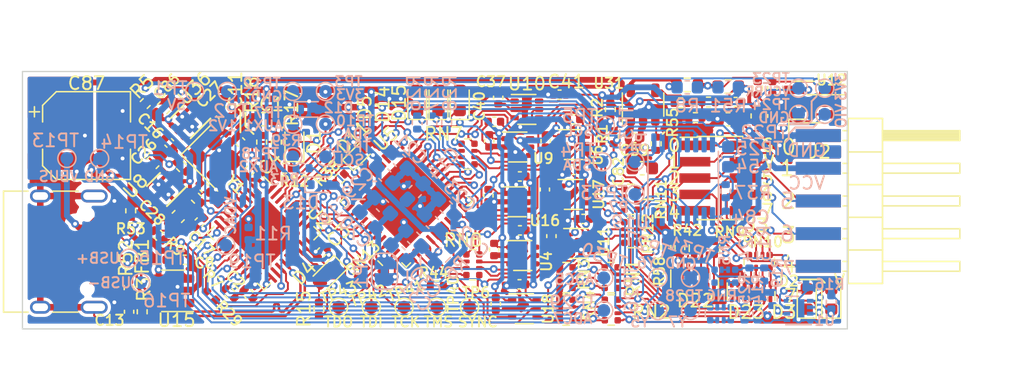
<source format=kicad_pcb>
(kicad_pcb (version 20171130) (host pcbnew "(5.1.2)-2")
  (layers (0 F.Cu signal) (31 B.Cu signal) (34 B.Paste user) (35 F.Paste user) (36 B.SilkS user) (37 F.SilkS user) (38 B.Mask user) (39 F.Mask user) (44 Edge.Cuts user))
  (net 0 "")
  (net 1 GND)
  (net 2 +3V3)
  (net 3 /VUSB)
  (net 4 /XTALOUT)
  (net 5 /XTALIN)
  (net 6 /SHLD)
  (net 7 +1V2)
  (net 8 +5V)
  (net 9 /IO_Banks/VIOA)
  (net 10 "Net-(C58-Pad2)")
  (net 11 "Net-(C58-Pad1)")
  (net 12 "Net-(D4-Pad2)")
  (net 13 /IO_Banks/~SYNC)
  (net 14 /IO_Banks/IO_Buffer_A/VIO_EN)
  (net 15 /IO_Banks/IO_Buffer_A/Z3)
  (net 16 /IO_Banks/IO_Buffer_A/Z2)
  (net 17 /IO_Banks/IO_Buffer_A/Z1)
  (net 18 /IO_Banks/IO_Buffer_A/Z0)
  (net 19 /IO_Banks/IO_Buffer_A/Z7)
  (net 20 /IO_Banks/IO_Buffer_A/Z6)
  (net 21 /IO_Banks/IO_Buffer_A/Z5)
  (net 22 /IO_Banks/IO_Buffer_A/Z4)
  (net 23 "Net-(D23-Pad6)")
  (net 24 "Net-(D23-Pad7)")
  (net 25 "Net-(D23-Pad8)")
  (net 26 "Net-(D23-Pad9)")
  (net 27 /xVBUS)
  (net 28 /USB_P)
  (net 29 /CC2)
  (net 30 "Net-(J1-PadA8)")
  (net 31 /USB_N)
  (net 32 /CC1)
  (net 33 "Net-(J1-PadB8)")
  (net 34 /SDA)
  (net 35 /SCL)
  (net 36 "Net-(R56-Pad1)")
  (net 37 /LED_ACT)
  (net 38 /IO_Banks/IO_Buffer_A/VFB)
  (net 39 "Net-(R37-Pad1)")
  (net 40 "Net-(RN7-Pad5)")
  (net 41 "Net-(RN7-Pad6)")
  (net 42 /IO_Banks/IO_Buffer_A/X0)
  (net 43 "Net-(RN7-Pad7)")
  (net 44 "Net-(RN8-Pad5)")
  (net 45 "Net-(RN8-Pad6)")
  (net 46 "Net-(RN8-Pad8)")
  (net 47 "Net-(RN8-Pad7)")
  (net 48 /IO_Banks/IO_Buffer_A/Y3)
  (net 49 /IO_Banks/IO_Buffer_A/Y1)
  (net 50 /IO_Banks/IO_Buffer_A/Y2)
  (net 51 /IO_Banks/IO_Buffer_A/Y0)
  (net 52 /IO_Banks/IO_Buffer_A/Y7)
  (net 53 /IO_Banks/IO_Buffer_A/Y5)
  (net 54 /IO_Banks/IO_Buffer_A/Y6)
  (net 55 /IO_Banks/IO_Buffer_A/Y4)
  (net 56 /IO_Banks/IO_Buffer_A/P0)
  (net 57 /IO_Banks/IO_Buffer_A/P1)
  (net 58 /IO_Banks/IO_Buffer_A/P3)
  (net 59 /IO_Banks/IO_Buffer_A/P2)
  (net 60 /IO_Banks/IO_Buffer_A/P4)
  (net 61 /IO_Banks/IO_Buffer_A/P5)
  (net 62 /IO_Banks/IO_Buffer_A/P7)
  (net 63 /IO_Banks/IO_Buffer_A/P6)
  (net 64 /CLKREF)
  (net 65 /FPGA_DONE)
  (net 66 /~FPGA_RESET)
  (net 67 /QA0)
  (net 68 /VCCPLL)
  (net 69 "Net-(U19-Pad13)")
  (net 70 "Net-(C16-Pad1)")
  (net 71 "Net-(R30-Pad1)")
  (net 72 VIO_ENA)
  (net 73 FPGA_MOSI)
  (net 74 FPGA_MISO)
  (net 75 FPGA_SCK)
  (net 76 FPGA_CS)
  (net 77 VIO_CURRENT)
  (net 78 ADC6)
  (net 79 ADC5)
  (net 80 ADC4)
  (net 81 ADC7)
  (net 82 VIO_DAC)
  (net 83 ADC3)
  (net 84 ADC2)
  (net 85 ADC1)
  (net 86 ADC0)
  (net 87 "Net-(D2-Pad2)")
  (net 88 "Net-(D2-Pad1)")
  (net 89 "Net-(D3-Pad2)")
  (net 90 "Net-(D3-Pad1)")
  (net 91 "Net-(R13-Pad1)")
  (net 92 "Net-(R14-Pad1)")
  (net 93 "Net-(RN5-Pad6)")
  (net 94 "Net-(RN5-Pad3)")
  (net 95 "Net-(RN5-Pad1)")
  (net 96 "Net-(RN6-Pad6)")
  (net 97 "Net-(RN6-Pad3)")
  (net 98 "Net-(RN6-Pad1)")
  (net 99 "Net-(U5-Pad19)")
  (net 100 "Net-(U5-Pad18)")
  (net 101 "Net-(U5-Pad13)")
  (net 102 "Net-(U5-Pad12)")
  (net 103 "Net-(U5-Pad6)")
  (net 104 "Net-(U5-Pad4)")
  (net 105 /QA5)
  (net 106 /DA0)
  (net 107 /QA7)
  (net 108 "Net-(U5-Pad23)")
  (net 109 /DA2)
  (net 110 /QA1)
  (net 111 /QA2)
  (net 112 /QA3)
  (net 113 /QA6)
  (net 114 /QA4)
  (net 115 /DA7)
  (net 116 /DA6)
  (net 117 /DA5)
  (net 118 /DA3)
  (net 119 /DA4)
  (net 120 /DA1)
  (net 121 "Net-(D5-Pad1)")
  (net 122 "Net-(D14-Pad1)")
  (net 123 "Net-(D15-Pad1)")
  (net 124 /LED0)
  (net 125 /LED1)
  (net 126 /LED2)
  (net 127 /NRST)
  (net 128 /VDDA)
  (net 129 /BOOT0)
  (net 130 /TDO)
  (net 131 /TDI)
  (net 132 /TMS)
  (net 133 /TCK)
  (net 134 "Net-(D1-Pad1)")
  (net 135 /~SYNC_INT)
  (net 136 /AUX1)
  (net 137 /AUX2)
  (net 138 /IO_Banks/AUX1~)
  (net 139 /IO_Banks/AUX2~)
  (net 140 "Net-(R29-Pad2)")
  (net 141 "Net-(R11-Pad1)")
  (net 142 "Net-(JP1-Pad2)")
  (module Jumper:SolderJumper-2_P1.3mm_Bridged_RoundedPad1.0x1.5mm (layer B.Cu) (at 138.303 49.53 270)
    (fp_text reference JP1 (at 0 1.8 270) (layer B.SilkS) (effects (justify mirror)))
    (fp_text value SolderJumper_2_Bridged)
    (fp_poly (pts (xy 0.25 0.3) (xy -0.25 0.3) (xy -0.25 -0.3) (xy 0.25 -0.3)) (layer B.Cu) (width 0))
    (pad 1 smd custom (at -0.65 0 270) (size 1 0.5) (layers B.Cu B.Mask) (net 2 +3V3) (options (clearance outline) (anchor rect)) (primitives (gr_circle (center 0 -0.25) (end 0.5 -0.25) (width 0)) (gr_circle (center 0 0.25) (end 0.5 0.25) (width 0)) (gr_poly (pts (xy 0 0.75) (xy 0.5 0.75) (xy 0.5 -0.75) (xy 0 -0.75)) (width 0))))
    (pad 2 smd custom (at 0.65 0 270) (size 1 0.5) (layers B.Cu B.Mask) (net 142 "Net-(JP1-Pad2)") (options (clearance outline) (anchor rect)) (primitives (gr_circle (center 0 -0.25) (end 0.5 -0.25) (width 0)) (gr_circle (center 0 0.25) (end 0.5 0.25) (width 0)) (gr_poly (pts (xy 0 0.75) (xy -0.5 0.75) (xy -0.5 -0.75) (xy 0 -0.75)) (width 0))))
  )
  (module Capacitor_SMD:C_0402_1005Metric (layer F.Cu) (at 150.8125 39.4055 270)
    (fp_text reference C35 hide)
    (fp_text value u1)
    (pad 2 smd roundrect (at 0.48 0 270) (size 0.56 0.62) (layers F.Cu F.Paste F.Mask) (net 1 GND))
    (pad 1 smd roundrect (at -0.48 0 270) (size 0.56 0.62) (layers F.Cu F.Paste F.Mask) (net 2 +3V3))
  )
  (module Resistor_SMD:R_0402_1005Metric (layer B.Cu) (at 127.762 46.609 270)
    (fp_text reference R11 (at 0 -1.905) (layer B.SilkS) (effects (justify mirror)))
    (fp_text value 0)
    (pad 2 smd roundrect (at 0.485 0 270) (size 0.59 0.64) (layers B.Cu B.Mask) (net 1 GND))
    (pad 1 smd roundrect (at -0.485 0 270) (size 0.59 0.64) (layers B.Cu B.Mask) (net 141 "Net-(R11-Pad1)"))
  )
  (module TestPoint:TestPoint_Pad_D1.0mm (layer B.Cu) (at 125.984 47.498)
    (fp_text reference TP19 (at 2.032 1.27) (layer B.SilkS) (effects (justify mirror)))
    (fp_text value VDAC)
    (pad 1 smd circle (at 0 0) (size 1 1) (layers B.Cu B.Mask) (net 82 VIO_DAC))
  )
  (module TestPoint:TestPoint_Pad_D1.0mm (layer B.Cu) (at 131.191 40.64)
    (fp_text reference TP18 (at -2.54 -0.254) (layer B.SilkS) (effects (font (size 0.8 0.8)) (justify mirror)))
    (fp_text value AUX2)
    (pad 1 smd circle (at 0 0) (size 1 1) (layers B.Cu B.Mask) (net 139 /IO_Banks/AUX2~))
  )
  (module TestPoint:TestPoint_Pad_D1.0mm (layer B.Cu) (at 133.731 38.1)
    (fp_text reference TP10 (at 2.286 -0.254) (layer B.SilkS) (effects (font (size 0.8 0.8)) (justify mirror)))
    (fp_text value SDA)
    (pad 1 smd circle (at 0 0) (size 1 1) (layers B.Cu B.Mask) (net 34 /SDA))
  )
  (module TestPoint:TestPoint_Pad_D1.0mm (layer B.Cu) (at 133.731 35.56)
    (fp_text reference TP3 (at 1.778 -0.762) (layer B.SilkS) (effects (font (size 0.8 0.8)) (justify mirror)))
    (fp_text value 3V3)
    (pad 1 smd circle (at 0 0) (size 1 1) (layers B.Cu B.Mask) (net 2 +3V3))
  )
  (module TestPoint:TestPoint_Pad_D1.0mm (layer B.Cu) (at 131.191 35.56)
    (fp_text reference TP12 (at -2.413 -0.635) (layer B.SilkS) (effects (font (size 0.8 0.8)) (justify mirror)))
    (fp_text value GND)
    (pad 1 smd circle (at 0 0) (size 1 1) (layers B.Cu B.Mask) (net 1 GND))
  )
  (module TestPoint:TestPoint_Pad_D1.0mm (layer B.Cu) (at 157.734 43.561)
    (fp_text reference TP33 (at -2.413 -0.127) (layer B.SilkS) (effects (justify mirror)))
    (fp_text value P7)
    (pad 1 smd circle (at 0 0) (size 1 1) (layers B.Cu B.Mask) (net 62 /IO_Banks/IO_Buffer_A/P7))
  )
  (module TestPoint:TestPoint_Pad_D1.0mm (layer B.Cu) (at 157.734 41.021)
    (fp_text reference TP32 (at -0.635 -2.54 90) (layer B.SilkS) (effects (justify mirror)))
    (fp_text value P5)
    (pad 1 smd circle (at 0 0) (size 1 1) (layers B.Cu B.Mask) (net 61 /IO_Banks/IO_Buffer_A/P5))
  )
  (module TestPoint:TestPoint_Pad_D1.0mm (layer B.Cu) (at 131.191 38.1 180)
    (fp_text reference TP7 (at 1.905 0.889) (layer B.SilkS) (effects (font (size 0.8 0.8)) (justify mirror)))
    (fp_text value AUX1)
    (pad 1 smd circle (at 0 0) (size 1 1) (layers B.Cu B.Mask) (net 138 /IO_Banks/AUX1~))
  )
  (module Glasgow:PinHeader_2x05_P2.54mm_BoardEdge (layer F.Cu) (at 170.307 38.989)
    (fp_text reference J2 (at 1.778 1.27) (layer F.SilkS))
    (fp_text value IDC-Header_2x5_P2.54mm)
    (pad 10 smd rect (at 1.66 10.16) (size 3.5 1) (layers B.Cu B.Mask) (net 19 /IO_Banks/IO_Buffer_A/Z7))
    (pad 8 smd rect (at 1.66 7.62) (size 3.5 1) (layers B.Cu B.Mask) (net 20 /IO_Banks/IO_Buffer_A/Z6))
    (pad 6 smd rect (at 1.66 5.08) (size 3.5 1) (layers B.Cu B.Mask) (net 21 /IO_Banks/IO_Buffer_A/Z5))
    (pad 4 smd rect (at 1.66 2.54) (size 3.5 1) (layers B.Cu B.Mask) (net 9 /IO_Banks/VIOA))
    (pad 2 smd rect (at 1.66 0) (size 3.5 1) (layers B.Cu B.Mask) (net 1 GND))
    (pad 9 smd rect (at 1.66 10.16) (size 3.5 1) (layers F.Cu F.Mask) (net 22 /IO_Banks/IO_Buffer_A/Z4))
    (pad 7 smd rect (at 1.66 7.62) (size 3.5 1) (layers F.Cu F.Mask) (net 15 /IO_Banks/IO_Buffer_A/Z3))
    (pad 5 smd rect (at 1.66 5.08) (size 3.5 1) (layers F.Cu F.Mask) (net 16 /IO_Banks/IO_Buffer_A/Z2))
    (pad 3 smd rect (at 1.66 2.54) (size 3.5 1) (layers F.Cu F.Mask) (net 17 /IO_Banks/IO_Buffer_A/Z1))
    (pad 1 smd rect (at 1.66 0) (size 3.5 1) (layers F.Cu F.Mask) (net 18 /IO_Banks/IO_Buffer_A/Z0))
  )
  (module TestPoint:TestPoint_Pad_D1.0mm (layer B.Cu) (at 116.205 40.767)
    (fp_text reference TP14 (at 1.905 -1.27) (layer B.SilkS) (effects (justify mirror)))
    (fp_text value USBGND)
    (pad 1 smd circle (at 0 0) (size 1 1) (layers B.Cu B.Mask) (net 1 GND))
  )
  (module Resistor_SMD:R_0402_1005Metric (layer F.Cu) (at 124.841 51.435 315)
    (fp_text reference R29 (at 1.975656 0 135) (layer F.SilkS) (effects (font (size 0.8 0.8))))
    (fp_text value 0)
    (pad 2 smd roundrect (at 0.485 0 315) (size 0.59 0.64) (layers F.Cu F.Paste F.Mask) (net 140 "Net-(R29-Pad2)"))
    (pad 1 smd roundrect (at -0.485 0 315) (size 0.59 0.64) (layers F.Cu F.Paste F.Mask) (net 8 +5V))
  )
  (module Resistor_SMD:R_0402_1005Metric (layer B.Cu) (at 131.953 41.529)
    (fp_text reference R43 (at -1.397 0.889) (layer B.SilkS) (effects (font (size 0.8 0.8)) (justify mirror)))
    (fp_text value 47R)
    (pad 2 smd roundrect (at 0.51 0) (size 0.54 0.64) (layers B.Cu B.Paste B.Mask) (net 137 /AUX2))
    (pad 1 smd roundrect (at -0.51 0) (size 0.54 0.64) (layers B.Cu B.Paste B.Mask) (net 139 /IO_Banks/AUX2~))
  )
  (module TestPoint:TestPoint_Pad_D1.0mm (layer F.Cu) (at 144.907 52.324)
    (fp_text reference TP6 (at 0.508 -1.143 180) (layer F.SilkS) (effects (font (size 0.8 0.8))))
    (fp_text value SYNC)
    (pad 1 smd circle (at 0 0) (size 1 1) (layers F.Cu F.Mask) (net 13 /IO_Banks/~SYNC))
  )
  (module Capacitor_SMD:C_0402_1005Metric (layer F.Cu) (at 125.73 43.942 45)
    (fp_text reference C15 hide)
    (fp_text value u1)
    (pad 2 smd roundrect (at 0.485 0 45) (size 0.59 0.64) (layers F.Cu F.Paste F.Mask) (net 1 GND))
    (pad 1 smd roundrect (at -0.485 0 45) (size 0.59 0.64) (layers F.Cu F.Paste F.Mask) (net 128 /VDDA))
  )
  (module Glasgow:R_Array_Convex_4x0402 (layer F.Cu) (at 137.13767 49.734223 315)
    (fp_text reference RN13 (at -1.206249 -0.519407 225) (layer F.SilkS) (effects (font (size 0.8 0.8))))
    (fp_text value 33R)
    (pad 5 smd roundrect (at 0.5 0.8 315) (size 0.5 0.5) (layers F.Cu F.Paste F.Mask) (net 130 /TDO))
    (pad 6 smd roundrect (at 0.5 0.25 315) (size 0.5 0.3) (layers F.Cu F.Paste F.Mask) (net 131 /TDI))
    (pad 8 smd roundrect (at 0.5 -0.8 315) (size 0.5 0.5) (layers F.Cu F.Paste F.Mask) (net 132 /TMS))
    (pad 7 smd roundrect (at 0.5 -0.25 315) (size 0.5 0.3) (layers F.Cu F.Paste F.Mask) (net 133 /TCK))
    (pad 4 smd roundrect (at -0.5 0.8 315) (size 0.5 0.5) (layers F.Cu F.Paste F.Mask) (net 75 FPGA_SCK))
    (pad 2 smd roundrect (at -0.5 -0.25 315) (size 0.5 0.3) (layers F.Cu F.Paste F.Mask) (net 66 /~FPGA_RESET))
    (pad 3 smd roundrect (at -0.5 0.25 315) (size 0.5 0.3) (layers F.Cu F.Paste F.Mask) (net 76 FPGA_CS))
    (pad 1 smd roundrect (at -0.5 -0.8 315) (size 0.5 0.5) (layers F.Cu F.Paste F.Mask) (net 65 /FPGA_DONE))
  )
  (module Package_DFN_QFN:QFN-36-1EP_6x6mm_P0.5mm_EP4.1x4.1mm (layer F.Cu) (at 128.945482 46.576527 315)
    (fp_text reference U2 (at 2.149598 -3.899726 135) (layer F.SilkS))
    (fp_text value GD32VF103T)
    (pad 36 smd roundrect (at -2 -2.8375 315) (size 0.25 1.075) (layers F.Cu F.Paste F.Mask) (net 1 GND))
    (pad 35 smd roundrect (at -1.5 -2.8375 315) (size 0.25 1.075) (layers F.Cu F.Paste F.Mask) (net 129 /BOOT0))
    (pad 34 smd roundrect (at -1 -2.8375 315) (size 0.25 1.075) (layers F.Cu F.Paste F.Mask) (net 34 /SDA))
    (pad 33 smd roundrect (at -0.5 -2.8375 315) (size 0.25 1.075) (layers F.Cu F.Paste F.Mask) (net 35 /SCL))
    (pad 32 smd roundrect (at 0 -2.8375 315) (size 0.25 1.075) (layers F.Cu F.Paste F.Mask) (net 73 FPGA_MOSI))
    (pad 31 smd roundrect (at 0.5 -2.8375 315) (size 0.25 1.075) (layers F.Cu F.Paste F.Mask) (net 74 FPGA_MISO))
    (pad 30 smd roundrect (at 1 -2.8375 315) (size 0.25 1.075) (layers F.Cu F.Paste F.Mask) (net 75 FPGA_SCK))
    (pad 29 smd roundrect (at 1.5 -2.8375 315) (size 0.25 1.075) (layers F.Cu F.Paste F.Mask) (net 76 FPGA_CS))
    (pad 28 smd roundrect (at 2 -2.8375 315) (size 0.25 1.075) (layers F.Cu F.Paste F.Mask) (net 66 /~FPGA_RESET))
    (pad 27 smd roundrect (at 2.8375 -2 315) (size 1.075 0.25) (layers F.Cu F.Paste F.Mask) (net 2 +3V3))
    (pad 26 smd roundrect (at 2.8375 -1.5 315) (size 1.075 0.25) (layers F.Cu F.Paste F.Mask) (net 1 GND))
    (pad 25 smd roundrect (at 2.8375 -1 315) (size 1.075 0.25) (layers F.Cu F.Paste F.Mask) (net 65 /FPGA_DONE))
    (pad 24 smd roundrect (at 2.8375 -0.5 315) (size 1.075 0.25) (layers F.Cu F.Paste F.Mask) (net 28 /USB_P))
    (pad 23 smd roundrect (at 2.8375 0 315) (size 1.075 0.25) (layers F.Cu F.Paste F.Mask) (net 31 /USB_N))
    (pad 22 smd roundrect (at 2.8375 0.5 315) (size 1.075 0.25) (layers F.Cu F.Paste F.Mask) (net 37 /LED_ACT))
    (pad 21 smd roundrect (at 2.8375 1 315) (size 1.075 0.25) (layers F.Cu F.Paste F.Mask) (net 140 "Net-(R29-Pad2)"))
    (pad 20 smd roundrect (at 2.8375 1.5 315) (size 1.075 0.25) (layers F.Cu F.Paste F.Mask) (net 64 /CLKREF))
    (pad 19 smd roundrect (at 2.8375 2 315) (size 1.075 0.25) (layers F.Cu F.Paste F.Mask) (net 2 +3V3))
    (pad 18 smd roundrect (at 2 2.8375 315) (size 0.25 1.075) (layers F.Cu F.Paste F.Mask) (net 1 GND))
    (pad 17 smd roundrect (at 1.5 2.8375 315) (size 0.25 1.075) (layers F.Cu F.Paste F.Mask) (net 72 VIO_ENA))
    (pad 16 smd roundrect (at 1 2.8375 315) (size 0.25 1.075) (layers F.Cu F.Paste F.Mask) (net 86 ADC0))
    (pad 15 smd roundrect (at 0.5 2.8375 315) (size 0.25 1.075) (layers F.Cu F.Paste F.Mask) (net 85 ADC1))
    (pad 14 smd roundrect (at 0 2.8375 315) (size 0.25 1.075) (layers F.Cu F.Paste F.Mask) (net 84 ADC2))
    (pad 13 smd roundrect (at -0.5 2.8375 315) (size 0.25 1.075) (layers F.Cu F.Paste F.Mask) (net 83 ADC3))
    (pad 12 smd roundrect (at -1 2.8375 315) (size 0.25 1.075) (layers F.Cu F.Paste F.Mask) (net 80 ADC4))
    (pad 11 smd roundrect (at -1.5 2.8375 315) (size 0.25 1.075) (layers F.Cu F.Paste F.Mask) (net 82 VIO_DAC))
    (pad 10 smd roundrect (at -2 2.8375 315) (size 0.25 1.075) (layers F.Cu F.Paste F.Mask) (net 79 ADC5))
    (pad 9 smd roundrect (at -2.8375 2 315) (size 1.075 0.25) (layers F.Cu F.Paste F.Mask) (net 78 ADC6))
    (pad 8 smd roundrect (at -2.8375 1.5 315) (size 1.075 0.25) (layers F.Cu F.Paste F.Mask) (net 81 ADC7))
    (pad 7 smd roundrect (at -2.8375 1 315) (size 1.075 0.25) (layers F.Cu F.Paste F.Mask) (net 77 VIO_CURRENT))
    (pad 6 smd roundrect (at -2.8375 0.5 315) (size 1.075 0.25) (layers F.Cu F.Paste F.Mask) (net 128 /VDDA))
    (pad 5 smd roundrect (at -2.8375 0 315) (size 1.075 0.25) (layers F.Cu F.Paste F.Mask) (net 1 GND))
    (pad 4 smd roundrect (at -2.8375 -0.5 315) (size 1.075 0.25) (layers F.Cu F.Paste F.Mask) (net 127 /NRST))
    (pad 3 smd roundrect (at -2.8375 -1 315) (size 1.075 0.25) (layers F.Cu F.Paste F.Mask) (net 5 /XTALIN))
    (pad 2 smd roundrect (at -2.8375 -1.5 315) (size 1.075 0.25) (layers F.Cu F.Paste F.Mask) (net 4 /XTALOUT))
    (pad 1 smd roundrect (at -2.8375 -2 315) (size 1.075 0.25) (layers F.Cu F.Paste F.Mask) (net 2 +3V3))
    (pad 37 smd roundrect (at 0 0 315) (size 4.1 4.1) (layers F.Cu F.Mask) (roundrect_rratio 0.060976) (net 141 "Net-(R11-Pad1)"))
  )
  (module Resistor_SMD:R_0402_1005Metric (layer B.Cu) (at 143.129 37.971 270)
    (fp_text reference R28 (at -2.284 -0.254 90) (layer B.SilkS) (effects (justify mirror)))
    (fp_text value 0)
    (pad 2 smd roundrect (at 0.51 0 270) (size 0.54 0.64) (layers B.Cu B.Paste B.Mask) (net 126 /LED2))
    (pad 1 smd roundrect (at -0.51 0 270) (size 0.54 0.64) (layers B.Cu B.Paste B.Mask) (net 123 "Net-(D15-Pad1)"))
  )
  (module Resistor_SMD:R_0402_1005Metric (layer B.Cu) (at 141.986 37.971001 270)
    (fp_text reference R27 (at -2.284001 0 90) (layer B.SilkS) (effects (justify mirror)))
    (fp_text value 0)
    (pad 2 smd roundrect (at 0.51 0 270) (size 0.54 0.64) (layers B.Cu B.Paste B.Mask) (net 125 /LED1))
    (pad 1 smd roundrect (at -0.51 0 270) (size 0.54 0.64) (layers B.Cu B.Paste B.Mask) (net 122 "Net-(D14-Pad1)"))
  )
  (module Resistor_SMD:R_0402_1005Metric (layer B.Cu) (at 140.843 37.975 270)
    (fp_text reference R26 (at -2.288 0.254 90) (layer B.SilkS) (effects (justify mirror)))
    (fp_text value 0)
    (pad 2 smd roundrect (at 0.51 0 270) (size 0.54 0.64) (layers B.Cu B.Paste B.Mask) (net 124 /LED0))
    (pad 1 smd roundrect (at -0.51 0 270) (size 0.54 0.64) (layers B.Cu B.Paste B.Mask) (net 121 "Net-(D5-Pad1)"))
  )
  (module LED_SMD:LED_0603_1608Metric (layer F.Cu) (at 144.145 36.2585 90)
    (fp_text reference D15 (at -0.1905 -4.699 90) (layer F.SilkS))
    (fp_text value YEL)
    (pad 2 smd roundrect (at 0.7875 0 90) (size 0.875 0.95) (layers F.Cu F.Paste F.Mask) (net 2 +3V3))
    (pad 1 smd roundrect (at -0.7875 0 90) (size 0.875 0.95) (layers F.Cu F.Paste F.Mask) (net 123 "Net-(D15-Pad1)"))
  )
  (module LED_SMD:LED_0603_1608Metric (layer F.Cu) (at 142.494 36.2585 90)
    (fp_text reference D14 (at -0.3175 -4.318 90) (layer F.SilkS))
    (fp_text value YEL)
    (pad 2 smd roundrect (at 0.7875 0 90) (size 0.875 0.95) (layers F.Cu F.Paste F.Mask) (net 2 +3V3))
    (pad 1 smd roundrect (at -0.7875 0 90) (size 0.875 0.95) (layers F.Cu F.Paste F.Mask) (net 122 "Net-(D14-Pad1)"))
  )
  (module LED_SMD:LED_0603_1608Metric (layer F.Cu) (at 140.843 36.2585 90)
    (fp_text reference D5 (at -0.5715 -4.064 90) (layer F.SilkS))
    (fp_text value YEL)
    (pad 2 smd roundrect (at 0.7875 0 90) (size 0.875 0.95) (layers F.Cu F.Paste F.Mask) (net 2 +3V3))
    (pad 1 smd roundrect (at -0.7875 0 90) (size 0.875 0.95) (layers F.Cu F.Paste F.Mask) (net 121 "Net-(D5-Pad1)"))
  )
  (module Package_DFN_QFN:QFN-48-1EP_7x7mm_P0.5mm_EP5.15x5.15mm (layer F.Cu) (at 139.988554 44.109482 315)
    (fp_text reference U5 (at -4.543187 -2.339058 225) (layer F.SilkS))
    (fp_text value ICE40UP5K-SG48ITR)
    (pad 49 smd rect (at 0 0 315) (size 5.15 5.15) (layers F.Cu F.Mask) (net 1 GND))
    (pad 48 smd roundrect (at -2.75 -3.4375 315) (size 0.25 0.875) (layers F.Cu F.Paste F.Mask) (net 119 /DA4))
    (pad 47 smd roundrect (at -2.25 -3.4375 315) (size 0.25 0.875) (layers F.Cu F.Paste F.Mask) (net 116 /DA6))
    (pad 46 smd roundrect (at -1.75 -3.4375 315) (size 0.25 0.875) (layers F.Cu F.Paste F.Mask) (net 109 /DA2))
    (pad 45 smd roundrect (at -1.25 -3.4375 315) (size 0.25 0.875) (layers F.Cu F.Paste F.Mask) (net 114 /QA4))
    (pad 44 smd roundrect (at -0.75 -3.4375 315) (size 0.25 0.875) (layers F.Cu F.Paste F.Mask) (net 64 /CLKREF))
    (pad 43 smd roundrect (at -0.25 -3.4375 315) (size 0.25 0.875) (layers F.Cu F.Paste F.Mask) (net 111 /QA2))
    (pad 42 smd roundrect (at 0.25 -3.4375 315) (size 0.25 0.875) (layers F.Cu F.Paste F.Mask) (net 112 /QA3))
    (pad 41 smd roundrect (at 0.75 -3.4375 315) (size 0.25 0.875) (layers F.Cu F.Paste F.Mask) (net 125 /LED1))
    (pad 40 smd roundrect (at 1.25 -3.4375 315) (size 0.25 0.875) (layers F.Cu F.Paste F.Mask) (net 126 /LED2))
    (pad 39 smd roundrect (at 1.75 -3.4375 315) (size 0.25 0.875) (layers F.Cu F.Paste F.Mask) (net 124 /LED0))
    (pad 38 smd roundrect (at 2.25 -3.4375 315) (size 0.25 0.875) (layers F.Cu F.Paste F.Mask) (net 118 /DA3))
    (pad 37 smd roundrect (at 2.75 -3.4375 315) (size 0.25 0.875) (layers F.Cu F.Paste F.Mask) (net 113 /QA6))
    (pad 36 smd roundrect (at 3.4375 -2.75 315) (size 0.875 0.25) (layers F.Cu F.Paste F.Mask) (net 113 /QA6))
    (pad 35 smd roundrect (at 3.4375 -2.25 315) (size 0.875 0.25) (layers F.Cu F.Paste F.Mask) (net 105 /QA5))
    (pad 34 smd roundrect (at 3.4375 -1.75 315) (size 0.875 0.25) (layers F.Cu F.Paste F.Mask) (net 105 /QA5))
    (pad 33 smd roundrect (at 3.4375 -1.25 315) (size 0.875 0.25) (layers F.Cu F.Paste F.Mask) (net 2 +3V3))
    (pad 32 smd roundrect (at 3.4375 -0.75 315) (size 0.875 0.25) (layers F.Cu F.Paste F.Mask) (net 117 /DA5))
    (pad 31 smd roundrect (at 3.4375 -0.25 315) (size 0.875 0.25) (layers F.Cu F.Paste F.Mask) (net 67 /QA0))
    (pad 30 smd roundrect (at 3.4375 0.25 315) (size 0.875 0.25) (layers F.Cu F.Paste F.Mask) (net 7 +1V2))
    (pad 29 smd roundrect (at 3.4375 0.75 315) (size 0.875 0.25) (layers F.Cu F.Paste F.Mask) (net 68 /VCCPLL))
    (pad 28 smd roundrect (at 3.4375 1.25 315) (size 0.875 0.25) (layers F.Cu F.Paste F.Mask) (net 110 /QA1))
    (pad 27 smd roundrect (at 3.4375 1.75 315) (size 0.875 0.25) (layers F.Cu F.Paste F.Mask) (net 107 /QA7))
    (pad 26 smd roundrect (at 3.4375 2.25 315) (size 0.875 0.25) (layers F.Cu F.Paste F.Mask) (net 115 /DA7))
    (pad 25 smd roundrect (at 3.4375 2.75 315) (size 0.875 0.25) (layers F.Cu F.Paste F.Mask) (net 106 /DA0))
    (pad 24 smd roundrect (at 2.75 3.4375 315) (size 0.25 0.875) (layers F.Cu F.Paste F.Mask) (net 142 "Net-(JP1-Pad2)"))
    (pad 23 smd roundrect (at 2.25 3.4375 315) (size 0.25 0.875) (layers F.Cu F.Paste F.Mask) (net 108 "Net-(U5-Pad23)"))
    (pad 22 smd roundrect (at 1.75 3.4375 315) (size 0.25 0.875) (layers F.Cu F.Paste F.Mask) (net 2 +3V3))
    (pad 21 smd roundrect (at 1.25 3.4375 315) (size 0.25 0.875) (layers F.Cu F.Paste F.Mask) (net 120 /DA1))
    (pad 20 smd roundrect (at 0.75 3.4375 315) (size 0.25 0.875) (layers F.Cu F.Paste F.Mask) (net 75 FPGA_SCK))
    (pad 19 smd roundrect (at 0.25 3.4375 315) (size 0.25 0.875) (layers F.Cu F.Paste F.Mask) (net 99 "Net-(U5-Pad19)"))
    (pad 18 smd roundrect (at -0.25 3.4375 315) (size 0.25 0.875) (layers F.Cu F.Paste F.Mask) (net 100 "Net-(U5-Pad18)"))
    (pad 17 smd roundrect (at -0.75 3.4375 315) (size 0.25 0.875) (layers F.Cu F.Paste F.Mask) (net 73 FPGA_MOSI))
    (pad 16 smd roundrect (at -1.25 3.4375 315) (size 0.25 0.875) (layers F.Cu F.Paste F.Mask) (net 76 FPGA_CS))
    (pad 15 smd roundrect (at -1.75 3.4375 315) (size 0.25 0.875) (layers F.Cu F.Paste F.Mask) (net 75 FPGA_SCK))
    (pad 14 smd roundrect (at -2.25 3.4375 315) (size 0.25 0.875) (layers F.Cu F.Paste F.Mask) (net 74 FPGA_MISO))
    (pad 13 smd roundrect (at -2.75 3.4375 315) (size 0.25 0.875) (layers F.Cu F.Paste F.Mask) (net 101 "Net-(U5-Pad13)"))
    (pad 12 smd roundrect (at -3.4375 2.75 315) (size 0.875 0.25) (layers F.Cu F.Paste F.Mask) (net 102 "Net-(U5-Pad12)"))
    (pad 11 smd roundrect (at -3.4375 2.25 315) (size 0.875 0.25) (layers F.Cu F.Paste F.Mask) (net 137 /AUX2))
    (pad 10 smd roundrect (at -3.4375 1.75 315) (size 0.875 0.25) (layers F.Cu F.Paste F.Mask) (net 135 /~SYNC_INT))
    (pad 9 smd roundrect (at -3.4375 1.25 315) (size 0.875 0.25) (layers F.Cu F.Paste F.Mask) (net 136 /AUX1))
    (pad 8 smd roundrect (at -3.4375 0.75 315) (size 0.875 0.25) (layers F.Cu F.Paste F.Mask) (net 66 /~FPGA_RESET))
    (pad 7 smd roundrect (at -3.4375 0.25 315) (size 0.875 0.25) (layers F.Cu F.Paste F.Mask) (net 65 /FPGA_DONE))
    (pad 6 smd roundrect (at -3.4375 -0.25 315) (size 0.875 0.25) (layers F.Cu F.Paste F.Mask) (net 103 "Net-(U5-Pad6)"))
    (pad 5 smd roundrect (at -3.4375 -0.75 315) (size 0.875 0.25) (layers F.Cu F.Paste F.Mask) (net 7 +1V2))
    (pad 4 smd roundrect (at -3.4375 -1.25 315) (size 0.875 0.25) (layers F.Cu F.Paste F.Mask) (net 104 "Net-(U5-Pad4)"))
    (pad 3 smd roundrect (at -3.4375 -1.75 315) (size 0.875 0.25) (layers F.Cu F.Paste F.Mask) (net 34 /SDA))
    (pad 2 smd roundrect (at -3.4375 -2.25 315) (size 0.875 0.25) (layers F.Cu F.Paste F.Mask) (net 35 /SCL))
    (pad 1 smd roundrect (at -3.4375 -2.75 315) (size 0.875 0.25) (layers F.Cu F.Paste F.Mask) (net 2 +3V3))
  )
  (module Resistor_SMD:R_0603_1608Metric_Pad0.98x0.95mm_HandSolder (layer B.Cu) (at 142.864765 48.270235 45)
    (fp_text reference R6 (at 0 1.43 45) (layer B.SilkS) (effects (justify mirror)))
    (fp_text value 100)
    (pad 2 smd roundrect (at 0.9125 0 45) (size 0.975 0.95) (layers B.Cu B.Paste B.Mask) (net 7 +1V2))
    (pad 1 smd roundrect (at -0.9125 0 45) (size 0.975 0.95) (layers B.Cu B.Paste B.Mask) (net 68 /VCCPLL))
  )
  (module Capacitor_SMD:C_0603_1608Metric_Pad1.08x0.95mm_HandSolder (layer B.Cu) (at 139.42088 48.10788 135)
    (fp_text reference C31 (at -3.268417 -1.436841 135) (layer B.SilkS) (effects (justify mirror)))
    (fp_text value u1)
    (pad 2 smd roundrect (at 0.8625 0 135) (size 1.075 0.95) (layers B.Cu B.Paste B.Mask) (net 1 GND))
    (pad 1 smd roundrect (at -0.8625 0 135) (size 1.075 0.95) (layers B.Cu B.Paste B.Mask) (net 68 /VCCPLL))
  )
  (module Capacitor_SMD:C_0603_1608Metric_Pad1.08x0.95mm_HandSolder (layer B.Cu) (at 140.56388 46.96488 135)
    (fp_text reference C30 (at -3.088812 -1.796051 135) (layer B.SilkS) (effects (justify mirror)))
    (fp_text value 4u7)
    (pad 2 smd roundrect (at 0.8625 0 135) (size 1.075 0.95) (layers B.Cu B.Paste B.Mask) (net 1 GND))
    (pad 1 smd roundrect (at -0.8625 0 135) (size 1.075 0.95) (layers B.Cu B.Paste B.Mask) (net 68 /VCCPLL))
  )
  (module Capacitor_SMD:C_0603_1608Metric_Pad1.08x0.95mm_HandSolder (layer B.Cu) (at 138.32812 42.06212 315)
    (fp_text reference C29 (at -1.023353 1.885854 225) (layer B.SilkS) (effects (justify mirror)))
    (fp_text value u1)
    (pad 2 smd roundrect (at 0.8625 0 315) (size 1.075 0.95) (layers B.Cu B.Paste B.Mask) (net 1 GND))
    (pad 1 smd roundrect (at -0.8625 0 315) (size 1.075 0.95) (layers B.Cu B.Paste B.Mask) (net 7 +1V2))
  )
  (module Capacitor_SMD:C_0603_1608Metric_Pad1.08x0.95mm_HandSolder (layer B.Cu) (at 143.10388 44.55188 135)
    (fp_text reference C23 (at -0.125328 1.347038 135) (layer B.SilkS) (effects (justify mirror)))
    (fp_text value u1)
    (pad 2 smd roundrect (at 0.8625 0 135) (size 1.075 0.95) (layers B.Cu B.Paste B.Mask) (net 1 GND))
    (pad 1 smd roundrect (at -0.8625 0 135) (size 1.075 0.95) (layers B.Cu B.Paste B.Mask) (net 2 +3V3))
  )
  (module Capacitor_SMD:C_0603_1608Metric_Pad1.08x0.95mm_HandSolder (layer B.Cu) (at 142.01112 45.74512 135)
    (fp_text reference C22 (at -3.28717 1.167433 135) (layer B.SilkS) (effects (justify mirror)))
    (fp_text value u1)
    (pad 2 smd roundrect (at 0.8625 0 135) (size 1.075 0.95) (layers B.Cu B.Paste B.Mask) (net 1 GND))
    (pad 1 smd roundrect (at -0.8625 0 135) (size 1.075 0.95) (layers B.Cu B.Paste B.Mask) (net 7 +1V2))
  )
  (module Capacitor_SMD:C_0603_1608Metric_Pad1.08x0.95mm_HandSolder (layer B.Cu) (at 139.47112 40.91912 315)
    (fp_text reference C21 (at -0.035525 -1.257236 135) (layer B.SilkS) (effects (justify mirror)))
    (fp_text value u1)
    (pad 2 smd roundrect (at 0.8625 0 315) (size 1.075 0.95) (layers B.Cu B.Paste B.Mask) (net 1 GND))
    (pad 1 smd roundrect (at -0.8625 0 315) (size 1.075 0.95) (layers B.Cu B.Paste B.Mask) (net 2 +3V3))
  )
  (module Capacitor_SMD:C_0603_1608Metric_Pad1.08x0.95mm_HandSolder (layer B.Cu) (at 137.00788 45.546323 135)
    (fp_text reference C20 (at 0.039034 -1.362282 135) (layer B.SilkS) (effects (justify mirror)))
    (fp_text value u1)
    (pad 2 smd roundrect (at 0.8625 0 135) (size 1.075 0.95) (layers B.Cu B.Paste B.Mask) (net 1 GND))
    (pad 1 smd roundrect (at -0.8625 0 135) (size 1.075 0.95) (layers B.Cu B.Paste B.Mask) (net 2 +3V3))
  )
  (module Capacitor_SMD:C_0603_1608Metric_Pad1.08x0.95mm_HandSolder (layer B.Cu) (at 138.15088 44.42488 135)
    (fp_text reference C19 (at 2.299342 -2.873682 225) (layer B.SilkS) (effects (justify mirror)))
    (fp_text value 4u7)
    (pad 2 smd roundrect (at 0.8625 0 135) (size 1.075 0.95) (layers B.Cu B.Paste B.Mask) (net 1 GND))
    (pad 1 smd roundrect (at -0.8625 0 135) (size 1.075 0.95) (layers B.Cu B.Paste B.Mask) (net 2 +3V3))
  )
  (module Capacitor_SMD:C_0603_1608Metric_Pad1.08x0.95mm_HandSolder (layer B.Cu) (at 140.69088 43.33212 45)
    (fp_text reference C14 (at 3.088812 0 45) (layer B.SilkS) (effects (justify mirror)))
    (fp_text value 4u7)
    (pad 2 smd roundrect (at 0.8625 0 45) (size 1.075 0.95) (layers B.Cu B.Paste B.Mask) (net 1 GND))
    (pad 1 smd roundrect (at -0.8625 0 45) (size 1.075 0.95) (layers B.Cu B.Paste B.Mask) (net 7 +1V2))
  )
  (module Resistor_SMD:R_0402_1005Metric (layer B.Cu) (at 166.243 52.8086 90)
    (fp_text reference R25 (at 1.8816 0 90) (layer B.SilkS) (effects (font (size 0.8 0.8)) (justify mirror)))
    (fp_text value DNP/400k)
    (pad 2 smd roundrect (at 0.51 0 90) (size 0.54 0.64) (layers B.Cu B.Mask) (net 52 /IO_Banks/IO_Buffer_A/Y7))
    (pad 1 smd roundrect (at -0.51 0 90) (size 0.54 0.64) (layers B.Cu B.Mask) (net 92 "Net-(R14-Pad1)"))
  )
  (module Resistor_SMD:R_0402_1005Metric (layer B.Cu) (at 166.624 49.782 270)
    (fp_text reference R24 (at -2.411 0.254 270) (layer B.SilkS) (effects (justify mirror)))
    (fp_text value DNP/400k)
    (pad 2 smd roundrect (at 0.51 0 270) (size 0.54 0.64) (layers B.Cu B.Mask) (net 9 /IO_Banks/VIOA))
    (pad 1 smd roundrect (at -0.51 0 270) (size 0.54 0.64) (layers B.Cu B.Mask) (net 91 "Net-(R13-Pad1)"))
  )
  (module Package_DFN_QFN:DFN-8-1EP_2x2mm_P0.5mm_EP1.05x1.75mm (layer B.Cu) (at 170.434 52.578 180)
    (fp_text reference U1 (at -2.032 -0.762 180) (layer B.SilkS) (effects (font (size 0.8 0.8)) (justify mirror)))
    (fp_text value LM358_DFN)
    (pad 9 smd rect (at 0 0 180) (size 0.9 1.75) (layers B.Cu B.Mask) (net 1 GND))
    (pad 8 smd rect (at 0.9 0.75 180) (size 0.5 0.3) (layers B.Cu B.Paste B.Mask) (net 2 +3V3))
    (pad 7 smd rect (at 0.9 0.25 180) (size 0.5 0.3) (layers B.Cu B.Paste B.Mask) (net 89 "Net-(D3-Pad2)"))
    (pad 6 smd rect (at 0.9 -0.25 180) (size 0.5 0.3) (layers B.Cu B.Paste B.Mask) (net 90 "Net-(D3-Pad1)"))
    (pad 5 smd rect (at 0.9 -0.75 180) (size 0.5 0.3) (layers B.Cu B.Paste B.Mask) (net 92 "Net-(R14-Pad1)"))
    (pad 4 smd rect (at -0.9 -0.75 180) (size 0.5 0.3) (layers B.Cu B.Paste B.Mask) (net 1 GND))
    (pad 3 smd rect (at -0.9 -0.25 180) (size 0.5 0.3) (layers B.Cu B.Paste B.Mask) (net 91 "Net-(R13-Pad1)"))
    (pad 2 smd rect (at -0.9 0.25 180) (size 0.5 0.3) (layers B.Cu B.Paste B.Mask) (net 88 "Net-(D2-Pad1)"))
    (pad 1 smd rect (at -0.9 0.75 180) (size 0.5 0.3) (layers B.Cu B.Paste B.Mask) (net 87 "Net-(D2-Pad2)"))
  )
  (module Glasgow:R_Array_Convex_4x0402 (layer B.Cu) (at 164.376 52.832 90)
    (fp_text reference RN6 (at 1.397 0.089 180) (layer B.SilkS) (effects (font (size 0.8 0.8)) (justify mirror)))
    (fp_text value 100k)
    (pad 5 smd roundrect (at 0.5 -0.8 90) (size 0.5 0.5) (layers B.Cu B.Paste B.Mask) (net 52 /IO_Banks/IO_Buffer_A/Y7))
    (pad 6 smd roundrect (at 0.5 -0.25 90) (size 0.5 0.3) (layers B.Cu B.Paste B.Mask) (net 96 "Net-(RN6-Pad6)"))
    (pad 8 smd roundrect (at 0.5 0.8 90) (size 0.5 0.5) (layers B.Cu B.Paste B.Mask) (net 92 "Net-(R14-Pad1)"))
    (pad 7 smd roundrect (at 0.5 0.25 90) (size 0.5 0.3) (layers B.Cu B.Paste B.Mask) (net 96 "Net-(RN6-Pad6)"))
    (pad 4 smd roundrect (at -0.5 -0.8 90) (size 0.5 0.5) (layers B.Cu B.Paste B.Mask) (net 97 "Net-(RN6-Pad3)"))
    (pad 2 smd roundrect (at -0.5 0.25 90) (size 0.5 0.3) (layers B.Cu B.Paste B.Mask) (net 98 "Net-(RN6-Pad1)"))
    (pad 3 smd roundrect (at -0.5 -0.25 90) (size 0.5 0.3) (layers B.Cu B.Paste B.Mask) (net 97 "Net-(RN6-Pad3)"))
    (pad 1 smd roundrect (at -0.5 0.8 90) (size 0.5 0.5) (layers B.Cu B.Paste B.Mask) (net 98 "Net-(RN6-Pad1)"))
  )
  (module Glasgow:R_Array_Convex_4x0402 (layer B.Cu) (at 164.719 49.911 90)
    (fp_text reference RN5 (at 2.032 0 270) (layer B.SilkS) (effects (font (size 0.8 0.8)) (justify mirror)))
    (fp_text value 100k)
    (pad 5 smd roundrect (at 0.5 -0.8 90) (size 0.5 0.5) (layers B.Cu B.Paste B.Mask) (net 9 /IO_Banks/VIOA))
    (pad 6 smd roundrect (at 0.5 -0.25 90) (size 0.5 0.3) (layers B.Cu B.Paste B.Mask) (net 93 "Net-(RN5-Pad6)"))
    (pad 8 smd roundrect (at 0.5 0.8 90) (size 0.5 0.5) (layers B.Cu B.Paste B.Mask) (net 91 "Net-(R13-Pad1)"))
    (pad 7 smd roundrect (at 0.5 0.25 90) (size 0.5 0.3) (layers B.Cu B.Paste B.Mask) (net 93 "Net-(RN5-Pad6)"))
    (pad 4 smd roundrect (at -0.5 -0.8 90) (size 0.5 0.5) (layers B.Cu B.Paste B.Mask) (net 94 "Net-(RN5-Pad3)"))
    (pad 2 smd roundrect (at -0.5 0.25 90) (size 0.5 0.3) (layers B.Cu B.Paste B.Mask) (net 95 "Net-(RN5-Pad1)"))
    (pad 3 smd roundrect (at -0.5 -0.25 90) (size 0.5 0.3) (layers B.Cu B.Paste B.Mask) (net 94 "Net-(RN5-Pad3)"))
    (pad 1 smd roundrect (at -0.5 0.8 90) (size 0.5 0.5) (layers B.Cu B.Paste B.Mask) (net 95 "Net-(RN5-Pad1)"))
  )
  (module Resistor_SMD:R_0402_1005Metric (layer B.Cu) (at 168.402 51.689 90)
    (fp_text reference R19 (at 2.032 0.381 90) (layer B.SilkS) (effects (font (size 0.8 0.8)) (justify mirror)))
    (fp_text value 270)
    (pad 2 smd roundrect (at 0.51 0 90) (size 0.54 0.64) (layers B.Cu B.Paste B.Mask) (net 1 GND))
    (pad 1 smd roundrect (at -0.51 0 90) (size 0.54 0.64) (layers B.Cu B.Paste B.Mask) (net 90 "Net-(D3-Pad1)"))
  )
  (module Resistor_SMD:R_0402_1005Metric (layer B.Cu) (at 172.974 51.945 90)
    (fp_text reference R16 (at 1.399 -0.127) (layer B.SilkS) (effects (font (size 0.8 0.8)) (justify mirror)))
    (fp_text value 270)
    (pad 2 smd roundrect (at 0.51 0 90) (size 0.54 0.64) (layers B.Cu B.Paste B.Mask) (net 1 GND))
    (pad 1 smd roundrect (at -0.51 0 90) (size 0.54 0.64) (layers B.Cu B.Paste B.Mask) (net 88 "Net-(D2-Pad1)"))
  )
  (module Resistor_SMD:R_0402_1005Metric (layer B.Cu) (at 167.259 52.8046 90)
    (fp_text reference R14 (at 1.8776 0 90) (layer B.SilkS) (effects (font (size 0.8 0.8)) (justify mirror)))
    (fp_text value 50k)
    (pad 2 smd roundrect (at 0.51 0 90) (size 0.54 0.64) (layers B.Cu B.Paste B.Mask) (net 1 GND))
    (pad 1 smd roundrect (at -0.51 0 90) (size 0.54 0.64) (layers B.Cu B.Paste B.Mask) (net 92 "Net-(R14-Pad1)"))
  )
  (module Resistor_SMD:R_0402_1005Metric (layer B.Cu) (at 167.767 49.782 270)
    (fp_text reference R13 (at -2.411 0 90) (layer B.SilkS) (effects (justify mirror)))
    (fp_text value 50k)
    (pad 2 smd roundrect (at 0.51 0 270) (size 0.54 0.64) (layers B.Cu B.Paste B.Mask) (net 1 GND))
    (pad 1 smd roundrect (at -0.51 0 270) (size 0.54 0.64) (layers B.Cu B.Paste B.Mask) (net 91 "Net-(R13-Pad1)"))
  )
  (module LED_SMD:LED_0603_1608Metric (layer F.Cu) (at 171.069 51.689 90)
    (fp_text reference D3 (at -1.016 -1.778 180) (layer F.SilkS))
    (fp_text value YELLOW)
    (pad 2 smd roundrect (at 0.7875 0 90) (size 0.875 0.95) (layers F.Cu F.Paste F.Mask) (net 89 "Net-(D3-Pad2)"))
    (pad 1 smd roundrect (at -0.7875 0 90) (size 0.875 0.95) (layers F.Cu F.Paste F.Mask) (net 90 "Net-(D3-Pad1)"))
  )
  (module LED_SMD:LED_0603_1608Metric (layer F.Cu) (at 172.974 51.689 90)
    (fp_text reference D2 (at 1.397 -3.302 180) (layer F.SilkS) (effects (font (size 0.8 0.8))))
    (fp_text value GREEN)
    (pad 1 smd roundrect (at -0.7875 0 90) (size 0.875 0.95) (layers F.Cu F.Paste F.Mask) (net 88 "Net-(D2-Pad1)"))
    (pad 2 smd roundrect (at 0.7875 0 90) (size 0.875 0.95) (layers F.Cu F.Paste F.Mask) (net 87 "Net-(D2-Pad2)"))
  )
  (module Capacitor_SMD:C_0402_1005Metric (layer B.Cu) (at 170.533 50.8)
    (fp_text reference C32 hide)
    (fp_text value u1)
    (pad 2 smd roundrect (at 0.48 0) (size 0.56 0.62) (layers B.Cu B.Paste B.Mask) (net 1 GND))
    (pad 1 smd roundrect (at -0.48 0) (size 0.56 0.62) (layers B.Cu B.Paste B.Mask) (net 2 +3V3))
  )
  (module TestPoint:TestPoint_Pad_D1.0mm (layer B.Cu) (at 162.052 50.038)
    (fp_text reference TP31 (at 0 -2.159 -20) (layer B.SilkS) (effects (justify mirror)))
    (fp_text value GND)
    (pad 1 smd circle (at 0 0) (size 1 1) (layers B.Cu B.Mask) (net 1 GND))
  )
  (module TestPoint:TestPoint_Pad_D1.0mm (layer B.Cu) (at 155.321 50.038)
    (fp_text reference TP30 (at 0 -1.651 -20) (layer B.SilkS) (effects (justify mirror)))
    (fp_text value ADC5)
    (pad 1 smd circle (at 0 0) (size 1 1) (layers B.Cu B.Mask) (net 79 ADC5))
  )
  (module TestPoint:TestPoint_Pad_D1.0mm (layer B.Cu) (at 155.321 52.578)
    (fp_text reference TP29 (at -2.413 -0.635) (layer B.SilkS) (effects (justify mirror)))
    (fp_text value ADC7)
    (pad 1 smd circle (at 0 0) (size 1 1) (layers B.Cu B.Mask) (net 81 ADC7))
  )
  (module TestPoint:TestPoint_Pad_D1.0mm (layer B.Cu) (at 162.052 52.578)
    (fp_text reference TP28 (at -0.508 -1.143) (layer B.SilkS) (effects (font (size 0.8 0.8)) (justify mirror)))
    (fp_text value Y7)
    (pad 1 smd circle (at 0 0) (size 1 1) (layers B.Cu B.Mask) (net 52 /IO_Banks/IO_Buffer_A/Y7))
  )
  (module TestPoint:TestPoint_Pad_D1.0mm (layer B.Cu) (at 159.512 50.038)
    (fp_text reference TP27 (at -0.889 -2.54 -20) (layer B.SilkS) (effects (justify mirror)))
    (fp_text value Y6)
    (pad 1 smd circle (at 0 0) (size 1 1) (layers B.Cu B.Mask) (net 54 /IO_Banks/IO_Buffer_A/Y6))
  )
  (module TestPoint:TestPoint_Pad_D1.0mm (layer B.Cu) (at 159.512 52.578)
    (fp_text reference TP26 (at -2.032 -1.651 90) (layer B.SilkS) (effects (justify mirror)))
    (fp_text value Y5)
    (pad 1 smd circle (at 0 0) (size 1 1) (layers B.Cu B.Mask) (net 53 /IO_Banks/IO_Buffer_A/Y5))
  )
  (module TestPoint:TestPoint_Pad_D1.0mm (layer B.Cu) (at 123.571 35.56)
    (fp_text reference TP1 (at -1.905 -0.254) (layer B.SilkS) (effects (justify mirror)))
    (fp_text value 5V)
    (pad 1 smd circle (at 0 0) (size 1 1) (layers B.Cu B.Mask) (net 8 +5V))
  )
  (module TestPoint:TestPoint_Pad_D1.0mm (layer B.Cu) (at 133.731 40.64)
    (fp_text reference TP11 (at 2.032 -0.762) (layer B.SilkS) (effects (font (size 0.8 0.8)) (justify mirror)))
    (fp_text value SCL)
    (pad 1 smd circle (at 0 0) (size 1 1) (layers B.Cu B.Mask) (net 35 /SCL))
  )
  (module TestPoint:TestPoint_Pad_D1.0mm (layer B.Cu) (at 172.466 37.338)
    (fp_text reference TP25 (at -5.08 2.667) (layer B.SilkS) (effects (justify mirror)))
    (fp_text value VIO)
    (pad 1 smd circle (at 0 0) (size 1 1) (layers B.Cu B.Mask) (net 9 /IO_Banks/VIOA))
  )
  (module TestPoint:TestPoint_Pad_D1.0mm (layer B.Cu) (at 170.434 37.338)
    (fp_text reference TP24 (at -2.159 -0.762) (layer B.SilkS) (effects (font (size 0.8 0.8)) (justify mirror)))
    (fp_text value GND)
    (pad 1 smd circle (at 0 0) (size 1 1) (layers B.Cu B.Mask) (net 1 GND))
  )
  (module TestPoint:TestPoint_Pad_D1.0mm (layer B.Cu) (at 170.434 35.306)
    (fp_text reference TP23 (at -2.159 -0.762) (layer B.SilkS) (effects (font (size 0.8 0.8)) (justify mirror)))
    (fp_text value VCURR)
    (pad 1 smd circle (at 0 0) (size 1 1) (layers B.Cu B.Mask) (net 77 VIO_CURRENT))
  )
  (module TestPoint:TestPoint_Pad_D1.0mm (layer B.Cu) (at 172.466 35.306)
    (fp_text reference TP22 (at -4.699 3.429) (layer B.SilkS) (effects (justify mirror)))
    (fp_text value 3V3)
    (pad 1 smd circle (at 0 0) (size 1 1) (layers B.Cu B.Mask) (net 2 +3V3))
  )
  (module Capacitor_SMD:C_0603_1608Metric (layer B.Cu) (at 164.973 40.64 270)
    (fp_text reference C54 (at 0.762 -2.032 180) (layer B.SilkS) (effects (justify mirror)))
    (fp_text value u1)
    (pad 2 smd roundrect (at 0.775 0 270) (size 0.9 0.95) (layers B.Cu B.Paste B.Mask) (net 1 GND))
    (pad 1 smd roundrect (at -0.775 0 270) (size 0.9 0.95) (layers B.Cu B.Paste B.Mask) (net 9 /IO_Banks/VIOA))
  )
  (module Connector_PinHeader_1.27mm:PinHeader_2x05_P1.27mm_Vertical_SMD (layer F.Cu) (at 164.338 42.291)
    (fp_text reference J3 (at 2.921 3.683) (layer F.SilkS))
    (fp_text value IDC-Header_2x5_P2.54mm)
    (pad 10 smd rect (at 1.95 2.54) (size 2.4 0.74) (layers F.Cu F.Paste F.Mask) (net 19 /IO_Banks/IO_Buffer_A/Z7))
    (pad 9 smd rect (at -1.95 2.54) (size 2.4 0.74) (layers F.Cu F.Paste F.Mask) (net 22 /IO_Banks/IO_Buffer_A/Z4))
    (pad 8 smd rect (at 1.95 1.27) (size 2.4 0.74) (layers F.Cu F.Paste F.Mask) (net 20 /IO_Banks/IO_Buffer_A/Z6))
    (pad 7 smd rect (at -1.95 1.27) (size 2.4 0.74) (layers F.Cu F.Paste F.Mask) (net 15 /IO_Banks/IO_Buffer_A/Z3))
    (pad 6 smd rect (at 1.95 0) (size 2.4 0.74) (layers F.Cu F.Paste F.Mask) (net 21 /IO_Banks/IO_Buffer_A/Z5))
    (pad 5 smd rect (at -1.95 0) (size 2.4 0.74) (layers F.Cu F.Paste F.Mask) (net 16 /IO_Banks/IO_Buffer_A/Z2))
    (pad 4 smd rect (at 1.95 -1.27) (size 2.4 0.74) (layers F.Cu F.Paste F.Mask) (net 9 /IO_Banks/VIOA))
    (pad 3 smd rect (at -1.95 -1.27) (size 2.4 0.74) (layers F.Cu F.Paste F.Mask) (net 17 /IO_Banks/IO_Buffer_A/Z1))
    (pad 2 smd rect (at 1.95 -2.54) (size 2.4 0.74) (layers F.Cu F.Paste F.Mask) (net 1 GND))
    (pad 1 smd rect (at -1.95 -2.54) (size 2.4 0.74) (layers F.Cu F.Paste F.Mask) (net 18 /IO_Banks/IO_Buffer_A/Z0))
  )
  (module Glasgow:UDFN-14_3.5x1.35mm_P0.5mm (layer F.Cu) (at 162.3695 50.1015 270)
    (fp_text reference D22 (at 1.7145 -0.0635 180) (layer F.SilkS))
    (fp_text value SP3012-06UTG)
    (pad 1 smd roundrect (at -0.575 -1.5 270) (size 0.5 0.3) (layers F.Cu F.Paste F.Mask) (net 48 /IO_Banks/IO_Buffer_A/Y3))
    (pad 2 smd roundrect (at -0.575 -1 270) (size 0.5 0.3) (layers F.Cu F.Paste F.Mask) (net 50 /IO_Banks/IO_Buffer_A/Y2))
    (pad 3 smd roundrect (at -0.575 -0.5 270) (size 0.5 0.3) (layers F.Cu F.Paste F.Mask) (net 49 /IO_Banks/IO_Buffer_A/Y1))
    (pad 4 smd roundrect (at -0.575 0 270) (size 0.5 0.3) (layers F.Cu F.Paste F.Mask) (net 51 /IO_Banks/IO_Buffer_A/Y0))
    (pad 5 smd roundrect (at -0.575 0.5 270) (size 0.5 0.3) (layers F.Cu F.Paste F.Mask) (net 1 GND))
    (pad 6 smd roundrect (at -0.575 1 270) (size 0.5 0.3) (layers F.Cu F.Paste F.Mask) (net 9 /IO_Banks/VIOA))
    (pad 7 smd roundrect (at -0.575 1.5 270) (size 0.5 0.3) (layers F.Cu F.Paste F.Mask) (net 9 /IO_Banks/VIOA))
    (pad 8 smd roundrect (at 0.575 1.5 270) (size 0.5 0.3) (layers F.Cu F.Paste F.Mask) (net 9 /IO_Banks/VIOA))
    (pad 9 smd roundrect (at 0.575 1 270) (size 0.5 0.3) (layers F.Cu F.Paste F.Mask) (net 9 /IO_Banks/VIOA))
    (pad 10 smd roundrect (at 0.575 0.5 270) (size 0.5 0.3) (layers F.Cu F.Paste F.Mask) (net 1 GND))
    (pad 11 smd roundrect (at 0.575 0 270) (size 0.5 0.3) (layers F.Cu F.Paste F.Mask) (net 51 /IO_Banks/IO_Buffer_A/Y0))
    (pad 12 smd roundrect (at 0.575 -0.5 270) (size 0.5 0.3) (layers F.Cu F.Paste F.Mask) (net 49 /IO_Banks/IO_Buffer_A/Y1))
    (pad 13 smd roundrect (at 0.575 -1 270) (size 0.5 0.3) (layers F.Cu F.Paste F.Mask) (net 50 /IO_Banks/IO_Buffer_A/Y2))
    (pad 14 smd roundrect (at 0.575 -1.5 270) (size 0.5 0.3) (layers F.Cu F.Paste F.Mask) (net 48 /IO_Banks/IO_Buffer_A/Y3))
  )
  (module Glasgow:R_Array_Convex_4x0402 (layer F.Cu) (at 163.1315 47.744 90)
    (fp_text reference RN9 (at 1.262 1.9685 180) (layer F.SilkS) (effects (font (size 0.8 0.8))))
    (fp_text value 33R)
    (pad 5 smd roundrect (at 0.5 0.8 90) (size 0.5 0.5) (layers F.Cu F.Paste F.Mask) (net 15 /IO_Banks/IO_Buffer_A/Z3))
    (pad 6 smd roundrect (at 0.5 0.25 90) (size 0.5 0.3) (layers F.Cu F.Paste F.Mask) (net 16 /IO_Banks/IO_Buffer_A/Z2))
    (pad 8 smd roundrect (at 0.5 -0.8 90) (size 0.5 0.5) (layers F.Cu F.Paste F.Mask) (net 18 /IO_Banks/IO_Buffer_A/Z0))
    (pad 7 smd roundrect (at 0.5 -0.25 90) (size 0.5 0.3) (layers F.Cu F.Paste F.Mask) (net 17 /IO_Banks/IO_Buffer_A/Z1))
    (pad 4 smd roundrect (at -0.5 0.8 90) (size 0.5 0.5) (layers F.Cu F.Paste F.Mask) (net 48 /IO_Banks/IO_Buffer_A/Y3))
    (pad 2 smd roundrect (at -0.5 -0.25 90) (size 0.5 0.3) (layers F.Cu F.Paste F.Mask) (net 49 /IO_Banks/IO_Buffer_A/Y1))
    (pad 3 smd roundrect (at -0.5 0.25 90) (size 0.5 0.3) (layers F.Cu F.Paste F.Mask) (net 50 /IO_Banks/IO_Buffer_A/Y2))
    (pad 1 smd roundrect (at -0.5 -0.8 90) (size 0.5 0.5) (layers F.Cu F.Paste F.Mask) (net 51 /IO_Banks/IO_Buffer_A/Y0))
  )
  (module Glasgow:R_Array_Convex_4x0402 (layer F.Cu) (at 152.4 52.5399 180)
    (fp_text reference RN4 (at -1.778 0.3429 90) (layer F.SilkS) (effects (font (size 0.8 0.8))))
    (fp_text value 100k)
    (pad 5 smd roundrect (at 0.5 0.8 180) (size 0.5 0.5) (layers F.Cu F.Paste F.Mask) (net 1 GND))
    (pad 6 smd roundrect (at 0.5 0.25 180) (size 0.5 0.3) (layers F.Cu F.Paste F.Mask) (net 1 GND))
    (pad 8 smd roundrect (at 0.5 -0.8 180) (size 0.5 0.5) (layers F.Cu F.Paste F.Mask) (net 1 GND))
    (pad 7 smd roundrect (at 0.5 -0.25 180) (size 0.5 0.3) (layers F.Cu F.Paste F.Mask) (net 1 GND))
    (pad 4 smd roundrect (at -0.5 0.8 180) (size 0.5 0.5) (layers F.Cu F.Paste F.Mask) (net 80 ADC4))
    (pad 2 smd roundrect (at -0.5 -0.25 180) (size 0.5 0.3) (layers F.Cu F.Paste F.Mask) (net 78 ADC6))
    (pad 3 smd roundrect (at -0.5 0.25 180) (size 0.5 0.3) (layers F.Cu F.Paste F.Mask) (net 79 ADC5))
    (pad 1 smd roundrect (at -0.5 -0.8 180) (size 0.5 0.5) (layers F.Cu F.Paste F.Mask) (net 81 ADC7))
  )
  (module Glasgow:R_Array_Convex_4x0402 (layer F.Cu) (at 152.4 50.0253 180)
    (fp_text reference RN3 (at -1.397 0.2413 90) (layer F.SilkS) (effects (font (size 0.8 0.8))))
    (fp_text value 100k)
    (pad 5 smd roundrect (at 0.5 0.8 180) (size 0.5 0.5) (layers F.Cu F.Paste F.Mask) (net 1 GND))
    (pad 6 smd roundrect (at 0.5 0.25 180) (size 0.5 0.3) (layers F.Cu F.Paste F.Mask) (net 1 GND))
    (pad 8 smd roundrect (at 0.5 -0.8 180) (size 0.5 0.5) (layers F.Cu F.Paste F.Mask) (net 1 GND))
    (pad 7 smd roundrect (at 0.5 -0.25 180) (size 0.5 0.3) (layers F.Cu F.Paste F.Mask) (net 1 GND))
    (pad 4 smd roundrect (at -0.5 0.8 180) (size 0.5 0.5) (layers F.Cu F.Paste F.Mask) (net 86 ADC0))
    (pad 2 smd roundrect (at -0.5 -0.25 180) (size 0.5 0.3) (layers F.Cu F.Paste F.Mask) (net 84 ADC2))
    (pad 3 smd roundrect (at -0.5 0.25 180) (size 0.5 0.3) (layers F.Cu F.Paste F.Mask) (net 85 ADC1))
    (pad 1 smd roundrect (at -0.5 -0.8 180) (size 0.5 0.5) (layers F.Cu F.Paste F.Mask) (net 83 ADC3))
  )
  (module Glasgow:Crystal_SMD_3225-4Pin_3.2x2.5mm (layer F.Cu) (at 125.113142 40.717223 315)
    (fp_text reference Y1 (at 2.626644 0.317434 135) (layer F.SilkS) (effects (font (size 0.8 0.8))))
    (fp_text value 8M)
    (pad 4 smd roundrect (at -1.1 -0.85 315) (size 1.4 1.2) (layers F.Cu F.Paste F.Mask) (net 1 GND))
    (pad 3 smd roundrect (at 1.1 -0.85 315) (size 1.4 1.2) (layers F.Cu F.Paste F.Mask) (net 4 /XTALOUT))
    (pad 2 smd roundrect (at 1.1 0.85 315) (size 1.4 1.2) (layers F.Cu F.Paste F.Mask) (net 1 GND))
    (pad 1 smd roundrect (at -1.1 0.85 315) (size 1.4 1.2) (layers F.Cu F.Paste F.Mask) (net 5 /XTALIN))
  )
  (module Glasgow:DFN-6-1EP_2x2mm_P0.65mm_EP1x1.6mm_ThermalVias (layer F.Cu) (at 122.9995 37.9095 225)
    (fp_text reference U36 (at -2.245064 1.436841 45) (layer F.SilkS))
    (fp_text value TLV73312PQDRVR)
    (pad 7 smd roundrect (at 0 0 225) (size 1 1.6) (layers B.Cu) (roundrect_rratio 0.05) (net 1 GND))
    (pad 7 thru_hole circle (at 0 0.55 225) (size 0.5 0.5) (drill 0.3) (layers *.Cu) (net 1 GND))
    (pad 7 thru_hole circle (at 0 -0.55 225) (size 0.5 0.5) (drill 0.3) (layers *.Cu) (net 1 GND))
    (pad 1 smd roundrect (at -1.05 -0.65 225) (size 0.45 0.3) (layers F.Cu F.Paste F.Mask) (roundrect_rratio 0.143) (net 7 +1V2))
    (pad 2 smd roundrect (at -1.05 0 225) (size 0.45 0.3) (layers F.Cu F.Paste F.Mask) (roundrect_rratio 0.143) (net 7 +1V2))
    (pad 3 smd roundrect (at -1.05 0.65 225) (size 0.45 0.3) (layers F.Cu F.Paste F.Mask) (roundrect_rratio 0.143) (net 1 GND))
    (pad 4 smd roundrect (at 1.05 0.65 225) (size 0.45 0.3) (layers F.Cu F.Paste F.Mask) (roundrect_rratio 0.143) (net 8 +5V))
    (pad 5 smd roundrect (at 1.05 0 225) (size 0.45 0.3) (layers F.Cu F.Paste F.Mask) (roundrect_rratio 0.143) (net 8 +5V))
    (pad 6 smd roundrect (at 1.05 -0.65 225) (size 0.45 0.3) (layers F.Cu F.Paste F.Mask) (roundrect_rratio 0.143) (net 8 +5V))
    (pad 7 smd roundrect (at 0 0 225) (size 1 1.6) (layers F.Cu F.Mask) (roundrect_rratio 0.05) (net 1 GND))
  )
  (module Package_SO:TSSOP-16_4.4x5mm_P0.65mm (layer B.Cu) (at 161.4805 42.418 90)
    (fp_text reference U19 (at -3.302 -4.1275 180) (layer B.SilkS) (effects (justify mirror)))
    (fp_text value PCA6408APW)
    (pad 16 smd roundrect (at 2.8625 2.275 90) (size 1.475 0.4) (layers B.Cu B.Paste B.Mask) (net 9 /IO_Banks/VIOA))
    (pad 15 smd roundrect (at 2.8625 1.625 90) (size 1.475 0.4) (layers B.Cu B.Paste B.Mask) (net 34 /SDA))
    (pad 14 smd roundrect (at 2.8625 0.975 90) (size 1.475 0.4) (layers B.Cu B.Paste B.Mask) (net 35 /SCL))
    (pad 13 smd roundrect (at 2.8625 0.325 90) (size 1.475 0.4) (layers B.Cu B.Paste B.Mask) (net 69 "Net-(U19-Pad13)"))
    (pad 12 smd roundrect (at 2.8625 -0.325 90) (size 1.475 0.4) (layers B.Cu B.Paste B.Mask) (net 62 /IO_Banks/IO_Buffer_A/P7))
    (pad 11 smd roundrect (at 2.8625 -0.975 90) (size 1.475 0.4) (layers B.Cu B.Paste B.Mask) (net 63 /IO_Banks/IO_Buffer_A/P6))
    (pad 10 smd roundrect (at 2.8625 -1.625 90) (size 1.475 0.4) (layers B.Cu B.Paste B.Mask) (net 61 /IO_Banks/IO_Buffer_A/P5))
    (pad 9 smd roundrect (at 2.8625 -2.275 90) (size 1.475 0.4) (layers B.Cu B.Paste B.Mask) (net 60 /IO_Banks/IO_Buffer_A/P4))
    (pad 8 smd roundrect (at -2.8625 -2.275 90) (size 1.475 0.4) (layers B.Cu B.Paste B.Mask) (net 1 GND))
    (pad 7 smd roundrect (at -2.8625 -1.625 90) (size 1.475 0.4) (layers B.Cu B.Paste B.Mask) (net 58 /IO_Banks/IO_Buffer_A/P3))
    (pad 6 smd roundrect (at -2.8625 -0.975 90) (size 1.475 0.4) (layers B.Cu B.Paste B.Mask) (net 59 /IO_Banks/IO_Buffer_A/P2))
    (pad 5 smd roundrect (at -2.8625 -0.325 90) (size 1.475 0.4) (layers B.Cu B.Paste B.Mask) (net 57 /IO_Banks/IO_Buffer_A/P1))
    (pad 4 smd roundrect (at -2.8625 0.325 90) (size 1.475 0.4) (layers B.Cu B.Paste B.Mask) (net 56 /IO_Banks/IO_Buffer_A/P0))
    (pad 3 smd roundrect (at -2.8625 0.975 90) (size 1.475 0.4) (layers B.Cu B.Paste B.Mask) (net 39 "Net-(R37-Pad1)"))
    (pad 2 smd roundrect (at -2.8625 1.625 90) (size 1.475 0.4) (layers B.Cu B.Paste B.Mask) (net 1 GND))
    (pad 1 smd roundrect (at -2.8625 2.275 90) (size 1.475 0.4) (layers B.Cu B.Paste B.Mask) (net 2 +3V3))
  )
  (module Glasgow:SOT-23-6 (layer F.Cu) (at 121.92 51.054 180)
    (fp_text reference U15 (at -0.254 -2.286) (layer F.SilkS))
    (fp_text value TPD3S014)
    (pad 5 smd roundrect (at 1.1 0 180) (size 1.06 0.65) (layers F.Cu F.Paste F.Mask) (net 31 /USB_N))
    (pad 6 smd roundrect (at 1.1 -0.95 180) (size 1.06 0.65) (layers F.Cu F.Paste F.Mask) (net 28 /USB_P))
    (pad 4 smd roundrect (at 1.1 0.95 180) (size 1.06 0.65) (layers F.Cu F.Paste F.Mask) (net 8 +5V))
    (pad 3 smd roundrect (at -1.1 0.95 180) (size 1.06 0.65) (layers F.Cu F.Paste F.Mask) (net 3 /VUSB))
    (pad 2 smd roundrect (at -1.1 0 180) (size 1.06 0.65) (layers F.Cu F.Paste F.Mask) (net 1 GND))
    (pad 1 smd roundrect (at -1.1 -0.95 180) (size 1.06 0.65) (layers F.Cu F.Paste F.Mask) (net 3 /VUSB))
  )
  (module Glasgow:DFN-6-1EP_2x2mm_P0.65mm_EP1x1.6mm_ThermalVias (layer F.Cu) (at 121.158 43.18 225)
    (fp_text reference U8 (at 1.347038 1.706249 45) (layer F.SilkS))
    (fp_text value TLV75533PDRVR)
    (pad 7 smd roundrect (at 0 0 225) (size 1 1.6) (layers B.Cu) (roundrect_rratio 0.05) (net 1 GND))
    (pad 7 thru_hole circle (at 0 0.55 225) (size 0.5 0.5) (drill 0.3) (layers *.Cu) (net 1 GND))
    (pad 7 thru_hole circle (at 0 -0.55 225) (size 0.5 0.5) (drill 0.3) (layers *.Cu) (net 1 GND))
    (pad 1 smd roundrect (at -1.05 -0.65 225) (size 0.45 0.3) (layers F.Cu F.Paste F.Mask) (roundrect_rratio 0.143) (net 2 +3V3))
    (pad 2 smd roundrect (at -1.05 0 225) (size 0.45 0.3) (layers F.Cu F.Paste F.Mask) (roundrect_rratio 0.143) (net 2 +3V3))
    (pad 3 smd roundrect (at -1.05 0.65 225) (size 0.45 0.3) (layers F.Cu F.Paste F.Mask) (roundrect_rratio 0.143) (net 1 GND))
    (pad 4 smd roundrect (at 1.05 0.65 225) (size 0.45 0.3) (layers F.Cu F.Paste F.Mask) (roundrect_rratio 0.143) (net 70 "Net-(C16-Pad1)"))
    (pad 5 smd roundrect (at 1.05 0 225) (size 0.45 0.3) (layers F.Cu F.Paste F.Mask) (roundrect_rratio 0.143) (net 8 +5V))
    (pad 6 smd roundrect (at 1.05 -0.65 225) (size 0.45 0.3) (layers F.Cu F.Paste F.Mask) (roundrect_rratio 0.143) (net 8 +5V))
    (pad 7 smd roundrect (at 0 0 225) (size 1 1.6) (layers F.Cu F.Mask) (roundrect_rratio 0.05) (net 1 GND))
  )
  (module TestPoint:TestPoint_Pad_D1.0mm (layer B.Cu) (at 119.38 50.419)
    (fp_text reference TP16 (at 2.032 1.397) (layer B.SilkS) (effects (justify mirror)))
    (fp_text value USBDM)
    (pad 1 smd circle (at 0 0) (size 1 1) (layers B.Cu B.Mask) (net 31 /USB_N))
  )
  (module TestPoint:TestPoint_Pad_D1.0mm (layer B.Cu) (at 118.491 48.514)
    (fp_text reference TP15 (at 2.54 0) (layer B.SilkS) (effects (justify mirror)))
    (fp_text value USBDP)
    (pad 1 smd circle (at 0 0) (size 1 1) (layers B.Cu B.Mask) (net 28 /USB_P))
  )
  (module TestPoint:TestPoint_Pad_D1.0mm (layer B.Cu) (at 113.665 40.767)
    (fp_text reference TP13 (at -0.889 -1.397) (layer B.SilkS) (effects (justify mirror)))
    (fp_text value VBUS)
    (pad 1 smd circle (at 0 0) (size 1 1) (layers B.Cu B.Mask) (net 27 /xVBUS))
  )
  (module TestPoint:TestPoint_Pad_D1.0mm (layer B.Cu) (at 155.448 38.227)
    (fp_text reference TP5 (at -2.032 -0.762) (layer B.SilkS) (effects (justify mirror)))
    (fp_text value SCL)
    (pad 1 smd circle (at 0 0) (size 1 1) (layers B.Cu B.Mask) (net 34 /SDA))
  )
  (module TestPoint:TestPoint_Pad_D1.0mm (layer B.Cu) (at 155.194 41.021)
    (fp_text reference TP4 (at -1.905 -0.889) (layer B.SilkS) (effects (justify mirror)))
    (fp_text value SDA)
    (pad 1 smd circle (at 0 0) (size 1 1) (layers B.Cu B.Mask) (net 35 /SCL))
  )
  (module TestPoint:TestPoint_Pad_D1.0mm (layer B.Cu) (at 126.111 35.56)
    (fp_text reference TP2 (at 0.254 1.524) (layer B.SilkS) (effects (justify mirror)))
    (fp_text value 1V2)
    (pad 1 smd circle (at 0 0) (size 1 1) (layers B.Cu B.Mask) (net 7 +1V2))
  )
  (module Glasgow:R_Array_Convex_4x0402 (layer F.Cu) (at 157.4165 46.52)
    (fp_text reference RN12 (at 1.3335 0.089 90) (layer F.SilkS) (effects (font (size 0.8 0.8))))
    (fp_text value 10k)
    (pad 5 smd roundrect (at 0.5 0.8) (size 0.5 0.5) (layers F.Cu F.Paste F.Mask) (net 58 /IO_Banks/IO_Buffer_A/P3))
    (pad 6 smd roundrect (at 0.5 0.25) (size 0.5 0.3) (layers F.Cu F.Paste F.Mask) (net 57 /IO_Banks/IO_Buffer_A/P1))
    (pad 8 smd roundrect (at 0.5 -0.8) (size 0.5 0.5) (layers F.Cu F.Paste F.Mask) (net 56 /IO_Banks/IO_Buffer_A/P0))
    (pad 7 smd roundrect (at 0.5 -0.25) (size 0.5 0.3) (layers F.Cu F.Paste F.Mask) (net 59 /IO_Banks/IO_Buffer_A/P2))
    (pad 4 smd roundrect (at -0.5 0.8) (size 0.5 0.5) (layers F.Cu F.Paste F.Mask) (net 49 /IO_Banks/IO_Buffer_A/Y1))
    (pad 2 smd roundrect (at -0.5 -0.25) (size 0.5 0.3) (layers F.Cu F.Paste F.Mask) (net 52 /IO_Banks/IO_Buffer_A/Y7))
    (pad 3 smd roundrect (at -0.5 0.25) (size 0.5 0.3) (layers F.Cu F.Paste F.Mask) (net 51 /IO_Banks/IO_Buffer_A/Y0))
    (pad 1 smd roundrect (at -0.5 -0.8) (size 0.5 0.5) (layers F.Cu F.Paste F.Mask) (net 53 /IO_Banks/IO_Buffer_A/Y5))
  )
  (module Glasgow:R_Array_Convex_4x0402 (layer F.Cu) (at 157.4165 43.946)
    (fp_text reference RN11 (at 2.3495 -0.004 90) (layer F.SilkS) (effects (font (size 0.8 0.8))))
    (fp_text value 10k)
    (pad 5 smd roundrect (at 0.5 0.8) (size 0.5 0.5) (layers F.Cu F.Paste F.Mask) (net 62 /IO_Banks/IO_Buffer_A/P7))
    (pad 6 smd roundrect (at 0.5 0.25) (size 0.5 0.3) (layers F.Cu F.Paste F.Mask) (net 63 /IO_Banks/IO_Buffer_A/P6))
    (pad 8 smd roundrect (at 0.5 -0.8) (size 0.5 0.5) (layers F.Cu F.Paste F.Mask) (net 60 /IO_Banks/IO_Buffer_A/P4))
    (pad 7 smd roundrect (at 0.5 -0.25) (size 0.5 0.3) (layers F.Cu F.Paste F.Mask) (net 61 /IO_Banks/IO_Buffer_A/P5))
    (pad 4 smd roundrect (at -0.5 0.8) (size 0.5 0.5) (layers F.Cu F.Paste F.Mask) (net 48 /IO_Banks/IO_Buffer_A/Y3))
    (pad 2 smd roundrect (at -0.5 -0.25) (size 0.5 0.3) (layers F.Cu F.Paste F.Mask) (net 55 /IO_Banks/IO_Buffer_A/Y4))
    (pad 3 smd roundrect (at -0.5 0.25) (size 0.5 0.3) (layers F.Cu F.Paste F.Mask) (net 50 /IO_Banks/IO_Buffer_A/Y2))
    (pad 1 smd roundrect (at -0.5 -0.8) (size 0.5 0.5) (layers F.Cu F.Paste F.Mask) (net 54 /IO_Banks/IO_Buffer_A/Y6))
  )
  (module Resistor_SMD:R_0402_1005Metric (layer F.Cu) (at 160.147 47.6885 270)
    (fp_text reference R58 (at 1.8415 0.508 90) (layer F.SilkS) (effects (font (size 0.8 0.8))))
    (fp_text value 2k2)
    (pad 2 smd roundrect (at 0.51 0 270) (size 0.54 0.64) (layers F.Cu F.Paste F.Mask) (net 9 /IO_Banks/VIOA))
    (pad 1 smd roundrect (at -0.51 0 270) (size 0.54 0.64) (layers F.Cu F.Paste F.Mask) (net 1 GND))
  )
  (module Resistor_SMD:R_0603_1608Metric (layer F.Cu) (at 161.798 35.052)
    (fp_text reference R56 hide)
    (fp_text value 0R68)
    (pad 2 smd roundrect (at 0.825 0) (size 0.8 0.95) (layers F.Cu F.Paste F.Mask) (net 71 "Net-(R30-Pad1)"))
    (pad 1 smd roundrect (at -0.825 0) (size 0.8 0.95) (layers F.Cu F.Paste F.Mask) (net 36 "Net-(R56-Pad1)"))
  )
  (module Resistor_SMD:R_0402_1005Metric (layer F.Cu) (at 159.385 39.624 270)
    (fp_text reference R55 (at -1.651 -1.27 90) (layer F.SilkS) (effects (font (size 0.8 0.8))))
    (fp_text value 10k)
    (pad 2 smd roundrect (at 0.51 0 270) (size 0.54 0.64) (layers F.Cu F.Paste F.Mask) (net 72 VIO_ENA))
    (pad 1 smd roundrect (at -0.51 0 270) (size 0.54 0.64) (layers F.Cu F.Paste F.Mask) (net 14 /IO_Banks/IO_Buffer_A/VIO_EN))
  )
  (module Resistor_SMD:R_0402_1005Metric (layer F.Cu) (at 167.132 37.463 270)
    (fp_text reference R54 hide)
    (fp_text value 4R7)
    (pad 2 smd roundrect (at 0.51 0 270) (size 0.54 0.64) (layers F.Cu F.Paste F.Mask) (net 11 "Net-(C58-Pad1)"))
    (pad 1 smd roundrect (at -0.51 0 270) (size 0.54 0.64) (layers F.Cu F.Paste F.Mask) (net 9 /IO_Banks/VIOA))
  )
  (module Resistor_SMD:R_0402_1005Metric (layer F.Cu) (at 118.618 44.833 270)
    (fp_text reference R53 (at 1.395 0 180) (layer F.SilkS) (effects (font (size 0.8 0.8))))
    (fp_text value 5k1)
    (pad 2 smd roundrect (at 0.51 0 270) (size 0.54 0.64) (layers F.Cu F.Paste F.Mask) (net 32 /CC1))
    (pad 1 smd roundrect (at -0.51 0 270) (size 0.54 0.64) (layers F.Cu F.Paste F.Mask) (net 1 GND))
  )
  (module Resistor_SMD:R_0402_1005Metric (layer F.Cu) (at 118.491 50.8 90)
    (fp_text reference R52 (at 2.286 -0.254 90) (layer F.SilkS))
    (fp_text value 5k1)
    (pad 2 smd roundrect (at 0.51 0 90) (size 0.54 0.64) (layers F.Cu F.Paste F.Mask) (net 29 /CC2))
    (pad 1 smd roundrect (at -0.51 0 90) (size 0.54 0.64) (layers F.Cu F.Paste F.Mask) (net 1 GND))
  )
  (module Glasgow:R_0603_1608Metric_DNP (layer B.Cu) (at 164.973 35.2425)
    (fp_text reference R51 (at 0 1.43) (layer B.SilkS) (effects (justify mirror)))
    (fp_text value DNP)
    (pad 1 smd roundrect (at -0.7875 0) (size 0.875 0.95) (layers B.Cu B.Mask) (net 71 "Net-(R30-Pad1)"))
    (pad 2 smd roundrect (at 0.7875 0) (size 0.875 0.95) (layers B.Cu B.Mask) (net 9 /IO_Banks/VIOA))
  )
  (module Resistor_SMD:R_0603_1608Metric (layer F.Cu) (at 164.973 35.179)
    (fp_text reference R49 hide)
    (fp_text value 0R10)
    (pad 2 smd roundrect (at 0.825 0) (size 0.8 0.95) (layers F.Cu F.Paste F.Mask) (net 9 /IO_Banks/VIOA))
    (pad 1 smd roundrect (at -0.825 0) (size 0.8 0.95) (layers F.Cu F.Paste F.Mask) (net 71 "Net-(R30-Pad1)"))
  )
  (module Resistor_SMD:R_0402_1005Metric (layer F.Cu) (at 142.369 50.673 180)
    (fp_text reference R44 (at 0.256 1.016) (layer F.SilkS) (effects (font (size 0.8 0.8))))
    (fp_text value 10k)
    (pad 2 smd roundrect (at 0.51 0 180) (size 0.54 0.64) (layers F.Cu F.Paste F.Mask) (net 2 +3V3))
    (pad 1 smd roundrect (at -0.51 0 180) (size 0.54 0.64) (layers F.Cu F.Paste F.Mask) (net 13 /IO_Banks/~SYNC))
  )
  (module Resistor_SMD:R_0402_1005Metric (layer F.Cu) (at 161.2265 47.6885 270)
    (fp_text reference R42 (at -1.3335 -0.5715 180) (layer F.SilkS) (effects (font (size 0.8 0.8))))
    (fp_text value 2k2)
    (pad 2 smd roundrect (at 0.51 0 270) (size 0.54 0.64) (layers F.Cu F.Paste F.Mask) (net 9 /IO_Banks/VIOA))
    (pad 1 smd roundrect (at -0.51 0 270) (size 0.54 0.64) (layers F.Cu F.Paste F.Mask) (net 1 GND))
  )
  (module Resistor_SMD:R_0402_1005Metric (layer B.Cu) (at 132.207 39.243 270)
    (fp_text reference R39 (at 0.127 1.524 180) (layer B.SilkS) (effects (font (size 0.8 0.8)) (justify mirror)))
    (fp_text value 47R)
    (pad 2 smd roundrect (at 0.51 0 270) (size 0.54 0.64) (layers B.Cu B.Paste B.Mask) (net 136 /AUX1))
    (pad 1 smd roundrect (at -0.51 0 270) (size 0.54 0.64) (layers B.Cu B.Paste B.Mask) (net 138 /IO_Banks/AUX1~))
  )
  (module Resistor_SMD:R_0402_1005Metric (layer F.Cu) (at 134.830876 42.334124 45)
    (fp_text reference R38 (at -0.388026 -0.987828 45) (layer F.SilkS) (effects (font (size 0.8 0.8))))
    (fp_text value 47R)
    (pad 2 smd roundrect (at 0.51 0 45) (size 0.54 0.64) (layers F.Cu F.Paste F.Mask) (net 135 /~SYNC_INT))
    (pad 1 smd roundrect (at -0.51 0 45) (size 0.54 0.64) (layers F.Cu F.Paste F.Mask) (net 13 /IO_Banks/~SYNC))
  )
  (module Resistor_SMD:R_0402_1005Metric (layer B.Cu) (at 164.7825 43.307 270)
    (fp_text reference R37 (at 0.127 -2.0955 180) (layer B.SilkS) (effects (justify mirror)))
    (fp_text value 10k)
    (pad 2 smd roundrect (at 0.51 0 270) (size 0.54 0.64) (layers B.Cu B.Paste B.Mask) (net 2 +3V3))
    (pad 1 smd roundrect (at -0.51 0 270) (size 0.54 0.64) (layers B.Cu B.Paste B.Mask) (net 39 "Net-(R37-Pad1)"))
  )
  (module Resistor_SMD:R_0402_1005Metric (layer F.Cu) (at 162.433 37.592)
    (fp_text reference R35 hide)
    (fp_text value 24k3)
    (pad 1 smd roundrect (at -0.51 0) (size 0.54 0.64) (layers F.Cu F.Paste F.Mask) (net 1 GND))
    (pad 2 smd roundrect (at 0.51 0) (size 0.54 0.64) (layers F.Cu F.Paste F.Mask) (net 38 /IO_Banks/IO_Buffer_A/VFB))
  )
  (module Resistor_SMD:R_0402_1005Metric (layer F.Cu) (at 163.447 36.3855)
    (fp_text reference R34 hide)
    (fp_text value 59k)
    (pad 2 smd roundrect (at 0.51 0) (size 0.54 0.64) (layers F.Cu F.Paste F.Mask) (net 9 /IO_Banks/VIOA))
    (pad 1 smd roundrect (at -0.51 0) (size 0.54 0.64) (layers F.Cu F.Paste F.Mask) (net 38 /IO_Banks/IO_Buffer_A/VFB))
  )
  (module Resistor_SMD:R_0402_1005Metric (layer F.Cu) (at 161.288 36.449)
    (fp_text reference R33 hide)
    (fp_text value 49k9)
    (pad 1 smd roundrect (at -0.51 0) (size 0.54 0.64) (layers F.Cu F.Paste F.Mask) (net 82 VIO_DAC))
    (pad 2 smd roundrect (at 0.51 0) (size 0.54 0.64) (layers F.Cu F.Paste F.Mask) (net 38 /IO_Banks/IO_Buffer_A/VFB))
  )
  (module Resistor_SMD:R_0402_1005Metric (layer F.Cu) (at 167.259 35.304 270)
    (fp_text reference R30 hide)
    (fp_text value 4R7)
    (pad 2 smd roundrect (at 0.51 0 270) (size 0.54 0.64) (layers F.Cu F.Paste F.Mask) (net 10 "Net-(C58-Pad2)"))
    (pad 1 smd roundrect (at -0.51 0 270) (size 0.54 0.64) (layers F.Cu F.Paste F.Mask) (net 71 "Net-(R30-Pad1)"))
  )
  (module Resistor_SMD:R_0402_1005Metric (layer F.Cu) (at 133.223 52.451 90)
    (fp_text reference R15 (at 0 -1.17 90) (layer F.SilkS))
    (fp_text value 2k2)
    (pad 2 smd roundrect (at 0.51 0 90) (size 0.54 0.64) (layers F.Cu F.Paste F.Mask) (net 12 "Net-(D4-Pad2)"))
    (pad 1 smd roundrect (at -0.51 0 90) (size 0.54 0.64) (layers F.Cu F.Paste F.Mask) (net 37 /LED_ACT))
  )
  (module Resistor_SMD:R_0402_1005Metric (layer F.Cu) (at 130.556 41.529 180)
    (fp_text reference R12 (at -0.762 -1.016) (layer F.SilkS) (effects (font (size 0.8 0.8))))
    (fp_text value 20k)
    (pad 2 smd roundrect (at 0.51 0 180) (size 0.54 0.64) (layers F.Cu F.Paste F.Mask) (net 1 GND))
    (pad 1 smd roundrect (at -0.51 0 180) (size 0.54 0.64) (layers F.Cu F.Paste F.Mask) (net 134 "Net-(D1-Pad1)"))
  )
  (module Glasgow:R_0603_1608Metric_DNP (layer B.Cu) (at 161.798 35.2425)
    (fp_text reference R8 (at 0 1.43) (layer B.SilkS) (effects (justify mirror)))
    (fp_text value DNP)
    (pad 1 smd roundrect (at -0.7875 0) (size 0.875 0.95) (layers B.Cu B.Mask) (net 36 "Net-(R56-Pad1)"))
    (pad 2 smd roundrect (at 0.7875 0) (size 0.875 0.95) (layers B.Cu B.Mask) (net 71 "Net-(R30-Pad1)"))
  )
  (module Resistor_SMD:R_0402_1005Metric (layer F.Cu) (at 119.740624 36.4998 45)
    (fp_text reference R5 (at 0.76875 -1.099144 45) (layer F.SilkS))
    (fp_text value 100k)
    (pad 2 smd roundrect (at 0.51 0 45) (size 0.54 0.64) (layers F.Cu F.Paste F.Mask) (net 1 GND))
    (pad 1 smd roundrect (at -0.51 0 45) (size 0.54 0.64) (layers F.Cu F.Paste F.Mask) (net 70 "Net-(C16-Pad1)"))
  )
  (module Resistor_SMD:R_0402_1005Metric (layer F.Cu) (at 122.555 41.402 135)
    (fp_text reference R4 hide)
    (fp_text value 1k)
    (pad 2 smd roundrect (at 0.51 0 135) (size 0.54 0.64) (layers F.Cu F.Paste F.Mask) (net 70 "Net-(C16-Pad1)"))
    (pad 1 smd roundrect (at -0.51 0 135) (size 0.54 0.64) (layers F.Cu F.Paste F.Mask) (net 7 +1V2))
  )
  (module Resistor_SMD:R_0402_1005Metric (layer F.Cu) (at 119.507 52.677 90)
    (fp_text reference R3 (at 1.75 0.127 90) (layer F.SilkS))
    (fp_text value 100k)
    (pad 2 smd roundrect (at 0.51 0 90) (size 0.54 0.64) (layers F.Cu F.Paste F.Mask) (net 1 GND))
    (pad 1 smd roundrect (at -0.51 0 90) (size 0.54 0.64) (layers F.Cu F.Paste F.Mask) (net 6 /SHLD))
  )
  (module Resistor_SMD:R_0402_1005Metric (layer F.Cu) (at 155.829 36.959 90)
    (fp_text reference R2 (at 0.129 -1.016 90) (layer F.SilkS) (effects (font (size 0.8 0.8))))
    (fp_text value 2k2)
    (pad 2 smd roundrect (at 0.51 0 90) (size 0.54 0.64) (layers F.Cu F.Paste F.Mask) (net 2 +3V3))
    (pad 1 smd roundrect (at -0.51 0 90) (size 0.54 0.64) (layers F.Cu F.Paste F.Mask) (net 34 /SDA))
  )
  (module Resistor_SMD:R_0402_1005Metric (layer F.Cu) (at 156.083 39.116 90)
    (fp_text reference R1 (at 0.254 -0.889 90) (layer F.SilkS) (effects (font (size 0.8 0.8))))
    (fp_text value 2k2)
    (pad 2 smd roundrect (at 0.51 0 90) (size 0.54 0.64) (layers F.Cu F.Paste F.Mask) (net 2 +3V3))
    (pad 1 smd roundrect (at -0.51 0 90) (size 0.54 0.64) (layers F.Cu F.Paste F.Mask) (net 35 /SCL))
  )
  (module Inductor_SMD:L_0402_1005Metric (layer F.Cu) (at 120.881 48.641)
    (fp_text reference FB1 (at -1.374 -0.254 90) (layer F.SilkS))
    (fp_text value "600R, 0.5A")
    (pad 2 smd roundrect (at 0.485 0) (size 0.59 0.64) (layers F.Cu F.Paste F.Mask) (net 3 /VUSB))
    (pad 1 smd roundrect (at -0.485 0) (size 0.59 0.64) (layers F.Cu F.Paste F.Mask) (net 27 /xVBUS))
  )
  (module Glasgow:D_SOD-523 (layer B.Cu) (at 133.285 42.799)
    (fp_text reference D13 (at -1.459 1.397) (layer B.SilkS) (effects (justify mirror)))
    (fp_text value ESD5Z5.0T1G)
    (pad 1 smd roundrect (at -0.7 0 180) (size 0.6 0.7) (layers B.Cu B.Paste B.Mask) (net 139 /IO_Banks/AUX2~))
    (pad 2 smd roundrect (at 0.7 0 180) (size 0.6 0.7) (layers B.Cu B.Paste B.Mask) (net 1 GND))
  )
  (module Glasgow:D_SOD-523 (layer B.Cu) (at 132.461 36.957)
    (fp_text reference D12 (at 2.286 -0.127) (layer B.SilkS) (effects (font (size 0.8 0.8)) (justify mirror)))
    (fp_text value ESD5Z5.0T1G hide)
    (pad 1 smd roundrect (at -0.7 0 180) (size 0.6 0.7) (layers B.Cu B.Paste B.Mask) (net 138 /IO_Banks/AUX1~))
    (pad 2 smd roundrect (at 0.7 0 180) (size 0.6 0.7) (layers B.Cu B.Paste B.Mask) (net 1 GND))
  )
  (module Glasgow:D_SOD-523 (layer F.Cu) (at 136.284025 40.499975 45)
    (fp_text reference D11 (at 0.7 -1.257236 45) (layer F.SilkS))
    (fp_text value ESD5Z5.0T1G)
    (pad 1 smd roundrect (at -0.7 0 225) (size 0.6 0.7) (layers F.Cu F.Paste F.Mask) (net 13 /IO_Banks/~SYNC))
    (pad 2 smd roundrect (at 0.7 0 225) (size 0.6 0.7) (layers F.Cu F.Paste F.Mask) (net 1 GND))
  )
  (module LED_SMD:LED_0603_1608Metric (layer F.Cu) (at 133.858 49.862153 225)
    (fp_text reference D4 (at 1.112171 1.402301 45) (layer F.SilkS))
    (fp_text value YEL)
    (pad 2 smd roundrect (at 0.7875 0 225) (size 0.875 0.95) (layers F.Cu F.Paste F.Mask) (net 12 "Net-(D4-Pad2)"))
    (pad 1 smd roundrect (at -0.7875 0 225) (size 0.875 0.95) (layers F.Cu F.Paste F.Mask) (net 1 GND))
  )
  (module LED_SMD:LED_0603_1608Metric (layer F.Cu) (at 131.318 39.5225 90)
    (fp_text reference D1 (at 0.0255 1.524 90) (layer F.SilkS))
    (fp_text value GRN)
    (pad 2 smd roundrect (at 0.7875 0 90) (size 0.875 0.95) (layers F.Cu F.Paste F.Mask) (net 2 +3V3))
    (pad 1 smd roundrect (at -0.7875 0 90) (size 0.875 0.95) (layers F.Cu F.Paste F.Mask) (net 134 "Net-(D1-Pad1)"))
  )
  (module Capacitor_SMD:C_0603_1608Metric (layer F.Cu) (at 121.158 36.83 225)
    (fp_text reference C86 (at -1.347038 0.987828 45) (layer F.SilkS) (effects (font (size 0.8 0.8))))
    (fp_text value 4u7)
    (pad 2 smd roundrect (at 0.775 0 225) (size 0.9 0.95) (layers F.Cu F.Paste F.Mask) (net 8 +5V))
    (pad 1 smd roundrect (at -0.775 0 225) (size 0.9 0.95) (layers F.Cu F.Paste F.Mask) (net 1 GND))
  )
  (module Capacitor_SMD:C_0402_1005Metric (layer B.Cu) (at 164.7825 45.339 270)
    (fp_text reference C84 (at 0 -1.9685) (layer B.SilkS) (effects (justify mirror)))
    (fp_text value u1)
    (pad 2 smd roundrect (at 0.48 0 270) (size 0.56 0.62) (layers B.Cu B.Paste B.Mask) (net 1 GND))
    (pad 1 smd roundrect (at -0.48 0 270) (size 0.56 0.62) (layers B.Cu B.Paste B.Mask) (net 2 +3V3))
  )
  (module Capacitor_SMD:C_0603_1608Metric (layer F.Cu) (at 164.96 37.719 180)
    (fp_text reference C83 hide)
    (fp_text value 4u7)
    (pad 2 smd roundrect (at 0.775 0 180) (size 0.9 0.95) (layers F.Cu F.Paste F.Mask) (net 1 GND))
    (pad 1 smd roundrect (at -0.775 0 180) (size 0.9 0.95) (layers F.Cu F.Paste F.Mask) (net 9 /IO_Banks/VIOA))
  )
  (module Capacitor_SMD:C_0603_1608Metric (layer F.Cu) (at 158.3055 41.529)
    (fp_text reference C82 (at -1.8415 0.254 90) (layer F.SilkS) (effects (font (size 0.8 0.8))))
    (fp_text value 4u7)
    (pad 2 smd roundrect (at 0.775 0) (size 0.9 0.95) (layers F.Cu F.Paste F.Mask) (net 1 GND))
    (pad 1 smd roundrect (at -0.775 0) (size 0.9 0.95) (layers F.Cu F.Paste F.Mask) (net 8 +5V))
  )
  (module Capacitor_SMD:C_0402_1005Metric (layer F.Cu) (at 157.706 39.1795)
    (fp_text reference C59 (at 0 0.9525) (layer F.SilkS) (effects (font (size 0.8 0.8))))
    (fp_text value u1)
    (pad 2 smd roundrect (at 0.48 0) (size 0.56 0.62) (layers F.Cu F.Paste F.Mask) (net 1 GND))
    (pad 1 smd roundrect (at -0.48 0) (size 0.56 0.62) (layers F.Cu F.Paste F.Mask) (net 8 +5V))
  )
  (module Capacitor_SMD:C_0402_1005Metric (layer F.Cu) (at 168.402 37.465 90)
    (fp_text reference C58 hide)
    (fp_text value u1)
    (pad 2 smd roundrect (at 0.48 0 90) (size 0.56 0.62) (layers F.Cu F.Paste F.Mask) (net 10 "Net-(C58-Pad2)"))
    (pad 1 smd roundrect (at -0.48 0 90) (size 0.56 0.62) (layers F.Cu F.Paste F.Mask) (net 11 "Net-(C58-Pad1)"))
  )
  (module Capacitor_SMD:C_0402_1005Metric (layer F.Cu) (at 165.5445 36.3855)
    (fp_text reference C57 hide)
    (fp_text value u1)
    (pad 2 smd roundrect (at 0.48 0) (size 0.56 0.62) (layers F.Cu F.Paste F.Mask) (net 1 GND))
    (pad 1 smd roundrect (at -0.48 0) (size 0.56 0.62) (layers F.Cu F.Paste F.Mask) (net 9 /IO_Banks/VIOA))
  )
  (module Capacitor_SMD:C_0402_1005Metric (layer F.Cu) (at 168.402 35.278 270)
    (fp_text reference C55 hide)
    (fp_text value u1)
    (pad 2 smd roundrect (at 0.48 0 270) (size 0.56 0.62) (layers F.Cu F.Paste F.Mask) (net 1 GND))
    (pad 1 smd roundrect (at -0.48 0 270) (size 0.56 0.62) (layers F.Cu F.Paste F.Mask) (net 2 +3V3))
  )
  (module Capacitor_SMD:C_0402_1005Metric (layer F.Cu) (at 148.7805 50.546 180)
    (fp_text reference C52 hide)
    (fp_text value u1)
    (pad 2 smd roundrect (at 0.48 0 180) (size 0.56 0.62) (layers F.Cu F.Paste F.Mask) (net 1 GND))
    (pad 1 smd roundrect (at -0.48 0 180) (size 0.56 0.62) (layers F.Cu F.Paste F.Mask) (net 9 /IO_Banks/VIOA))
  )
  (module Capacitor_SMD:C_0402_1005Metric (layer F.Cu) (at 152.9715 41.656 180)
    (fp_text reference C51 hide)
    (fp_text value u1)
    (pad 2 smd roundrect (at 0.48 0 180) (size 0.56 0.62) (layers F.Cu F.Paste F.Mask) (net 1 GND))
    (pad 1 smd roundrect (at -0.48 0 180) (size 0.56 0.62) (layers F.Cu F.Paste F.Mask) (net 9 /IO_Banks/VIOA))
  )
  (module Capacitor_SMD:C_0402_1005Metric (layer F.Cu) (at 148.8085 42.164 180)
    (fp_text reference C50 hide)
    (fp_text value u1)
    (pad 2 smd roundrect (at 0.48 0 180) (size 0.56 0.62) (layers F.Cu F.Paste F.Mask) (net 1 GND))
    (pad 1 smd roundrect (at -0.48 0 180) (size 0.56 0.62) (layers F.Cu F.Paste F.Mask) (net 9 /IO_Banks/VIOA))
  )
  (module Capacitor_SMD:C_0402_1005Metric (layer F.Cu) (at 153.7335 45.466 180)
    (fp_text reference C49 hide)
    (fp_text value u1)
    (pad 2 smd roundrect (at 0.48 0 180) (size 0.56 0.62) (layers F.Cu F.Paste F.Mask) (net 1 GND))
    (pad 1 smd roundrect (at -0.48 0 180) (size 0.56 0.62) (layers F.Cu F.Paste F.Mask) (net 9 /IO_Banks/VIOA))
  )
  (module Capacitor_SMD:C_0402_1005Metric (layer F.Cu) (at 146.939 52.07 270)
    (fp_text reference C48 hide)
    (fp_text value u1)
    (pad 2 smd roundrect (at 0.48 0 270) (size 0.56 0.62) (layers F.Cu F.Paste F.Mask) (net 1 GND))
    (pad 1 smd roundrect (at -0.48 0 270) (size 0.56 0.62) (layers F.Cu F.Paste F.Mask) (net 2 +3V3))
  )
  (module Capacitor_SMD:C_0402_1005Metric (layer F.Cu) (at 150.749 43.18 270)
    (fp_text reference C47 hide)
    (fp_text value u1)
    (pad 2 smd roundrect (at 0.48 0 270) (size 0.56 0.62) (layers F.Cu F.Paste F.Mask) (net 1 GND))
    (pad 1 smd roundrect (at -0.48 0 270) (size 0.56 0.62) (layers F.Cu F.Paste F.Mask) (net 2 +3V3))
  )
  (module Capacitor_SMD:C_0402_1005Metric (layer F.Cu) (at 146.3675 43.6525 270)
    (fp_text reference C43 hide)
    (fp_text value u1)
    (pad 2 smd roundrect (at 0.48 0 270) (size 0.56 0.62) (layers F.Cu F.Paste F.Mask) (net 1 GND))
    (pad 1 smd roundrect (at -0.48 0 270) (size 0.56 0.62) (layers F.Cu F.Paste F.Mask) (net 2 +3V3))
  )
  (module Capacitor_SMD:C_0402_1005Metric (layer F.Cu) (at 151.257 46.7995 270)
    (fp_text reference C42 hide)
    (fp_text value u1)
    (pad 2 smd roundrect (at 0.48 0 270) (size 0.56 0.62) (layers F.Cu F.Paste F.Mask) (net 1 GND))
    (pad 1 smd roundrect (at -0.48 0 270) (size 0.56 0.62) (layers F.Cu F.Paste F.Mask) (net 2 +3V3))
  )
  (module Capacitor_SMD:C_0402_1005Metric (layer F.Cu) (at 151.892 35.814 180)
    (fp_text reference C41 (at -0.508 1.016) (layer F.SilkS))
    (fp_text value u1)
    (pad 2 smd roundrect (at 0.48 0 180) (size 0.56 0.62) (layers F.Cu F.Paste F.Mask) (net 1 GND))
    (pad 1 smd roundrect (at -0.48 0 180) (size 0.56 0.62) (layers F.Cu F.Paste F.Mask) (net 9 /IO_Banks/VIOA))
  )
  (module Capacitor_SMD:C_0402_1005Metric (layer F.Cu) (at 146.83 37.9095 180)
    (fp_text reference C40 (at 1.161 1.2065 90) (layer F.SilkS) (effects (font (size 0.8 0.8))))
    (fp_text value u1)
    (pad 2 smd roundrect (at 0.48 0 180) (size 0.56 0.62) (layers F.Cu F.Paste F.Mask) (net 1 GND))
    (pad 1 smd roundrect (at -0.48 0 180) (size 0.56 0.62) (layers F.Cu F.Paste F.Mask) (net 9 /IO_Banks/VIOA))
  )
  (module Capacitor_SMD:C_0402_1005Metric (layer F.Cu) (at 152.9715 37.719 180)
    (fp_text reference C39 hide)
    (fp_text value u1)
    (pad 2 smd roundrect (at 0.48 0 180) (size 0.56 0.62) (layers F.Cu F.Paste F.Mask) (net 1 GND))
    (pad 1 smd roundrect (at -0.48 0 180) (size 0.56 0.62) (layers F.Cu F.Paste F.Mask) (net 9 /IO_Banks/VIOA))
  )
  (module Capacitor_SMD:C_0402_1005Metric (layer F.Cu) (at 148.816 46.355 180)
    (fp_text reference C38 hide)
    (fp_text value u1)
    (pad 2 smd roundrect (at 0.48 0 180) (size 0.56 0.62) (layers F.Cu F.Paste F.Mask) (net 1 GND))
    (pad 1 smd roundrect (at -0.48 0 180) (size 0.56 0.62) (layers F.Cu F.Paste F.Mask) (net 9 /IO_Banks/VIOA))
  )
  (module Capacitor_SMD:C_0402_1005Metric (layer F.Cu) (at 147.1295 36.04 270)
    (fp_text reference C37 (at -1.242 0.5715 180) (layer F.SilkS) (effects (font (size 0.8 0.8))))
    (fp_text value u1)
    (pad 2 smd roundrect (at 0.48 0 270) (size 0.56 0.62) (layers F.Cu F.Paste F.Mask) (net 1 GND))
    (pad 1 smd roundrect (at -0.48 0 270) (size 0.56 0.62) (layers F.Cu F.Paste F.Mask) (net 2 +3V3))
  )
  (module Capacitor_SMD:C_0402_1005Metric (layer F.Cu) (at 146.431 39.398 270)
    (fp_text reference C36 hide)
    (fp_text value u1)
    (pad 2 smd roundrect (at 0.48 0 270) (size 0.56 0.62) (layers F.Cu F.Paste F.Mask) (net 1 GND))
    (pad 1 smd roundrect (at -0.48 0 270) (size 0.56 0.62) (layers F.Cu F.Paste F.Mask) (net 2 +3V3))
  )
  (module Capacitor_SMD:C_0402_1005Metric (layer F.Cu) (at 146.812 47.8435 270)
    (fp_text reference C34 hide)
    (fp_text value u1)
    (pad 2 smd roundrect (at 0.48 0 270) (size 0.56 0.62) (layers F.Cu F.Paste F.Mask) (net 1 GND))
    (pad 1 smd roundrect (at -0.48 0 270) (size 0.56 0.62) (layers F.Cu F.Paste F.Mask) (net 2 +3V3))
  )
  (module Capacitor_SMD:C_0603_1608Metric (layer F.Cu) (at 122.301 45.2755 225)
    (fp_text reference C28 (at 1.212335 1.661347 135) (layer F.SilkS) (effects (font (size 0.8 0.8))))
    (fp_text value 4u7)
    (pad 2 smd roundrect (at 0.775 0 225) (size 0.9 0.95) (layers F.Cu F.Paste F.Mask) (net 1 GND))
    (pad 1 smd roundrect (at -0.775 0 225) (size 0.9 0.95) (layers F.Cu F.Paste F.Mask) (net 2 +3V3))
  )
  (module Capacitor_SMD:C_0603_1608Metric (layer F.Cu) (at 125.73 37.211 135)
    (fp_text reference C27 (at 1.706249 0.269408 225) (layer F.SilkS) (effects (font (size 0.8 0.8))))
    (fp_text value 4u7)
    (pad 2 smd roundrect (at 0.775 0 135) (size 0.9 0.95) (layers F.Cu F.Paste F.Mask) (net 1 GND))
    (pad 1 smd roundrect (at -0.775 0 135) (size 0.9 0.95) (layers F.Cu F.Paste F.Mask) (net 7 +1V2))
  )
  (module Capacitor_SMD:C_0603_1608Metric (layer F.Cu) (at 120.3325 41.0845 225)
    (fp_text reference C26 (at -0.089803 1.077631 45) (layer F.SilkS) (effects (font (size 0.8 0.8))))
    (fp_text value 4u7)
    (pad 2 smd roundrect (at 0.775 0 225) (size 0.9 0.95) (layers F.Cu F.Paste F.Mask) (net 8 +5V))
    (pad 1 smd roundrect (at -0.775 0 225) (size 0.9 0.95) (layers F.Cu F.Paste F.Mask) (net 1 GND))
  )
  (module Capacitor_SMD:C_0402_1005Metric (layer F.Cu) (at 121.6025 39.5605 135)
    (fp_text reference C16 (at 1.975656 -0.089803 135) (layer F.SilkS) (effects (font (size 0.8 0.8))))
    (fp_text value u1)
    (pad 2 smd roundrect (at 0.48 0 135) (size 0.56 0.62) (layers F.Cu F.Paste F.Mask) (net 1 GND))
    (pad 1 smd roundrect (at -0.48 0 135) (size 0.56 0.62) (layers F.Cu F.Paste F.Mask) (net 70 "Net-(C16-Pad1)"))
  )
  (module Capacitor_SMD:C_0402_1005Metric (layer F.Cu) (at 118.491 52.677 90)
    (fp_text reference C13 (at -0.663 -1.524 180) (layer F.SilkS) (effects (font (size 0.8 0.8))))
    (fp_text value u1)
    (pad 2 smd roundrect (at 0.48 0 90) (size 0.56 0.62) (layers F.Cu F.Paste F.Mask) (net 1 GND))
    (pad 1 smd roundrect (at -0.48 0 90) (size 0.56 0.62) (layers F.Cu F.Paste F.Mask) (net 6 /SHLD))
  )
  (module Capacitor_SMD:C_0402_1005Metric (layer F.Cu) (at 124.333 43.053 315)
    (fp_text reference C12 hide)
    (fp_text value 9p)
    (pad 2 smd roundrect (at 0.48 0 315) (size 0.56 0.62) (layers F.Cu F.Paste F.Mask) (net 1 GND))
    (pad 1 smd roundrect (at -0.48 0 315) (size 0.56 0.62) (layers F.Cu F.Paste F.Mask) (net 5 /XTALIN))
  )
  (module Capacitor_SMD:C_0402_1005Metric (layer F.Cu) (at 127.127 39.497 135)
    (fp_text reference C11 (at 3.14309 2.604274 270) (layer F.SilkS))
    (fp_text value 9p)
    (pad 2 smd roundrect (at 0.48 0 135) (size 0.56 0.62) (layers F.Cu F.Paste F.Mask) (net 1 GND))
    (pad 1 smd roundrect (at -0.48 0 135) (size 0.56 0.62) (layers F.Cu F.Paste F.Mask) (net 4 /XTALOUT))
  )
  (module Capacitor_SMD:C_0402_1005Metric (layer F.Cu) (at 122.809 48.641)
    (fp_text reference C8 (at 1.524 0.254) (layer F.SilkS) (effects (font (size 0.8 0.8))))
    (fp_text value u1)
    (pad 2 smd roundrect (at 0.48 0) (size 0.56 0.62) (layers F.Cu F.Paste F.Mask) (net 1 GND))
    (pad 1 smd roundrect (at -0.48 0) (size 0.56 0.62) (layers F.Cu F.Paste F.Mask) (net 3 /VUSB))
  )
  (module Capacitor_SMD:C_0402_1005Metric (layer F.Cu) (at 127.847411 41.697589 45)
    (fp_text reference C4 (at 1.495657 0.71842 45) (layer F.SilkS))
    (fp_text value u1)
    (pad 2 smd roundrect (at 0.48 0 45) (size 0.56 0.62) (layers F.Cu F.Paste F.Mask) (net 1 GND))
    (pad 1 smd roundrect (at -0.48 0 45) (size 0.56 0.62) (layers F.Cu F.Paste F.Mask) (net 2 +3V3))
  )
  (module Capacitor_SMD:C_0402_1005Metric (layer F.Cu) (at 133.435411 48.047589 225)
    (fp_text reference C3 (at -1.854867 0 45) (layer F.SilkS))
    (fp_text value u1)
    (pad 2 smd roundrect (at 0.48 0 225) (size 0.56 0.62) (layers F.Cu F.Paste F.Mask) (net 1 GND))
    (pad 1 smd roundrect (at -0.48 0 225) (size 0.56 0.62) (layers F.Cu F.Paste F.Mask) (net 2 +3V3))
  )
  (module Capacitor_SMD:C_0402_1005Metric (layer F.Cu) (at 127.762 51.308 135)
    (fp_text reference C2 (at 1.526644 0.089803 135) (layer F.SilkS) (effects (font (size 0.8 0.8))))
    (fp_text value u1)
    (pad 2 smd roundrect (at 0.48 0 135) (size 0.56 0.62) (layers F.Cu F.Paste F.Mask) (net 1 GND))
    (pad 1 smd roundrect (at -0.48 0 135) (size 0.56 0.62) (layers F.Cu F.Paste F.Mask) (net 2 +3V3))
  )
  (module Capacitor_SMD:C_0603_1608Metric (layer F.Cu) (at 128.918 37.719 180)
    (fp_text reference C1 (at -0.622 1.143) (layer F.SilkS))
    (fp_text value 4u7)
    (pad 2 smd roundrect (at 0.775 0 180) (size 0.9 0.95) (layers F.Cu F.Paste F.Mask) (net 1 GND))
    (pad 1 smd roundrect (at -0.775 0 180) (size 0.9 0.95) (layers F.Cu F.Paste F.Mask) (net 2 +3V3))
  )
  (module TestPoint:TestPoint_Pad_D1.0mm (layer F.Cu) (at 134.747 52.324)
    (fp_text reference TP43 (at 0 -1.143 20) (layer F.SilkS) (effects (font (size 0.8 0.8))))
    (fp_text value TDO)
    (pad 1 smd circle (at 0 0) (size 1 1) (layers F.Cu F.Mask) (net 130 /TDO))
  )
  (module TestPoint:TestPoint_Pad_D1.0mm (layer F.Cu) (at 137.287 52.324)
    (fp_text reference TP42 (at -0.254 -0.889 20) (layer F.SilkS) (effects (font (size 0.8 0.8))))
    (fp_text value TDI)
    (pad 1 smd circle (at 0 0) (size 1 1) (layers F.Cu F.Mask) (net 131 /TDI))
  )
  (module TestPoint:TestPoint_Pad_D1.0mm (layer F.Cu) (at 139.827 52.324)
    (fp_text reference TP41 (at 0.127 -1.27 20) (layer F.SilkS) (effects (font (size 0.8 0.8))))
    (fp_text value TCK)
    (pad 1 smd circle (at 0 0) (size 1 1) (layers F.Cu F.Mask) (net 133 /TCK))
  )
  (module TestPoint:TestPoint_Pad_D1.0mm (layer F.Cu) (at 142.367 52.324)
    (fp_text reference TP40 (at 1.27 -1.016 90) (layer F.SilkS) (effects (font (size 0.8 0.8))))
    (fp_text value TMS)
    (pad 1 smd circle (at 0 0) (size 1 1) (layers F.Cu F.Mask) (net 132 /TMS))
  )
  (module Resistor_SMD:R_0402_1005Metric (layer F.Cu) (at 128.778 39.495 90)
    (fp_text reference R18 (at 3.681 -0.762 90) (layer F.SilkS))
    (fp_text value 100k)
    (pad 2 smd roundrect (at 0.51 0 90) (size 0.54 0.64) (layers F.Cu F.Paste F.Mask) (net 1 GND))
    (pad 1 smd roundrect (at -0.51 0 90) (size 0.54 0.64) (layers F.Cu F.Paste F.Mask) (net 129 /BOOT0))
  )
  (module Resistor_SMD:R_0402_1005Metric (layer F.Cu) (at 129.921 39.499 270)
    (fp_text reference R17 (at -2.669 -1.17 90) (layer F.SilkS))
    (fp_text value DNP)
    (pad 2 smd roundrect (at 0.51 0 270) (size 0.54 0.64) (layers F.Cu F.Mask) (net 129 /BOOT0))
    (pad 1 smd roundrect (at -0.51 0 270) (size 0.54 0.64) (layers F.Cu F.Mask) (net 2 +3V3))
  )
  (module Resistor_SMD:R_0402_1005Metric (layer F.Cu) (at 123.718376 43.858124 135)
    (fp_text reference R10 hide)
    (fp_text value 0)
    (pad 2 smd roundrect (at 0.51 0 135) (size 0.54 0.64) (layers F.Cu F.Paste F.Mask) (net 2 +3V3))
    (pad 1 smd roundrect (at -0.51 0 135) (size 0.54 0.64) (layers F.Cu F.Paste F.Mask) (net 128 /VDDA))
  )
  (module Resistor_SMD:R_0402_1005Metric (layer F.Cu) (at 120.777 46.736 315)
    (fp_text reference R9 (at 1.526644 -0.269408 135) (layer F.SilkS) (effects (font (size 0.8 0.8))))
    (fp_text value 10k)
    (pad 2 smd roundrect (at 0.51 0 315) (size 0.54 0.64) (layers F.Cu F.Paste F.Mask) (net 127 /NRST))
    (pad 1 smd roundrect (at -0.51 0 315) (size 0.54 0.64) (layers F.Cu F.Paste F.Mask) (net 2 +3V3))
  )
  (module Resistor_SMD:R_0402_1005Metric (layer F.Cu) (at 126.3015 51.2445 135)
    (fp_text reference R7 (at 1.706249 -0.179605 135) (layer F.SilkS) (effects (font (size 0.8 0.8))))
    (fp_text value 10k)
    (pad 2 smd roundrect (at 0.51 0 135) (size 0.54 0.64) (layers F.Cu F.Paste F.Mask) (net 72 VIO_ENA))
    (pad 1 smd roundrect (at -0.51 0 135) (size 0.54 0.64) (layers F.Cu F.Paste F.Mask) (net 1 GND))
  )
  (module Capacitor_SMD:C_0402_1005Metric (layer F.Cu) (at 123.952 45.72 45)
    (fp_text reference C17 (at -1.077631 1.257236 135) (layer F.SilkS) (effects (font (size 0.8 0.8))))
    (fp_text value u1)
    (pad 2 smd roundrect (at 0.48 0 45) (size 0.56 0.62) (layers F.Cu F.Paste F.Mask) (net 1 GND))
    (pad 1 smd roundrect (at -0.48 0 45) (size 0.56 0.62) (layers F.Cu F.Paste F.Mask) (net 127 /NRST))
  )
  (module Package_TO_SOT_SMD:SOT-23-5_HandSoldering (layer F.Cu) (at 171.45 36.3855)
    (fp_text reference U12 (at 1.524 -1.7145) (layer F.SilkS) (effects (font (size 0.8 0.8))))
    (fp_text value INA180A2)
    (pad 5 smd rect (at 1.35 -0.95) (size 1.56 0.65) (layers F.Cu F.Paste F.Mask) (net 2 +3V3))
    (pad 4 smd rect (at 1.35 0.95) (size 1.56 0.65) (layers F.Cu F.Paste F.Mask) (net 11 "Net-(C58-Pad1)"))
    (pad 3 smd rect (at -1.35 0.95) (size 1.56 0.65) (layers F.Cu F.Paste F.Mask) (net 10 "Net-(C58-Pad2)"))
    (pad 2 smd rect (at -1.35 0) (size 1.56 0.65) (layers F.Cu F.Paste F.Mask) (net 1 GND))
    (pad 1 smd rect (at -1.35 -0.95) (size 1.56 0.65) (layers F.Cu F.Paste F.Mask) (net 77 VIO_CURRENT))
  )
  (module Glasgow:R_Array_Convex_4x0402 (layer F.Cu) (at 155.9005 52.5399 180)
    (fp_text reference RN2 (at -3.1035 -0.1651) (layer F.SilkS))
    (fp_text value 100k)
    (pad 5 smd roundrect (at 0.5 0.8 180) (size 0.5 0.5) (layers F.Cu F.Paste F.Mask) (net 80 ADC4))
    (pad 6 smd roundrect (at 0.5 0.25 180) (size 0.5 0.3) (layers F.Cu F.Paste F.Mask) (net 79 ADC5))
    (pad 8 smd roundrect (at 0.5 -0.8 180) (size 0.5 0.5) (layers F.Cu F.Paste F.Mask) (net 81 ADC7))
    (pad 7 smd roundrect (at 0.5 -0.25 180) (size 0.5 0.3) (layers F.Cu F.Paste F.Mask) (net 78 ADC6))
    (pad 4 smd roundrect (at -0.5 0.8 180) (size 0.5 0.5) (layers F.Cu F.Paste F.Mask) (net 55 /IO_Banks/IO_Buffer_A/Y4))
    (pad 2 smd roundrect (at -0.5 -0.25 180) (size 0.5 0.3) (layers F.Cu F.Paste F.Mask) (net 54 /IO_Banks/IO_Buffer_A/Y6))
    (pad 3 smd roundrect (at -0.5 0.25 180) (size 0.5 0.3) (layers F.Cu F.Paste F.Mask) (net 53 /IO_Banks/IO_Buffer_A/Y5))
    (pad 1 smd roundrect (at -0.5 -0.8 180) (size 0.5 0.5) (layers F.Cu F.Paste F.Mask) (net 52 /IO_Banks/IO_Buffer_A/Y7))
  )
  (module Glasgow:R_Array_Convex_4x0402 (layer F.Cu) (at 155.8925 50.0253 180)
    (fp_text reference RN1 (at -1.7145 -0.0127 90) (layer F.SilkS))
    (fp_text value 100k)
    (pad 5 smd roundrect (at 0.5 0.8 180) (size 0.5 0.5) (layers F.Cu F.Paste F.Mask) (net 86 ADC0))
    (pad 6 smd roundrect (at 0.5 0.25 180) (size 0.5 0.3) (layers F.Cu F.Paste F.Mask) (net 85 ADC1))
    (pad 8 smd roundrect (at 0.5 -0.8 180) (size 0.5 0.5) (layers F.Cu F.Paste F.Mask) (net 83 ADC3))
    (pad 7 smd roundrect (at 0.5 -0.25 180) (size 0.5 0.3) (layers F.Cu F.Paste F.Mask) (net 84 ADC2))
    (pad 4 smd roundrect (at -0.5 0.8 180) (size 0.5 0.5) (layers F.Cu F.Paste F.Mask) (net 51 /IO_Banks/IO_Buffer_A/Y0))
    (pad 2 smd roundrect (at -0.5 -0.25 180) (size 0.5 0.3) (layers F.Cu F.Paste F.Mask) (net 50 /IO_Banks/IO_Buffer_A/Y2))
    (pad 3 smd roundrect (at -0.5 0.25 180) (size 0.5 0.3) (layers F.Cu F.Paste F.Mask) (net 49 /IO_Banks/IO_Buffer_A/Y1))
    (pad 1 smd roundrect (at -0.5 -0.8 180) (size 0.5 0.5) (layers F.Cu F.Paste F.Mask) (net 48 /IO_Banks/IO_Buffer_A/Y3))
  )
  (module Glasgow:SOT-23-5 (layer F.Cu) (at 158.369 36.576 90)
    (fp_text reference U31 (at 1.651 -2.667 180) (layer F.SilkS) (effects (font (size 0.8 0.8))))
    (fp_text value TPS73101DBV)
    (pad 5 smd roundrect (at 1.1 -0.95 90) (size 1.06 0.65) (layers F.Cu F.Paste F.Mask) (net 36 "Net-(R56-Pad1)"))
    (pad 4 smd roundrect (at 1.1 0.95 90) (size 1.06 0.65) (layers F.Cu F.Paste F.Mask) (net 38 /IO_Banks/IO_Buffer_A/VFB))
    (pad 3 smd roundrect (at -1.1 0.95 90) (size 1.06 0.65) (layers F.Cu F.Paste F.Mask) (net 14 /IO_Banks/IO_Buffer_A/VIO_EN))
    (pad 2 smd roundrect (at -1.1 0 90) (size 1.06 0.65) (layers F.Cu F.Paste F.Mask) (net 1 GND))
    (pad 1 smd roundrect (at -1.1 -0.95 90) (size 1.06 0.65) (layers F.Cu F.Paste F.Mask) (net 8 +5V))
  )
  (module Glasgow:SOT-363_SC-70-6 (layer F.Cu) (at 149.1615 52.4383)
    (fp_text reference U18 (at 1.8415 0.0127 90) (layer F.SilkS) (effects (font (size 0.8 0.8))))
    (fp_text value SN74LVC1T45DCKR)
    (pad 6 smd roundrect (at 0.95 -0.65) (size 0.65 0.4) (layers F.Cu F.Paste F.Mask) (net 9 /IO_Banks/VIOA))
    (pad 4 smd roundrect (at 0.95 0.65) (size 0.65 0.4) (layers F.Cu F.Paste F.Mask) (net 52 /IO_Banks/IO_Buffer_A/Y7))
    (pad 2 smd roundrect (at -0.95 0) (size 0.65 0.4) (layers F.Cu F.Paste F.Mask) (net 1 GND))
    (pad 5 smd roundrect (at 0.95 0) (size 0.65 0.4) (layers F.Cu F.Paste F.Mask) (net 115 /DA7))
    (pad 3 smd roundrect (at -0.95 0.65) (size 0.65 0.4) (layers F.Cu F.Paste F.Mask) (net 44 "Net-(RN8-Pad5)"))
    (pad 1 smd roundrect (at -0.95 -0.65) (size 0.65 0.4) (layers F.Cu F.Paste F.Mask) (net 2 +3V3))
  )
  (module Glasgow:SOT-363_SC-70-6 (layer F.Cu) (at 152.9715 43.561)
    (fp_text reference U17 (at 1.9685 0 90) (layer F.SilkS) (effects (font (size 0.8 0.8))))
    (fp_text value SN74LVC1T45DCKR)
    (pad 6 smd roundrect (at 0.95 -0.65) (size 0.65 0.4) (layers F.Cu F.Paste F.Mask) (net 9 /IO_Banks/VIOA))
    (pad 4 smd roundrect (at 0.95 0.65) (size 0.65 0.4) (layers F.Cu F.Paste F.Mask) (net 53 /IO_Banks/IO_Buffer_A/Y5))
    (pad 2 smd roundrect (at -0.95 0) (size 0.65 0.4) (layers F.Cu F.Paste F.Mask) (net 1 GND))
    (pad 5 smd roundrect (at 0.95 0) (size 0.65 0.4) (layers F.Cu F.Paste F.Mask) (net 117 /DA5))
    (pad 3 smd roundrect (at -0.95 0.65) (size 0.65 0.4) (layers F.Cu F.Paste F.Mask) (net 46 "Net-(RN8-Pad8)"))
    (pad 1 smd roundrect (at -0.95 -0.65) (size 0.65 0.4) (layers F.Cu F.Paste F.Mask) (net 2 +3V3))
  )
  (module Glasgow:SOT-363_SC-70-6 (layer F.Cu) (at 148.59 44.1325)
    (fp_text reference U16 (at 2.159 1.4605) (layer F.SilkS) (effects (font (size 0.8 0.8))))
    (fp_text value SN74LVC1T45DCKR)
    (pad 6 smd roundrect (at 0.95 -0.65) (size 0.65 0.4) (layers F.Cu F.Paste F.Mask) (net 9 /IO_Banks/VIOA))
    (pad 4 smd roundrect (at 0.95 0.65) (size 0.65 0.4) (layers F.Cu F.Paste F.Mask) (net 48 /IO_Banks/IO_Buffer_A/Y3))
    (pad 2 smd roundrect (at -0.95 0) (size 0.65 0.4) (layers F.Cu F.Paste F.Mask) (net 1 GND))
    (pad 5 smd roundrect (at 0.95 0) (size 0.65 0.4) (layers F.Cu F.Paste F.Mask) (net 118 /DA3))
    (pad 3 smd roundrect (at -0.95 0.65) (size 0.65 0.4) (layers F.Cu F.Paste F.Mask) (net 40 "Net-(RN7-Pad5)"))
    (pad 1 smd roundrect (at -0.95 -0.65) (size 0.65 0.4) (layers F.Cu F.Paste F.Mask) (net 2 +3V3))
  )
  (module Glasgow:SOT-363_SC-70-6 (layer F.Cu) (at 153.416 47.371)
    (fp_text reference U11 (at 1.905 -0.127 90) (layer F.SilkS) (effects (font (size 0.8 0.8))))
    (fp_text value SN74LVC1T45DCKR)
    (pad 6 smd roundrect (at 0.95 -0.65) (size 0.65 0.4) (layers F.Cu F.Paste F.Mask) (net 9 /IO_Banks/VIOA))
    (pad 4 smd roundrect (at 0.95 0.65) (size 0.65 0.4) (layers F.Cu F.Paste F.Mask) (net 49 /IO_Banks/IO_Buffer_A/Y1))
    (pad 2 smd roundrect (at -0.95 0) (size 0.65 0.4) (layers F.Cu F.Paste F.Mask) (net 1 GND))
    (pad 5 smd roundrect (at 0.95 0) (size 0.65 0.4) (layers F.Cu F.Paste F.Mask) (net 120 /DA1))
    (pad 3 smd roundrect (at -0.95 0.65) (size 0.65 0.4) (layers F.Cu F.Paste F.Mask) (net 45 "Net-(RN8-Pad6)"))
    (pad 1 smd roundrect (at -0.95 -0.65) (size 0.65 0.4) (layers F.Cu F.Paste F.Mask) (net 2 +3V3))
  )
  (module Glasgow:SOT-363_SC-70-6 (layer F.Cu) (at 149.352 36.957)
    (fp_text reference U10 (at 0 -2) (layer F.SilkS))
    (fp_text value SN74LVC1T45DCKR)
    (pad 6 smd roundrect (at 0.95 -0.65) (size 0.65 0.4) (layers F.Cu F.Paste F.Mask) (net 9 /IO_Banks/VIOA))
    (pad 4 smd roundrect (at 0.95 0.65) (size 0.65 0.4) (layers F.Cu F.Paste F.Mask) (net 54 /IO_Banks/IO_Buffer_A/Y6))
    (pad 2 smd roundrect (at -0.95 0) (size 0.65 0.4) (layers F.Cu F.Paste F.Mask) (net 1 GND))
    (pad 5 smd roundrect (at 0.95 0) (size 0.65 0.4) (layers F.Cu F.Paste F.Mask) (net 116 /DA6))
    (pad 3 smd roundrect (at -0.95 0.65) (size 0.65 0.4) (layers F.Cu F.Paste F.Mask) (net 42 /IO_Banks/IO_Buffer_A/X0))
    (pad 1 smd roundrect (at -0.95 -0.65) (size 0.65 0.4) (layers F.Cu F.Paste F.Mask) (net 2 +3V3))
  )
  (module Glasgow:SOT-363_SC-70-6 (layer F.Cu) (at 148.6535 39.878)
    (fp_text reference U9 (at 1.9685 0.889) (layer F.SilkS) (effects (font (size 0.8 0.8))))
    (fp_text value SN74LVC1T45DCKR)
    (pad 6 smd roundrect (at 0.95 -0.65) (size 0.65 0.4) (layers F.Cu F.Paste F.Mask) (net 9 /IO_Banks/VIOA))
    (pad 4 smd roundrect (at 0.95 0.65) (size 0.65 0.4) (layers F.Cu F.Paste F.Mask) (net 55 /IO_Banks/IO_Buffer_A/Y4))
    (pad 2 smd roundrect (at -0.95 0) (size 0.65 0.4) (layers F.Cu F.Paste F.Mask) (net 1 GND))
    (pad 5 smd roundrect (at 0.95 0) (size 0.65 0.4) (layers F.Cu F.Paste F.Mask) (net 119 /DA4))
    (pad 3 smd roundrect (at -0.95 0.65) (size 0.65 0.4) (layers F.Cu F.Paste F.Mask) (net 43 "Net-(RN7-Pad7)"))
    (pad 1 smd roundrect (at -0.95 -0.65) (size 0.65 0.4) (layers F.Cu F.Paste F.Mask) (net 2 +3V3))
  )
  (module Glasgow:SOT-363_SC-70-6 (layer F.Cu) (at 152.9715 39.6875)
    (fp_text reference U6 (at 1.8415 0.8255 90) (layer F.SilkS) (effects (font (size 0.8 0.8))))
    (fp_text value SN74LVC1T45DCKR)
    (pad 6 smd roundrect (at 0.95 -0.65) (size 0.65 0.4) (layers F.Cu F.Paste F.Mask) (net 9 /IO_Banks/VIOA))
    (pad 4 smd roundrect (at 0.95 0.65) (size 0.65 0.4) (layers F.Cu F.Paste F.Mask) (net 50 /IO_Banks/IO_Buffer_A/Y2))
    (pad 2 smd roundrect (at -0.95 0) (size 0.65 0.4) (layers F.Cu F.Paste F.Mask) (net 1 GND))
    (pad 5 smd roundrect (at 0.95 0) (size 0.65 0.4) (layers F.Cu F.Paste F.Mask) (net 109 /DA2))
    (pad 3 smd roundrect (at -0.95 0.65) (size 0.65 0.4) (layers F.Cu F.Paste F.Mask) (net 41 "Net-(RN7-Pad6)"))
    (pad 1 smd roundrect (at -0.95 -0.65) (size 0.65 0.4) (layers F.Cu F.Paste F.Mask) (net 2 +3V3))
  )
  (module Glasgow:SOT-363_SC-70-6 (layer F.Cu) (at 149.032 48.3085)
    (fp_text reference U4 (at 1.844 0.4595 90) (layer F.SilkS) (effects (font (size 0.8 0.8))))
    (fp_text value SN74LVC1T45DCKR)
    (pad 6 smd roundrect (at 0.95 -0.65) (size 0.65 0.4) (layers F.Cu F.Paste F.Mask) (net 9 /IO_Banks/VIOA))
    (pad 4 smd roundrect (at 0.95 0.65) (size 0.65 0.4) (layers F.Cu F.Paste F.Mask) (net 51 /IO_Banks/IO_Buffer_A/Y0))
    (pad 2 smd roundrect (at -0.95 0) (size 0.65 0.4) (layers F.Cu F.Paste F.Mask) (net 1 GND))
    (pad 5 smd roundrect (at 0.95 0) (size 0.65 0.4) (layers F.Cu F.Paste F.Mask) (net 106 /DA0))
    (pad 3 smd roundrect (at -0.95 0.65) (size 0.65 0.4) (layers F.Cu F.Paste F.Mask) (net 47 "Net-(RN8-Pad7)"))
    (pad 1 smd roundrect (at -0.95 -0.65) (size 0.65 0.4) (layers F.Cu F.Paste F.Mask) (net 2 +3V3))
  )
  (module Glasgow:R_Array_Convex_4x0402 (layer F.Cu) (at 167.386 48.768 90)
    (fp_text reference RN10 (at 1.524 0.254 180) (layer F.SilkS) (effects (font (size 0.8 0.8))))
    (fp_text value 33R)
    (pad 5 smd roundrect (at 0.5 0.8 90) (size 0.5 0.5) (layers F.Cu F.Paste F.Mask) (net 19 /IO_Banks/IO_Buffer_A/Z7))
    (pad 6 smd roundrect (at 0.5 0.25 90) (size 0.5 0.3) (layers F.Cu F.Paste F.Mask) (net 20 /IO_Banks/IO_Buffer_A/Z6))
    (pad 8 smd roundrect (at 0.5 -0.8 90) (size 0.5 0.5) (layers F.Cu F.Paste F.Mask) (net 22 /IO_Banks/IO_Buffer_A/Z4))
    (pad 7 smd roundrect (at 0.5 -0.25 90) (size 0.5 0.3) (layers F.Cu F.Paste F.Mask) (net 21 /IO_Banks/IO_Buffer_A/Z5))
    (pad 4 smd roundrect (at -0.5 0.8 90) (size 0.5 0.5) (layers F.Cu F.Paste F.Mask) (net 52 /IO_Banks/IO_Buffer_A/Y7))
    (pad 2 smd roundrect (at -0.5 -0.25 90) (size 0.5 0.3) (layers F.Cu F.Paste F.Mask) (net 53 /IO_Banks/IO_Buffer_A/Y5))
    (pad 3 smd roundrect (at -0.5 0.25 90) (size 0.5 0.3) (layers F.Cu F.Paste F.Mask) (net 54 /IO_Banks/IO_Buffer_A/Y6))
    (pad 1 smd roundrect (at -0.5 -0.8 90) (size 0.5 0.5) (layers F.Cu F.Paste F.Mask) (net 55 /IO_Banks/IO_Buffer_A/Y4))
  )
  (module Glasgow:R_Array_Convex_4x0402 (layer F.Cu) (at 145.161 49.022)
    (fp_text reference RN8 (at -0.762 -1.905) (layer F.SilkS))
    (fp_text value 33R)
    (pad 5 smd roundrect (at 0.5 0.8) (size 0.5 0.5) (layers F.Cu F.Paste F.Mask) (net 44 "Net-(RN8-Pad5)"))
    (pad 6 smd roundrect (at 0.5 0.25) (size 0.5 0.3) (layers F.Cu F.Paste F.Mask) (net 45 "Net-(RN8-Pad6)"))
    (pad 8 smd roundrect (at 0.5 -0.8) (size 0.5 0.5) (layers F.Cu F.Paste F.Mask) (net 46 "Net-(RN8-Pad8)"))
    (pad 7 smd roundrect (at 0.5 -0.25) (size 0.5 0.3) (layers F.Cu F.Paste F.Mask) (net 47 "Net-(RN8-Pad7)"))
    (pad 4 smd roundrect (at -0.5 0.8) (size 0.5 0.5) (layers F.Cu F.Paste F.Mask) (net 107 /QA7))
    (pad 2 smd roundrect (at -0.5 -0.25) (size 0.5 0.3) (layers F.Cu F.Paste F.Mask) (net 67 /QA0))
    (pad 3 smd roundrect (at -0.5 0.25) (size 0.5 0.3) (layers F.Cu F.Paste F.Mask) (net 110 /QA1))
    (pad 1 smd roundrect (at -0.5 -0.8) (size 0.5 0.5) (layers F.Cu F.Paste F.Mask) (net 105 /QA5))
  )
  (module Glasgow:R_Array_Convex_4x0402 (layer F.Cu) (at 144.788 40.424)
    (fp_text reference RN7 (at -1.913 -1.562) (layer F.SilkS))
    (fp_text value 33R)
    (pad 5 smd roundrect (at 0.5 0.8) (size 0.5 0.5) (layers F.Cu F.Paste F.Mask) (net 40 "Net-(RN7-Pad5)"))
    (pad 6 smd roundrect (at 0.5 0.25) (size 0.5 0.3) (layers F.Cu F.Paste F.Mask) (net 41 "Net-(RN7-Pad6)"))
    (pad 8 smd roundrect (at 0.5 -0.8) (size 0.5 0.5) (layers F.Cu F.Paste F.Mask) (net 42 /IO_Banks/IO_Buffer_A/X0))
    (pad 7 smd roundrect (at 0.5 -0.25) (size 0.5 0.3) (layers F.Cu F.Paste F.Mask) (net 43 "Net-(RN7-Pad7)"))
    (pad 4 smd roundrect (at -0.5 0.8) (size 0.5 0.5) (layers F.Cu F.Paste F.Mask) (net 112 /QA3))
    (pad 2 smd roundrect (at -0.5 -0.25) (size 0.5 0.3) (layers F.Cu F.Paste F.Mask) (net 114 /QA4))
    (pad 3 smd roundrect (at -0.5 0.25) (size 0.5 0.3) (layers F.Cu F.Paste F.Mask) (net 111 /QA2))
    (pad 1 smd roundrect (at -0.5 -0.8) (size 0.5 0.5) (layers F.Cu F.Paste F.Mask) (net 113 /QA6))
  )
  (module Glasgow:USB_C_Receptacle_HRO_TYPE-C-31-M-12 (layer F.Cu) (at 112.649 48.006 270)
    (fp_text reference J1)
    (fp_text value USB_C_USB2.0)
    (pad S1 thru_hole oval (at 4.32 1.05 270) (size 1 1.6) (drill oval 0.6 1.2) (layers *.Cu *.Mask) (net 6 /SHLD))
    (pad "" np_thru_hole circle (at 2.89 -2.6 270) (size 0.65 0.65) (drill 0.65) (layers *.Cu *.Mask))
    (pad S1 thru_hole oval (at -4.32 1.05 270) (size 1 1.6) (drill oval 0.6 1.2) (layers *.Cu *.Mask) (net 6 /SHLD))
    (pad "" np_thru_hole circle (at -2.89 -2.6 270) (size 0.65 0.65) (drill 0.65) (layers *.Cu *.Mask))
    (pad S1 thru_hole oval (at -4.32 -3.13 270) (size 1 2.1) (drill oval 0.6 1.7) (layers *.Cu *.Mask) (net 6 /SHLD))
    (pad S1 thru_hole oval (at 4.32 -3.13 270) (size 1 2.1) (drill oval 0.6 1.7) (layers *.Cu *.Mask) (net 6 /SHLD))
    (pad A6 smd roundrect (at -0.25 -4.045 270) (size 0.3 1.45) (layers F.Cu F.Paste F.Mask) (net 28 /USB_P))
    (pad B5 smd roundrect (at 1.75 -4.045 270) (size 0.3 1.45) (layers F.Cu F.Paste F.Mask) (net 29 /CC2))
    (pad A8 smd roundrect (at 1.25 -4.045 270) (size 0.3 1.45) (layers F.Cu F.Paste F.Mask) (net 30 "Net-(J1-PadA8)"))
    (pad B6 smd roundrect (at 0.75 -4.045 270) (size 0.3 1.45) (layers F.Cu F.Paste F.Mask) (net 28 /USB_P))
    (pad A7 smd roundrect (at 0.25 -4.045 270) (size 0.3 1.45) (layers F.Cu F.Paste F.Mask) (net 31 /USB_N))
    (pad B7 smd roundrect (at -0.75 -4.045 270) (size 0.3 1.45) (layers F.Cu F.Paste F.Mask) (net 31 /USB_N))
    (pad A5 smd roundrect (at -1.25 -4.045 270) (size 0.3 1.45) (layers F.Cu F.Paste F.Mask) (net 32 /CC1))
    (pad B8 smd roundrect (at -1.75 -4.045 270) (size 0.3 1.45) (layers F.Cu F.Paste F.Mask) (net 33 "Net-(J1-PadB8)"))
    (pad A12 smd roundrect (at 3.25 -4.045 270) (size 0.6 1.45) (layers F.Cu F.Paste F.Mask) (net 1 GND))
    (pad B4 smd roundrect (at 2.45 -4.045 270) (size 0.6 1.45) (layers F.Cu F.Paste F.Mask) (net 27 /xVBUS))
    (pad A4 smd roundrect (at -2.45 -4.045 270) (size 0.6 1.45) (layers F.Cu F.Paste F.Mask) (net 27 /xVBUS))
    (pad A1 smd roundrect (at -3.25 -4.045 270) (size 0.6 1.45) (layers F.Cu F.Paste F.Mask) (net 1 GND))
    (pad B12 smd roundrect (at -3.25 -4.045 270) (size 0.6 1.45) (layers F.Cu F.Paste F.Mask) (net 1 GND))
    (pad B9 smd roundrect (at -2.45 -4.045 270) (size 0.6 1.45) (layers F.Cu F.Paste F.Mask) (net 27 /xVBUS))
    (pad A9 smd roundrect (at 2.45 -4.045 270) (size 0.6 1.45) (layers F.Cu F.Paste F.Mask) (net 27 /xVBUS))
    (pad B1 smd roundrect (at 3.25 -4.045 270) (size 0.6 1.45) (layers F.Cu F.Paste F.Mask) (net 1 GND))
  )
  (module Glasgow:UDFN-14_3.5x1.35mm_P0.5mm (layer F.Cu) (at 166.751 51.1175 270)
    (fp_text reference D23 (at 1.5875 0.381 180) (layer F.SilkS))
    (fp_text value SP3012-06UTG)
    (pad 1 smd roundrect (at -0.575 -1.5 270) (size 0.5 0.3) (layers F.Cu F.Paste F.Mask) (net 52 /IO_Banks/IO_Buffer_A/Y7))
    (pad 2 smd roundrect (at -0.575 -1 270) (size 0.5 0.3) (layers F.Cu F.Paste F.Mask) (net 54 /IO_Banks/IO_Buffer_A/Y6))
    (pad 3 smd roundrect (at -0.575 -0.5 270) (size 0.5 0.3) (layers F.Cu F.Paste F.Mask) (net 53 /IO_Banks/IO_Buffer_A/Y5))
    (pad 4 smd roundrect (at -0.575 0 270) (size 0.5 0.3) (layers F.Cu F.Paste F.Mask) (net 55 /IO_Banks/IO_Buffer_A/Y4))
    (pad 5 smd roundrect (at -0.575 0.5 270) (size 0.5 0.3) (layers F.Cu F.Paste F.Mask) (net 1 GND))
    (pad 6 smd roundrect (at -0.575 1 270) (size 0.5 0.3) (layers F.Cu F.Paste F.Mask) (net 23 "Net-(D23-Pad6)"))
    (pad 7 smd roundrect (at -0.575 1.5 270) (size 0.5 0.3) (layers F.Cu F.Paste F.Mask) (net 24 "Net-(D23-Pad7)"))
    (pad 8 smd roundrect (at 0.575 1.5 270) (size 0.5 0.3) (layers F.Cu F.Paste F.Mask) (net 25 "Net-(D23-Pad8)"))
    (pad 9 smd roundrect (at 0.575 1 270) (size 0.5 0.3) (layers F.Cu F.Paste F.Mask) (net 26 "Net-(D23-Pad9)"))
    (pad 10 smd roundrect (at 0.575 0.5 270) (size 0.5 0.3) (layers F.Cu F.Paste F.Mask) (net 1 GND))
    (pad 11 smd roundrect (at 0.575 0 270) (size 0.5 0.3) (layers F.Cu F.Paste F.Mask) (net 55 /IO_Banks/IO_Buffer_A/Y4))
    (pad 12 smd roundrect (at 0.575 -0.5 270) (size 0.5 0.3) (layers F.Cu F.Paste F.Mask) (net 53 /IO_Banks/IO_Buffer_A/Y5))
    (pad 13 smd roundrect (at 0.575 -1 270) (size 0.5 0.3) (layers F.Cu F.Paste F.Mask) (net 54 /IO_Banks/IO_Buffer_A/Y6))
    (pad 14 smd roundrect (at 0.575 -1.5 270) (size 0.5 0.3) (layers F.Cu F.Paste F.Mask) (net 52 /IO_Banks/IO_Buffer_A/Y7))
  )
  (module Capacitor_SMD:CP_Elec_6.3x5.9 (layer F.Cu) (at 115.189 38.989)
    (fp_text reference C87 (at 0 -4.064) (layer F.SilkS))
    (fp_text value 150u)
    (pad 2 smd roundrect (at 2.8 0) (size 3.5 1.6) (layers F.Cu F.Paste F.Mask) (roundrect_rratio 0.15625) (net 1 GND))
    (pad 1 smd roundrect (at -2.8 0) (size 3.5 1.6) (layers F.Cu F.Paste F.Mask) (roundrect_rratio 0.15625) (net 8 +5V))
  )
  (gr_line (start 137.668 42.545) (end 137.414 42.545) (layer B.SilkS) (width 0.15))
  (gr_line (start 140.081 49.53) (end 140.081 50.165) (layer B.SilkS) (width 0.15))
  (gr_text 7 (at 169.799 51.435) (layer F.SilkS) (effects (font (size 1 1))))
  (gr_text V (at 173.609 50.292) (layer F.SilkS) (effects (font (size 1 1))))
  (gr_text G (at 168.021 39.751) (layer F.SilkS) (effects (font (size 1 1))))
  (gr_text V (at 168.148 41.021) (layer F.SilkS) (effects (font (size 1 1))))
  (gr_text 5 (at 168.021 42.291) (layer F.SilkS) (effects (font (size 1 1))))
  (gr_text 6 (at 168.021 43.561) (layer F.SilkS) (effects (font (size 1 1))))
  (gr_text 7 (at 168.021 44.831) (layer F.SilkS) (effects (font (size 1 1))))
  (gr_text 4 (at 160.782 44.958) (layer F.SilkS) (effects (font (size 1 1))))
  (gr_text 3 (at 160.782 43.561) (layer F.SilkS) (effects (font (size 1 1))))
  (gr_text 2 (at 160.782 42.291) (layer F.SilkS) (effects (font (size 1 1))))
  (gr_line (start 160.02 38.735) (end 159.893 38.862) (layer F.SilkS) (width 0.15))
  (gr_text 1 (at 160.782 41.021) (layer F.SilkS) (effects (font (size 1 1))))
  (gr_text 0 (at 160.782 39.751) (layer F.SilkS) (effects (font (size 1 1))))
  (gr_line (start 169.672 39.243) (end 169.418 39.497) (layer B.SilkS) (width 0.15))
  (gr_line (start 169.672 38.862) (end 169.672 39.243) (layer B.SilkS) (width 0.15))
  (gr_text VCC (at 171.069 42.672) (layer B.SilkS) (effects (font (size 1 1)) (justify mirror)))
  (gr_text GND (at 171.069 40.132) (layer B.SilkS) (effects (font (size 1 1)) (justify mirror)))
  (gr_text 7 (at 169.672 49.276) (layer B.SilkS) (effects (font (size 1 1)) (justify mirror)))
  (gr_text 6 (at 169.545 46.609) (layer B.SilkS) (effects (font (size 1.2 1.2)) (justify mirror)))
  (gr_text 5 (at 169.545 44.069) (layer B.SilkS) (effects (font (size 1.2 1.2)) (justify mirror)))
  (gr_text 4 (at 169.672 49.022) (layer F.SilkS) (effects (font (size 1.2 1.2))))
  (gr_text 3 (at 169.672 46.736) (layer F.SilkS) (effects (font (size 1.2 1.2))))
  (gr_text 2 (at 169.672 44.069) (layer F.SilkS) (effects (font (size 1.2 1.2))))
  (gr_text 1 (at 169.545 41.529) (layer F.SilkS) (effects (font (size 1.2 1.2))))
  (gr_text 0 (at 169.672 39.878) (layer F.SilkS) (effects (font (size 1.2 1.2))))
  (gr_line (start 130.302 38.481) (end 130.556 38.227) (layer F.SilkS) (width 0.15))
  (gr_line (start 143.891 46.355) (end 143.51 46.355) (layer B.SilkS) (width 0.15))
  (gr_line (start 127.127 37.084) (end 127.127 38.735) (layer F.SilkS) (width 0.15))
  (gr_line (start 127 36.957) (end 127.127 37.084) (layer F.SilkS) (width 0.15))
  (gr_line (start 159.131 43.942) (end 158.369 43.942) (layer F.SilkS) (width 0.15))
  (gr_line (start 127.508 38.227) (end 128.143 38.862) (layer F.SilkS) (width 0.15))
  (gr_line (start 127.508 37.211) (end 127.508 38.227) (layer F.SilkS) (width 0.15))
  (gr_line (start 172.212 50.165) (end 172.466 50.419) (layer F.SilkS) (width 0.15))
  (gr_line (start 170.561 50.165) (end 172.212 50.165) (layer F.SilkS) (width 0.15))
  (gr_text SYNC (at 145.542 53.467) (layer F.SilkS) (effects (font (size 0.8 0.8))))
  (gr_text TMS (at 142.494 53.467) (layer F.SilkS) (effects (font (size 0.8 0.8))))
  (gr_text TCK (at 139.954 53.467) (layer F.SilkS) (effects (font (size 0.8 0.8))))
  (gr_text TDI (at 137.287 53.467) (layer F.SilkS) (effects (font (size 0.8 0.8))))
  (gr_text TDO (at 134.747 53.467) (layer F.SilkS) (effects (font (size 0.8 0.8))))
  (gr_line (start 158.75 52.07) (end 158.242 51.562) (layer B.SilkS) (width 0.15))
  (gr_text VIO (at 173.736 37.465 90) (layer B.SilkS) (effects (font (size 0.8 0.8)) (justify mirror)))
  (gr_text GND (at 168.529 37.592) (layer B.SilkS) (effects (font (size 0.8 0.8)) (justify mirror)))
  (gr_text VCURR (at 168.021 35.56) (layer B.SilkS) (effects (font (size 0.7 0.7)) (justify mirror)))
  (gr_text 3V3 (at 173.736 35.179 90) (layer B.SilkS) (effects (font (size 0.8 0.8)) (justify mirror)))
  (gr_text Y7 (at 161.036 53.467) (layer B.SilkS) (effects (font (size 0.8 0.8)) (justify mirror)))
  (gr_text GND (at 161.29 48.895) (layer B.SilkS) (effects (font (size 0.8 0.8)) (justify mirror)))
  (gr_text Y6 (at 158.623 48.895) (layer B.SilkS) (effects (font (size 0.8 0.8)) (justify mirror)))
  (gr_text Y5 (at 158.115 53.467) (layer B.SilkS) (effects (font (size 0.8 0.8)) (justify mirror)))
  (gr_text ADC7 (at 152.908 53.213) (layer B.SilkS) (effects (font (size 0.8 0.8)) (justify mirror)))
  (gr_text ADC5 (at 153.035 50.165) (layer B.SilkS) (effects (font (size 0.8 0.8)) (justify mirror)))
  (gr_text P7 (at 156.464 44.577) (layer B.SilkS) (effects (font (size 0.8 0.8)) (justify mirror)))
  (gr_text P5 (at 158.242 39.497 90) (layer B.SilkS) (effects (font (size 0.8 0.8)) (justify mirror)))
  (gr_text SDA (at 153.289 41.275) (layer B.SilkS) (effects (font (size 0.8 0.8)) (justify mirror)))
  (gr_text SCL (at 153.416 38.608) (layer B.SilkS) (effects (font (size 0.8 0.8)) (justify mirror)))
  (gr_text AUX2 (at 128.524 41.402) (layer B.SilkS) (effects (font (size 0.8 0.8)) (justify mirror)))
  (gr_text AUX1 (at 128.905 38.227) (layer B.SilkS) (effects (font (size 0.8 0.8)) (justify mirror)))
  (gr_text SCL (at 135.636 40.894) (layer B.SilkS) (effects (font (size 0.8 0.8)) (justify mirror)))
  (gr_text SDA (at 136.271 38.862) (layer B.SilkS) (effects (font (size 0.8 0.8)) (justify mirror)))
  (gr_text 3V3 (at 135.636 35.814) (layer B.SilkS) (effects (font (size 0.8 0.8)) (justify mirror)))
  (gr_text GND (at 129.159 35.941) (layer B.SilkS) (effects (font (size 0.8 0.8)) (justify mirror)))
  (gr_text 1V2 (at 125.73 38.227) (layer B.SilkS) (effects (font (size 0.8 0.8)) (justify mirror)))
  (gr_text 5V (at 122.174 36.576) (layer B.SilkS) (effects (font (size 0.8 0.8)) (justify mirror)))
  (gr_text VBUS (at 113.03 42.164) (layer B.SilkS) (effects (font (size 0.8 0.8)) (justify mirror)))
  (gr_text GND (at 116.205 42.164) (layer B.SilkS) (effects (font (size 0.8 0.8)) (justify mirror)))
  (gr_text VDAC (at 126.365 45.212 90) (layer B.SilkS) (effects (font (size 0.8 0.8)) (justify mirror)))
  (gr_text USB- (at 116.967 50.419) (layer B.SilkS) (effects (font (size 0.8 0.8)) (justify mirror)))
  (gr_text USB+ (at 116.078 48.514) (layer B.SilkS) (effects (font (size 0.8 0.8)) (justify mirror)))
  (gr_line (start 141.097 49.022) (end 141.097 48.387) (layer B.SilkS) (width 0.15))
  (gr_line (start 135.763 43.942) (end 136.779 43.942) (layer B.SilkS) (width 0.15))
  (gr_line (start 171.577 38.354) (end 171.831 38.1) (layer B.SilkS) (width 0.15))
  (gr_line (start 170.18 38.354) (end 171.577 38.354) (layer B.SilkS) (width 0.15))
  (gr_line (start 170.053 38.481) (end 170.18 38.354) (layer B.SilkS) (width 0.15))
  (gr_line (start 169.672 38.862) (end 170.053 38.481) (layer B.SilkS) (width 0.15))
  (gr_line (start 171.45 36.322) (end 171.831 35.941) (layer B.SilkS) (width 0.15))
  (gr_line (start 171.45 36.576) (end 171.45 36.322) (layer B.SilkS) (width 0.15))
  (gr_line (start 171.45 37.846) (end 171.45 36.576) (layer B.SilkS) (width 0.15))
  (gr_line (start 171.196 38.1) (end 171.45 37.846) (layer B.SilkS) (width 0.15))
  (gr_line (start 169.799 38.1) (end 171.196 38.1) (layer B.SilkS) (width 0.15))
  (gr_line (start 110.217 34.01) (end 174.217 34.01) (layer Edge.Cuts) (width 0.1))
  (gr_line (start 110.217 54.01) (end 110.217 34.01) (layer Edge.Cuts) (width 0.1))
  (gr_line (start 174.217 54.01) (end 110.217 54.01) (layer Edge.Cuts) (width 0.1))
  (gr_line (start 174.217 34.01) (end 174.217 54.01) (layer Edge.Cuts) (width 0.1))
  (segment (start 127.381 41.402) (end 127.381 42.291) (width 0.3) (layer B.Cu) (net 1))
  (segment (start 127.508 42.418) (end 127.508 43.434) (width 0.3) (layer B.Cu) (net 1))
  (segment (start 127.381 42.291) (end 127.508 42.418) (width 0.3) (layer B.Cu) (net 1))
  (segment (start 166.288 39.751) (end 168.9735 39.751) (width 0.15) (layer F.Cu) (net 1))
  (via (at 168.9735 39.751) (size 0.6) (drill 0.3) (layers F.Cu B.Cu) (net 1))
  (segment (start 169.0295 36.3855) (end 168.402 35.758) (width 0.15) (layer F.Cu) (net 1))
  (via (at 169.1005 36.3855) (size 0.6) (drill 0.3) (layers F.Cu B.Cu) (net 1))
  (segment (start 170.1 36.3855) (end 169.1005 36.3855) (width 0.15) (layer F.Cu) (net 1))
  (segment (start 169.1005 36.3855) (end 169.0295 36.3855) (width 0.15) (layer F.Cu) (net 1))
  (segment (start 164.98359 36.92041) (end 164.185 37.719) (width 0.15) (layer F.Cu) (net 1))
  (segment (start 165.48959 36.92041) (end 164.98359 36.92041) (width 0.15) (layer F.Cu) (net 1))
  (segment (start 166.0245 36.3855) (end 165.48959 36.92041) (width 0.15) (layer F.Cu) (net 1))
  (segment (start 161.8695 49.2765) (end 161.85659 49.26359) (width 0.15) (layer F.Cu) (net 1))
  (segment (start 161.8695 49.5265) (end 161.8695 49.2765) (width 0.15) (layer F.Cu) (net 1))
  (segment (start 161.85659 49.26359) (end 161.85659 47.80859) (width 0.15) (layer F.Cu) (net 1))
  (segment (start 166.251 51.062) (end 166.251 50.733) (width 0.15) (layer F.Cu) (net 1))
  (segment (start 164.465 46.5455) (end 165.13175 45.87875) (width 0.15) (layer B.Cu) (net 1))
  (segment (start 164.185 37.719) (end 164.151188 37.685188) (width 0.15) (layer F.Cu) (net 1))
  (via (at 164.141072 37.685188) (size 0.6) (drill 0.3) (layers F.Cu B.Cu) (net 1))
  (segment (start 164.151188 37.685188) (end 164.141072 37.685188) (width 0.15) (layer F.Cu) (net 1))
  (segment (start 165.1 45.847) (end 165.13175 45.87875) (width 0.15) (layer B.Cu) (net 1))
  (segment (start 164.7825 45.847) (end 165.1 45.847) (width 0.15) (layer B.Cu) (net 1))
  (segment (start 159.2055 45.863508) (end 159.86488 46.522888) (width 0.15) (layer B.Cu) (net 1))
  (segment (start 159.2055 45.2805) (end 159.2055 45.863508) (width 0.15) (layer B.Cu) (net 1))
  (via (at 160.094925 46.522888) (size 0.6) (drill 0.3) (layers F.Cu B.Cu) (net 1))
  (segment (start 159.86488 46.522888) (end 160.094925 46.522888) (width 0.15) (layer B.Cu) (net 1))
  (segment (start 146.3675 44.1325) (end 146.3675 44.1325) (width 0.15) (layer F.Cu) (net 1))
  (segment (start 147.965 44.1325) (end 148.3285 43.769) (width 0.15) (layer F.Cu) (net 1))
  (segment (start 147.64 44.1325) (end 147.965 44.1325) (width 0.15) (layer F.Cu) (net 1))
  (segment (start 146.431 39.878) (end 147.7035 39.878) (width 0.15) (layer F.Cu) (net 1))
  (segment (start 148.067 48.3235) (end 148.082 48.3085) (width 0.15) (layer F.Cu) (net 1))
  (segment (start 146.812 48.3235) (end 148.067 48.3235) (width 0.15) (layer F.Cu) (net 1))
  (segment (start 148.407 48.3085) (end 148.63191 48.08359) (width 0.15) (layer F.Cu) (net 1))
  (segment (start 148.082 48.3085) (end 148.407 48.3085) (width 0.15) (layer F.Cu) (net 1))
  (via (at 148.63191 46.90491) (size 0.6) (drill 0.3) (layers F.Cu B.Cu) (net 1))
  (segment (start 148.336 46.609) (end 148.63191 46.90491) (width 0.15) (layer F.Cu) (net 1))
  (segment (start 148.336 46.355) (end 148.336 46.609) (width 0.15) (layer F.Cu) (net 1))
  (segment (start 148.63191 48.08359) (end 148.63191 46.90491) (width 0.15) (layer F.Cu) (net 1))
  (via (at 148.5265 42.799) (size 0.6) (drill 0.3) (layers F.Cu B.Cu) (net 1))
  (via (at 152.527 45.592996) (size 0.6) (drill 0.3) (layers F.Cu B.Cu) (net 1))
  (segment (start 152.146 42.10444) (end 152.146 41.148) (width 0.15) (layer B.Cu) (net 1))
  (segment (start 151.732214 42.518226) (end 152.146 42.10444) (width 0.15) (layer B.Cu) (net 1))
  (segment (start 151.732214 44.79821) (end 151.732214 42.518226) (width 0.15) (layer B.Cu) (net 1))
  (via (at 152.099113 42.036996) (size 0.6) (drill 0.3) (layers F.Cu B.Cu) (net 1))
  (segment (start 152.110504 42.036996) (end 152.099113 42.036996) (width 0.15) (layer F.Cu) (net 1))
  (segment (start 152.4915 41.656) (end 152.110504 42.036996) (width 0.15) (layer F.Cu) (net 1))
  (segment (start 152.146 41.148) (end 152.146 41.990109) (width 0.15) (layer B.Cu) (net 1))
  (via (at 152.527 38.354) (size 0.6) (drill 0.3) (layers F.Cu B.Cu) (net 1))
  (segment (start 148.082 36.957) (end 147.645 36.52) (width 0.15) (layer F.Cu) (net 1))
  (segment (start 147.264 36.52) (end 147.1295 36.3855) (width 0.15) (layer F.Cu) (net 1))
  (segment (start 147.645 36.52) (end 147.264 36.52) (width 0.15) (layer F.Cu) (net 1))
  (segment (start 148.402 36.957) (end 148.082 36.957) (width 0.15) (layer F.Cu) (net 1))
  (via (at 148.839658 38.320189) (size 0.6) (drill 0.3) (layers F.Cu B.Cu) (net 1))
  (segment (start 148.3285 42.601) (end 148.5265 42.799) (width 0.15) (layer F.Cu) (net 1))
  (segment (start 148.3285 42.164) (end 148.3285 42.601) (width 0.15) (layer F.Cu) (net 1))
  (via (at 148.458174 40.267044) (size 0.6) (drill 0.3) (layers F.Cu B.Cu) (net 1))
  (segment (start 148.336 42.799) (end 148.3285 42.7915) (width 0.15) (layer F.Cu) (net 1))
  (segment (start 148.5265 42.799) (end 148.336 42.799) (width 0.15) (layer F.Cu) (net 1))
  (segment (start 148.3285 42.7915) (end 148.3285 42.164) (width 0.15) (layer F.Cu) (net 1))
  (segment (start 148.3285 43.769) (end 148.3285 42.7915) (width 0.15) (layer F.Cu) (net 1))
  (segment (start 148.06913 39.878) (end 148.458174 40.267044) (width 0.15) (layer F.Cu) (net 1))
  (segment (start 147.7035 39.878) (end 148.06913 39.878) (width 0.15) (layer F.Cu) (net 1))
  (segment (start 147.89497 50.546) (end 147.784496 50.656474) (width 0.15) (layer F.Cu) (net 1))
  (via (at 147.784496 50.656474) (size 0.6) (drill 0.3) (layers F.Cu B.Cu) (net 1))
  (segment (start 148.3005 50.546) (end 147.89497 50.546) (width 0.15) (layer F.Cu) (net 1))
  (segment (start 157.865519 40.314019) (end 159.0805 41.529) (width 0.45) (layer F.Cu) (net 1))
  (segment (start 157.865519 39.5956) (end 157.865519 40.314019) (width 0.45) (layer F.Cu) (net 1))
  (segment (start 158.186 39.275119) (end 157.865519 39.5956) (width 0.45) (layer F.Cu) (net 1))
  (segment (start 158.186 39.1795) (end 158.186 39.275119) (width 0.45) (layer F.Cu) (net 1))
  (segment (start 148.63191 49.80906) (end 148.63191 46.90491) (width 0.45) (layer B.Cu) (net 1))
  (segment (start 147.784496 50.656474) (end 148.63191 49.80906) (width 0.45) (layer B.Cu) (net 1))
  (segment (start 148.63191 42.90441) (end 148.5265 42.799) (width 0.45) (layer B.Cu) (net 1))
  (segment (start 148.63191 46.90491) (end 148.63191 42.90441) (width 0.45) (layer B.Cu) (net 1))
  (segment (start 148.5265 40.33537) (end 148.458174 40.267044) (width 0.45) (layer B.Cu) (net 1))
  (segment (start 148.5265 42.799) (end 148.5265 40.33537) (width 0.45) (layer B.Cu) (net 1))
  (segment (start 148.458174 40.267044) (end 148.458174 40.127174) (width 0.45) (layer B.Cu) (net 1))
  (segment (start 148.458174 40.127174) (end 148.082 39.751) (width 0.45) (layer B.Cu) (net 1))
  (segment (start 148.082 39.077847) (end 148.839658 38.320189) (width 0.45) (layer B.Cu) (net 1))
  (segment (start 148.082 39.751) (end 148.082 39.077847) (width 0.45) (layer B.Cu) (net 1))
  (segment (start 148.839658 38.320189) (end 149.440847 37.719) (width 0.45) (layer B.Cu) (net 1))
  (segment (start 151.892 37.719) (end 152.527 38.354) (width 0.45) (layer B.Cu) (net 1))
  (segment (start 149.440847 37.719) (end 151.892 37.719) (width 0.45) (layer B.Cu) (net 1))
  (segment (start 150.876 35.687) (end 150.906447 35.717447) (width 0.15) (layer B.Cu) (net 1))
  (segment (start 150.906447 35.717447) (end 151.003 35.717447) (width 0.15) (layer B.Cu) (net 1))
  (segment (start 152.527 38.481) (end 152.146 38.862) (width 0.45) (layer B.Cu) (net 1))
  (segment (start 152.527 38.354) (end 152.527 38.481) (width 0.45) (layer B.Cu) (net 1))
  (segment (start 152.146 41.148) (end 152.146 38.862) (width 0.15) (layer B.Cu) (net 1))
  (segment (start 152.146 41.990109) (end 152.099113 42.036996) (width 0.45) (layer B.Cu) (net 1))
  (segment (start 152.146 38.862) (end 152.146 41.990109) (width 0.45) (layer B.Cu) (net 1))
  (segment (start 151.732214 42.403895) (end 151.732214 42.518226) (width 0.45) (layer B.Cu) (net 1))
  (segment (start 152.099113 42.036996) (end 151.732214 42.403895) (width 0.45) (layer B.Cu) (net 1))
  (segment (start 151.732214 44.79821) (end 152.527 45.592996) (width 0.45) (layer B.Cu) (net 1))
  (segment (start 151.732214 42.403895) (end 151.732214 44.79821) (width 0.45) (layer B.Cu) (net 1))
  (segment (start 148.839658 38.320189) (end 149.198247 37.9616) (width 0.45) (layer F.Cu) (net 1))
  (segment (start 151.033447 35.687) (end 151.003 35.717447) (width 0.15) (layer F.Cu) (net 1))
  (segment (start 151.567 35.687) (end 151.033447 35.687) (width 0.15) (layer F.Cu) (net 1))
  (segment (start 149.171494 36.957) (end 149.198247 36.983753) (width 0.15) (layer F.Cu) (net 1))
  (segment (start 148.402 36.957) (end 149.171494 36.957) (width 0.15) (layer F.Cu) (net 1))
  (segment (start 149.198247 37.9616) (end 149.198247 36.983753) (width 0.45) (layer F.Cu) (net 1))
  (segment (start 164.141072 37.685188) (end 164.141072 37.661928) (width 0.45) (layer B.Cu) (net 1))
  (segment (start 164.141072 37.661928) (end 164.338 37.465) (width 0.45) (layer B.Cu) (net 1))
  (segment (start 168.021 37.465) (end 169.1005 36.3855) (width 0.45) (layer B.Cu) (net 1))
  (segment (start 168.9735 39.751) (end 168.9735 39.0525) (width 0.45) (layer B.Cu) (net 1))
  (segment (start 164.338 37.465) (end 165.608 37.465) (width 0.45) (layer B.Cu) (net 1))
  (segment (start 165.608 37.465) (end 168.021 37.465) (width 0.45) (layer B.Cu) (net 1))
  (segment (start 165.13175 45.87875) (end 165.83025 45.18025) (width 0.15) (layer B.Cu) (net 1))
  (segment (start 165.83025 45.18025) (end 164.465 46.5455) (width 0.45) (layer B.Cu) (net 1))
  (segment (start 160.117537 46.5455) (end 160.094925 46.522888) (width 0.45) (layer B.Cu) (net 1))
  (segment (start 160.094925 46.522888) (end 160.094925 49.096925) (width 0.45) (layer B.Cu) (net 1))
  (segment (start 160.094925 47.126425) (end 160.147 47.1785) (width 0.3) (layer F.Cu) (net 1))
  (segment (start 160.094925 46.522888) (end 160.094925 47.126425) (width 0.3) (layer F.Cu) (net 1))
  (segment (start 160.147 47.1785) (end 161.2265 47.1785) (width 0.3) (layer F.Cu) (net 1))
  (segment (start 161.2265 47.1785) (end 161.85659 47.80859) (width 0.3) (layer F.Cu) (net 1))
  (segment (start 161.8695 50.6765) (end 161.8695 49.5265) (width 0.3) (layer F.Cu) (net 1))
  (segment (start 161.8695 49.5265) (end 161.8695 48.632916) (width 0.3) (layer F.Cu) (net 1))
  (segment (start 166.251 50.5425) (end 166.251 51.062) (width 0.3) (layer F.Cu) (net 1))
  (segment (start 166.251 51.062) (end 166.251 51.6925) (width 0.3) (layer F.Cu) (net 1))
  (segment (start 169.4815 36.3855) (end 169.1005 36.3855) (width 0.15) (layer B.Cu) (net 1))
  (segment (start 170.434 37.338) (end 169.4815 36.3855) (width 0.15) (layer B.Cu) (net 1))
  (segment (start 162.052 50.546) (end 161.798 50.8) (width 0.15) (layer B.Cu) (net 1))
  (segment (start 160.094925 49.096925) (end 161.798 50.8) (width 0.45) (layer B.Cu) (net 1))
  (segment (start 160.562037 46.99) (end 160.117537 46.5455) (width 0.45) (layer B.Cu) (net 1))
  (segment (start 163.1055 45.2805) (end 163.1055 46.9525) (width 0.15) (layer B.Cu) (net 1))
  (segment (start 163.1055 46.9525) (end 163.068 46.99) (width 0.15) (layer B.Cu) (net 1))
  (segment (start 163.068 46.99) (end 160.562037 46.99) (width 0.45) (layer B.Cu) (net 1))
  (segment (start 163.107902 47.029902) (end 163.068 46.99) (width 0.45) (layer B.Cu) (net 1))
  (segment (start 164.465 46.591856) (end 164.026954 47.029902) (width 0.45) (layer B.Cu) (net 1))
  (segment (start 164.026954 47.029902) (end 163.107902 47.029902) (width 0.45) (layer B.Cu) (net 1))
  (segment (start 164.465 46.5455) (end 164.465 46.591856) (width 0.45) (layer B.Cu) (net 1))
  (segment (start 137.653687 43.787749) (end 137.653687 43.750272) (width 0.15) (layer B.Cu) (net 1))
  (segment (start 136.504992 44.936444) (end 137.653687 43.787749) (width 0.15) (layer B.Cu) (net 1))
  (via (at 141.066185 44.468693) (size 0.6) (drill 0.3) (layers F.Cu B.Cu) (net 1))
  (segment (start 140.347764 44.468693) (end 141.066185 44.468693) (width 0.15) (layer F.Cu) (net 1))
  (segment (start 139.988554 44.109482) (end 140.347764 44.468693) (width 0.15) (layer F.Cu) (net 1))
  (segment (start 141.264528 44.667036) (end 141.264528 45.026246) (width 0.15) (layer B.Cu) (net 1))
  (segment (start 141.066185 44.468693) (end 141.264528 44.667036) (width 0.15) (layer B.Cu) (net 1))
  (segment (start 140.220485 41.684813) (end 140.257962 41.684813) (width 0.15) (layer B.Cu) (net 1))
  (segment (start 138.929661 47.361113) (end 139.808367 46.482407) (width 0.15) (layer B.Cu) (net 1))
  (segment (start 139.988554 45.546323) (end 139.808367 45.72651) (width 0.15) (layer F.Cu) (net 1))
  (segment (start 139.808367 46.482407) (end 139.808367 46.150774) (width 0.15) (layer B.Cu) (net 1))
  (segment (start 137.832129 43.750272) (end 138.191921 44.110064) (width 0.15) (layer B.Cu) (net 1))
  (segment (start 138.192503 44.109482) (end 138.191921 44.110064) (width 0.15) (layer F.Cu) (net 1))
  (segment (start 139.808367 46.150774) (end 139.808367 45.72651) (width 0.15) (layer B.Cu) (net 1))
  (segment (start 137.653687 43.750272) (end 137.832129 43.750272) (width 0.15) (layer B.Cu) (net 1))
  (segment (start 139.988554 44.109482) (end 138.192503 44.109482) (width 0.15) (layer F.Cu) (net 1))
  (segment (start 139.988554 44.109482) (end 139.988554 45.546323) (width 0.15) (layer F.Cu) (net 1))
  (via (at 138.191921 44.110064) (size 0.6) (drill 0.3) (layers F.Cu B.Cu) (net 1))
  (via (at 139.808367 45.72651) (size 0.6) (drill 0.3) (layers F.Cu B.Cu) (net 1))
  (segment (start 138.811 47.498) (end 139.954 46.355) (width 0.45) (layer B.Cu) (net 1))
  (segment (start 136.419557 44.936443) (end 137.541 43.815) (width 0.45) (layer B.Cu) (net 1))
  (segment (start 136.398 44.936443) (end 136.419557 44.936443) (width 0.45) (layer B.Cu) (net 1))
  (segment (start 141.264528 45.026246) (end 142.431961 43.858813) (width 0.45) (layer B.Cu) (net 1))
  (segment (start 145.89609 39.34309) (end 145.89609 38.55641) (width 0.15) (layer F.Cu) (net 1))
  (segment (start 145.89609 38.55641) (end 146.233 38.2195) (width 0.15) (layer F.Cu) (net 1))
  (segment (start 146.233 38.2195) (end 146.233 37.9095) (width 0.15) (layer F.Cu) (net 1))
  (segment (start 146.431 39.878) (end 145.89609 39.34309) (width 0.15) (layer F.Cu) (net 1))
  (segment (start 142.494 43.91548) (end 141.30076 42.72224) (width 0.45) (layer B.Cu) (net 1))
  (segment (start 142.494 43.942) (end 142.494 43.91548) (width 0.45) (layer B.Cu) (net 1))
  (segment (start 141.27424 42.72224) (end 140.081 41.529) (width 0.45) (layer B.Cu) (net 1))
  (segment (start 141.30076 42.72224) (end 141.27424 42.72224) (width 0.45) (layer B.Cu) (net 1))
  (segment (start 164.185 37.719) (end 163.6135 38.2905) (width 0.45) (layer F.Cu) (net 1))
  (segment (start 164.141072 37.685188) (end 163.931939 37.476055) (width 0.45) (layer B.Cu) (net 1))
  (segment (start 163.931939 37.476055) (end 158.761055 37.476055) (width 0.45) (layer B.Cu) (net 1))
  (segment (start 161.923 38.225) (end 161.9885 38.2905) (width 0.15) (layer F.Cu) (net 1))
  (segment (start 161.923 37.592) (end 161.923 38.225) (width 0.15) (layer F.Cu) (net 1))
  (segment (start 163.6135 38.2905) (end 161.9885 38.2905) (width 0.45) (layer F.Cu) (net 1))
  (segment (start 132.969 48.26) (end 133.096 48.387) (width 0.15) (layer F.Cu) (net 1))
  (segment (start 132.969 48.006) (end 132.969 48.26) (width 0.15) (layer F.Cu) (net 1))
  (segment (start 132.877276 48.387) (end 133.096 48.387) (width 0.15) (layer F.Cu) (net 1))
  (segment (start 132.012558 47.522282) (end 132.877276 48.387) (width 0.15) (layer F.Cu) (net 1))
  (via (at 128.264403 50.551596) (size 0.6) (drill 0.3) (layers F.Cu B.Cu) (net 1))
  (via (at 158.80891 36.77109) (size 0.6) (drill 0.3) (layers F.Cu B.Cu) (net 1))
  (segment (start 161.9885 38.2905) (end 161.223514 38.2905) (width 0.45) (layer F.Cu) (net 1))
  (segment (start 161.223514 38.2905) (end 159.704104 36.77109) (width 0.45) (layer F.Cu) (net 1))
  (segment (start 159.704104 36.77109) (end 158.80891 36.77109) (width 0.45) (layer F.Cu) (net 1))
  (segment (start 158.369 37.676) (end 158.369 37.211) (width 0.45) (layer F.Cu) (net 1))
  (segment (start 158.369 37.211) (end 158.80891 36.77109) (width 0.45) (layer F.Cu) (net 1))
  (segment (start 158.761055 37.476055) (end 158.761055 36.818945) (width 0.45) (layer B.Cu) (net 1))
  (segment (start 158.761055 36.818945) (end 158.80891 36.77109) (width 0.45) (layer B.Cu) (net 1))
  (segment (start 125.289919 42.920964) (end 125.289919 42.096081) (width 0.15) (layer F.Cu) (net 1))
  (segment (start 126.939067 44.570112) (end 125.289919 42.920964) (width 0.15) (layer F.Cu) (net 1))
  (via (at 128.524 41.148) (size 0.6) (drill 0.3) (layers F.Cu B.Cu) (net 1))
  (segment (start 128.651 41.021) (end 128.524 41.148) (width 0.15) (layer B.Cu) (net 1))
  (segment (start 128.397 41.148) (end 128.186822 41.358178) (width 0.15) (layer F.Cu) (net 1))
  (segment (start 128.524 41.148) (end 128.397 41.148) (width 0.15) (layer F.Cu) (net 1))
  (segment (start 128.352032 41.358178) (end 128.186822 41.358178) (width 0.3) (layer F.Cu) (net 1))
  (via (at 125.476 40.132) (size 0.6) (drill 0.3) (layers F.Cu B.Cu) (net 1))
  (segment (start 124.936365 39.338365) (end 124.936365 39.592365) (width 0.15) (layer F.Cu) (net 1))
  (segment (start 124.936365 39.592365) (end 125.476 40.132) (width 0.15) (layer F.Cu) (net 1))
  (via (at 125.222 43.18) (size 0.6) (drill 0.3) (layers F.Cu B.Cu) (net 1))
  (segment (start 125.476 40.132) (end 125.476 42.926) (width 0.15) (layer B.Cu) (net 1))
  (segment (start 125.476 42.926) (end 125.222 43.18) (width 0.15) (layer B.Cu) (net 1))
  (segment (start 125.476 43.18) (end 125.512477 43.143523) (width 0.15) (layer F.Cu) (net 1))
  (segment (start 125.222 43.18) (end 125.476 43.18) (width 0.15) (layer F.Cu) (net 1))
  (via (at 128.143 38.481004) (size 0.6) (drill 0.3) (layers F.Cu B.Cu) (net 1))
  (segment (start 128.650996 38.481004) (end 128.143 38.481004) (width 0.3) (layer B.Cu) (net 1))
  (segment (start 128.651 38.481) (end 128.650996 38.481004) (width 0.3) (layer B.Cu) (net 1))
  (segment (start 128.143 38.481004) (end 128.143 37.719) (width 0.3) (layer F.Cu) (net 1))
  (segment (start 128.646996 38.985) (end 128.143 38.481004) (width 0.15) (layer F.Cu) (net 1))
  (segment (start 128.905 38.985) (end 128.646996 38.985) (width 0.15) (layer F.Cu) (net 1))
  (segment (start 129.723263 41.853737) (end 129.285427 42.291573) (width 0.15) (layer F.Cu) (net 1))
  (segment (start 129.723263 41.851737) (end 129.723263 41.853737) (width 0.15) (layer F.Cu) (net 1))
  (segment (start 130.046 41.529) (end 129.723263 41.851737) (width 0.15) (layer F.Cu) (net 1))
  (segment (start 129.537684 42.54383) (end 129.285427 42.291573) (width 0.3) (layer F.Cu) (net 1))
  (segment (start 129.285427 42.291573) (end 128.352032 41.358178) (width 0.3) (layer F.Cu) (net 1))
  (segment (start 134.014306 49.305306) (end 133.096 48.387) (width 0.15) (layer F.Cu) (net 1))
  (segment (start 134.414847 49.305306) (end 134.014306 49.305306) (width 0.15) (layer F.Cu) (net 1))
  (segment (start 135.763 38.608) (end 135.89 38.481) (width 0.15) (layer F.Cu) (net 1))
  (via (at 135.89 39.497) (size 0.6) (drill 0.3) (layers F.Cu B.Cu) (net 1))
  (segment (start 136.271 39.497) (end 135.89 39.497) (width 0.15) (layer F.Cu) (net 1))
  (segment (start 136.779 40.005) (end 136.271 39.497) (width 0.15) (layer F.Cu) (net 1))
  (segment (start 135.065188 39.305812) (end 131.445 42.926) (width 0.15) (layer F.Cu) (net 1))
  (segment (start 135.065188 39.12082) (end 135.065188 39.305812) (width 0.15) (layer F.Cu) (net 1))
  (segment (start 135.705008 38.481) (end 135.065188 39.12082) (width 0.15) (layer F.Cu) (net 1))
  (segment (start 135.89 38.481) (end 135.705008 38.481) (width 0.15) (layer F.Cu) (net 1))
  (segment (start 133.985 42.926) (end 134.112 43.053) (width 0.15) (layer B.Cu) (net 1))
  (segment (start 133.985 42.799) (end 133.985 42.926) (width 0.15) (layer B.Cu) (net 1))
  (segment (start 122.547091 37.44267) (end 122.547091 37.584091) (width 0.3) (layer F.Cu) (net 1))
  (segment (start 123.218843 36.770918) (end 122.547091 37.44267) (width 0.3) (layer F.Cu) (net 1))
  (segment (start 166.497 41.402) (end 166.116 41.402) (width 0.15) (layer B.Cu) (net 1))
  (segment (start 164.7825 41.415) (end 166.484 41.415) (width 0.15) (layer B.Cu) (net 1))
  (segment (start 166.484 41.415) (end 166.497 41.402) (width 0.15) (layer B.Cu) (net 1))
  (segment (start 166.497 44.5135) (end 165.83025 45.18025) (width 0.45) (layer B.Cu) (net 1))
  (segment (start 166.497 41.402) (end 166.497 44.5135) (width 0.45) (layer B.Cu) (net 1))
  (segment (start 151.3485 47.371) (end 152.466 47.371) (width 0.15) (layer F.Cu) (net 1))
  (segment (start 151.257 47.2795) (end 151.3485 47.371) (width 0.15) (layer F.Cu) (net 1))
  (segment (start 152.503554 41.632555) (end 152.099113 42.036996) (width 0.15) (layer F.Cu) (net 1))
  (segment (start 153.148925 42.277925) (end 152.503554 41.632555) (width 0.15) (layer F.Cu) (net 1))
  (segment (start 153.148925 42.993704) (end 153.148925 42.277925) (width 0.15) (layer F.Cu) (net 1))
  (segment (start 152.581629 43.561) (end 153.148925 42.993704) (width 0.15) (layer F.Cu) (net 1))
  (segment (start 150.622 43.66) (end 150.721 43.561) (width 0.15) (layer F.Cu) (net 1))
  (segment (start 150.721 43.561) (end 152.581629 43.561) (width 0.15) (layer F.Cu) (net 1))
  (via (at 170.434 53.2765) (size 0.6) (drill 0.3) (layers F.Cu B.Cu) (net 1))
  (segment (start 170.434 52.578) (end 170.434 53.34) (width 0.15) (layer B.Cu) (net 1))
  (segment (start 153.185984 47.020376) (end 153.52748 47.020376) (width 0.15) (layer F.Cu) (net 1))
  (via (at 153.562165 47.845189) (size 0.6) (drill 0.3) (layers F.Cu B.Cu) (net 1))
  (segment (start 152.466 47.371) (end 152.83536 47.371) (width 0.15) (layer F.Cu) (net 1))
  (segment (start 152.83536 47.371) (end 153.185984 47.020376) (width 0.15) (layer F.Cu) (net 1))
  (segment (start 153.686902 46.860954) (end 153.686902 46.357046) (width 0.15) (layer F.Cu) (net 1))
  (segment (start 153.433855 47.845189) (end 153.562165 47.845189) (width 0.45) (layer B.Cu) (net 1))
  (segment (start 152.416653 45.703343) (end 152.416653 46.827987) (width 0.45) (layer B.Cu) (net 1))
  (segment (start 153.52748 47.020376) (end 153.686902 46.860954) (width 0.15) (layer F.Cu) (net 1))
  (segment (start 152.416653 46.827987) (end 153.433855 47.845189) (width 0.45) (layer B.Cu) (net 1))
  (segment (start 152.527 45.592996) (end 152.416653 45.703343) (width 0.45) (layer B.Cu) (net 1))
  (segment (start 121.793 36.83) (end 121.793 36.195) (width 0.3) (layer F.Cu) (net 1))
  (segment (start 122.936 37.973) (end 121.793 36.83) (width 0.3) (layer F.Cu) (net 1))
  (segment (start 123.302091 36.68767) (end 123.218843 36.770918) (width 0.3) (layer F.Cu) (net 1))
  (segment (start 123.302091 36.082909) (end 123.302091 36.68767) (width 0.3) (layer F.Cu) (net 1))
  (segment (start 118.185 44.756) (end 118.618 44.323) (width 0.15) (layer F.Cu) (net 1))
  (segment (start 116.694 44.756) (end 118.185 44.756) (width 0.15) (layer F.Cu) (net 1))
  (via (at 117.348 51.943) (size 0.6) (drill 0.3) (layers F.Cu B.Cu) (net 1))
  (segment (start 116.694 51.256) (end 116.694 51.289) (width 0.3) (layer F.Cu) (net 1))
  (segment (start 116.694 51.289) (end 117.348 51.943) (width 0.3) (layer F.Cu) (net 1))
  (via (at 117.348 44.069) (size 0.6) (drill 0.3) (layers F.Cu B.Cu) (net 1))
  (segment (start 117.348 51.943) (end 117.348 44.069) (width 0.3) (layer B.Cu) (net 1))
  (segment (start 117.348 44.102) (end 116.694 44.756) (width 0.3) (layer F.Cu) (net 1))
  (segment (start 117.348 44.069) (end 117.348 44.102) (width 0.3) (layer F.Cu) (net 1))
  (via (at 122.249821 50.738346) (size 0.6) (drill 0.3) (layers F.Cu B.Cu) (net 1))
  (segment (start 122.565475 51.054) (end 122.249821 50.738346) (width 0.3) (layer F.Cu) (net 1))
  (segment (start 123.02 51.054) (end 122.565475 51.054) (width 0.3) (layer F.Cu) (net 1))
  (segment (start 121.045167 51.943) (end 117.348 51.943) (width 0.3) (layer B.Cu) (net 1))
  (segment (start 122.249821 50.738346) (end 121.045167 51.943) (width 0.3) (layer B.Cu) (net 1))
  (segment (start 117.989 37.078) (end 117.989 38.989) (width 0.5) (layer F.Cu) (net 1))
  (segment (start 123.360014 51.054) (end 123.92491 50.489104) (width 0.45) (layer F.Cu) (net 1))
  (segment (start 123.02 51.054) (end 123.360014 51.054) (width 0.45) (layer F.Cu) (net 1))
  (segment (start 123.612442 48.964442) (end 123.289 48.641) (width 0.45) (layer F.Cu) (net 1))
  (segment (start 123.92491 49.27691) (end 123.612442 48.964442) (width 0.45) (layer F.Cu) (net 1))
  (segment (start 123.92491 50.489104) (end 123.92491 49.27691) (width 0.45) (layer F.Cu) (net 1))
  (segment (start 124.205427 43.392411) (end 124.672411 43.392411) (width 0.15) (layer F.Cu) (net 1))
  (segment (start 123.492816 44.105022) (end 124.205427 43.392411) (width 0.15) (layer F.Cu) (net 1))
  (segment (start 123.492816 44.403184) (end 123.492816 44.105022) (width 0.15) (layer F.Cu) (net 1))
  (segment (start 124.291411 45.380589) (end 124.291411 45.201779) (width 0.15) (layer F.Cu) (net 1))
  (segment (start 124.291411 45.201779) (end 123.492816 44.403184) (width 0.15) (layer F.Cu) (net 1))
  (segment (start 120.797376 40.533376) (end 120.629624 40.365624) (width 0.15) (layer F.Cu) (net 1))
  (segment (start 121.546909 43.568909) (end 122.047 44.069) (width 0.3) (layer F.Cu) (net 1))
  (segment (start 121.752992 44.363008) (end 121.752992 45.823508) (width 0.3) (layer F.Cu) (net 1))
  (segment (start 122.047 44.069) (end 121.752992 44.363008) (width 0.3) (layer F.Cu) (net 1))
  (segment (start 120.769091 42.64967) (end 121.440843 41.977918) (width 0.3) (layer F.Cu) (net 1))
  (segment (start 120.769091 42.791091) (end 120.769091 42.64967) (width 0.3) (layer F.Cu) (net 1))
  (segment (start 120.880508 39.60367) (end 121.263089 39.221089) (width 0.3) (layer F.Cu) (net 1))
  (segment (start 120.880508 40.536492) (end 120.880508 39.60367) (width 0.3) (layer F.Cu) (net 1))
  (segment (start 119.680192 46.621944) (end 119.680192 46.181808) (width 0.45) (layer F.Cu) (net 1))
  (segment (start 121.03459 47.94609) (end 121.004338 47.94609) (width 0.45) (layer F.Cu) (net 1))
  (segment (start 121.004338 47.94609) (end 119.680192 46.621944) (width 0.45) (layer F.Cu) (net 1))
  (segment (start 121.346406 45.416922) (end 121.752992 45.823508) (width 0.45) (layer F.Cu) (net 1))
  (segment (start 120.445078 45.416922) (end 121.346406 45.416922) (width 0.45) (layer F.Cu) (net 1))
  (segment (start 119.680192 46.181808) (end 120.445078 45.416922) (width 0.45) (layer F.Cu) (net 1))
  (segment (start 123.289 48.641) (end 123.289 48.562808) (width 0.45) (layer F.Cu) (net 1))
  (segment (start 123.289 48.562808) (end 122.672282 47.94609) (width 0.45) (layer F.Cu) (net 1))
  (segment (start 122.672282 47.94609) (end 121.72989 47.94609) (width 0.45) (layer F.Cu) (net 1))
  (segment (start 121.72989 47.94609) (end 121.03459 47.94609) (width 0.45) (layer F.Cu) (net 1))
  (segment (start 120.945189 41.482264) (end 120.945189 40.601173) (width 0.3) (layer F.Cu) (net 1))
  (segment (start 120.945189 40.601173) (end 120.880508 40.536492) (width 0.3) (layer F.Cu) (net 1))
  (segment (start 121.440843 41.977918) (end 120.945189 41.482264) (width 0.3) (layer F.Cu) (net 1))
  (segment (start 118.745 40.767) (end 121.158 43.18) (width 0.45) (layer B.Cu) (net 1))
  (segment (start 116.9035 40.767) (end 117.856 40.767) (width 0.45) (layer B.Cu) (net 1))
  (segment (start 117.856 40.767) (end 118.745 40.767) (width 0.45) (layer B.Cu) (net 1))
  (segment (start 124.672411 43.348589) (end 124.841 43.18) (width 0.15) (layer F.Cu) (net 1))
  (segment (start 124.672411 43.392411) (end 124.672411 43.348589) (width 0.15) (layer F.Cu) (net 1))
  (segment (start 125.222 43.18) (end 124.841 43.18) (width 0.15) (layer F.Cu) (net 1))
  (segment (start 116.9035 40.767) (end 116.205 40.767) (width 0.45) (layer B.Cu) (net 1))
  (via (at 115.57 41.656) (size 0.6) (drill 0.3) (layers F.Cu B.Cu) (net 1))
  (segment (start 117.348 44.069) (end 117.348 43.467691) (width 0.45) (layer F.Cu) (net 1))
  (segment (start 117.348 43.467691) (end 115.57 41.689691) (width 0.45) (layer F.Cu) (net 1))
  (segment (start 115.57 41.689691) (end 115.57 41.656) (width 0.45) (layer F.Cu) (net 1))
  (segment (start 115.57 41.402) (end 115.57 41.656) (width 0.45) (layer B.Cu) (net 1))
  (segment (start 116.205 40.767) (end 115.57 41.402) (width 0.45) (layer B.Cu) (net 1))
  (segment (start 117.856 40.767) (end 117.983 40.767) (width 0.45) (layer B.Cu) (net 1))
  (via (at 117.983 40.767) (size 0.6) (drill 0.3) (layers F.Cu B.Cu) (net 1))
  (segment (start 117.989 38.989) (end 117.983 38.995) (width 0.45) (layer F.Cu) (net 1))
  (segment (start 117.983 38.995) (end 117.983 40.767) (width 0.45) (layer F.Cu) (net 1))
  (segment (start 117.989 37.078) (end 117.989 37.078) (width 0.5) (layer F.Cu) (net 1))
  (via (at 117.989 37.078) (size 0.6) (drill 0.3) (layers F.Cu B.Cu) (net 1))
  (segment (start 122.9995 37.9095) (end 124.206 39.116) (width 0.45) (layer B.Cu) (net 1))
  (via (at 132.969 48.006) (size 0.6) (drill 0.3) (layers F.Cu B.Cu) (net 1))
  (segment (start 128.305098 41.366902) (end 128.305098 43.342098) (width 0.3) (layer B.Cu) (net 1))
  (segment (start 128.397 50.418999) (end 128.264403 50.551596) (width 0.3) (layer B.Cu) (net 1))
  (segment (start 128.651 41.021) (end 128.305098 41.366902) (width 0.3) (layer B.Cu) (net 1))
  (segment (start 128.305098 43.342098) (end 128.397 43.434) (width 0.3) (layer B.Cu) (net 1))
  (segment (start 137.541 38.608) (end 135.763 38.608) (width 0.15) (layer F.Cu) (net 1))
  (segment (start 138.176 37.973) (end 137.541 38.608) (width 0.15) (layer F.Cu) (net 1))
  (segment (start 128.142996 38.481) (end 128.143 38.481004) (width 0.15) (layer F.Cu) (net 1))
  (segment (start 127.466415 38.481) (end 128.142996 38.481) (width 0.15) (layer F.Cu) (net 1))
  (segment (start 126.787589 39.157589) (end 126.789826 39.157589) (width 0.15) (layer F.Cu) (net 1))
  (segment (start 126.789826 39.157589) (end 127.466415 38.481) (width 0.15) (layer F.Cu) (net 1))
  (segment (start 167.64 51.308) (end 167.386 51.562) (width 0.15) (layer B.Cu) (net 1))
  (segment (start 127.839582 50.551596) (end 128.264403 50.551596) (width 0.15) (layer F.Cu) (net 1))
  (segment (start 128.264403 50.086033) (end 128.35328 49.997156) (width 0.15) (layer F.Cu) (net 1))
  (segment (start 128.264403 50.551596) (end 128.264403 50.086033) (width 0.15) (layer F.Cu) (net 1))
  (segment (start 127.422589 50.968589) (end 127.839582 50.551596) (width 0.15) (layer F.Cu) (net 1))
  (segment (start 118.31 51.256) (end 116.694 51.256) (width 0.15) (layer F.Cu) (net 1))
  (segment (start 118.491 51.437) (end 118.31 51.256) (width 0.15) (layer F.Cu) (net 1))
  (segment (start 118.491 52.197) (end 118.491 51.437) (width 0.15) (layer F.Cu) (net 1))
  (segment (start 119.477 52.197) (end 118.491 52.197) (width 0.15) (layer F.Cu) (net 1))
  (segment (start 119.507 52.167) (end 119.477 52.197) (width 0.15) (layer F.Cu) (net 1))
  (segment (start 151.163053 35.8775) (end 151.003 35.717447) (width 0.45) (layer B.Cu) (net 1))
  (segment (start 153.3525 35.8775) (end 151.163053 35.8775) (width 0.45) (layer B.Cu) (net 1))
  (segment (start 154.67923 37.20423) (end 153.3525 35.8775) (width 0.45) (layer B.Cu) (net 1))
  (segment (start 158.761055 37.476055) (end 158.48923 37.20423) (width 0.45) (layer B.Cu) (net 1))
  (segment (start 158.48923 37.20423) (end 154.67923 37.20423) (width 0.45) (layer B.Cu) (net 1))
  (via (at 151.00327 35.798065) (size 0.6) (drill 0.3) (layers F.Cu B.Cu) (net 1))
  (segment (start 149.776047 35.717447) (end 151.003 35.717447) (width 0.45) (layer F.Cu) (net 1))
  (segment (start 149.198247 36.983753) (end 149.198247 36.295247) (width 0.45) (layer F.Cu) (net 1))
  (segment (start 149.198247 36.295247) (end 149.776047 35.717447) (width 0.45) (layer F.Cu) (net 1))
  (segment (start 135.89 39.497) (end 135.89 38.443631) (width 0.5) (layer B.Cu) (net 1))
  (segment (start 135.89 38.481) (end 135.89 38.443631) (width 0.15) (layer F.Cu) (net 1))
  (segment (start 135.89 38.443631) (end 135.879897 38.433528) (width 0.5) (layer B.Cu) (net 1))
  (via (at 135.879897 38.433528) (size 0.6) (drill 0.3) (layers F.Cu B.Cu) (net 1))
  (segment (start 135.810472 38.433528) (end 135.879897 38.433528) (width 0.15) (layer B.Cu) (net 1))
  (segment (start 135.763 38.608) (end 135.879897 38.491103) (width 0.15) (layer F.Cu) (net 1))
  (segment (start 135.879897 38.491103) (end 135.879897 38.433528) (width 0.15) (layer F.Cu) (net 1))
  (segment (start 135.763 38.481) (end 135.810472 38.433528) (width 0.15) (layer B.Cu) (net 1))
  (segment (start 135.89 38.443631) (end 135.879897 38.433528) (width 0.15) (layer F.Cu) (net 1))
  (segment (start 134.76391 37.317541) (end 135.879897 38.433528) (width 0.5) (layer B.Cu) (net 1))
  (via (at 132.461 36.322) (size 0.6) (drill 0.3) (layers F.Cu B.Cu) (net 1))
  (segment (start 132.461 36.576) (end 132.461 36.322) (width 0.5) (layer F.Cu) (net 1))
  (segment (start 132.526 36.322) (end 133.161 36.957) (width 0.5) (layer B.Cu) (net 1))
  (segment (start 132.461 36.322) (end 132.526 36.322) (width 0.5) (layer B.Cu) (net 1))
  (segment (start 134.403369 36.957) (end 134.76391 37.317541) (width 0.5) (layer B.Cu) (net 1))
  (segment (start 133.161 36.957) (end 134.403369 36.957) (width 0.5) (layer B.Cu) (net 1))
  (segment (start 137.622954 36.299812) (end 137.789856 36.13291) (width 0.5) (layer F.Cu) (net 1))
  (segment (start 136.951046 36.299812) (end 137.622954 36.299812) (width 0.5) (layer F.Cu) (net 1))
  (segment (start 137.789856 36.13291) (end 138.684 36.13291) (width 0.5) (layer F.Cu) (net 1))
  (segment (start 133.731 36.576) (end 134.224089 36.082911) (width 0.5) (layer F.Cu) (net 1))
  (via (at 139.573 36.13291) (size 0.6) (drill 0.3) (layers F.Cu B.Cu) (net 1))
  (segment (start 134.224089 36.082911) (end 136.734145 36.082911) (width 0.5) (layer F.Cu) (net 1))
  (segment (start 150.923357 35.79709) (end 139.90882 35.79709) (width 0.5) (layer B.Cu) (net 1))
  (via (at 138.684 36.13291) (size 0.6) (drill 0.3) (layers F.Cu B.Cu) (net 1))
  (segment (start 132.461 36.576) (end 133.731 36.576) (width 0.5) (layer F.Cu) (net 1))
  (segment (start 139.90882 35.79709) (end 139.573 36.13291) (width 0.5) (layer B.Cu) (net 1))
  (segment (start 136.734145 36.082911) (end 136.951046 36.299812) (width 0.5) (layer F.Cu) (net 1))
  (via (at 130.937 36.576) (size 0.6) (drill 0.3) (layers F.Cu B.Cu) (net 1))
  (segment (start 132.461 36.576) (end 130.937 36.576) (width 0.5) (layer F.Cu) (net 1))
  (segment (start 125.181992 36.137826) (end 125.236909 36.082909) (width 0.3) (layer F.Cu) (net 1))
  (segment (start 125.181992 36.662992) (end 125.181992 36.137826) (width 0.3) (layer F.Cu) (net 1))
  (via (at 128.524 36.13291) (size 0.6) (drill 0.3) (layers F.Cu B.Cu) (net 1))
  (segment (start 130.937 36.576) (end 130.493901 36.132901) (width 0.5) (layer F.Cu) (net 1))
  (segment (start 125.236909 36.082909) (end 128.473999 36.082909) (width 0.5) (layer F.Cu) (net 1))
  (segment (start 128.473999 36.082909) (end 128.524 36.13291) (width 0.5) (layer F.Cu) (net 1))
  (segment (start 128.651 36.25991) (end 128.524 36.13291) (width 0.3) (layer B.Cu) (net 1))
  (segment (start 128.651 41.021) (end 128.651 36.25991) (width 0.3) (layer B.Cu) (net 1))
  (segment (start 128.524009 36.132901) (end 128.524 36.13291) (width 0.5) (layer F.Cu) (net 1))
  (segment (start 130.493901 36.132901) (end 128.524009 36.132901) (width 0.5) (layer F.Cu) (net 1))
  (segment (start 118.96776 36.09924) (end 117.989 37.078) (width 0.5) (layer F.Cu) (net 1))
  (segment (start 119.566212 36.09924) (end 118.96776 36.09924) (width 0.5) (layer F.Cu) (net 1))
  (segment (start 119.797202 36.33023) (end 119.566212 36.09924) (width 0.5) (layer F.Cu) (net 1))
  (segment (start 124.989588 36.33023) (end 119.797202 36.33023) (width 0.5) (layer F.Cu) (net 1))
  (segment (start 125.236909 36.082909) (end 124.989588 36.33023) (width 0.5) (layer F.Cu) (net 1))
  (via (at 164.566819 51.142589) (size 0.6) (drill 0.3) (layers F.Cu B.Cu) (net 1))
  (segment (start 166.17041 51.14259) (end 164.56682 51.14259) (width 0.3) (layer F.Cu) (net 1))
  (segment (start 164.56682 51.14259) (end 164.566819 51.142589) (width 0.3) (layer F.Cu) (net 1))
  (segment (start 161.798 50.8) (end 162.140589 51.142589) (width 0.45) (layer B.Cu) (net 1))
  (segment (start 166.251 51.062) (end 166.17041 51.14259) (width 0.3) (layer F.Cu) (net 1))
  (segment (start 162.140589 51.142589) (end 164.566819 51.142589) (width 0.45) (layer B.Cu) (net 1))
  (segment (start 167.64 51.308) (end 167.005 51.308) (width 0.15) (layer B.Cu) (net 1))
  (segment (start 167.767 50.292) (end 167.767 51.181) (width 0.15) (layer B.Cu) (net 1))
  (segment (start 167.767 51.181) (end 167.64 51.308) (width 0.15) (layer B.Cu) (net 1))
  (segment (start 167.132 51.308) (end 167.386 51.562) (width 0.15) (layer B.Cu) (net 1))
  (segment (start 167.005 51.308) (end 167.132 51.308) (width 0.15) (layer B.Cu) (net 1))
  (segment (start 164.56682 51.14259) (end 164.566819 51.142589) (width 0.15) (layer B.Cu) (net 1))
  (segment (start 166.58559 51.14259) (end 164.56682 51.14259) (width 0.15) (layer B.Cu) (net 1))
  (segment (start 167.005 51.308) (end 166.751 51.308) (width 0.15) (layer B.Cu) (net 1))
  (segment (start 166.751 51.308) (end 166.58559 51.14259) (width 0.15) (layer B.Cu) (net 1))
  (segment (start 168.402 51.181) (end 167.767 51.181) (width 0.15) (layer B.Cu) (net 1))
  (via (at 168.021 53.01709) (size 0.6) (drill 0.3) (layers F.Cu B.Cu) (net 1))
  (segment (start 168.28041 53.2765) (end 170.434 53.2765) (width 0.15) (layer F.Cu) (net 1))
  (segment (start 168.021 53.01709) (end 168.28041 53.2765) (width 0.15) (layer F.Cu) (net 1))
  (segment (start 167.259 52.25509) (end 168.021 53.01709) (width 0.15) (layer B.Cu) (net 1))
  (segment (start 167.386 51.562) (end 167.259 51.689) (width 0.15) (layer B.Cu) (net 1))
  (segment (start 167.259 51.689) (end 167.259 52.25509) (width 0.15) (layer B.Cu) (net 1))
  (segment (start 148.422194 52.4383) (end 148.2115 52.4383) (width 0.15) (layer F.Cu) (net 1))
  (segment (start 148.76141 52.099084) (end 148.422194 52.4383) (width 0.15) (layer F.Cu) (net 1))
  (segment (start 148.3005 50.546) (end 148.76141 51.00691) (width 0.15) (layer F.Cu) (net 1))
  (segment (start 148.76141 51.00691) (end 148.76141 52.099084) (width 0.15) (layer F.Cu) (net 1))
  (segment (start 147.475 52.55) (end 146.939 52.55) (width 0.15) (layer F.Cu) (net 1))
  (segment (start 147.574 52.451) (end 147.475 52.55) (width 0.15) (layer F.Cu) (net 1))
  (segment (start 148.2115 52.4383) (end 148.1988 52.451) (width 0.15) (layer F.Cu) (net 1))
  (segment (start 148.1988 52.451) (end 147.574 52.451) (width 0.15) (layer F.Cu) (net 1))
  (segment (start 153.562165 48.133467) (end 153.562165 47.845189) (width 0.15) (layer F.Cu) (net 1))
  (segment (start 152.949811 48.745821) (end 153.562165 48.133467) (width 0.15) (layer F.Cu) (net 1))
  (segment (start 152.379479 48.745821) (end 152.949811 48.745821) (width 0.15) (layer F.Cu) (net 1))
  (segment (start 151.9 53.4415) (end 151.9 49.2253) (width 0.15) (layer F.Cu) (net 1))
  (segment (start 151.9 49.2253) (end 152.379479 48.745821) (width 0.15) (layer F.Cu) (net 1))
  (segment (start 128.374 47.094) (end 128.397 47.117) (width 0.15) (layer B.Cu) (net 1))
  (segment (start 127.762 47.094) (end 128.374 47.094) (width 0.15) (layer B.Cu) (net 1))
  (segment (start 128.397 43.434) (end 128.397 47.117) (width 0.3) (layer B.Cu) (net 1))
  (segment (start 128.397 47.117) (end 128.397 50.418999) (width 0.3) (layer B.Cu) (net 1))
  (segment (start 130.937 36.195) (end 130.937 36.576) (width 0.5) (layer B.Cu) (net 1))
  (segment (start 132.461 36.322) (end 132.334 36.195) (width 0.5) (layer B.Cu) (net 1))
  (segment (start 132.334 36.195) (end 130.937 36.195) (width 0.5) (layer B.Cu) (net 1))
  (segment (start 139.808949 43.929877) (end 139.808949 43.211457) (width 0.15) (layer F.Cu) (net 1))
  (segment (start 139.988554 44.109482) (end 139.808949 43.929877) (width 0.15) (layer F.Cu) (net 1))
  (via (at 139.808949 42.926) (size 0.6) (drill 0.3) (layers F.Cu B.Cu) (net 1))
  (segment (start 139.925186 41.684814) (end 140.257962 41.684814) (width 0.45) (layer B.Cu) (net 1))
  (segment (start 139.07179 42.833509) (end 139.07179 42.53821) (width 0.45) (layer B.Cu) (net 1))
  (segment (start 139.07179 42.53821) (end 139.925186 41.684814) (width 0.45) (layer B.Cu) (net 1))
  (segment (start 139.716457 42.833508) (end 139.07179 42.833508) (width 0.15) (layer B.Cu) (net 1))
  (segment (start 139.808949 42.926) (end 139.716457 42.833508) (width 0.15) (layer B.Cu) (net 1))
  (segment (start 135.89 39.878) (end 135.89 39.497) (width 0.5) (layer B.Cu) (net 1))
  (segment (start 136.698216 40.686216) (end 135.89 39.878) (width 0.5) (layer B.Cu) (net 1))
  (segment (start 136.698216 42.972216) (end 136.698216 40.686216) (width 0.5) (layer B.Cu) (net 1))
  (segment (start 137.653687 43.750272) (end 137.476272 43.750272) (width 0.5) (layer B.Cu) (net 1))
  (segment (start 137.476272 43.750272) (end 136.698216 42.972216) (width 0.5) (layer B.Cu) (net 1))
  (segment (start 152.825264 38.354) (end 152.527 38.354) (width 0.15) (layer F.Cu) (net 1))
  (segment (start 152.4635 39.6875) (end 152.6635 39.8875) (width 0.15) (layer F.Cu) (net 1))
  (segment (start 152.0215 39.6875) (end 152.4635 39.6875) (width 0.15) (layer F.Cu) (net 1))
  (segment (start 152.6635 39.8875) (end 153.106036 39.8875) (width 0.15) (layer F.Cu) (net 1))
  (segment (start 153.106036 39.8875) (end 153.371582 39.621954) (width 0.15) (layer F.Cu) (net 1))
  (segment (start 153.371582 39.621954) (end 153.371582 38.900318) (width 0.15) (layer F.Cu) (net 1))
  (segment (start 153.371582 38.900318) (end 152.825264 38.354) (width 0.15) (layer F.Cu) (net 1))
  (segment (start 151.4475 39.6875) (end 152.0215 39.6875) (width 0.15) (layer F.Cu) (net 1))
  (segment (start 151.2495 39.8855) (end 150.8125 39.8855) (width 0.15) (layer F.Cu) (net 1))
  (segment (start 151.4475 39.6875) (end 151.2495 39.8855) (width 0.15) (layer F.Cu) (net 1))
  (segment (start 125.603 40.005) (end 124.936365 39.338365) (width 0.15) (layer F.Cu) (net 1))
  (segment (start 125.857 40.005) (end 125.603 40.005) (width 0.15) (layer F.Cu) (net 1))
  (segment (start 126.787589 39.157589) (end 126.704411 39.157589) (width 0.15) (layer F.Cu) (net 1))
  (segment (start 126.704411 39.157589) (end 125.857 40.005) (width 0.15) (layer F.Cu) (net 1))
  (segment (start 126.662124 51.605124) (end 126.959248 51.308) (width 0.15) (layer F.Cu) (net 1))
  (segment (start 127.083178 51.308) (end 127.422589 50.968589) (width 0.15) (layer F.Cu) (net 1))
  (segment (start 126.959248 51.308) (end 127.083178 51.308) (width 0.15) (layer F.Cu) (net 1))
  (segment (start 129.843718 42.849864) (end 129.537684 42.54383) (width 0.19) (layer F.Cu) (net 1))
  (segment (start 129.537684 43.155898) (end 129.843718 42.849864) (width 0.19) (layer F.Cu) (net 1))
  (segment (start 153.2535 45.923644) (end 153.2535 45.466) (width 0.15) (layer F.Cu) (net 1))
  (segment (start 153.296428 45.966572) (end 153.2535 45.923644) (width 0.15) (layer F.Cu) (net 1))
  (segment (start 153.686902 46.357046) (end 153.296428 45.966572) (width 0.15) (layer F.Cu) (net 1))
  (segment (start 152.653996 45.466) (end 152.527 45.592996) (width 0.15) (layer F.Cu) (net 1))
  (segment (start 153.2535 45.466) (end 152.653996 45.466) (width 0.15) (layer F.Cu) (net 1))
  (segment (start 158.369 38.354) (end 158.369 37.676) (width 0.45) (layer F.Cu) (net 1))
  (segment (start 158.186 39.1795) (end 158.186 38.537) (width 0.45) (layer F.Cu) (net 1))
  (segment (start 158.186 38.537) (end 158.369 38.354) (width 0.45) (layer F.Cu) (net 1))
  (segment (start 171.692 53.328) (end 171.334 53.328) (width 0.15) (layer B.Cu) (net 1))
  (segment (start 171.831 53.467) (end 171.692 53.328) (width 0.15) (layer B.Cu) (net 1))
  (segment (start 173.263495 53.467) (end 171.831 53.467) (width 0.15) (layer B.Cu) (net 1))
  (segment (start 173.609 53.121495) (end 173.263495 53.467) (width 0.15) (layer B.Cu) (net 1))
  (segment (start 173.101 51.435) (end 173.609 51.943) (width 0.15) (layer B.Cu) (net 1))
  (segment (start 173.609 51.943) (end 173.609 53.121495) (width 0.15) (layer B.Cu) (net 1))
  (segment (start 172.974 51.054) (end 172.974 51.435) (width 0.15) (layer B.Cu) (net 1))
  (segment (start 171.013 50.8) (end 172.72 50.8) (width 0.15) (layer B.Cu) (net 1))
  (segment (start 172.72 50.8) (end 172.974 51.054) (width 0.15) (layer B.Cu) (net 1))
  (segment (start 171.013 51.11) (end 171.013 50.8) (width 0.15) (layer B.Cu) (net 1))
  (segment (start 170.434 51.689) (end 171.013 51.11) (width 0.15) (layer B.Cu) (net 1))
  (segment (start 170.434 52.959) (end 170.434 51.689) (width 0.15) (layer B.Cu) (net 1))
  (segment (start 171.461 53.328) (end 170.803 53.328) (width 0.15) (layer B.Cu) (net 1))
  (segment (start 170.803 53.328) (end 170.434 52.959) (width 0.15) (layer B.Cu) (net 1))
  (segment (start 165.608 37.465) (end 165.608 38.591874) (width 0.45) (layer B.Cu) (net 1))
  (segment (start 166.497 39.480874) (end 166.497 41.402) (width 0.45) (layer B.Cu) (net 1))
  (segment (start 165.608 38.591874) (end 166.497 39.480874) (width 0.45) (layer B.Cu) (net 1))
  (segment (start 138.684 36.13291) (end 139.573 36.13291) (width 0.5) (layer F.Cu) (net 1))
  (segment (start 168.021 38.1) (end 168.021 37.465) (width 0.45) (layer B.Cu) (net 1))
  (segment (start 168.9735 39.0525) (end 168.021 38.1) (width 0.45) (layer B.Cu) (net 1))
  (segment (start 169.037 39.116) (end 168.9735 39.0525) (width 0.45) (layer B.Cu) (net 1))
  (segment (start 169.862825 39.116) (end 169.037 39.116) (width 0.45) (layer B.Cu) (net 1))
  (segment (start 171.967 38.989) (end 169.989825 38.989) (width 0.45) (layer B.Cu) (net 1))
  (segment (start 169.989825 38.989) (end 169.862825 39.116) (width 0.45) (layer B.Cu) (net 1))
  (segment (start 132.842 47.879) (end 132.969 48.006) (width 0.3) (layer B.Cu) (net 1))
  (segment (start 132.842 43.561) (end 132.842 47.879) (width 0.3) (layer B.Cu) (net 1))
  (segment (start 136.779 43.053) (end 136.271 43.561) (width 0.3) (layer B.Cu) (net 1))
  (segment (start 137.541 43.815) (end 136.779 43.053) (width 0.3) (layer B.Cu) (net 1))
  (segment (start 135.255 43.561) (end 134.747 43.053) (width 0.3) (layer B.Cu) (net 1))
  (segment (start 136.271 43.561) (end 135.255 43.561) (width 0.3) (layer B.Cu) (net 1))
  (segment (start 134.747 43.053) (end 133.35 43.053) (width 0.3) (layer B.Cu) (net 1))
  (segment (start 133.35 43.053) (end 132.842 43.561) (width 0.3) (layer B.Cu) (net 1))
  (segment (start 146.3675 44.1325) (end 147.64 44.1325) (width 0.15) (layer F.Cu) (net 1))
  (via (at 146.812 44.1325) (size 0.6) (drill 0.3) (layers F.Cu B.Cu) (net 1))
  (segment (start 164.361 45.2805) (end 164.7825 44.859) (width 0.15) (layer B.Cu) (net 2))
  (segment (start 163.7555 45.2805) (end 164.361 45.2805) (width 0.15) (layer B.Cu) (net 2))
  (segment (start 164.7825 44.859) (end 164.7825 43.817) (width 0.15) (layer B.Cu) (net 2))
  (segment (start 147.107 47.6585) (end 146.812 47.3635) (width 0.15) (layer F.Cu) (net 2))
  (segment (start 148.082 47.6585) (end 147.107 47.6585) (width 0.15) (layer F.Cu) (net 2))
  (via (at 147.447 46.9265) (size 0.6) (drill 0.3) (layers F.Cu B.Cu) (net 2))
  (segment (start 146.9465 47.3635) (end 147.3835 46.9265) (width 0.15) (layer F.Cu) (net 2))
  (segment (start 146.812 47.3635) (end 146.9465 47.3635) (width 0.15) (layer F.Cu) (net 2))
  (via (at 147.193 38.7985) (size 0.6) (drill 0.3) (layers F.Cu B.Cu) (net 2))
  (segment (start 152.641182 39.0375) (end 152.84668 39.242998) (width 0.15) (layer F.Cu) (net 2))
  (segment (start 152.0215 39.0375) (end 152.641182 39.0375) (width 0.15) (layer F.Cu) (net 2))
  (via (at 152.84668 39.242998) (size 0.6) (drill 0.3) (layers F.Cu B.Cu) (net 2))
  (segment (start 147.264 35.56) (end 146.685 35.56) (width 0.15) (layer F.Cu) (net 2))
  (segment (start 148.011 36.307) (end 147.264 35.56) (width 0.15) (layer F.Cu) (net 2))
  (segment (start 148.402 36.307) (end 148.011 36.307) (width 0.15) (layer F.Cu) (net 2))
  (segment (start 147.64 43.4825) (end 147.64 43.0555) (width 0.15) (layer F.Cu) (net 2))
  (segment (start 147.64 43.0555) (end 147.447 42.8625) (width 0.15) (layer F.Cu) (net 2))
  (via (at 147.447 42.8625) (size 0.6) (drill 0.3) (layers F.Cu B.Cu) (net 2))
  (segment (start 147.1295 35.56) (end 146.685 35.56) (width 0.3) (layer F.Cu) (net 2))
  (via (at 156.611912 38.088064) (size 0.6) (drill 0.3) (layers F.Cu B.Cu) (net 2))
  (segment (start 156.21 38.489976) (end 156.611912 38.088064) (width 0.15) (layer F.Cu) (net 2))
  (segment (start 156.21 38.606) (end 156.21 38.489976) (width 0.15) (layer F.Cu) (net 2))
  (segment (start 172.4685 35.4355) (end 171.831 34.798) (width 0.15) (layer F.Cu) (net 2))
  (segment (start 172.466 35.306) (end 171.958 34.798) (width 0.15) (layer B.Cu) (net 2))
  (segment (start 171.958 34.798) (end 171.831 34.798) (width 0.15) (layer B.Cu) (net 2))
  (segment (start 172.8 35.4355) (end 172.4685 35.4355) (width 0.15) (layer F.Cu) (net 2))
  (via (at 171.831 34.798) (size 0.6) (drill 0.3) (layers F.Cu B.Cu) (net 2))
  (via (at 163.703 46.355) (size 0.6) (drill 0.3) (layers F.Cu B.Cu) (net 2))
  (segment (start 163.7555 46.3025) (end 163.703 46.355) (width 0.15) (layer B.Cu) (net 2))
  (segment (start 163.7555 45.2805) (end 163.7555 46.3025) (width 0.15) (layer B.Cu) (net 2))
  (segment (start 165.608 48.17565) (end 165.608 48.514) (width 0.15) (layer F.Cu) (net 2))
  (segment (start 163.78735 46.355) (end 165.608 48.17565) (width 0.15) (layer F.Cu) (net 2))
  (segment (start 163.703 46.355) (end 163.78735 46.355) (width 0.15) (layer F.Cu) (net 2))
  (via (at 165.608 48.514) (size 0.6) (drill 0.3) (layers F.Cu B.Cu) (net 2))
  (segment (start 169.545 51.618) (end 170.053 51.11) (width 0.15) (layer B.Cu) (net 2))
  (segment (start 169.545 51.828) (end 169.545 51.618) (width 0.15) (layer B.Cu) (net 2))
  (segment (start 170.053 51.11) (end 170.053 50.8) (width 0.15) (layer B.Cu) (net 2))
  (segment (start 165.608 48.514) (end 168.077 48.514) (width 0.15) (layer B.Cu) (net 2))
  (segment (start 168.077 48.514) (end 170.053 50.49) (width 0.15) (layer B.Cu) (net 2))
  (segment (start 170.053 50.49) (end 170.053 50.8) (width 0.15) (layer B.Cu) (net 2))
  (segment (start 137.724752 46.118726) (end 137.724752 46.156203) (width 0.15) (layer B.Cu) (net 2))
  (segment (start 138.873447 44.970031) (end 137.724752 46.118726) (width 0.15) (layer B.Cu) (net 2))
  (segment (start 138.485952 48.086958) (end 138.485952 48.405029) (width 0.15) (layer F.Cu) (net 2))
  (segment (start 138.795311 47.777599) (end 138.485952 48.086958) (width 0.15) (layer F.Cu) (net 2))
  (via (at 138.282305 48.330203) (size 0.6) (drill 0.3) (layers F.Cu B.Cu) (net 2))
  (segment (start 138.411126 48.330203) (end 138.282305 48.330203) (width 0.15) (layer F.Cu) (net 2))
  (segment (start 138.485952 48.405029) (end 138.411126 48.330203) (width 0.15) (layer F.Cu) (net 2))
  (segment (start 137.724752 47.772649) (end 137.724752 46.156203) (width 0.15) (layer B.Cu) (net 2))
  (segment (start 138.282305 48.330203) (end 137.724752 47.772649) (width 0.15) (layer B.Cu) (net 2))
  (segment (start 137.639317 46.156203) (end 138.76076 45.03476) (width 0.45) (layer B.Cu) (net 2))
  (segment (start 137.61776 46.156203) (end 137.639317 46.156203) (width 0.45) (layer B.Cu) (net 2))
  (via (at 144.339382 45.894718) (size 0.6) (drill 0.3) (layers F.Cu B.Cu) (net 2))
  (segment (start 143.716282 45.894718) (end 143.651721 45.959279) (width 0.45) (layer B.Cu) (net 2))
  (segment (start 144.339382 45.894718) (end 143.716282 45.894718) (width 0.45) (layer B.Cu) (net 2))
  (segment (start 145.016623 37.318291) (end 145.016623 37.742555) (width 0.3) (layer F.Cu) (net 2))
  (segment (start 145.016623 37.228377) (end 145.016623 37.318291) (width 0.3) (layer F.Cu) (net 2))
  (segment (start 146.685 35.56) (end 145.016623 37.228377) (width 0.3) (layer F.Cu) (net 2))
  (via (at 145.016623 37.592) (size 0.6) (drill 0.3) (layers F.Cu B.Cu) (net 2))
  (segment (start 143.651721 43.766221) (end 143.651721 45.078573) (width 0.45) (layer B.Cu) (net 2))
  (segment (start 140.350554 40.465054) (end 143.651721 43.766221) (width 0.45) (layer B.Cu) (net 2))
  (segment (start 143.651721 45.078573) (end 143.651721 45.959279) (width 0.45) (layer B.Cu) (net 2))
  (segment (start 139.038202 40.465054) (end 140.350554 40.465054) (width 0.45) (layer B.Cu) (net 2))
  (segment (start 137.81852 47.866418) (end 138.282305 48.330203) (width 0.45) (layer B.Cu) (net 2))
  (segment (start 137.61776 46.156203) (end 137.81852 46.356963) (width 0.45) (layer B.Cu) (net 2))
  (segment (start 137.81852 46.356963) (end 137.81852 47.866418) (width 0.45) (layer B.Cu) (net 2))
  (segment (start 133.235373 47.168729) (end 133.774822 47.708178) (width 0.15) (layer F.Cu) (net 2))
  (segment (start 132.366111 47.168729) (end 133.235373 47.168729) (width 0.15) (layer F.Cu) (net 2))
  (via (at 129.159 50.546) (size 0.6) (drill 0.3) (layers F.Cu B.Cu) (net 2))
  (segment (start 129.159 50.589822) (end 128.101411 51.647411) (width 0.15) (layer F.Cu) (net 2))
  (segment (start 129.159 50.546) (end 129.159 50.589822) (width 0.15) (layer F.Cu) (net 2))
  (via (at 128.905 42.799) (size 0.6) (drill 0.3) (layers F.Cu B.Cu) (net 2))
  (segment (start 129.032 42.926) (end 128.905 42.799) (width 0.15) (layer B.Cu) (net 2))
  (segment (start 129.159 42.926) (end 129.032 42.926) (width 0.15) (layer B.Cu) (net 2))
  (segment (start 129.159 50.546) (end 129.159 42.926) (width 0.3) (layer B.Cu) (net 2))
  (via (at 129.159 35.3695) (size 0.6) (drill 0.3) (layers F.Cu B.Cu) (net 2))
  (segment (start 129.159 38.735) (end 129.159 37.719) (width 0.3) (layer B.Cu) (net 2))
  (segment (start 129.159 37.719) (end 129.159 35.32291) (width 0.3) (layer B.Cu) (net 2))
  (via (at 129.667038 38.481) (size 0.6) (drill 0.3) (layers F.Cu B.Cu) (net 2))
  (segment (start 129.693 37.719) (end 129.693 38.455038) (width 0.3) (layer F.Cu) (net 2))
  (segment (start 129.159 38.481) (end 129.667038 38.481) (width 0.3) (layer B.Cu) (net 2))
  (segment (start 129.693 38.455038) (end 129.667038 38.481) (width 0.3) (layer F.Cu) (net 2))
  (segment (start 129.921 38.734962) (end 129.667038 38.481) (width 0.15) (layer F.Cu) (net 2))
  (segment (start 129.921 38.989) (end 129.921 38.734962) (width 0.15) (layer F.Cu) (net 2))
  (segment (start 131.064 38.989) (end 129.921 38.989) (width 0.15) (layer F.Cu) (net 2))
  (segment (start 131.318 38.735) (end 131.064 38.989) (width 0.15) (layer F.Cu) (net 2))
  (segment (start 129.159 42.926) (end 129.159 39.751) (width 0.3) (layer B.Cu) (net 2))
  (segment (start 129.159 39.751) (end 129.159 38.735) (width 0.3) (layer B.Cu) (net 2))
  (segment (start 133.985 47.918356) (end 133.774822 47.708178) (width 0.3) (layer F.Cu) (net 2))
  (segment (start 133.985 48.26) (end 133.985 47.918356) (width 0.3) (layer F.Cu) (net 2))
  (via (at 133.985 48.26) (size 0.6) (drill 0.3) (layers F.Cu B.Cu) (net 2))
  (segment (start 129.159 40.386) (end 129.159 39.751) (width 0.3) (layer B.Cu) (net 2))
  (segment (start 132.08 43.307) (end 129.159 40.386) (width 0.3) (layer B.Cu) (net 2))
  (segment (start 132.08 48.133) (end 132.08 43.307) (width 0.3) (layer B.Cu) (net 2))
  (segment (start 132.588 48.641) (end 132.08 48.133) (width 0.3) (layer B.Cu) (net 2))
  (segment (start 133.985 48.26) (end 133.604 48.641) (width 0.3) (layer B.Cu) (net 2))
  (segment (start 133.604 48.641) (end 132.588 48.641) (width 0.3) (layer B.Cu) (net 2))
  (segment (start 168.402 34.798) (end 171.831 34.798) (width 0.15) (layer F.Cu) (net 2))
  (via (at 152.624023 42.74175) (size 0.6) (drill 0.3) (layers F.Cu B.Cu) (net 2))
  (segment (start 150.833 42.911) (end 150.622 42.7) (width 0.15) (layer F.Cu) (net 2))
  (segment (start 152.4785 42.911) (end 152.0215 42.911) (width 0.15) (layer F.Cu) (net 2))
  (segment (start 152.624023 42.74175) (end 152.624023 42.765477) (width 0.15) (layer F.Cu) (net 2))
  (segment (start 152.624023 42.765477) (end 152.4785 42.911) (width 0.15) (layer F.Cu) (net 2))
  (segment (start 151.2925 42.7) (end 150.749 42.7) (width 0.15) (layer F.Cu) (net 2))
  (segment (start 151.3485 42.7) (end 151.2925 42.7) (width 0.15) (layer F.Cu) (net 2))
  (segment (start 152.0215 42.911) (end 151.5595 42.911) (width 0.15) (layer F.Cu) (net 2))
  (segment (start 151.5595 42.911) (end 151.3485 42.7) (width 0.15) (layer F.Cu) (net 2))
  (segment (start 152.859588 46.736) (end 153.091554 46.504034) (width 0.15) (layer F.Cu) (net 2))
  (via (at 153.091554 46.504034) (size 0.6) (drill 0.3) (layers F.Cu B.Cu) (net 2))
  (segment (start 151.257 46.3195) (end 151.6735 46.736) (width 0.15) (layer F.Cu) (net 2))
  (segment (start 151.6735 46.736) (end 152.859588 46.736) (width 0.15) (layer F.Cu) (net 2))
  (segment (start 123.210376 43.454376) (end 123.210376 42.524632) (width 0.3) (layer F.Cu) (net 2))
  (via (at 123.210376 42.524632) (size 0.6) (drill 0.3) (layers F.Cu B.Cu) (net 2))
  (segment (start 122.849008 44.006244) (end 123.357752 43.4975) (width 0.3) (layer F.Cu) (net 2))
  (segment (start 122.849008 44.727492) (end 122.849008 44.006244) (width 0.3) (layer F.Cu) (net 2))
  (segment (start 120.606876 46.375376) (end 121.305376 46.375376) (width 0.15) (layer F.Cu) (net 2))
  (segment (start 122.849008 45.386626) (end 122.849008 44.727492) (width 0.15) (layer F.Cu) (net 2))
  (segment (start 122.849008 45.717316) (end 122.849008 45.386626) (width 0.15) (layer F.Cu) (net 2))
  (segment (start 121.95703 46.609294) (end 122.849008 45.717316) (width 0.15) (layer F.Cu) (net 2))
  (segment (start 121.539294 46.609294) (end 121.95703 46.609294) (width 0.15) (layer F.Cu) (net 2))
  (segment (start 121.305376 46.375376) (end 121.539294 46.609294) (width 0.15) (layer F.Cu) (net 2))
  (segment (start 121.900463 42.437538) (end 122.360082 42.897157) (width 0.3) (layer F.Cu) (net 2))
  (segment (start 121.900462 42.437538) (end 121.900463 42.437538) (width 0.3) (layer F.Cu) (net 2))
  (segment (start 122.732607 42.524632) (end 123.210376 42.524632) (width 0.3) (layer F.Cu) (net 2))
  (segment (start 122.360082 42.897157) (end 122.732607 42.524632) (width 0.3) (layer F.Cu) (net 2))
  (segment (start 147.193 39.878) (end 147.193 38.7985) (width 0.3) (layer B.Cu) (net 2))
  (segment (start 147.447 42.8625) (end 147.447 40.132) (width 0.3) (layer B.Cu) (net 2))
  (segment (start 147.447 40.132) (end 147.193 39.878) (width 0.3) (layer B.Cu) (net 2))
  (segment (start 146.939 50.7666) (end 146.8755 50.7031) (width 0.15) (layer F.Cu) (net 2))
  (via (at 146.8755 50.7031) (size 0.6) (drill 0.3) (layers F.Cu B.Cu) (net 2))
  (segment (start 146.939 51.59) (end 146.939 50.7666) (width 0.15) (layer F.Cu) (net 2))
  (segment (start 147.447 50.1316) (end 146.8755 50.7031) (width 0.3) (layer B.Cu) (net 2))
  (segment (start 147.447 42.8625) (end 147.447 50.1316) (width 0.3) (layer B.Cu) (net 2))
  (segment (start 145.9865 37.592) (end 145.016623 37.592) (width 0.3) (layer B.Cu) (net 2))
  (segment (start 147.193 38.7985) (end 145.9865 37.592) (width 0.3) (layer B.Cu) (net 2))
  (segment (start 142.494 35.4075) (end 142.494 35.433) (width 0.15) (layer F.Cu) (net 2))
  (segment (start 142.494 35.433) (end 142.367 35.56) (width 0.15) (layer F.Cu) (net 2))
  (segment (start 144.1195 35.4075) (end 144.145 35.433) (width 0.5) (layer F.Cu) (net 2))
  (segment (start 142.494 35.4075) (end 144.1195 35.4075) (width 0.5) (layer F.Cu) (net 2))
  (segment (start 144.145 35.4075) (end 145.7705 35.4075) (width 0.5) (layer F.Cu) (net 2))
  (segment (start 145.923 35.56) (end 147.1295 35.56) (width 0.5) (layer F.Cu) (net 2))
  (segment (start 145.7705 35.4075) (end 145.923 35.56) (width 0.5) (layer F.Cu) (net 2))
  (segment (start 153.091554 43.209281) (end 153.091554 46.504034) (width 0.15) (layer B.Cu) (net 2))
  (segment (start 153.091554 39.487872) (end 152.84668 39.242998) (width 0.15) (layer B.Cu) (net 2))
  (segment (start 153.090858 42.74175) (end 153.091554 42.742446) (width 0.15) (layer B.Cu) (net 2))
  (segment (start 152.624023 42.74175) (end 153.090858 42.74175) (width 0.15) (layer B.Cu) (net 2))
  (segment (start 153.091554 43.209281) (end 153.091554 42.742446) (width 0.15) (layer B.Cu) (net 2))
  (segment (start 153.091554 42.742446) (end 153.091554 39.487872) (width 0.15) (layer B.Cu) (net 2))
  (segment (start 153.158288 38.93139) (end 152.84668 39.242998) (width 0.15) (layer B.Cu) (net 2))
  (segment (start 153.158288 38.223288) (end 153.158288 38.93139) (width 0.15) (layer B.Cu) (net 2))
  (segment (start 152.20409 37.26909) (end 153.158288 38.223288) (width 0.15) (layer B.Cu) (net 2))
  (segment (start 148.72241 37.26909) (end 152.20409 37.26909) (width 0.15) (layer B.Cu) (net 2))
  (segment (start 147.193 38.7985) (end 148.72241 37.26909) (width 0.15) (layer B.Cu) (net 2))
  (via (at 139.827 39.497) (size 0.6) (drill 0.3) (layers F.Cu B.Cu) (net 2))
  (segment (start 139.038202 40.285798) (end 139.827 39.497) (width 0.15) (layer B.Cu) (net 2))
  (segment (start 139.038202 40.465054) (end 139.038202 40.285798) (width 0.15) (layer B.Cu) (net 2))
  (segment (start 139.589741 39.734259) (end 139.827 39.497) (width 0.15) (layer F.Cu) (net 2))
  (segment (start 139.502418 39.734259) (end 139.589741 39.734259) (width 0.15) (layer F.Cu) (net 2))
  (segment (start 129.159 50.37584) (end 129.159 50.546) (width 0.15) (layer F.Cu) (net 2))
  (segment (start 129.537684 49.997156) (end 129.159 50.37584) (width 0.15) (layer F.Cu) (net 2))
  (segment (start 156.611912 37.6638) (end 156.611912 38.088064) (width 0.3) (layer F.Cu) (net 2))
  (segment (start 155.960605 36.517105) (end 156.611912 37.168412) (width 0.3) (layer F.Cu) (net 2))
  (segment (start 156.611912 37.168412) (end 156.611912 37.6638) (width 0.3) (layer F.Cu) (net 2))
  (segment (start 171.577 34.544) (end 171.831 34.798) (width 0.15) (layer B.Cu) (net 2))
  (segment (start 166.103966 34.544) (end 171.577 34.544) (width 0.15) (layer B.Cu) (net 2))
  (segment (start 166.102556 34.54259) (end 166.103966 34.544) (width 0.15) (layer B.Cu) (net 2))
  (segment (start 161.414432 34.544) (end 162.181568 34.544) (width 0.15) (layer B.Cu) (net 2))
  (segment (start 161.413022 34.54259) (end 161.414432 34.544) (width 0.15) (layer B.Cu) (net 2))
  (segment (start 160.668444 34.54259) (end 161.413022 34.54259) (width 0.15) (layer B.Cu) (net 2))
  (segment (start 160.667034 34.544) (end 160.668444 34.54259) (width 0.15) (layer B.Cu) (net 2))
  (segment (start 156.04309 35.234519) (end 156.733609 34.544) (width 0.15) (layer B.Cu) (net 2))
  (segment (start 164.589432 34.544) (end 165.356568 34.544) (width 0.15) (layer B.Cu) (net 2))
  (segment (start 156.733609 34.544) (end 160.667034 34.544) (width 0.15) (layer B.Cu) (net 2))
  (segment (start 162.181568 34.544) (end 162.182978 34.54259) (width 0.15) (layer B.Cu) (net 2))
  (segment (start 162.988022 34.54259) (end 162.989432 34.544) (width 0.15) (layer B.Cu) (net 2))
  (segment (start 162.989432 34.544) (end 163.781568 34.544) (width 0.15) (layer B.Cu) (net 2))
  (segment (start 163.781568 34.544) (end 163.782978 34.54259) (width 0.15) (layer B.Cu) (net 2))
  (segment (start 163.782978 34.54259) (end 164.588022 34.54259) (width 0.15) (layer B.Cu) (net 2))
  (segment (start 162.182978 34.54259) (end 162.988022 34.54259) (width 0.15) (layer B.Cu) (net 2))
  (segment (start 165.357978 34.54259) (end 166.102556 34.54259) (width 0.15) (layer B.Cu) (net 2))
  (segment (start 164.588022 34.54259) (end 164.589432 34.544) (width 0.15) (layer B.Cu) (net 2))
  (segment (start 165.356568 34.544) (end 165.357978 34.54259) (width 0.15) (layer B.Cu) (net 2))
  (segment (start 137.287 39.116) (end 137.287 35.59991) (width 0.5) (layer B.Cu) (net 2))
  (segment (start 138.636054 40.465054) (end 137.287 39.116) (width 0.5) (layer B.Cu) (net 2))
  (via (at 137.287 35.59991) (size 0.6) (drill 0.3) (layers F.Cu B.Cu) (net 2))
  (segment (start 139.038202 40.465054) (end 138.636054 40.465054) (width 0.5) (layer B.Cu) (net 2))
  (via (at 133.724133 35.593043) (size 0.6) (drill 0.3) (layers F.Cu B.Cu) (net 2))
  (segment (start 137.287 35.59991) (end 137.12009 35.433) (width 0.5) (layer F.Cu) (net 2))
  (segment (start 133.858 35.455991) (end 133.731 35.582991) (width 0.3) (layer F.Cu) (net 2))
  (segment (start 133.858 35.433) (end 133.858 35.455991) (width 0.3) (layer F.Cu) (net 2))
  (segment (start 142.4685 35.433) (end 137.12009 35.433) (width 0.5) (layer F.Cu) (net 2))
  (segment (start 142.494 35.4075) (end 142.4685 35.433) (width 0.5) (layer F.Cu) (net 2))
  (segment (start 137.12009 35.433) (end 122.232956 35.433) (width 0.5) (layer F.Cu) (net 2))
  (via (at 120.904 35.56) (size 0.6) (drill 0.3) (layers F.Cu B.Cu) (net 2))
  (via (at 122.555 35.56) (size 0.6) (drill 0.3) (layers F.Cu B.Cu) (net 2))
  (segment (start 121.261398 35.56) (end 120.904 35.56) (width 0.4) (layer F.Cu) (net 2))
  (segment (start 122.29475 35.371206) (end 121.450192 35.371206) (width 0.4) (layer F.Cu) (net 2))
  (segment (start 121.450192 35.371206) (end 121.261398 35.56) (width 0.4) (layer F.Cu) (net 2))
  (segment (start 149.19116 35.56) (end 149.558623 35.192537) (width 0.3) (layer F.Cu) (net 2))
  (segment (start 147.1295 35.56) (end 149.19116 35.56) (width 0.3) (layer F.Cu) (net 2))
  (segment (start 147.6733 51.7883) (end 148.2115 51.7883) (width 0.15) (layer F.Cu) (net 2))
  (segment (start 147.447 51.562) (end 147.6733 51.7883) (width 0.15) (layer F.Cu) (net 2))
  (segment (start 146.939 51.59) (end 146.967 51.562) (width 0.15) (layer F.Cu) (net 2))
  (segment (start 146.967 51.562) (end 147.447 51.562) (width 0.15) (layer F.Cu) (net 2))
  (segment (start 121.793 35.56) (end 120.904 35.56) (width 0.5) (layer B.Cu) (net 2))
  (segment (start 121.793 35.56) (end 122.634011 35.56) (width 0.5) (layer B.Cu) (net 2))
  (segment (start 121.793 35.56) (end 121.793 36.195) (width 0.5) (layer B.Cu) (net 2))
  (segment (start 123.210376 40.596876) (end 123.210376 42.524632) (width 0.5) (layer B.Cu) (net 2))
  (segment (start 120.777 38.1635) (end 123.210376 40.596876) (width 0.5) (layer B.Cu) (net 2))
  (segment (start 120.777 37.211) (end 120.777 38.1635) (width 0.5) (layer B.Cu) (net 2))
  (segment (start 121.793 36.195) (end 120.777 37.211) (width 0.5) (layer B.Cu) (net 2))
  (segment (start 155.794448 35.192537) (end 155.956 35.354089) (width 0.3) (layer F.Cu) (net 2))
  (segment (start 155.434463 35.192537) (end 155.794448 35.192537) (width 0.3) (layer F.Cu) (net 2))
  (segment (start 149.558623 35.192537) (end 155.434463 35.192537) (width 0.3) (layer F.Cu) (net 2))
  (via (at 155.956 35.354089) (size 0.6) (drill 0.3) (layers F.Cu B.Cu) (net 2))
  (segment (start 155.956 35.814) (end 155.956 35.354089) (width 0.3) (layer F.Cu) (net 2))
  (segment (start 155.829 36.449) (end 155.829 35.941) (width 0.3) (layer F.Cu) (net 2))
  (segment (start 155.829 35.941) (end 155.956 35.814) (width 0.3) (layer F.Cu) (net 2))
  (segment (start 151.3505 38.9255) (end 150.8125 38.9255) (width 0.15) (layer F.Cu) (net 2))
  (segment (start 152.0215 39.0375) (end 151.4625 39.0375) (width 0.15) (layer F.Cu) (net 2))
  (segment (start 151.4625 39.0375) (end 151.3505 38.9255) (width 0.15) (layer F.Cu) (net 2))
  (segment (start 146.756 39.243) (end 147.193 39.243) (width 0.15) (layer F.Cu) (net 2))
  (segment (start 146.431 38.918) (end 146.756 39.243) (width 0.15) (layer F.Cu) (net 2))
  (segment (start 147.7035 39.228) (end 147.6885 39.243) (width 0.15) (layer F.Cu) (net 2))
  (segment (start 147.6885 39.243) (end 147.193 39.243) (width 0.15) (layer F.Cu) (net 2))
  (segment (start 127.889 42.418) (end 127.508 42.037) (width 0.3) (layer F.Cu) (net 2))
  (segment (start 127.889 42.691618) (end 127.889 42.418) (width 0.19) (layer F.Cu) (net 2))
  (segment (start 128.35328 43.155898) (end 127.889 42.691618) (width 0.19) (layer F.Cu) (net 2))
  (segment (start 127.889 42.418) (end 128.524 42.418) (width 0.3) (layer F.Cu) (net 2))
  (segment (start 128.524 42.418) (end 128.905 42.799) (width 0.3) (layer F.Cu) (net 2))
  (segment (start 144.1331 46.101) (end 144.339382 45.894718) (width 0.15) (layer F.Cu) (net 2))
  (segment (start 143.303117 45.656278) (end 143.747839 46.101) (width 0.15) (layer F.Cu) (net 2))
  (segment (start 143.747839 46.101) (end 144.1331 46.101) (width 0.15) (layer F.Cu) (net 2))
  (segment (start 146.8045 43.1725) (end 146.3675 43.1725) (width 0.15) (layer F.Cu) (net 2))
  (segment (start 147.64 43.4825) (end 147.1145 43.4825) (width 0.15) (layer F.Cu) (net 2))
  (segment (start 147.1145 43.4825) (end 146.8045 43.1725) (width 0.15) (layer F.Cu) (net 2))
  (segment (start 146.5505 38.7985) (end 146.431 38.918) (width 0.15) (layer F.Cu) (net 2))
  (segment (start 147.193 38.7985) (end 146.5505 38.7985) (width 0.15) (layer F.Cu) (net 2))
  (segment (start 156.736978 37.962998) (end 156.611912 38.088064) (width 0.15) (layer B.Cu) (net 2))
  (segment (start 162.994498 37.962998) (end 156.736978 37.962998) (width 0.15) (layer B.Cu) (net 2))
  (segment (start 163.241598 38.210098) (end 162.994498 37.962998) (width 0.15) (layer B.Cu) (net 2))
  (segment (start 164.589954 38.210098) (end 163.241598 38.210098) (width 0.15) (layer B.Cu) (net 2))
  (segment (start 165.32741 42.51292) (end 164.97849 42.164) (width 0.15) (layer B.Cu) (net 2))
  (segment (start 164.7825 43.817) (end 165.32741 43.27209) (width 0.15) (layer B.Cu) (net 2))
  (segment (start 164.211 41.783) (end 164.211 41.070219) (width 0.15) (layer B.Cu) (net 2))
  (segment (start 164.211 41.070219) (end 164.27309 41.008129) (width 0.15) (layer B.Cu) (net 2))
  (segment (start 165.32741 43.27209) (end 165.32741 42.51292) (width 0.15) (layer B.Cu) (net 2))
  (segment (start 164.27309 41.008129) (end 164.27309 41.00364) (width 0.15) (layer B.Cu) (net 2))
  (segment (start 164.97849 42.164) (end 164.592 42.164) (width 0.15) (layer B.Cu) (net 2))
  (segment (start 164.592 42.164) (end 164.211 41.783) (width 0.15) (layer B.Cu) (net 2))
  (segment (start 164.27309 41.00364) (end 164.63673 40.64) (width 0.15) (layer B.Cu) (net 2))
  (segment (start 164.63673 40.64) (end 165.354 40.64) (width 0.15) (layer B.Cu) (net 2))
  (segment (start 165.67291 40.32109) (end 165.67291 39.293054) (width 0.15) (layer B.Cu) (net 2))
  (segment (start 165.354 40.64) (end 165.67291 40.32109) (width 0.15) (layer B.Cu) (net 2))
  (segment (start 165.67291 39.293054) (end 164.589954 38.210098) (width 0.15) (layer B.Cu) (net 2))
  (via (at 141.605 49.657) (size 0.6) (drill 0.3) (layers F.Cu B.Cu) (net 2))
  (segment (start 141.859 49.911) (end 141.605 49.657) (width 0.15) (layer F.Cu) (net 2))
  (segment (start 141.859 50.673) (end 141.859 49.911) (width 0.15) (layer F.Cu) (net 2))
  (segment (start 138.832102 48.88) (end 138.956051 49.003949) (width 0.15) (layer B.Cu) (net 2))
  (segment (start 138.303 48.88) (end 138.832102 48.88) (width 0.15) (layer B.Cu) (net 2))
  (segment (start 140.328624 49.71024) (end 140.860885 49.177979) (width 0.45) (layer B.Cu) (net 2))
  (segment (start 142.464361 49.872595) (end 144.526 47.810956) (width 0.45) (layer B.Cu) (net 2))
  (segment (start 144.526 47.810956) (end 144.526 47.371) (width 0.45) (layer B.Cu) (net 2))
  (segment (start 144.526 47.371) (end 143.651721 46.496721) (width 0.45) (layer B.Cu) (net 2))
  (segment (start 138.741246 48.630202) (end 139.821284 49.71024) (width 0.45) (layer B.Cu) (net 2))
  (segment (start 141.262405 49.177979) (end 141.957021 49.872595) (width 0.45) (layer B.Cu) (net 2))
  (segment (start 138.582304 48.630202) (end 138.741246 48.630202) (width 0.45) (layer B.Cu) (net 2))
  (segment (start 143.651721 46.496721) (end 143.651721 45.959279) (width 0.45) (layer B.Cu) (net 2))
  (segment (start 140.860885 49.177979) (end 141.262405 49.177979) (width 0.45) (layer B.Cu) (net 2))
  (segment (start 139.821284 49.71024) (end 140.328624 49.71024) (width 0.45) (layer B.Cu) (net 2))
  (segment (start 138.282305 48.330203) (end 138.582304 48.630202) (width 0.45) (layer B.Cu) (net 2))
  (segment (start 141.957021 49.872595) (end 142.464361 49.872595) (width 0.45) (layer B.Cu) (net 2))
  (segment (start 123.02 50.104) (end 122.329 49.413) (width 0.3) (layer F.Cu) (net 3))
  (segment (start 122.329 49.413) (end 122.329 48.641) (width 0.3) (layer F.Cu) (net 3))
  (segment (start 123.02 52.004) (end 122.652904 52.004) (width 0.3) (layer F.Cu) (net 3))
  (segment (start 122.329 48.641) (end 121.366 48.641) (width 0.45) (layer F.Cu) (net 3))
  (segment (start 121.982144 50.104) (end 123.02 50.104) (width 0.3) (layer F.Cu) (net 3))
  (segment (start 121.64991 50.436234) (end 121.982144 50.104) (width 0.3) (layer F.Cu) (net 3))
  (segment (start 121.64991 50.98711) (end 121.64991 50.436234) (width 0.3) (layer F.Cu) (net 3))
  (segment (start 123.02 52.004) (end 122.6668 52.004) (width 0.3) (layer F.Cu) (net 3))
  (segment (start 122.6668 52.004) (end 121.64991 50.98711) (width 0.3) (layer F.Cu) (net 3))
  (segment (start 126.492 40.810822) (end 127.466411 39.836411) (width 0.15) (layer F.Cu) (net 4))
  (segment (start 126.492 40.894) (end 126.492 40.810822) (width 0.15) (layer F.Cu) (net 4))
  (segment (start 126.664911 41.944116) (end 126.664911 41.066911) (width 0.15) (layer F.Cu) (net 4))
  (segment (start 127.358789 42.637994) (end 126.664911 41.944116) (width 0.15) (layer F.Cu) (net 4))
  (segment (start 127.35879 42.868514) (end 127.358789 42.637994) (width 0.15) (layer F.Cu) (net 4))
  (segment (start 127.999727 43.509451) (end 127.35879 42.868514) (width 0.15) (layer F.Cu) (net 4))
  (segment (start 126.664911 41.066911) (end 126.492 40.894) (width 0.15) (layer F.Cu) (net 4))
  (segment (start 124.095901 42.611277) (end 124.095901 40.902063) (width 0.15) (layer F.Cu) (net 5))
  (segment (start 123.993589 42.713589) (end 124.095901 42.611277) (width 0.15) (layer F.Cu) (net 5))
  (segment (start 124.095901 40.902063) (end 123.734284 40.540446) (width 0.15) (layer F.Cu) (net 5))
  (segment (start 124.900884 40.540446) (end 123.734284 40.540446) (width 0.15) (layer F.Cu) (net 5))
  (segment (start 127.646173 43.863005) (end 127.058879 43.275711) (width 0.15) (layer F.Cu) (net 5))
  (segment (start 127.058879 43.275711) (end 127.058879 42.762223) (width 0.15) (layer F.Cu) (net 5))
  (segment (start 127.058879 42.762223) (end 126.365 42.068344) (width 0.15) (layer F.Cu) (net 5))
  (segment (start 126.365 42.068344) (end 126.365 42.004562) (width 0.15) (layer F.Cu) (net 5))
  (segment (start 126.365 42.004562) (end 124.900884 40.540446) (width 0.15) (layer F.Cu) (net 5))
  (segment (start 115.779 52.976) (end 115.779 52.326) (width 0.15) (layer F.Cu) (net 6))
  (segment (start 115.96 53.157) (end 115.779 52.976) (width 0.15) (layer F.Cu) (net 6))
  (segment (start 119.507 53.186) (end 119.478 53.157) (width 0.15) (layer F.Cu) (net 6))
  (segment (start 119.478 53.157) (end 115.96 53.157) (width 0.15) (layer F.Cu) (net 6))
  (via (at 135.509008 36.783895) (size 0.6) (drill 0.3) (layers F.Cu B.Cu) (net 7))
  (segment (start 141.282331 46.246006) (end 142.484288 46.246006) (width 0.45) (layer B.Cu) (net 7))
  (segment (start 137.85203 41.613749) (end 137.85203 42.815705) (width 0.45) (layer B.Cu) (net 7))
  (segment (start 142.484288 46.599288) (end 143.51 47.625) (width 0.45) (layer B.Cu) (net 7))
  (segment (start 142.484288 46.246006) (end 142.484288 46.599288) (width 0.45) (layer B.Cu) (net 7))
  (segment (start 137.430527 40.490796) (end 137.398118 40.490796) (width 0.15) (layer F.Cu) (net 7))
  (segment (start 138.088204 41.148473) (end 137.430527 40.490796) (width 0.15) (layer F.Cu) (net 7))
  (via (at 137.41146 40.50538) (size 0.6) (drill 0.3) (layers F.Cu B.Cu) (net 7))
  (segment (start 139.656663 44.366337) (end 140.081 43.942) (width 0.45) (layer B.Cu) (net 7))
  (segment (start 139.402663 44.366337) (end 139.656663 44.366337) (width 0.45) (layer B.Cu) (net 7))
  (segment (start 137.85203 42.815705) (end 139.402663 44.366337) (width 0.45) (layer B.Cu) (net 7))
  (segment (start 139.402663 44.366337) (end 141.282331 46.246006) (width 0.45) (layer B.Cu) (net 7))
  (segment (start 126.278008 37.759008) (end 126.849508 37.187508) (width 0.15) (layer F.Cu) (net 7))
  (segment (start 142.242457 46.716939) (end 142.242457 46.716938) (width 0.15) (layer F.Cu) (net 7))
  (segment (start 124.333933 37.759008) (end 124.201582 37.626657) (width 0.3) (layer F.Cu) (net 7))
  (segment (start 126.278008 37.759008) (end 124.333933 37.759008) (width 0.3) (layer F.Cu) (net 7))
  (segment (start 124.201581 37.626657) (end 123.741962 37.167038) (width 0.3) (layer F.Cu) (net 7))
  (segment (start 124.201582 37.626657) (end 124.201581 37.626657) (width 0.3) (layer F.Cu) (net 7))
  (segment (start 123.118948 41.5593) (end 122.915624 41.762624) (width 0.15) (layer F.Cu) (net 7))
  (segment (start 124.587 37.690157) (end 124.587 38.354) (width 0.15) (layer F.Cu) (net 7))
  (segment (start 124.587 38.354) (end 122.714399 40.226601) (width 0.15) (layer F.Cu) (net 7))
  (segment (start 122.714399 40.226601) (end 122.714399 40.687161) (width 0.15) (layer F.Cu) (net 7))
  (segment (start 124.138082 37.690157) (end 124.587 37.690157) (width 0.15) (layer F.Cu) (net 7))
  (segment (start 122.714399 40.687161) (end 123.118948 41.09171) (width 0.15) (layer F.Cu) (net 7))
  (segment (start 123.118948 41.09171) (end 123.118948 41.5593) (width 0.15) (layer F.Cu) (net 7))
  (via (at 136.445305 36.783895) (size 0.6) (drill 0.3) (layers F.Cu B.Cu) (net 7))
  (segment (start 137.85203 40.873996) (end 136.589902 39.611868) (width 0.5) (layer B.Cu) (net 7))
  (segment (start 136.589902 36.928492) (end 136.445305 36.783895) (width 0.5) (layer B.Cu) (net 7))
  (segment (start 136.589902 39.611868) (end 136.589902 36.928492) (width 0.5) (layer B.Cu) (net 7))
  (segment (start 137.85203 41.613749) (end 137.85203 40.873996) (width 0.5) (layer B.Cu) (net 7))
  (segment (start 135.589903 36.783895) (end 136.445305 36.783895) (width 0.5) (layer F.Cu) (net 7))
  (segment (start 135.58882 36.782812) (end 135.589903 36.783895) (width 0.5) (layer F.Cu) (net 7))
  (segment (start 134.539105 36.783895) (end 134.1755 37.1475) (width 0.5) (layer F.Cu) (net 7))
  (segment (start 135.509008 36.783895) (end 134.539105 36.783895) (width 0.5) (layer F.Cu) (net 7))
  (segment (start 134.445812 36.877188) (end 134.1755 37.1475) (width 0.5) (layer F.Cu) (net 7))
  (segment (start 133.985 37.338) (end 134.1755 37.1475) (width 0.5) (layer F.Cu) (net 7))
  (segment (start 127.192926 36.84409) (end 130.176848 36.84409) (width 0.5) (layer F.Cu) (net 7))
  (segment (start 130.176848 36.84409) (end 130.416758 37.084) (width 0.5) (layer F.Cu) (net 7))
  (segment (start 130.416758 37.084) (end 130.429 37.084) (width 0.5) (layer F.Cu) (net 7))
  (segment (start 126.278008 37.759008) (end 127.192926 36.84409) (width 0.5) (layer F.Cu) (net 7))
  (segment (start 130.429 37.084) (end 130.683 37.338) (width 0.5) (layer F.Cu) (net 7))
  (segment (start 130.683 37.338) (end 133.985 37.338) (width 0.5) (layer F.Cu) (net 7))
  (segment (start 126.849508 37.187508) (end 126.849508 37.140327) (width 0.3) (layer F.Cu) (net 7))
  (segment (start 126.492 35.941) (end 126.492 36.782819) (width 0.3) (layer B.Cu) (net 7))
  (segment (start 126.111 35.56) (end 126.492 35.941) (width 0.3) (layer B.Cu) (net 7))
  (segment (start 126.849508 37.140327) (end 126.492 36.782819) (width 0.3) (layer F.Cu) (net 7))
  (via (at 126.492 36.782819) (size 0.6) (drill 0.3) (layers F.Cu B.Cu) (net 7))
  (via (at 143.057286 47.237956) (size 0.6) (drill 0.3) (layers F.Cu B.Cu) (net 7))
  (segment (start 142.757287 46.937957) (end 143.057286 47.237956) (width 0.15) (layer B.Cu) (net 7))
  (segment (start 143.731624 47.371012) (end 143.598568 47.237956) (width 0.15) (layer B.Cu) (net 7))
  (segment (start 142.242457 46.716938) (end 142.763475 47.237956) (width 0.15) (layer F.Cu) (net 7))
  (segment (start 142.763475 47.237956) (end 143.057286 47.237956) (width 0.15) (layer F.Cu) (net 7))
  (segment (start 142.484288 46.664958) (end 142.757287 46.937957) (width 0.15) (layer B.Cu) (net 7))
  (segment (start 142.484288 46.246006) (end 142.484288 46.664958) (width 0.15) (layer B.Cu) (net 7))
  (segment (start 143.48155 47.237956) (end 143.057286 47.237956) (width 0.15) (layer B.Cu) (net 7))
  (segment (start 143.598568 47.237956) (end 143.48155 47.237956) (width 0.15) (layer B.Cu) (net 7))
  (segment (start 157.5305 41.529) (end 157.5305 41.1985) (width 0.45) (layer F.Cu) (net 8))
  (segment (start 157.226 40.894) (end 157.226 39.1795) (width 0.45) (layer F.Cu) (net 8))
  (segment (start 157.5305 41.1985) (end 157.226 40.894) (width 0.45) (layer F.Cu) (net 8))
  (via (at 121.539 37.719) (size 0.6) (drill 0.3) (layers F.Cu B.Cu) (net 8))
  (segment (start 123.571 35.56) (end 121.539 37.592) (width 0.3) (layer B.Cu) (net 8))
  (segment (start 121.539 37.719) (end 121.124968 37.719) (width 0.3) (layer F.Cu) (net 8))
  (segment (start 121.124968 37.719) (end 120.696984 37.291016) (width 0.3) (layer F.Cu) (net 8))
  (segment (start 121.539 37.592) (end 121.539 37.719) (width 0.3) (layer B.Cu) (net 8))
  (segment (start 122.716657 39.111581) (end 122.257038 38.651962) (width 0.3) (layer F.Cu) (net 8))
  (segment (start 122.716657 39.111582) (end 122.716657 39.111581) (width 0.3) (layer F.Cu) (net 8))
  (segment (start 122.257037 38.651962) (end 121.797418 38.192343) (width 0.3) (layer F.Cu) (net 8))
  (segment (start 122.257038 38.651962) (end 122.257037 38.651962) (width 0.3) (layer F.Cu) (net 8))
  (segment (start 121.539 37.933925) (end 121.797418 38.192343) (width 0.3) (layer F.Cu) (net 8))
  (segment (start 121.539 37.719) (end 121.539 37.933925) (width 0.3) (layer F.Cu) (net 8))
  (segment (start 120.875157 44.382081) (end 120.415538 43.922462) (width 0.3) (layer F.Cu) (net 8))
  (segment (start 120.875157 44.382082) (end 120.875157 44.382081) (width 0.3) (layer F.Cu) (net 8))
  (segment (start 119.395584 42.021416) (end 119.784492 41.632508) (width 0.3) (layer F.Cu) (net 8))
  (segment (start 120.185729 44.152271) (end 119.90301 44.152271) (width 0.3) (layer F.Cu) (net 8))
  (segment (start 119.90301 44.152271) (end 119.161099 43.41036) (width 0.3) (layer F.Cu) (net 8))
  (segment (start 120.415538 43.922462) (end 120.185729 44.152271) (width 0.3) (layer F.Cu) (net 8))
  (segment (start 119.161099 42.255901) (end 119.395584 42.021416) (width 0.3) (layer F.Cu) (net 8))
  (segment (start 119.161099 43.41036) (end 119.161099 42.255901) (width 0.3) (layer F.Cu) (net 8))
  (via (at 122.53809 47.27118) (size 0.6) (drill 0.3) (layers F.Cu B.Cu) (net 8))
  (segment (start 123.79391 48.48291) (end 123.79391 48.319848) (width 0.15) (layer F.Cu) (net 8))
  (segment (start 122.745242 47.27118) (end 122.53809 47.27118) (width 0.15) (layer F.Cu) (net 8))
  (segment (start 124.46 49.149) (end 123.79391 48.48291) (width 0.15) (layer F.Cu) (net 8))
  (segment (start 124.46 51.054) (end 124.46 49.149) (width 0.15) (layer F.Cu) (net 8))
  (segment (start 123.79391 48.319848) (end 122.745242 47.27118) (width 0.15) (layer F.Cu) (net 8))
  (segment (start 124.498053 51.092053) (end 124.46 51.054) (width 0.15) (layer F.Cu) (net 8))
  (segment (start 119.316501 42.100499) (end 117.157499 42.100499) (width 0.3) (layer F.Cu) (net 8))
  (segment (start 119.395584 42.021416) (end 119.316501 42.100499) (width 0.3) (layer F.Cu) (net 8))
  (segment (start 112.389 38.989) (end 114.046 38.989) (width 0.45) (layer F.Cu) (net 8))
  (via (at 117.157499 42.100499) (size 0.6) (drill 0.3) (layers F.Cu B.Cu) (net 8))
  (via (at 120.776984 49.403) (size 0.6) (drill 0.3) (layers F.Cu B.Cu) (net 8))
  (segment (start 120.777 45.72) (end 120.777 49.402984) (width 0.45) (layer B.Cu) (net 8))
  (segment (start 120.776984 50.080784) (end 120.776984 49.403) (width 0.45) (layer F.Cu) (net 8))
  (segment (start 120.8002 50.104) (end 120.776984 50.080784) (width 0.45) (layer F.Cu) (net 8))
  (segment (start 120.777 49.402984) (end 120.776984 49.403) (width 0.45) (layer B.Cu) (net 8))
  (segment (start 120.82 50.104) (end 120.8002 50.104) (width 0.45) (layer F.Cu) (net 8))
  (segment (start 120.93118 47.27118) (end 122.53809 47.27118) (width 0.15) (layer B.Cu) (net 8))
  (segment (start 120.777 47.117) (end 120.93118 47.27118) (width 0.15) (layer B.Cu) (net 8))
  (segment (start 117.157499 42.100499) (end 116.839998 42.418) (width 0.45) (layer B.Cu) (net 8))
  (via (at 114.427 41.783) (size 0.6) (drill 0.3) (layers F.Cu B.Cu) (net 8))
  (segment (start 116.839998 42.418) (end 115.062 42.418) (width 0.45) (layer B.Cu) (net 8))
  (segment (start 115.062 42.418) (end 114.427 41.783) (width 0.45) (layer B.Cu) (net 8))
  (via (at 115.062 38.989) (size 0.6) (drill 0.3) (layers F.Cu B.Cu) (net 8))
  (segment (start 115.062 40.005) (end 115.062 38.989) (width 0.45) (layer F.Cu) (net 8))
  (segment (start 115.316 40.259) (end 115.062 40.005) (width 0.45) (layer F.Cu) (net 8))
  (segment (start 115.316 40.259) (end 117.157499 42.100499) (width 0.45) (layer F.Cu) (net 8))
  (segment (start 115.062 38.989) (end 112.389 38.989) (width 0.45) (layer F.Cu) (net 8))
  (segment (start 115.062 40.259) (end 115.062 38.989) (width 0.45) (layer B.Cu) (net 8))
  (segment (start 114.681 40.64) (end 115.062 40.259) (width 0.45) (layer B.Cu) (net 8))
  (segment (start 114.427 41.783) (end 114.681 41.529) (width 0.45) (layer B.Cu) (net 8))
  (segment (start 114.681 41.529) (end 114.681 40.64) (width 0.45) (layer B.Cu) (net 8))
  (segment (start 112.389 37.217) (end 112.389 38.989) (width 0.45) (layer F.Cu) (net 8))
  (segment (start 114.7445 34.8615) (end 112.389 37.217) (width 0.45) (layer F.Cu) (net 8))
  (segment (start 120.3579 34.8615) (end 114.7445 34.8615) (width 0.45) (layer F.Cu) (net 8))
  (via (at 119.761 35.306) (size 0.6) (drill 0.3) (layers F.Cu B.Cu) (net 8))
  (segment (start 119.761 34.8615) (end 119.761 35.306) (width 0.3) (layer F.Cu) (net 8))
  (segment (start 120.3579 34.8615) (end 119.761 34.8615) (width 0.3) (layer F.Cu) (net 8))
  (segment (start 120.142 34.925) (end 119.761 35.306) (width 0.3) (layer B.Cu) (net 8))
  (segment (start 123.043038 34.925) (end 120.142 34.925) (width 0.3) (layer B.Cu) (net 8))
  (segment (start 123.571 35.56) (end 123.571 35.452962) (width 0.3) (layer B.Cu) (net 8))
  (segment (start 123.571 35.452962) (end 123.043038 34.925) (width 0.3) (layer B.Cu) (net 8))
  (segment (start 120.56081 34.65859) (end 120.3579 34.8615) (width 0.45) (layer F.Cu) (net 8))
  (segment (start 157.419 36.766014) (end 156.71909 36.066104) (width 0.45) (layer F.Cu) (net 8))
  (segment (start 156.71909 36.066104) (end 156.71909 34.911665) (width 0.45) (layer F.Cu) (net 8))
  (segment (start 156.71909 34.911665) (end 156.466015 34.65859) (width 0.45) (layer F.Cu) (net 8))
  (segment (start 156.466015 34.65859) (end 120.56081 34.65859) (width 0.45) (layer F.Cu) (net 8))
  (segment (start 116.839998 42.418) (end 117.475 42.418) (width 0.45) (layer B.Cu) (net 8))
  (segment (start 117.157499 42.100499) (end 117.475 42.418) (width 0.45) (layer B.Cu) (net 8))
  (segment (start 117.475 42.418) (end 120.777 45.72) (width 0.45) (layer B.Cu) (net 8))
  (segment (start 157.226 38.608) (end 157.419 38.415) (width 0.45) (layer F.Cu) (net 8))
  (segment (start 157.226 39.1795) (end 157.226 38.608) (width 0.45) (layer F.Cu) (net 8))
  (segment (start 157.419 38.415) (end 157.419 36.766014) (width 0.45) (layer F.Cu) (net 8))
  (segment (start 161.3695 49.5265) (end 160.8695 49.5265) (width 0.15) (layer F.Cu) (net 9))
  (segment (start 161.3695 50.6765) (end 160.8695 50.6765) (width 0.15) (layer F.Cu) (net 9))
  (via (at 168.148 41.021) (size 0.6) (drill 0.3) (layers F.Cu B.Cu) (net 9))
  (segment (start 165.0645 36.3855) (end 163.957 36.3855) (width 0.15) (layer F.Cu) (net 9))
  (segment (start 165.0645 35.7855) (end 165.798 35.052) (width 0.15) (layer F.Cu) (net 9))
  (segment (start 165.0645 36.3855) (end 165.0645 35.7855) (width 0.15) (layer F.Cu) (net 9))
  (via (at 161.0995 48.7045) (size 0.6) (drill 0.3) (layers F.Cu B.Cu) (net 9))
  (via (at 164.338 38.7985) (size 0.6) (drill 0.3) (layers F.Cu B.Cu) (net 9))
  (segment (start 165.7605 35.052) (end 165.7605 35.471) (width 0.15) (layer B.Cu) (net 9))
  (via (at 153.8605 42.037) (size 0.6) (drill 0.3) (layers F.Cu B.Cu) (net 9))
  (segment (start 153.4515 41.656) (end 153.4795 41.656) (width 0.15) (layer F.Cu) (net 9))
  (segment (start 153.4795 41.656) (end 153.8605 42.037) (width 0.15) (layer F.Cu) (net 9))
  (segment (start 153.924 42.1285) (end 153.4515 41.656) (width 0.15) (layer F.Cu) (net 9))
  (segment (start 153.924 42.9745) (end 153.924 42.1285) (width 0.15) (layer F.Cu) (net 9))
  (segment (start 149.9845 51.704) (end 150.3095 51.704) (width 0.15) (layer F.Cu) (net 9))
  (segment (start 149.54 42.4155) (end 149.2885 42.164) (width 0.15) (layer F.Cu) (net 9))
  (segment (start 149.54 43.4825) (end 149.54 42.4155) (width 0.15) (layer F.Cu) (net 9))
  (via (at 149.6695 46.736) (size 0.6) (drill 0.3) (layers F.Cu B.Cu) (net 9))
  (segment (start 149.296 46.3625) (end 149.6695 46.736) (width 0.15) (layer F.Cu) (net 9))
  (segment (start 149.296 46.355) (end 149.296 46.3625) (width 0.15) (layer F.Cu) (net 9))
  (segment (start 149.86 46.9265) (end 149.86 46.99) (width 0.15) (layer B.Cu) (net 9))
  (segment (start 149.6695 46.736) (end 149.86 46.9265) (width 0.15) (layer B.Cu) (net 9))
  (segment (start 149.982 47.0485) (end 149.6695 46.736) (width 0.15) (layer F.Cu) (net 9))
  (segment (start 149.982 47.6585) (end 149.982 47.0485) (width 0.15) (layer F.Cu) (net 9))
  (segment (start 149.2885 42.3545) (end 149.606 42.672) (width 0.15) (layer F.Cu) (net 9))
  (via (at 149.606 42.672) (size 0.6) (drill 0.3) (layers F.Cu B.Cu) (net 9))
  (segment (start 149.2885 42.164) (end 149.2885 42.3545) (width 0.15) (layer F.Cu) (net 9))
  (segment (start 149.606 42.672) (end 149.86 42.672) (width 0.15) (layer B.Cu) (net 9))
  (segment (start 154.366 46.594) (end 153.94091 46.16891) (width 0.15) (layer F.Cu) (net 9))
  (segment (start 153.8605 45.783227) (end 153.94091 45.863637) (width 0.15) (layer B.Cu) (net 9))
  (via (at 153.94091 45.863637) (size 0.6) (drill 0.3) (layers F.Cu B.Cu) (net 9))
  (segment (start 153.94091 46.16891) (end 153.94091 45.863637) (width 0.15) (layer F.Cu) (net 9))
  (segment (start 149.6035 39.228) (end 148.5115 39.228) (width 0.15) (layer F.Cu) (net 9))
  (segment (start 148.5115 39.228) (end 147.193 37.9095) (width 0.15) (layer F.Cu) (net 9))
  (segment (start 149.6035 39.228) (end 148.986 39.228) (width 0.15) (layer F.Cu) (net 9))
  (segment (start 148.986 39.228) (end 148.844 39.37) (width 0.15) (layer F.Cu) (net 9))
  (segment (start 149.86 42.672) (end 149.86 40.386) (width 0.15) (layer B.Cu) (net 9))
  (via (at 148.844 39.37) (size 0.6) (drill 0.3) (layers F.Cu B.Cu) (net 9))
  (segment (start 154.2135 45.591047) (end 153.94091 45.863637) (width 0.15) (layer F.Cu) (net 9))
  (segment (start 154.2135 45.2755) (end 154.2135 45.591047) (width 0.15) (layer F.Cu) (net 9))
  (segment (start 166.243 37.719) (end 165.735 37.719) (width 0.3) (layer F.Cu) (net 9))
  (segment (start 167.009 36.953) (end 166.243 37.719) (width 0.3) (layer F.Cu) (net 9))
  (segment (start 167.132 36.953) (end 167.009 36.953) (width 0.3) (layer F.Cu) (net 9))
  (segment (start 168.148 41.021) (end 166.288 41.021) (width 0.3) (layer F.Cu) (net 9))
  (segment (start 168.656 41.529) (end 168.148 41.021) (width 0.45) (layer B.Cu) (net 9))
  (segment (start 171.967 41.529) (end 168.656 41.529) (width 0.45) (layer B.Cu) (net 9))
  (segment (start 161.2265 48.1985) (end 160.147 48.1985) (width 0.3) (layer F.Cu) (net 9))
  (segment (start 161.2265 48.5775) (end 161.0995 48.7045) (width 0.3) (layer F.Cu) (net 9))
  (segment (start 161.2265 48.1985) (end 161.2265 48.5775) (width 0.3) (layer F.Cu) (net 9))
  (segment (start 161.0995 48.7045) (end 161.3695 48.9745) (width 0.3) (layer F.Cu) (net 9))
  (segment (start 161.3695 49.5265) (end 161.3695 48.9745) (width 0.3) (layer F.Cu) (net 9))
  (segment (start 161.3695 50.6765) (end 161.3695 49.5265) (width 0.3) (layer F.Cu) (net 9))
  (segment (start 149.86 40.386) (end 148.844 39.37) (width 0.45) (layer B.Cu) (net 9))
  (segment (start 148.844 39.37) (end 150.666079 39.37) (width 0.45) (layer B.Cu) (net 9))
  (segment (start 150.666079 39.37) (end 151.627306 38.408773) (width 0.45) (layer B.Cu) (net 9))
  (via (at 151.627306 38.408773) (size 0.6) (drill 0.3) (layers F.Cu B.Cu) (net 9))
  (via (at 166.6064 38.631189) (size 0.6) (drill 0.3) (layers F.Cu B.Cu) (net 9))
  (segment (start 166.439089 38.7985) (end 166.6064 38.631189) (width 0.15) (layer F.Cu) (net 9))
  (segment (start 165.735 37.719) (end 166.6064 38.5904) (width 0.15) (layer F.Cu) (net 9))
  (segment (start 166.6064 38.5904) (end 166.6064 38.631189) (width 0.15) (layer F.Cu) (net 9))
  (segment (start 164.338 38.7985) (end 166.439089 38.7985) (width 0.15) (layer F.Cu) (net 9))
  (segment (start 166.647189 38.631189) (end 166.6064 38.631189) (width 0.45) (layer B.Cu) (net 9))
  (segment (start 168.148 40.132) (end 166.647189 38.631189) (width 0.45) (layer B.Cu) (net 9))
  (segment (start 168.148 41.021) (end 168.148 40.132) (width 0.45) (layer B.Cu) (net 9))
  (via (at 153.699559 38.451441) (size 0.6) (drill 0.3) (layers F.Cu B.Cu) (net 9))
  (segment (start 153.9215 38.673382) (end 153.699559 38.451441) (width 0.15) (layer F.Cu) (net 9))
  (segment (start 153.9215 39.0375) (end 153.9215 38.673382) (width 0.15) (layer F.Cu) (net 9))
  (segment (start 153.640911 38.510089) (end 153.699559 38.451441) (width 0.45) (layer B.Cu) (net 9))
  (segment (start 153.640911 45.563638) (end 153.640911 38.510089) (width 0.45) (layer B.Cu) (net 9))
  (segment (start 153.94091 45.863637) (end 153.640911 45.563638) (width 0.45) (layer B.Cu) (net 9))
  (segment (start 167.3225 41.8465) (end 167.3225 44.582758) (width 0.45) (layer B.Cu) (net 9))
  (segment (start 168.148 41.021) (end 167.3225 41.8465) (width 0.45) (layer B.Cu) (net 9))
  (segment (start 163.200758 48.7045) (end 161.0995 48.7045) (width 0.45) (layer B.Cu) (net 9))
  (segment (start 167.3225 44.582758) (end 163.610629 48.294629) (width 0.45) (layer B.Cu) (net 9))
  (segment (start 163.610629 48.294629) (end 163.200758 48.7045) (width 0.45) (layer B.Cu) (net 9))
  (segment (start 163.907258 49.411) (end 163.200758 48.7045) (width 0.15) (layer B.Cu) (net 9))
  (segment (start 163.919 49.411) (end 163.907258 49.411) (width 0.15) (layer B.Cu) (net 9))
  (segment (start 163.919 49.661) (end 163.919 49.411) (width 0.15) (layer B.Cu) (net 9))
  (segment (start 164.19409 49.93609) (end 163.919 49.661) (width 0.15) (layer B.Cu) (net 9))
  (segment (start 166.26809 49.93609) (end 164.19409 49.93609) (width 0.15) (layer B.Cu) (net 9))
  (segment (start 166.624 50.292) (end 166.26809 49.93609) (width 0.15) (layer B.Cu) (net 9))
  (segment (start 149.86 42.672) (end 149.86 50.56291) (width 0.15) (layer B.Cu) (net 9))
  (segment (start 149.2605 50.546) (end 149.84309 50.546) (width 0.15) (layer F.Cu) (net 9))
  (segment (start 149.86 40.386) (end 149.86 50.56291) (width 0.45) (layer B.Cu) (net 9))
  (via (at 149.86 50.56291) (size 0.6) (drill 0.3) (layers F.Cu B.Cu) (net 9))
  (segment (start 149.84309 50.546) (end 149.86 50.56291) (width 0.15) (layer F.Cu) (net 9))
  (via (at 155.321 40.005) (size 0.6) (drill 0.3) (layers F.Cu B.Cu) (net 9))
  (segment (start 151.627306 37.757132) (end 151.627306 38.408773) (width 0.15) (layer F.Cu) (net 9))
  (segment (start 152.200348 37.18409) (end 151.627306 37.757132) (width 0.15) (layer F.Cu) (net 9))
  (segment (start 152.94459 37.18409) (end 152.200348 37.18409) (width 0.15) (layer F.Cu) (net 9))
  (segment (start 153.699559 38.451441) (end 153.699559 37.939059) (width 0.15) (layer F.Cu) (net 9))
  (segment (start 153.699559 37.939059) (end 152.94459 37.18409) (width 0.15) (layer F.Cu) (net 9))
  (segment (start 152.372 35.814) (end 155.165589 35.814) (width 0.15) (layer F.Cu) (net 9))
  (segment (start 155.165589 35.814) (end 155.194 35.842411) (width 0.15) (layer F.Cu) (net 9))
  (via (at 155.194 35.842411) (size 0.6) (drill 0.3) (layers F.Cu B.Cu) (net 9))
  (segment (start 155.356099 36.00451) (end 155.356085 36.004497) (width 0.4) (layer B.Cu) (net 9))
  (segment (start 155.356085 36.004497) (end 155.194 35.842411) (width 0.4) (layer B.Cu) (net 9))
  (segment (start 156.400487 36.00451) (end 155.356099 36.00451) (width 0.4) (layer B.Cu) (net 9))
  (segment (start 156.400495 36.004505) (end 156.400492 36.004505) (width 0.45) (layer B.Cu) (net 9))
  (segment (start 166.60441 35.60391) (end 166.37 35.3695) (width 0.3) (layer F.Cu) (net 9))
  (segment (start 166.60441 36.42541) (end 166.60441 35.60391) (width 0.3) (layer F.Cu) (net 9))
  (segment (start 165.7605 35.2425) (end 166.243 35.2425) (width 0.15) (layer B.Cu) (net 9))
  (segment (start 166.243 35.2425) (end 166.37 35.3695) (width 0.15) (layer B.Cu) (net 9))
  (segment (start 165.798 35.052) (end 166.0525 35.052) (width 0.3) (layer F.Cu) (net 9))
  (segment (start 167.132 36.953) (end 166.60441 36.42541) (width 0.3) (layer F.Cu) (net 9))
  (segment (start 166.0525 35.052) (end 166.37 35.3695) (width 0.3) (layer F.Cu) (net 9))
  (via (at 166.37 35.3695) (size 0.6) (drill 0.3) (layers F.Cu B.Cu) (net 9))
  (segment (start 156.7815 35.6235) (end 156.400495 36.004505) (width 0.4) (layer B.Cu) (net 9))
  (segment (start 157.1625 35.2425) (end 156.7815 35.6235) (width 0.45) (layer B.Cu) (net 9))
  (segment (start 159.225486 35.2425) (end 157.1625 35.2425) (width 0.45) (layer B.Cu) (net 9))
  (segment (start 160.075395 36.092409) (end 159.225486 35.2425) (width 0.45) (layer B.Cu) (net 9))
  (segment (start 165.385591 36.092409) (end 160.075395 36.092409) (width 0.45) (layer B.Cu) (net 9))
  (segment (start 165.7605 35.2425) (end 165.7605 35.7175) (width 0.45) (layer B.Cu) (net 9))
  (segment (start 165.7605 35.7175) (end 165.385591 36.092409) (width 0.45) (layer B.Cu) (net 9))
  (segment (start 149.2605 51.3435) (end 149.2605 50.546) (width 0.15) (layer F.Cu) (net 9))
  (segment (start 150.1115 51.7883) (end 149.7053 51.7883) (width 0.15) (layer F.Cu) (net 9))
  (segment (start 149.7053 51.7883) (end 149.2605 51.3435) (width 0.15) (layer F.Cu) (net 9))
  (segment (start 152.238062 35.814) (end 152.372 35.814) (width 0.15) (layer F.Cu) (net 9))
  (segment (start 151.703152 36.34891) (end 152.238062 35.814) (width 0.15) (layer F.Cu) (net 9))
  (segment (start 150.317 36.322) (end 150.750351 36.322) (width 0.15) (layer F.Cu) (net 9))
  (segment (start 150.302 36.307) (end 150.317 36.322) (width 0.15) (layer F.Cu) (net 9))
  (segment (start 150.750351 36.322) (end 150.751317 36.322966) (width 0.15) (layer F.Cu) (net 9))
  (segment (start 150.751317 36.322966) (end 151.094904 36.322966) (width 0.15) (layer F.Cu) (net 9))
  (segment (start 151.094904 36.322966) (end 151.120848 36.34891) (width 0.15) (layer F.Cu) (net 9))
  (segment (start 151.120848 36.34891) (end 151.703152 36.34891) (width 0.15) (layer F.Cu) (net 9))
  (segment (start 164.973 39.4335) (end 164.338 38.7985) (width 0.15) (layer B.Cu) (net 9))
  (segment (start 164.973 39.878) (end 164.973 39.4335) (width 0.15) (layer B.Cu) (net 9))
  (segment (start 164.325 39.865) (end 164.973 39.865) (width 0.15) (layer B.Cu) (net 9))
  (segment (start 163.7555 39.5555) (end 164.0155 39.5555) (width 0.15) (layer B.Cu) (net 9))
  (segment (start 164.0155 39.5555) (end 164.325 39.865) (width 0.15) (layer B.Cu) (net 9))
  (segment (start 153.67 40.005) (end 155.321 40.005) (width 0.45) (layer B.Cu) (net 9))
  (segment (start 153.67 40.132) (end 153.67 40.005) (width 0.45) (layer B.Cu) (net 9))
  (segment (start 155.067 35.969411) (end 155.194 35.842411) (width 0.45) (layer F.Cu) (net 9))
  (segment (start 155.067 38.338098) (end 155.067 35.969411) (width 0.45) (layer F.Cu) (net 9))
  (segment (start 155.221232 38.49233) (end 155.067 38.338098) (width 0.45) (layer F.Cu) (net 9))
  (segment (start 155.321 40.005) (end 155.221232 39.905232) (width 0.45) (layer F.Cu) (net 9))
  (segment (start 155.221232 39.905232) (end 155.221232 38.49233) (width 0.45) (layer F.Cu) (net 9))
  (via (at 169.291 38.410301) (size 0.6) (drill 0.3) (layers F.Cu B.Cu) (net 9))
  (segment (start 169.070112 38.631189) (end 169.291 38.410301) (width 0.15) (layer F.Cu) (net 9))
  (segment (start 171.704 38.1) (end 169.601301 38.1) (width 0.15) (layer B.Cu) (net 9))
  (segment (start 166.6064 38.631189) (end 169.070112 38.631189) (width 0.15) (layer F.Cu) (net 9))
  (segment (start 169.590999 38.110302) (end 169.291 38.410301) (width 0.15) (layer B.Cu) (net 9))
  (segment (start 172.466 37.338) (end 171.704 38.1) (width 0.15) (layer B.Cu) (net 9))
  (segment (start 169.601301 38.1) (end 169.590999 38.110302) (width 0.15) (layer B.Cu) (net 9))
  (segment (start 168.7525 37.3355) (end 168.402 36.985) (width 0.15) (layer F.Cu) (net 10))
  (segment (start 170.1 37.3355) (end 168.7525 37.3355) (width 0.15) (layer F.Cu) (net 10))
  (segment (start 168.301 36.985) (end 167.132 35.816) (width 0.15) (layer F.Cu) (net 10))
  (segment (start 168.402 36.985) (end 168.301 36.985) (width 0.15) (layer F.Cu) (net 10))
  (segment (start 168.374 37.973) (end 168.402 37.945) (width 0.15) (layer F.Cu) (net 11))
  (segment (start 167.132 37.973) (end 168.374 37.973) (width 0.15) (layer F.Cu) (net 11))
  (segment (start 168.871599 37.885401) (end 171.320099 37.885401) (width 0.15) (layer F.Cu) (net 11))
  (segment (start 171.87 37.3355) (end 172.8 37.3355) (width 0.15) (layer F.Cu) (net 11))
  (segment (start 168.402 37.945) (end 168.812 37.945) (width 0.15) (layer F.Cu) (net 11))
  (segment (start 171.320099 37.885401) (end 171.87 37.3355) (width 0.15) (layer F.Cu) (net 11))
  (segment (start 168.812 37.945) (end 168.871599 37.885401) (width 0.15) (layer F.Cu) (net 11))
  (segment (start 133.223 50.497153) (end 133.301153 50.419) (width 0.15) (layer F.Cu) (net 12))
  (segment (start 133.223 51.941) (end 133.223 50.497153) (width 0.15) (layer F.Cu) (net 12))
  (segment (start 143.891 50.673) (end 143.764 50.673) (width 0.15) (layer F.Cu) (net 13))
  (segment (start 144.907 52.324) (end 144.907 51.689) (width 0.15) (layer F.Cu) (net 13))
  (segment (start 144.907 51.689) (end 143.891 50.673) (width 0.15) (layer F.Cu) (net 13))
  (segment (start 142.879 50.673) (end 143.764 50.673) (width 0.15) (layer F.Cu) (net 13))
  (segment (start 135.506208 41.277792) (end 135.78905 40.99495) (width 0.15) (layer F.Cu) (net 13))
  (segment (start 134.533752 42.966752) (end 134.533752 41.860628) (width 0.15) (layer F.Cu) (net 13))
  (segment (start 134.533752 41.860628) (end 135.116588 41.277792) (width 0.15) (layer F.Cu) (net 13))
  (segment (start 135.116588 41.277792) (end 135.506208 41.277792) (width 0.15) (layer F.Cu) (net 13))
  (via (at 135.128 44.196) (size 0.6) (drill 0.3) (layers F.Cu B.Cu) (net 13))
  (via (at 143.764 50.673) (size 0.6) (drill 0.3) (layers F.Cu B.Cu) (net 13))
  (segment (start 134.767235 42.991731) (end 134.470252 42.694748) (width 0.15) (layer F.Cu) (net 13))
  (segment (start 134.767235 43.200235) (end 134.767235 42.991731) (width 0.15) (layer F.Cu) (net 13))
  (segment (start 135.016562 43.449562) (end 134.767235 43.200235) (width 0.15) (layer F.Cu) (net 13))
  (segment (start 135.128 44.196) (end 135.016562 44.084562) (width 0.15) (layer F.Cu) (net 13))
  (segment (start 135.016562 44.084562) (end 135.016562 43.449562) (width 0.15) (layer F.Cu) (net 13))
  (segment (start 137.668 50.927) (end 140.512742 50.927) (width 0.15) (layer B.Cu) (net 13))
  (segment (start 135.128 44.656267) (end 137.32809 46.856357) (width 0.15) (layer B.Cu) (net 13))
  (segment (start 140.512742 50.927) (end 140.513833 50.928091) (width 0.15) (layer B.Cu) (net 13))
  (segment (start 137.32809 50.58709) (end 137.668 50.927) (width 0.15) (layer B.Cu) (net 13))
  (segment (start 140.513833 50.928091) (end 143.084645 50.928091) (width 0.15) (layer B.Cu) (net 13))
  (segment (start 137.32809 46.856357) (end 137.32809 50.58709) (width 0.15) (layer B.Cu) (net 13))
  (segment (start 135.128 44.196) (end 135.128 44.656267) (width 0.15) (layer B.Cu) (net 13))
  (segment (start 143.084645 50.928091) (end 143.339736 50.673) (width 0.15) (layer B.Cu) (net 13))
  (segment (start 143.339736 50.673) (end 143.764 50.673) (width 0.15) (layer B.Cu) (net 13))
  (segment (start 159.385 37.4245) (end 159.319 37.3585) (width 0.15) (layer F.Cu) (net 14))
  (segment (start 159.385 39.114) (end 159.385 37.4245) (width 0.15) (layer F.Cu) (net 14))
  (via (at 164.7825 48.133) (size 0.6) (drill 0.3) (layers F.Cu B.Cu) (net 15))
  (segment (start 164.7825 48.095) (end 163.9315 47.244) (width 0.15) (layer F.Cu) (net 15))
  (segment (start 164.7825 48.133) (end 164.7825 48.095) (width 0.15) (layer F.Cu) (net 15))
  (via (at 166.243 47.371) (size 0.6) (drill 0.3) (layers F.Cu B.Cu) (net 15))
  (segment (start 166.004904 47.371) (end 166.243 47.371) (width 0.15) (layer F.Cu) (net 15))
  (segment (start 164.7825 48.133) (end 165.554332 47.361168) (width 0.15) (layer B.Cu) (net 15))
  (segment (start 164.07918 45.445276) (end 166.004904 47.371) (width 0.15) (layer F.Cu) (net 15))
  (segment (start 164.07918 43.90218) (end 164.07918 45.445276) (width 0.15) (layer F.Cu) (net 15))
  (segment (start 166.233168 47.361168) (end 166.243 47.371) (width 0.15) (layer B.Cu) (net 15))
  (segment (start 163.738 43.561) (end 164.07918 43.90218) (width 0.15) (layer F.Cu) (net 15))
  (segment (start 162.388 43.561) (end 163.738 43.561) (width 0.15) (layer F.Cu) (net 15))
  (segment (start 165.554332 47.361168) (end 166.233168 47.361168) (width 0.15) (layer B.Cu) (net 15))
  (via (at 168.274998 46.355) (size 0.6) (drill 0.3) (layers F.Cu B.Cu) (net 15))
  (segment (start 171.967 46.609) (end 168.528998 46.609) (width 0.15) (layer F.Cu) (net 15))
  (segment (start 168.528998 46.609) (end 168.274998 46.355) (width 0.15) (layer F.Cu) (net 15))
  (segment (start 166.243 47.371) (end 167.259 46.355) (width 0.15) (layer B.Cu) (net 15))
  (segment (start 167.259 46.355) (end 167.850734 46.355) (width 0.15) (layer B.Cu) (net 15))
  (segment (start 167.850734 46.355) (end 168.274998 46.355) (width 0.15) (layer B.Cu) (net 15))
  (segment (start 168.044401 41.615901) (end 164.886099 41.615901) (width 0.15) (layer F.Cu) (net 16))
  (segment (start 164.211 42.291) (end 162.388 42.291) (width 0.15) (layer F.Cu) (net 16))
  (segment (start 164.886099 41.615901) (end 164.211 42.291) (width 0.15) (layer F.Cu) (net 16))
  (segment (start 170.4975 44.069) (end 171.967 44.069) (width 0.15) (layer F.Cu) (net 16))
  (segment (start 168.044401 41.615901) (end 170.4975 44.069) (width 0.15) (layer F.Cu) (net 16))
  (segment (start 161.763409 42.291) (end 160.909 43.145409) (width 0.15) (layer F.Cu) (net 16))
  (segment (start 163.3815 46.994) (end 163.3815 47.244) (width 0.15) (layer F.Cu) (net 16))
  (segment (start 160.909 45.2755) (end 161.359311 45.725811) (width 0.15) (layer F.Cu) (net 16))
  (segment (start 161.359311 45.725811) (end 162.113311 45.725811) (width 0.15) (layer F.Cu) (net 16))
  (segment (start 162.388 42.291) (end 161.763409 42.291) (width 0.15) (layer F.Cu) (net 16))
  (segment (start 160.909 43.145409) (end 160.909 45.2755) (width 0.15) (layer F.Cu) (net 16))
  (segment (start 162.113311 45.725811) (end 163.3815 46.994) (width 0.15) (layer F.Cu) (net 16))
  (segment (start 168.361901 40.345901) (end 164.551901 40.345901) (width 0.15) (layer F.Cu) (net 17))
  (segment (start 164.551901 40.345901) (end 164.551901 40.362599) (width 0.15) (layer F.Cu) (net 17))
  (segment (start 163.8935 41.021) (end 162.388 41.021) (width 0.15) (layer F.Cu) (net 17))
  (segment (start 164.551901 40.362599) (end 163.8935 41.021) (width 0.15) (layer F.Cu) (net 17))
  (segment (start 169.545 41.529) (end 168.361901 40.345901) (width 0.15) (layer F.Cu) (net 17))
  (segment (start 171.967 41.529) (end 169.545 41.529) (width 0.15) (layer F.Cu) (net 17))
  (segment (start 161.913222 46.025722) (end 162.8815 46.994) (width 0.15) (layer F.Cu) (net 17))
  (segment (start 161.19436 46.025722) (end 161.913222 46.025722) (width 0.15) (layer F.Cu) (net 17))
  (segment (start 162.388 41.021) (end 161.683178 41.021) (width 0.15) (layer F.Cu) (net 17))
  (segment (start 162.8815 46.994) (end 162.8815 47.244) (width 0.15) (layer F.Cu) (net 17))
  (segment (start 160.963099 41.741079) (end 160.963099 42.667174) (width 0.15) (layer F.Cu) (net 17))
  (segment (start 160.590839 45.422201) (end 161.19436 46.025722) (width 0.15) (layer F.Cu) (net 17))
  (segment (start 160.590839 43.039434) (end 160.590839 45.422201) (width 0.15) (layer F.Cu) (net 17))
  (segment (start 160.963099 42.667174) (end 160.590839 43.039434) (width 0.15) (layer F.Cu) (net 17))
  (segment (start 161.683178 41.021) (end 160.963099 41.741079) (width 0.15) (layer F.Cu) (net 17))
  (segment (start 161.070133 46.325633) (end 161.413133 46.325633) (width 0.15) (layer F.Cu) (net 18))
  (segment (start 160.290929 45.546429) (end 161.070133 46.325633) (width 0.15) (layer F.Cu) (net 18))
  (segment (start 161.413133 46.325633) (end 162.3315 47.244) (width 0.15) (layer F.Cu) (net 18))
  (segment (start 160.290929 42.915206) (end 160.290929 45.546429) (width 0.15) (layer F.Cu) (net 18))
  (segment (start 162.388 39.751) (end 161.038 39.751) (width 0.15) (layer F.Cu) (net 18))
  (segment (start 160.663188 41.616852) (end 160.663188 42.542947) (width 0.15) (layer F.Cu) (net 18))
  (segment (start 160.663188 42.542947) (end 160.290929 42.915206) (width 0.15) (layer F.Cu) (net 18))
  (segment (start 161.038 39.751) (end 160.925901 39.863099) (width 0.15) (layer F.Cu) (net 18))
  (segment (start 160.925901 39.863099) (end 160.925901 41.354139) (width 0.15) (layer F.Cu) (net 18))
  (segment (start 160.925901 41.354139) (end 160.663188 41.616852) (width 0.15) (layer F.Cu) (net 18))
  (segment (start 169.799 38.989) (end 171.967 38.989) (width 0.15) (layer F.Cu) (net 18))
  (segment (start 169.631901 39.156099) (end 169.799 38.989) (width 0.15) (layer F.Cu) (net 18))
  (segment (start 164.757255 39.156099) (end 169.631901 39.156099) (width 0.15) (layer F.Cu) (net 18))
  (segment (start 162.388 39.751) (end 164.162354 39.751) (width 0.15) (layer F.Cu) (net 18))
  (segment (start 164.162354 39.751) (end 164.757255 39.156099) (width 0.15) (layer F.Cu) (net 18))
  (segment (start 166.288 45.511) (end 166.288 44.831) (width 0.15) (layer F.Cu) (net 19))
  (segment (start 168.186 47.409) (end 166.288 45.511) (width 0.15) (layer F.Cu) (net 19))
  (segment (start 168.186 48.268) (end 168.186 47.409) (width 0.15) (layer F.Cu) (net 19))
  (via (at 169.418 48.514) (size 0.6) (drill 0.3) (layers F.Cu B.Cu) (net 19))
  (segment (start 170.053 49.149) (end 169.418 48.514) (width 0.15) (layer B.Cu) (net 19))
  (segment (start 168.186 48.268) (end 169.172 48.268) (width 0.15) (layer F.Cu) (net 19))
  (segment (start 171.967 49.149) (end 170.053 49.149) (width 0.15) (layer B.Cu) (net 19))
  (segment (start 169.172 48.268) (end 169.418 48.514) (width 0.15) (layer F.Cu) (net 19))
  (segment (start 170.067 46.609) (end 168.529 45.071) (width 0.15) (layer B.Cu) (net 20))
  (segment (start 171.967 46.609) (end 170.067 46.609) (width 0.15) (layer B.Cu) (net 20))
  (via (at 168.402 43.815) (size 0.6) (drill 0.3) (layers F.Cu B.Cu) (net 20))
  (segment (start 168.402 43.815) (end 168.402 43.7515) (width 0.15) (layer F.Cu) (net 20))
  (segment (start 168.2115 43.561) (end 166.288 43.561) (width 0.15) (layer F.Cu) (net 20))
  (segment (start 168.402 43.7515) (end 168.2115 43.561) (width 0.15) (layer F.Cu) (net 20))
  (segment (start 168.402 44.958) (end 168.402 43.815) (width 0.15) (layer B.Cu) (net 20))
  (segment (start 168.529 45.085) (end 168.402 44.958) (width 0.15) (layer B.Cu) (net 20))
  (segment (start 164.938 43.561) (end 166.288 43.561) (width 0.15) (layer F.Cu) (net 20))
  (segment (start 165.456178 45.974) (end 164.863099 45.380921) (width 0.15) (layer F.Cu) (net 20))
  (segment (start 164.863099 43.635901) (end 164.938 43.561) (width 0.15) (layer F.Cu) (net 20))
  (segment (start 166.032138 45.974) (end 165.456178 45.974) (width 0.15) (layer F.Cu) (net 20))
  (segment (start 164.863099 45.380921) (end 164.863099 43.635901) (width 0.15) (layer F.Cu) (net 20))
  (segment (start 167.636 47.577862) (end 166.032138 45.974) (width 0.15) (layer F.Cu) (net 20))
  (segment (start 167.636 48.268) (end 167.636 47.577862) (width 0.15) (layer F.Cu) (net 20))
  (via (at 168.2115 42.6085) (size 0.6) (drill 0.3) (layers F.Cu B.Cu) (net 21))
  (segment (start 167.894 42.291) (end 166.288 42.291) (width 0.15) (layer F.Cu) (net 21))
  (segment (start 168.2115 42.6085) (end 167.894 42.291) (width 0.15) (layer F.Cu) (net 21))
  (segment (start 169.672 44.069) (end 168.2115 42.6085) (width 0.15) (layer B.Cu) (net 21))
  (segment (start 171.967 44.069) (end 169.672 44.069) (width 0.15) (layer B.Cu) (net 21))
  (segment (start 164.938 42.291) (end 166.288 42.291) (width 0.15) (layer F.Cu) (net 21))
  (segment (start 164.4015 45.34346) (end 164.4015 42.8275) (width 0.15) (layer F.Cu) (net 21))
  (segment (start 164.4015 42.8275) (end 164.938 42.291) (width 0.15) (layer F.Cu) (net 21))
  (segment (start 165.79404 46.736) (end 164.4015 45.34346) (width 0.15) (layer F.Cu) (net 21))
  (segment (start 166.37 46.736) (end 165.79404 46.736) (width 0.15) (layer F.Cu) (net 21))
  (segment (start 167.136 47.502) (end 166.37 46.736) (width 0.15) (layer F.Cu) (net 21))
  (segment (start 167.136 48.268) (end 167.136 47.502) (width 0.15) (layer F.Cu) (net 21))
  (segment (start 166.81091 48.74291) (end 166.586 48.518) (width 0.15) (layer F.Cu) (net 22))
  (segment (start 168.45594 48.74291) (end 166.81091 48.74291) (width 0.15) (layer F.Cu) (net 22))
  (segment (start 166.586 48.518) (end 166.586 48.268) (width 0.15) (layer F.Cu) (net 22))
  (segment (start 168.79853 49.0855) (end 168.45594 48.74291) (width 0.15) (layer F.Cu) (net 22))
  (segment (start 171.9035 49.0855) (end 168.79853 49.0855) (width 0.15) (layer F.Cu) (net 22))
  (segment (start 171.967 49.149) (end 171.9035 49.0855) (width 0.15) (layer F.Cu) (net 22))
  (segment (start 162.955854 44.831) (end 162.388 44.831) (width 0.15) (layer F.Cu) (net 22))
  (segment (start 166.392854 48.268) (end 162.955854 44.831) (width 0.15) (layer F.Cu) (net 22))
  (segment (start 166.586 48.268) (end 166.392854 48.268) (width 0.15) (layer F.Cu) (net 22))
  (segment (start 115.869 50.456) (end 116.694 50.456) (width 0.45) (layer F.Cu) (net 27))
  (segment (start 115.294179 49.881179) (end 115.869 50.456) (width 0.45) (layer F.Cu) (net 27))
  (segment (start 115.294179 46.130821) (end 115.294179 49.881179) (width 0.45) (layer F.Cu) (net 27))
  (segment (start 115.869 45.556) (end 115.294179 46.130821) (width 0.45) (layer F.Cu) (net 27))
  (segment (start 116.694 45.556) (end 115.869 45.556) (width 0.45) (layer F.Cu) (net 27))
  (segment (start 117.565 45.556) (end 116.694 45.556) (width 0.45) (layer F.Cu) (net 27))
  (segment (start 120.396 48.641) (end 120.396 48.387) (width 0.45) (layer F.Cu) (net 27))
  (segment (start 120.396 48.387) (end 117.565 45.556) (width 0.45) (layer F.Cu) (net 27))
  (via (at 114.3 45.847) (size 0.6) (drill 0.3) (layers F.Cu B.Cu) (net 27))
  (segment (start 115.294179 46.130821) (end 114.583821 46.130821) (width 0.45) (layer F.Cu) (net 27))
  (segment (start 114.583821 46.130821) (end 114.3 45.847) (width 0.45) (layer F.Cu) (net 27))
  (segment (start 113.665 45.212) (end 113.665 40.767) (width 0.45) (layer B.Cu) (net 27))
  (segment (start 114.3 45.847) (end 113.665 45.212) (width 0.45) (layer B.Cu) (net 27))
  (segment (start 115.869 47.756) (end 116.694 47.756) (width 0.15) (layer F.Cu) (net 28))
  (segment (start 115.74409 47.88091) (end 115.869 47.756) (width 0.15) (layer F.Cu) (net 28))
  (segment (start 115.74409 48.63109) (end 115.74409 47.88091) (width 0.15) (layer F.Cu) (net 28))
  (segment (start 115.869 48.756) (end 115.74409 48.63109) (width 0.15) (layer F.Cu) (net 28))
  (segment (start 116.694 48.756) (end 115.869 48.756) (width 0.15) (layer F.Cu) (net 28))
  (segment (start 120.82 51.699) (end 120.038582 51.699) (width 0.19) (layer F.Cu) (net 28))
  (segment (start 120.82 52.004) (end 120.82 51.699) (width 0.19) (layer F.Cu) (net 28))
  (segment (start 120.038582 51.699) (end 119.083 50.743418) (width 0.19) (layer F.Cu) (net 28))
  (segment (start 116.774 48.676) (end 116.694 48.756) (width 0.19) (layer F.Cu) (net 28))
  (segment (start 119.083 50.743418) (end 119.083 49.092418) (width 0.19) (layer F.Cu) (net 28))
  (segment (start 119.083 49.092418) (end 118.666582 48.676) (width 0.19) (layer F.Cu) (net 28))
  (segment (start 132.123 51.505418) (end 132.123 49.160074) (width 0.19) (layer F.Cu) (net 28))
  (segment (start 131.305451 48.342525) (end 131.305451 48.229389) (width 0.19) (layer F.Cu) (net 28))
  (segment (start 121.3204 51.699) (end 121.5136 51.8922) (width 0.19) (layer F.Cu) (net 28))
  (segment (start 120.82 51.699) (end 121.3204 51.699) (width 0.19) (layer F.Cu) (net 28))
  (segment (start 121.5136 51.8922) (end 121.5136 52.158018) (width 0.19) (layer F.Cu) (net 28))
  (segment (start 132.123 49.160074) (end 131.305451 48.342525) (width 0.19) (layer F.Cu) (net 28))
  (segment (start 121.5136 52.158018) (end 122.357582 53.002) (width 0.19) (layer F.Cu) (net 28))
  (segment (start 122.357582 53.002) (end 130.626418 53.002) (width 0.19) (layer F.Cu) (net 28))
  (segment (start 130.626418 53.002) (end 132.123 51.505418) (width 0.19) (layer F.Cu) (net 28))
  (via (at 118.364 48.895) (size 0.6) (drill 0.3) (layers F.Cu B.Cu) (net 28))
  (segment (start 118.3925 48.9935) (end 118.364 49.022) (width 0.19) (layer F.Cu) (net 28))
  (segment (start 118.3925 48.676) (end 118.3925 48.9935) (width 0.19) (layer F.Cu) (net 28))
  (segment (start 118.666582 48.676) (end 118.3925 48.676) (width 0.19) (layer F.Cu) (net 28))
  (segment (start 118.3925 48.676) (end 116.774 48.676) (width 0.19) (layer F.Cu) (net 28))
  (segment (start 118.491 48.768) (end 118.364 48.895) (width 0.19) (layer B.Cu) (net 28))
  (segment (start 118.491 48.514) (end 118.491 48.768) (width 0.19) (layer B.Cu) (net 28))
  (segment (start 117.447 49.756) (end 116.694 49.756) (width 0.15) (layer F.Cu) (net 29))
  (segment (start 118.11 50.419) (end 117.447 49.756) (width 0.15) (layer F.Cu) (net 29))
  (segment (start 118.491 50.417) (end 118.489 50.419) (width 0.15) (layer F.Cu) (net 29))
  (segment (start 118.489 50.419) (end 118.11 50.419) (width 0.15) (layer F.Cu) (net 29))
  (segment (start 120.766387 51.107613) (end 120.82 51.054) (width 0.19) (layer F.Cu) (net 31))
  (segment (start 120.766387 51.359) (end 120.766387 51.107613) (width 0.19) (layer F.Cu) (net 31))
  (segment (start 121.85351 51.751405) (end 121.461105 51.359) (width 0.19) (layer F.Cu) (net 31))
  (segment (start 121.461105 51.359) (end 120.766387 51.359) (width 0.19) (layer F.Cu) (net 31))
  (segment (start 121.85351 52.017224) (end 121.85351 51.751405) (width 0.19) (layer F.Cu) (net 31))
  (segment (start 121.869068 52.032782) (end 121.85351 52.017224) (width 0.19) (layer F.Cu) (net 31))
  (segment (start 121.8692 52.032782) (end 121.869068 52.032782) (width 0.19) (layer F.Cu) (net 31))
  (segment (start 122.498418 52.662) (end 121.8692 52.032782) (width 0.19) (layer F.Cu) (net 31))
  (segment (start 130.100984 52.149424) (end 130.078347 52.113398) (width 0.19) (layer F.Cu) (net 31))
  (segment (start 131.065034 48.582942) (end 131.783 49.300908) (width 0.19) (layer F.Cu) (net 31))
  (segment (start 130.1198 52.231862) (end 130.115036 52.189583) (width 0.19) (layer F.Cu) (net 31))
  (segment (start 130.115036 52.189583) (end 130.100984 52.149424) (width 0.19) (layer F.Cu) (net 31))
  (segment (start 130.1198 52.472) (end 130.1198 52.231862) (width 0.19) (layer F.Cu) (net 31))
  (segment (start 130.161252 52.590463) (end 130.138615 52.554437) (width 0.19) (layer F.Cu) (net 31))
  (segment (start 130.124563 52.514278) (end 130.1198 52.472) (width 0.19) (layer F.Cu) (net 31))
  (segment (start 130.951897 48.582942) (end 131.065034 48.582942) (width 0.19) (layer F.Cu) (net 31))
  (segment (start 130.191336 52.620547) (end 130.161252 52.590463) (width 0.19) (layer F.Cu) (net 31))
  (segment (start 129.758615 52.149424) (end 129.744563 52.189583) (width 0.19) (layer F.Cu) (net 31))
  (segment (start 130.227362 52.643184) (end 130.191336 52.620547) (width 0.19) (layer F.Cu) (net 31))
  (segment (start 130.138615 52.554437) (end 130.124563 52.514278) (width 0.19) (layer F.Cu) (net 31))
  (segment (start 129.781252 52.113398) (end 129.758615 52.149424) (width 0.19) (layer F.Cu) (net 31))
  (segment (start 130.267521 52.657236) (end 130.227362 52.643184) (width 0.19) (layer F.Cu) (net 31))
  (segment (start 131.783 49.300908) (end 131.783 51.364582) (width 0.19) (layer F.Cu) (net 31))
  (segment (start 131.783 51.364582) (end 130.485582 52.662) (width 0.19) (layer F.Cu) (net 31))
  (segment (start 130.485582 52.662) (end 130.3098 52.662) (width 0.19) (layer F.Cu) (net 31))
  (segment (start 130.3098 52.662) (end 130.267521 52.657236) (width 0.19) (layer F.Cu) (net 31))
  (segment (start 130.078347 52.113398) (end 130.048263 52.083314) (width 0.19) (layer F.Cu) (net 31))
  (segment (start 130.048263 52.083314) (end 130.012237 52.060677) (width 0.19) (layer F.Cu) (net 31))
  (segment (start 130.012237 52.060677) (end 129.972078 52.046625) (width 0.19) (layer F.Cu) (net 31))
  (segment (start 129.972078 52.046625) (end 129.9298 52.041862) (width 0.19) (layer F.Cu) (net 31))
  (segment (start 129.9298 52.041862) (end 129.887521 52.046625) (width 0.19) (layer F.Cu) (net 31))
  (segment (start 129.887521 52.046625) (end 129.847362 52.060677) (width 0.19) (layer F.Cu) (net 31))
  (segment (start 129.847362 52.060677) (end 129.811336 52.083314) (width 0.19) (layer F.Cu) (net 31))
  (segment (start 129.811336 52.083314) (end 129.781252 52.113398) (width 0.19) (layer F.Cu) (net 31))
  (segment (start 129.744563 52.189583) (end 129.7398 52.231862) (width 0.19) (layer F.Cu) (net 31))
  (segment (start 129.7398 52.231862) (end 129.7398 52.472) (width 0.19) (layer F.Cu) (net 31))
  (segment (start 129.7398 52.472) (end 129.735036 52.514278) (width 0.19) (layer F.Cu) (net 31))
  (segment (start 129.735036 52.514278) (end 129.720984 52.554437) (width 0.19) (layer F.Cu) (net 31))
  (segment (start 129.720984 52.554437) (end 129.698347 52.590463) (width 0.19) (layer F.Cu) (net 31))
  (segment (start 129.698347 52.590463) (end 129.668263 52.620547) (width 0.19) (layer F.Cu) (net 31))
  (segment (start 129.668263 52.620547) (end 129.632237 52.643184) (width 0.19) (layer F.Cu) (net 31))
  (segment (start 129.632237 52.643184) (end 129.592078 52.657236) (width 0.19) (layer F.Cu) (net 31))
  (segment (start 129.592078 52.657236) (end 129.5498 52.662) (width 0.19) (layer F.Cu) (net 31))
  (segment (start 129.5498 52.662) (end 122.498418 52.662) (width 0.19) (layer F.Cu) (net 31))
  (segment (start 120.853 51.359) (end 120.766387 51.359) (width 0.19) (layer F.Cu) (net 31))
  (segment (start 116.694 48.256) (end 116.774 48.336) (width 0.19) (layer F.Cu) (net 31))
  (segment (start 118.807418 48.336) (end 119.423 48.951582) (width 0.19) (layer F.Cu) (net 31))
  (segment (start 119.423 50.602582) (end 120.179418 51.359) (width 0.19) (layer F.Cu) (net 31))
  (segment (start 120.179418 51.359) (end 120.853 51.359) (width 0.19) (layer F.Cu) (net 31))
  (via (at 119.634 50.292) (size 0.6) (drill 0.3) (layers F.Cu B.Cu) (net 31))
  (segment (start 119.423 48.951582) (end 119.423 49.573) (width 0.19) (layer F.Cu) (net 31))
  (segment (start 119.423 49.573) (end 119.423 50.602582) (width 0.19) (layer F.Cu) (net 31))
  (segment (start 119.507 50.419) (end 119.634 50.292) (width 0.19) (layer B.Cu) (net 31))
  (segment (start 119.38 50.419) (end 119.507 50.419) (width 0.19) (layer B.Cu) (net 31))
  (segment (start 119.5705 50.292) (end 119.423 50.1445) (width 0.19) (layer F.Cu) (net 31))
  (segment (start 119.634 50.292) (end 119.5705 50.292) (width 0.19) (layer F.Cu) (net 31))
  (segment (start 117.66391 48.28659) (end 117.6145 48.336) (width 0.19) (layer F.Cu) (net 31))
  (segment (start 117.66391 47.40091) (end 117.66391 48.28659) (width 0.19) (layer F.Cu) (net 31))
  (segment (start 117.519 47.256) (end 117.66391 47.40091) (width 0.19) (layer F.Cu) (net 31))
  (segment (start 116.694 47.256) (end 117.519 47.256) (width 0.19) (layer F.Cu) (net 31))
  (segment (start 116.774 48.336) (end 117.6145 48.336) (width 0.19) (layer F.Cu) (net 31))
  (segment (start 117.6145 48.336) (end 118.807418 48.336) (width 0.19) (layer F.Cu) (net 31))
  (via (at 118.9355 45.9105) (size 0.6) (drill 0.3) (layers F.Cu B.Cu) (net 32))
  (segment (start 118.9355 45.6605) (end 118.618 45.343) (width 0.15) (layer F.Cu) (net 32))
  (segment (start 118.9355 45.9105) (end 118.9355 45.6605) (width 0.15) (layer F.Cu) (net 32))
  (via (at 118.3005 47.3075) (size 0.6) (drill 0.3) (layers F.Cu B.Cu) (net 32))
  (segment (start 118.3005 47.3075) (end 118.9355 46.6725) (width 0.15) (layer B.Cu) (net 32))
  (segment (start 117.749 46.756) (end 118.3005 47.3075) (width 0.15) (layer F.Cu) (net 32))
  (segment (start 118.9355 46.6725) (end 118.9355 45.9105) (width 0.15) (layer B.Cu) (net 32))
  (segment (start 116.694 46.756) (end 117.749 46.756) (width 0.15) (layer F.Cu) (net 32))
  (via (at 133.731004 38.100004) (size 0.6) (drill 0.3) (layers F.Cu B.Cu) (net 34))
  (segment (start 133.731004 38.988996) (end 133.731004 38.100004) (width 0.15) (layer F.Cu) (net 34))
  (segment (start 133.570197 39.149803) (end 133.731004 38.988996) (width 0.15) (layer F.Cu) (net 34))
  (segment (start 133.570197 39.657803) (end 133.570197 39.149803) (width 0.15) (layer F.Cu) (net 34))
  (segment (start 131.56091 41.66709) (end 133.570197 39.657803) (width 0.15) (layer F.Cu) (net 34))
  (segment (start 130.244791 43.863005) (end 130.620187 43.487609) (width 0.15) (layer F.Cu) (net 34))
  (segment (start 130.620188 43.184818) (end 130.845179 42.959827) (width 0.15) (layer F.Cu) (net 34))
  (segment (start 130.845179 42.959827) (end 130.84518 42.677544) (width 0.15) (layer F.Cu) (net 34))
  (segment (start 130.620187 43.487609) (end 130.620188 43.184818) (width 0.15) (layer F.Cu) (net 34))
  (segment (start 130.84518 42.677544) (end 131.56091 41.961814) (width 0.15) (layer F.Cu) (net 34))
  (segment (start 131.56091 41.961814) (end 131.56091 41.66709) (width 0.15) (layer F.Cu) (net 34))
  (segment (start 138.795311 40.441366) (end 138.383198 40.029253) (width 0.15) (layer F.Cu) (net 34))
  (segment (start 138.383198 40.029253) (end 138.383198 39.17809) (width 0.15) (layer F.Cu) (net 34))
  (via (at 138.383198 39.17809) (size 0.6) (drill 0.3) (layers F.Cu B.Cu) (net 34))
  (segment (start 155.6385 38.0365) (end 155.448 38.227) (width 0.15) (layer B.Cu) (net 34))
  (segment (start 155.6385 38.354) (end 155.6385 38.0365) (width 0.15) (layer B.Cu) (net 34))
  (segment (start 163.1055 38.818) (end 162.578 38.2905) (width 0.15) (layer B.Cu) (net 34))
  (segment (start 163.1055 39.5555) (end 163.1055 38.818) (width 0.15) (layer B.Cu) (net 34))
  (segment (start 162.578 38.2905) (end 157.222723 38.2905) (width 0.15) (layer B.Cu) (net 34))
  (segment (start 157.222723 38.2905) (end 156.848412 38.664811) (width 0.15) (layer B.Cu) (net 34))
  (segment (start 156.848412 38.664811) (end 155.949311 38.664811) (width 0.15) (layer B.Cu) (net 34))
  (segment (start 155.949311 38.664811) (end 155.6385 38.354) (width 0.15) (layer B.Cu) (net 34))
  (segment (start 155.6385 38.0365) (end 155.795859 37.879141) (width 0.15) (layer B.Cu) (net 34))
  (via (at 155.829 37.879141) (size 0.6) (drill 0.3) (layers F.Cu B.Cu) (net 34))
  (segment (start 155.829 37.469) (end 155.829 37.879141) (width 0.15) (layer F.Cu) (net 34))
  (segment (start 155.795859 37.879141) (end 155.829 37.879141) (width 0.15) (layer B.Cu) (net 34))
  (via (at 138.127365 36.83282) (size 0.6) (drill 0.3) (layers F.Cu B.Cu) (net 34))
  (segment (start 138.302373 36.657812) (end 138.127365 36.83282) (width 0.15) (layer B.Cu) (net 34))
  (segment (start 140.155355 36.327411) (end 139.824954 36.657812) (width 0.15) (layer B.Cu) (net 34))
  (segment (start 153.166141 36.327411) (end 140.155355 36.327411) (width 0.15) (layer B.Cu) (net 34))
  (segment (start 155.448 38.227) (end 155.06573 38.227) (width 0.15) (layer B.Cu) (net 34))
  (segment (start 134.142674 38.100004) (end 134.933882 37.308796) (width 0.15) (layer F.Cu) (net 34))
  (segment (start 139.824954 36.657812) (end 138.302373 36.657812) (width 0.15) (layer B.Cu) (net 34))
  (segment (start 133.731004 38.100004) (end 134.142674 38.100004) (width 0.15) (layer F.Cu) (net 34))
  (segment (start 155.06573 38.227) (end 153.166141 36.327411) (width 0.15) (layer B.Cu) (net 34))
  (segment (start 137.494916 36.83282) (end 138.127365 36.83282) (width 0.15) (layer F.Cu) (net 34))
  (segment (start 137.01894 37.308796) (end 137.494916 36.83282) (width 0.15) (layer F.Cu) (net 34))
  (segment (start 134.933882 37.308796) (end 137.01894 37.308796) (width 0.15) (layer F.Cu) (net 34))
  (segment (start 138.127365 38.922257) (end 138.127365 36.83282) (width 0.15) (layer B.Cu) (net 34))
  (segment (start 138.383198 39.17809) (end 138.127365 38.922257) (width 0.15) (layer B.Cu) (net 34))
  (segment (start 156.21 38.989) (end 156.21 39.116) (width 0.15) (layer B.Cu) (net 35))
  (via (at 156.337 39.35211) (size 0.6) (drill 0.3) (layers F.Cu B.Cu) (net 35))
  (segment (start 157.099 38.989) (end 156.21 38.989) (width 0.15) (layer B.Cu) (net 35))
  (segment (start 162.4555 38.818) (end 162.23059 38.59309) (width 0.15) (layer B.Cu) (net 35))
  (segment (start 162.4555 39.5555) (end 162.4555 38.818) (width 0.15) (layer B.Cu) (net 35))
  (segment (start 162.23059 38.59309) (end 157.49491 38.59309) (width 0.15) (layer B.Cu) (net 35))
  (segment (start 157.49491 38.59309) (end 157.099 38.989) (width 0.15) (layer B.Cu) (net 35))
  (segment (start 134.095099 39.640901) (end 134.095099 39.386901) (width 0.15) (layer F.Cu) (net 35))
  (via (at 134.095099 39.386901) (size 0.6) (drill 0.3) (layers F.Cu B.Cu) (net 35))
  (segment (start 133.858 39.878) (end 134.095099 39.640901) (width 0.15) (layer F.Cu) (net 35))
  (segment (start 131.14509 42.801772) (end 131.860821 42.086041) (width 0.15) (layer F.Cu) (net 35))
  (segment (start 130.920098 43.309046) (end 131.14509 43.084054) (width 0.15) (layer F.Cu) (net 35))
  (segment (start 131.860821 41.875179) (end 133.858 39.878) (width 0.15) (layer F.Cu) (net 35))
  (segment (start 131.860821 42.086041) (end 131.860821 41.875179) (width 0.15) (layer F.Cu) (net 35))
  (segment (start 131.14509 43.084054) (end 131.14509 42.801772) (width 0.15) (layer F.Cu) (net 35))
  (segment (start 130.920098 43.894804) (end 130.920098 43.309046) (width 0.15) (layer F.Cu) (net 35))
  (segment (start 130.598344 44.216558) (end 130.920098 43.894804) (width 0.15) (layer F.Cu) (net 35))
  (segment (start 134.112 40.259) (end 133.731 40.64) (width 0.15) (layer B.Cu) (net 35))
  (segment (start 134.095099 39.386901) (end 134.112 39.403802) (width 0.15) (layer B.Cu) (net 35))
  (segment (start 134.112 39.403802) (end 134.112 40.259) (width 0.15) (layer B.Cu) (net 35))
  (segment (start 138.811 39.749947) (end 138.811 39.488887) (width 0.15) (layer F.Cu) (net 35))
  (segment (start 138.811 39.488887) (end 139.191996 39.107891) (width 0.15) (layer F.Cu) (net 35))
  (via (at 139.191996 38.772421) (size 0.6) (drill 0.3) (layers F.Cu B.Cu) (net 35))
  (segment (start 139.148865 40.087812) (end 138.811 39.749947) (width 0.15) (layer F.Cu) (net 35))
  (segment (start 139.191996 39.107891) (end 139.191996 38.772421) (width 0.15) (layer F.Cu) (net 35))
  (segment (start 139.3698 37.922192) (end 139.3698 37.338) (width 0.15) (layer B.Cu) (net 35))
  (segment (start 139.191996 38.099996) (end 139.3698 37.922192) (width 0.15) (layer B.Cu) (net 35))
  (via (at 139.3698 37.338) (size 0.6) (drill 0.3) (layers F.Cu B.Cu) (net 35))
  (segment (start 139.191996 38.772421) (end 139.191996 38.099996) (width 0.15) (layer B.Cu) (net 35))
  (segment (start 154.727296 38.606158) (end 154.727296 38.312704) (width 0.15) (layer B.Cu) (net 35))
  (segment (start 139.350079 37.357721) (end 139.3698 37.338) (width 0.15) (layer F.Cu) (net 35))
  (segment (start 156.21 38.989) (end 155.110138 38.989) (width 0.15) (layer B.Cu) (net 35))
  (segment (start 134.095099 38.571717) (end 135.058109 37.608707) (width 0.15) (layer F.Cu) (net 35))
  (segment (start 137.816003 37.357721) (end 139.350079 37.357721) (width 0.15) (layer F.Cu) (net 35))
  (segment (start 134.095099 39.640901) (end 134.095099 38.571717) (width 0.15) (layer F.Cu) (net 35))
  (segment (start 137.565017 37.608707) (end 137.816003 37.357721) (width 0.15) (layer F.Cu) (net 35))
  (segment (start 154.727296 38.312704) (end 153.041914 36.627322) (width 0.15) (layer B.Cu) (net 35))
  (segment (start 135.058109 37.608707) (end 137.565017 37.608707) (width 0.15) (layer F.Cu) (net 35))
  (segment (start 140.279582 36.627322) (end 139.568904 37.338) (width 0.15) (layer B.Cu) (net 35))
  (segment (start 155.110138 38.989) (end 154.727296 38.606158) (width 0.15) (layer B.Cu) (net 35))
  (segment (start 153.041914 36.627322) (end 140.279582 36.627322) (width 0.15) (layer B.Cu) (net 35))
  (segment (start 139.568904 37.338) (end 139.3698 37.338) (width 0.15) (layer B.Cu) (net 35))
  (via (at 156.083 40.513) (size 0.6) (drill 0.3) (layers F.Cu B.Cu) (net 35))
  (segment (start 155.194 41.021) (end 155.702 40.513) (width 0.15) (layer B.Cu) (net 35))
  (segment (start 155.702 40.513) (end 156.083 40.513) (width 0.15) (layer B.Cu) (net 35))
  (segment (start 156.083 39.60611) (end 156.083 40.513) (width 0.15) (layer F.Cu) (net 35))
  (segment (start 156.337 39.35211) (end 156.083 39.60611) (width 0.15) (layer F.Cu) (net 35))
  (via (at 160.401 35.179) (size 0.6) (drill 0.3) (layers F.Cu B.Cu) (net 36))
  (segment (start 160.973 35.052) (end 160.401 35.052) (width 0.15) (layer F.Cu) (net 36))
  (segment (start 160.5915 35.2425) (end 160.401 35.052) (width 0.15) (layer B.Cu) (net 36))
  (segment (start 161.0105 35.2425) (end 160.5915 35.2425) (width 0.15) (layer B.Cu) (net 36))
  (segment (start 157.725032 34.639968) (end 160.560968 34.639968) (width 0.3) (layer F.Cu) (net 36))
  (segment (start 160.560968 34.639968) (end 160.973 35.052) (width 0.3) (layer F.Cu) (net 36))
  (segment (start 157.419 35.476) (end 157.419 34.946) (width 0.3) (layer F.Cu) (net 36))
  (segment (start 157.419 34.946) (end 157.725032 34.639968) (width 0.3) (layer F.Cu) (net 36))
  (via (at 134.366 50.673) (size 0.6) (drill 0.3) (layers F.Cu B.Cu) (net 37))
  (via (at 131.191 49.656994) (size 0.6) (drill 0.3) (layers F.Cu B.Cu) (net 37))
  (segment (start 130.598344 48.936496) (end 131.191 49.529152) (width 0.15) (layer F.Cu) (net 37))
  (segment (start 131.191 49.529152) (end 131.191 49.656994) (width 0.15) (layer F.Cu) (net 37))
  (segment (start 134.366 50.673) (end 132.207006 50.673) (width 0.15) (layer B.Cu) (net 37))
  (segment (start 132.207006 50.673) (end 131.191 49.656994) (width 0.15) (layer B.Cu) (net 37))
  (segment (start 133.858 51.181) (end 134.366 50.673) (width 0.15) (layer F.Cu) (net 37))
  (segment (start 133.858 52.578) (end 133.858 51.181) (width 0.15) (layer F.Cu) (net 37))
  (segment (start 133.223 52.961) (end 133.475 52.961) (width 0.15) (layer F.Cu) (net 37))
  (segment (start 133.475 52.961) (end 133.858 52.578) (width 0.15) (layer F.Cu) (net 37))
  (segment (start 162.943 36.3915) (end 162.937 36.3855) (width 0.15) (layer F.Cu) (net 38))
  (segment (start 162.943 37.4015) (end 162.943 36.3915) (width 0.15) (layer F.Cu) (net 38))
  (segment (start 159.319 35.476) (end 159.319 35.1585) (width 0.15) (layer F.Cu) (net 38))
  (segment (start 159.809 35.476) (end 159.319 35.476) (width 0.15) (layer F.Cu) (net 38))
  (segment (start 160.2105 35.8775) (end 159.809 35.476) (width 0.15) (layer F.Cu) (net 38))
  (segment (start 161.29 35.8775) (end 160.2105 35.8775) (width 0.15) (layer F.Cu) (net 38))
  (segment (start 162.937 36.3855) (end 161.798 36.3855) (width 0.15) (layer F.Cu) (net 38))
  (segment (start 161.798 36.3855) (end 161.29 35.8775) (width 0.15) (layer F.Cu) (net 38))
  (segment (start 162.4555 44.489) (end 162.4555 45.2805) (width 0.15) (layer B.Cu) (net 39))
  (segment (start 164.1455 42.799) (end 162.4555 44.489) (width 0.15) (layer B.Cu) (net 39))
  (segment (start 164.7825 42.799) (end 164.1455 42.799) (width 0.15) (layer B.Cu) (net 39))
  (segment (start 145.8326 42.859871) (end 146.193902 42.498569) (width 0.15) (layer F.Cu) (net 40))
  (segment (start 145.632856 41.224) (end 145.288 41.224) (width 0.15) (layer F.Cu) (net 40))
  (segment (start 146.193902 41.785046) (end 145.632856 41.224) (width 0.15) (layer F.Cu) (net 40))
  (segment (start 146.191438 44.7825) (end 145.8326 44.423662) (width 0.15) (layer F.Cu) (net 40))
  (segment (start 147.64 44.7825) (end 146.191438 44.7825) (width 0.15) (layer F.Cu) (net 40))
  (segment (start 146.193902 42.498569) (end 146.193902 41.785046) (width 0.15) (layer F.Cu) (net 40))
  (segment (start 145.8326 44.423662) (end 145.8326 42.859871) (width 0.15) (layer F.Cu) (net 40))
  (segment (start 145.576 40.674) (end 145.288 40.674) (width 0.15) (layer F.Cu) (net 41))
  (segment (start 146.431 41.529) (end 145.576 40.674) (width 0.15) (layer F.Cu) (net 41))
  (segment (start 147.392822 41.329178) (end 147.193 41.529) (width 0.15) (layer F.Cu) (net 41))
  (segment (start 149.703877 41.329178) (end 147.392822 41.329178) (width 0.15) (layer F.Cu) (net 41))
  (segment (start 149.7132 41.3385) (end 149.703877 41.329178) (width 0.15) (layer F.Cu) (net 41))
  (segment (start 151.1785 40.3375) (end 150.1775 41.3385) (width 0.15) (layer F.Cu) (net 41))
  (segment (start 147.193 41.529) (end 146.431 41.529) (width 0.15) (layer F.Cu) (net 41))
  (segment (start 150.1775 41.3385) (end 149.7132 41.3385) (width 0.15) (layer F.Cu) (net 41))
  (segment (start 152.0215 40.3375) (end 151.1785 40.3375) (width 0.15) (layer F.Cu) (net 41))
  (segment (start 148.267506 37.607) (end 147.735186 37.07468) (width 0.15) (layer F.Cu) (net 42))
  (segment (start 147.735186 37.07468) (end 145.93462 37.07468) (width 0.15) (layer F.Cu) (net 42))
  (segment (start 145.545179 37.90529) (end 144.811593 38.638876) (width 0.15) (layer F.Cu) (net 42))
  (segment (start 145.93462 37.07468) (end 145.545179 37.464121) (width 0.15) (layer F.Cu) (net 42))
  (segment (start 145.545179 37.464121) (end 145.545179 37.90529) (width 0.15) (layer F.Cu) (net 42))
  (segment (start 144.811593 38.638876) (end 144.811593 39.147593) (width 0.15) (layer F.Cu) (net 42))
  (segment (start 148.402 37.607) (end 148.267506 37.607) (width 0.15) (layer F.Cu) (net 42))
  (segment (start 144.811593 39.147593) (end 145.288 39.624) (width 0.15) (layer F.Cu) (net 42))
  (segment (start 147.208 40.528) (end 147.7035 40.528) (width 0.15) (layer F.Cu) (net 43))
  (segment (start 147.06291 40.38291) (end 147.208 40.528) (width 0.15) (layer F.Cu) (net 43))
  (segment (start 145.79291 40.38291) (end 147.06291 40.38291) (width 0.15) (layer F.Cu) (net 43))
  (segment (start 145.288 40.174) (end 145.584 40.174) (width 0.15) (layer F.Cu) (net 43))
  (segment (start 145.584 40.174) (end 145.79291 40.38291) (width 0.15) (layer F.Cu) (net 43))
  (segment (start 145.661 50.172) (end 145.661 49.822) (width 0.15) (layer F.Cu) (net 44))
  (segment (start 146.5603 53.0883) (end 146.304 52.832) (width 0.15) (layer F.Cu) (net 44))
  (segment (start 148.2115 53.0883) (end 146.5603 53.0883) (width 0.15) (layer F.Cu) (net 44))
  (segment (start 146.304 52.832) (end 146.304 51.689) (width 0.15) (layer F.Cu) (net 44))
  (segment (start 146.304 51.689) (end 145.542 50.927) (width 0.15) (layer F.Cu) (net 44))
  (segment (start 145.542 50.927) (end 145.542 50.291) (width 0.15) (layer F.Cu) (net 44))
  (segment (start 145.542 50.291) (end 145.661 50.172) (width 0.15) (layer F.Cu) (net 44))
  (segment (start 152.466 48.021) (end 151.706862 48.021) (width 0.15) (layer F.Cu) (net 45))
  (segment (start 150.024951 49.702911) (end 147.23932 49.702912) (width 0.15) (layer F.Cu) (net 45))
  (segment (start 145.958454 49.272) (end 145.661 49.272) (width 0.15) (layer F.Cu) (net 45))
  (segment (start 147.063953 49.878279) (end 146.564733 49.878279) (width 0.15) (layer F.Cu) (net 45))
  (segment (start 146.564733 49.878279) (end 145.958454 49.272) (width 0.15) (layer F.Cu) (net 45))
  (segment (start 147.23932 49.702912) (end 147.063953 49.878279) (width 0.15) (layer F.Cu) (net 45))
  (segment (start 151.706862 48.021) (end 150.024951 49.702911) (width 0.15) (layer F.Cu) (net 45))
  (segment (start 151.5285 44.6405) (end 151.8945 44.2745) (width 0.15) (layer F.Cu) (net 46))
  (segment (start 150.6855 44.6405) (end 151.5285 44.6405) (width 0.15) (layer F.Cu) (net 46))
  (segment (start 145.661 46.475146) (end 146.615967 45.520179) (width 0.15) (layer F.Cu) (net 46))
  (segment (start 145.661 48.222) (end 145.661 46.475146) (width 0.15) (layer F.Cu) (net 46))
  (segment (start 146.615967 45.520179) (end 149.805821 45.520179) (width 0.15) (layer F.Cu) (net 46))
  (segment (start 149.805821 45.520179) (end 150.6855 44.6405) (width 0.15) (layer F.Cu) (net 46))
  (segment (start 145.71741 48.82841) (end 145.661 48.772) (width 0.15) (layer F.Cu) (net 47))
  (segment (start 147.95191 48.82841) (end 145.71741 48.82841) (width 0.15) (layer F.Cu) (net 47))
  (segment (start 148.082 48.9585) (end 147.95191 48.82841) (width 0.15) (layer F.Cu) (net 47))
  (segment (start 163.8695 49.5265) (end 163.8695 48.3775) (width 0.15) (layer F.Cu) (net 48))
  (segment (start 163.8695 50.6765) (end 163.8695 49.5265) (width 0.15) (layer F.Cu) (net 48))
  (segment (start 163.8695 48.3775) (end 163.9315 48.3155) (width 0.15) (layer F.Cu) (net 48))
  (via (at 155.6385 45.0215) (size 0.6) (drill 0.3) (layers F.Cu B.Cu) (net 48))
  (segment (start 156.641 45.0215) (end 155.6385 45.0215) (width 0.15) (layer F.Cu) (net 48))
  (segment (start 156.9165 44.746) (end 156.641 45.0215) (width 0.15) (layer F.Cu) (net 48))
  (segment (start 155.633838 45.0215) (end 155.6385 45.0215) (width 0.15) (layer F.Cu) (net 48))
  (segment (start 149.972 44.7825) (end 150.1775 44.577) (width 0.15) (layer F.Cu) (net 48))
  (segment (start 154.47391 43.861572) (end 155.633838 45.0215) (width 0.15) (layer F.Cu) (net 48))
  (segment (start 151.384 41.0845) (end 154.1145 41.0845) (width 0.15) (layer F.Cu) (net 48))
  (segment (start 150.1775 44.577) (end 150.1775 42.291) (width 0.15) (layer F.Cu) (net 48))
  (segment (start 150.1775 42.291) (end 151.384 41.0845) (width 0.15) (layer F.Cu) (net 48))
  (segment (start 154.1145 41.0845) (end 154.47391 41.44391) (width 0.15) (layer F.Cu) (net 48))
  (segment (start 149.54 44.7825) (end 149.972 44.7825) (width 0.15) (layer F.Cu) (net 48))
  (segment (start 154.47391 41.44391) (end 154.47391 43.861572) (width 0.15) (layer F.Cu) (net 48))
  (via (at 157.353 51.10059) (size 0.6) (drill 0.3) (layers F.Cu B.Cu) (net 48))
  (segment (start 157.09041 50.838) (end 157.353 51.10059) (width 0.15) (layer F.Cu) (net 48))
  (segment (start 156.3925 50.838) (end 157.09041 50.838) (width 0.15) (layer F.Cu) (net 48))
  (segment (start 157.399598 51.147188) (end 157.353 51.10059) (width 0.15) (layer F.Cu) (net 48))
  (segment (start 163.8695 50.6765) (end 163.8695 50.9265) (width 0.15) (layer F.Cu) (net 48))
  (segment (start 162.673233 52.122767) (end 159.602031 52.122767) (width 0.15) (layer F.Cu) (net 48))
  (segment (start 158.626452 51.147188) (end 157.399598 51.147188) (width 0.15) (layer F.Cu) (net 48))
  (segment (start 163.8695 50.9265) (end 162.673233 52.122767) (width 0.15) (layer F.Cu) (net 48))
  (segment (start 159.602031 52.122767) (end 158.626452 51.147188) (width 0.15) (layer F.Cu) (net 48))
  (segment (start 156.972 50.71959) (end 157.353 51.10059) (width 0.15) (layer B.Cu) (net 48))
  (segment (start 156.972 45.72) (end 156.972 50.71959) (width 0.15) (layer B.Cu) (net 48))
  (segment (start 155.6385 45.0215) (end 156.2735 45.0215) (width 0.15) (layer B.Cu) (net 48))
  (segment (start 156.2735 45.0215) (end 156.972 45.72) (width 0.15) (layer B.Cu) (net 48))
  (segment (start 162.8695 50.6765) (end 162.8695 49.5265) (width 0.15) (layer F.Cu) (net 49))
  (segment (start 162.8695 48.3275) (end 162.8815 48.3155) (width 0.15) (layer F.Cu) (net 49))
  (segment (start 162.8695 49.5265) (end 162.8695 48.3275) (width 0.15) (layer F.Cu) (net 49))
  (segment (start 154.366 48.021) (end 155.814 48.021) (width 0.15) (layer F.Cu) (net 49))
  (segment (start 155.941 48.021) (end 155.814 48.021) (width 0.15) (layer F.Cu) (net 49))
  (segment (start 156.9165 47.32) (end 156.642 47.32) (width 0.15) (layer F.Cu) (net 49))
  (segment (start 156.642 47.32) (end 155.941 48.021) (width 0.15) (layer F.Cu) (net 49))
  (segment (start 155.8925 48.0695) (end 155.941 48.021) (width 0.15) (layer F.Cu) (net 49))
  (segment (start 155.8925 49.538) (end 155.8925 48.0695) (width 0.15) (layer F.Cu) (net 49))
  (segment (start 162.8695 50.6765) (end 162.8695 50.9265) (width 0.15) (layer F.Cu) (net 49))
  (segment (start 162.2975 51.4985) (end 159.826039 51.4985) (width 0.15) (layer F.Cu) (net 49))
  (segment (start 162.8695 50.9265) (end 162.2975 51.4985) (width 0.15) (layer F.Cu) (net 49))
  (segment (start 159.826039 51.4985) (end 158.102839 49.7753) (width 0.15) (layer F.Cu) (net 49))
  (segment (start 158.102839 49.7753) (end 156.1298 49.7753) (width 0.15) (layer F.Cu) (net 49))
  (segment (start 156.1298 49.7753) (end 155.8925 49.538) (width 0.15) (layer F.Cu) (net 49))
  (segment (start 163.3695 49.5265) (end 163.3695 48.3275) (width 0.15) (layer F.Cu) (net 50))
  (segment (start 163.3695 48.3275) (end 163.3815 48.3155) (width 0.15) (layer F.Cu) (net 50))
  (segment (start 163.3695 50.6765) (end 163.3695 49.5265) (width 0.15) (layer F.Cu) (net 50))
  (segment (start 156.087 44.2555) (end 156.083 44.2595) (width 0.15) (layer F.Cu) (net 50))
  (via (at 156.083 44.2595) (size 0.6) (drill 0.3) (layers F.Cu B.Cu) (net 50))
  (segment (start 156.1465 44.196) (end 156.083 44.2595) (width 0.15) (layer F.Cu) (net 50))
  (segment (start 156.9165 44.196) (end 156.1465 44.196) (width 0.15) (layer F.Cu) (net 50))
  (segment (start 154.773821 41.305626) (end 153.9215 40.453305) (width 0.15) (layer F.Cu) (net 50))
  (segment (start 155.295974 44.2595) (end 154.773821 43.737347) (width 0.15) (layer F.Cu) (net 50))
  (segment (start 154.773821 43.737347) (end 154.773821 41.305626) (width 0.15) (layer F.Cu) (net 50))
  (segment (start 156.083 44.2595) (end 155.295974 44.2595) (width 0.15) (layer F.Cu) (net 50))
  (segment (start 153.9215 40.453305) (end 153.9215 40.3375) (width 0.15) (layer F.Cu) (net 50))
  (via (at 157.798096 50.322284) (size 0.6) (drill 0.3) (layers F.Cu B.Cu) (net 50))
  (segment (start 163.3695 50.6765) (end 163.3695 50.9265) (width 0.15) (layer F.Cu) (net 50))
  (segment (start 157.281036 45.457536) (end 157.281036 49.805224) (width 0.15) (layer B.Cu) (net 50))
  (segment (start 163.3695 50.9265) (end 162.48 51.816) (width 0.15) (layer F.Cu) (net 50))
  (segment (start 162.48 51.816) (end 159.719401 51.816) (width 0.15) (layer F.Cu) (net 50))
  (segment (start 158.225685 50.322284) (end 158.22236 50.322284) (width 0.15) (layer F.Cu) (net 50))
  (segment (start 157.281036 49.805224) (end 157.498097 50.022285) (width 0.15) (layer B.Cu) (net 50))
  (segment (start 157.498097 50.022285) (end 157.798096 50.322284) (width 0.15) (layer B.Cu) (net 50))
  (segment (start 156.083 44.2595) (end 157.281036 45.457536) (width 0.15) (layer B.Cu) (net 50))
  (segment (start 158.22236 50.322284) (end 157.798096 50.322284) (width 0.15) (layer F.Cu) (net 50))
  (segment (start 159.719401 51.816) (end 158.225685 50.322284) (width 0.15) (layer F.Cu) (net 50))
  (segment (start 156.4052 50.2753) (end 157.326848 50.2753) (width 0.15) (layer F.Cu) (net 50))
  (segment (start 156.3925 50.288) (end 156.4052 50.2753) (width 0.15) (layer F.Cu) (net 50))
  (segment (start 157.326848 50.2753) (end 157.373832 50.322284) (width 0.15) (layer F.Cu) (net 50))
  (segment (start 157.373832 50.322284) (end 157.798096 50.322284) (width 0.15) (layer F.Cu) (net 50))
  (segment (start 156.7435 46.774) (end 156.9165 46.774) (width 0.15) (layer F.Cu) (net 51))
  (segment (start 162.3315 48.3315) (end 162.3315 48.0815) (width 0.15) (layer F.Cu) (net 51))
  (segment (start 162.3695 49.5265) (end 162.3695 48.3535) (width 0.15) (layer F.Cu) (net 51))
  (segment (start 162.3695 48.3535) (end 162.3315 48.3155) (width 0.15) (layer F.Cu) (net 51))
  (segment (start 162.3695 50.6765) (end 162.3695 49.5265) (width 0.15) (layer F.Cu) (net 51))
  (segment (start 150.116494 48.8315) (end 149.982 48.8315) (width 0.15) (layer F.Cu) (net 51))
  (segment (start 150.9395 45.2755) (end 150.6855 45.5295) (width 0.15) (layer F.Cu) (net 51))
  (segment (start 152.275046 45.068094) (end 152.06764 45.2755) (width 0.15) (layer F.Cu) (net 51))
  (segment (start 152.587044 45.068094) (end 152.275046 45.068094) (width 0.15) (layer F.Cu) (net 51))
  (segment (start 152.914548 44.74059) (end 152.587044 45.068094) (width 0.15) (layer F.Cu) (net 51))
  (segment (start 154.504652 44.74059) (end 152.914548 44.74059) (width 0.15) (layer F.Cu) (net 51))
  (segment (start 155.050098 46.479954) (end 154.71841 46.148266) (width 0.15) (layer F.Cu) (net 51))
  (segment (start 150.6855 48.58) (end 150.307 48.9585) (width 0.15) (layer F.Cu) (net 51))
  (segment (start 150.6855 45.5295) (end 150.6855 48.58) (width 0.15) (layer F.Cu) (net 51))
  (segment (start 152.06764 45.2755) (end 150.9395 45.2755) (width 0.15) (layer F.Cu) (net 51))
  (segment (start 154.71841 44.954348) (end 154.504652 44.74059) (width 0.15) (layer F.Cu) (net 51))
  (segment (start 154.71841 46.148266) (end 154.71841 44.954348) (width 0.15) (layer F.Cu) (net 51))
  (segment (start 156.9165 46.77) (end 156.190858 46.77) (width 0.15) (layer F.Cu) (net 51))
  (segment (start 150.307 48.9585) (end 149.982 48.9585) (width 0.15) (layer F.Cu) (net 51))
  (segment (start 156.190858 46.77) (end 155.953956 47.006902) (width 0.15) (layer F.Cu) (net 51))
  (segment (start 155.323046 47.006902) (end 155.050098 46.733954) (width 0.15) (layer F.Cu) (net 51))
  (segment (start 155.050098 46.733954) (end 155.050098 46.479954) (width 0.15) (layer F.Cu) (net 51))
  (segment (start 155.953956 47.006902) (end 155.323046 47.006902) (width 0.15) (layer F.Cu) (net 51))
  (segment (start 157.39141 46.99491) (end 157.39141 49.18741) (width 0.15) (layer F.Cu) (net 51))
  (segment (start 156.9165 46.77) (end 157.1665 46.77) (width 0.15) (layer F.Cu) (net 51))
  (segment (start 157.1665 46.77) (end 157.39141 46.99491) (width 0.15) (layer F.Cu) (net 51))
  (segment (start 162.3695 50.9265) (end 162.3695 50.6765) (width 0.15) (layer F.Cu) (net 51))
  (segment (start 162.115 51.181) (end 162.3695 50.9265) (width 0.15) (layer F.Cu) (net 51))
  (segment (start 159.932677 51.181) (end 162.115 51.181) (width 0.15) (layer F.Cu) (net 51))
  (segment (start 156.3925 49.2253) (end 157.976977 49.2253) (width 0.15) (layer F.Cu) (net 51))
  (segment (start 157.976977 49.2253) (end 159.932677 51.181) (width 0.15) (layer F.Cu) (net 51))
  (via (at 157.2895 53.2765) (size 0.6) (drill 0.3) (layers F.Cu B.Cu) (net 52))
  (via (at 151.003 50.609502) (size 0.6) (drill 0.3) (layers F.Cu B.Cu) (net 52))
  (segment (start 156.11475 49.49825) (end 155.702014 49.085514) (width 0.15) (layer B.Cu) (net 52))
  (segment (start 155.702014 49.085514) (end 155.702014 46.482) (width 0.15) (layer B.Cu) (net 52))
  (segment (start 156.9165 46.27) (end 155.914014 46.27) (width 0.15) (layer F.Cu) (net 52))
  (via (at 155.702014 46.482) (size 0.6) (drill 0.3) (layers F.Cu B.Cu) (net 52))
  (segment (start 155.914014 46.27) (end 155.702014 46.482) (width 0.15) (layer F.Cu) (net 52))
  (segment (start 156.11475 49.49825) (end 154.986593 48.370093) (width 0.15) (layer B.Cu) (net 52))
  (segment (start 153.242409 48.370093) (end 151.003 50.609502) (width 0.15) (layer B.Cu) (net 52))
  (segment (start 154.986593 48.370093) (end 153.242409 48.370093) (width 0.15) (layer B.Cu) (net 52))
  (segment (start 162.306 52.324) (end 162.052 52.578) (width 0.15) (layer B.Cu) (net 52))
  (segment (start 166.239 52.447) (end 165.608 51.816) (width 0.15) (layer B.Cu) (net 52))
  (segment (start 166.243 52.447) (end 166.239 52.447) (width 0.15) (layer B.Cu) (net 52))
  (segment (start 165.608 51.816) (end 163.83 51.816) (width 0.15) (layer B.Cu) (net 52))
  (segment (start 163.83 51.816) (end 163.576 52.07) (width 0.15) (layer B.Cu) (net 52))
  (segment (start 163.576 52.07) (end 163.576 52.324) (width 0.15) (layer B.Cu) (net 52))
  (segment (start 163.576 52.324) (end 162.306 52.324) (width 0.15) (layer B.Cu) (net 52))
  (segment (start 157.734 53.2765) (end 157.2895 53.2765) (width 0.15) (layer F.Cu) (net 52))
  (segment (start 157.9245 53.467) (end 157.734 53.2765) (width 0.15) (layer F.Cu) (net 52))
  (segment (start 166.8145 53.467) (end 157.9245 53.467) (width 0.15) (layer F.Cu) (net 52))
  (segment (start 168.275 52.0065) (end 166.8145 53.467) (width 0.15) (layer F.Cu) (net 52))
  (segment (start 168.186 49.268) (end 168.275 49.357) (width 0.15) (layer F.Cu) (net 52))
  (segment (start 168.275 49.357) (end 168.275 52.0065) (width 0.15) (layer F.Cu) (net 52))
  (segment (start 157.9245 53.467) (end 157.734 53.2765) (width 0.15) (layer B.Cu) (net 52))
  (segment (start 157.734 53.2765) (end 157.2895 53.2765) (width 0.15) (layer B.Cu) (net 52))
  (segment (start 161.163 53.467) (end 162.052 52.578) (width 0.15) (layer B.Cu) (net 52))
  (segment (start 157.9245 53.467) (end 161.163 53.467) (width 0.15) (layer B.Cu) (net 52))
  (segment (start 151.003 52.598) (end 151.003 50.609502) (width 0.15) (layer F.Cu) (net 52))
  (segment (start 150.1115 53.0883) (end 150.5127 53.0883) (width 0.15) (layer F.Cu) (net 52))
  (segment (start 150.5127 53.0883) (end 151.003 52.598) (width 0.15) (layer F.Cu) (net 52))
  (segment (start 156.865236 53.2765) (end 157.2895 53.2765) (width 0.15) (layer F.Cu) (net 52))
  (segment (start 156.4005 53.3399) (end 156.801836 53.3399) (width 0.15) (layer F.Cu) (net 52))
  (segment (start 156.801836 53.3399) (end 156.865236 53.2765) (width 0.15) (layer F.Cu) (net 52))
  (segment (start 156.21 52.197) (end 157.2895 53.2765) (width 0.15) (layer B.Cu) (net 52))
  (segment (start 156.11475 49.49825) (end 156.21 49.5935) (width 0.15) (layer B.Cu) (net 52))
  (segment (start 156.21 49.5935) (end 156.21 52.197) (width 0.15) (layer B.Cu) (net 52))
  (via (at 157.2895 52.197) (size 0.6) (drill 0.3) (layers F.Cu B.Cu) (net 53))
  (via (at 156.087826 45.728044) (size 0.6) (drill 0.3) (layers F.Cu B.Cu) (net 53))
  (segment (start 156.51209 45.728044) (end 156.087826 45.728044) (width 0.15) (layer F.Cu) (net 53))
  (segment (start 156.9165 45.724) (end 156.912456 45.728044) (width 0.15) (layer F.Cu) (net 53))
  (segment (start 156.912456 45.728044) (end 156.51209 45.728044) (width 0.15) (layer F.Cu) (net 53))
  (segment (start 155.456044 45.728044) (end 156.087826 45.728044) (width 0.15) (layer F.Cu) (net 53))
  (segment (start 153.7945 44.2745) (end 154.4627 44.2745) (width 0.15) (layer F.Cu) (net 53))
  (segment (start 154.4627 44.2745) (end 155.018321 44.830121) (width 0.15) (layer F.Cu) (net 53))
  (segment (start 155.018321 44.830121) (end 155.018321 45.290321) (width 0.15) (layer F.Cu) (net 53))
  (segment (start 155.018321 45.290321) (end 155.456044 45.728044) (width 0.15) (layer F.Cu) (net 53))
  (segment (start 157.1625 52.07) (end 157.2895 52.197) (width 0.15) (layer B.Cu) (net 53))
  (segment (start 157.0355 52.07) (end 157.1625 52.07) (width 0.15) (layer B.Cu) (net 53))
  (segment (start 156.7505 52.2899) (end 156.4005 52.2899) (width 0.15) (layer F.Cu) (net 53))
  (segment (start 157.294 52.197) (end 156.8434 52.197) (width 0.15) (layer F.Cu) (net 53))
  (segment (start 156.8434 52.197) (end 156.7505 52.2899) (width 0.15) (layer F.Cu) (net 53))
  (segment (start 167.136 49.78) (end 167.136 49.268) (width 0.15) (layer F.Cu) (net 53))
  (segment (start 167.259 49.911) (end 167.132 49.784) (width 0.15) (layer F.Cu) (net 53))
  (segment (start 167.259 52.049138) (end 167.259 49.911) (width 0.15) (layer F.Cu) (net 53))
  (segment (start 158.164633 52.197) (end 158.244356 52.117277) (width 0.15) (layer F.Cu) (net 53))
  (segment (start 157.2895 52.197) (end 158.164633 52.197) (width 0.15) (layer F.Cu) (net 53))
  (segment (start 158.244356 52.117277) (end 158.748264 52.117277) (width 0.15) (layer F.Cu) (net 53))
  (segment (start 158.748264 52.117277) (end 159.353576 52.722589) (width 0.15) (layer F.Cu) (net 53))
  (segment (start 159.353576 52.722589) (end 166.585549 52.722589) (width 0.15) (layer F.Cu) (net 53))
  (segment (start 167.132 49.784) (end 167.136 49.78) (width 0.15) (layer F.Cu) (net 53))
  (segment (start 166.585549 52.722589) (end 167.259 52.049138) (width 0.15) (layer F.Cu) (net 53))
  (segment (start 158.922911 53.167089) (end 159.512 52.578) (width 0.15) (layer B.Cu) (net 53))
  (segment (start 157.0355 52.07) (end 158.132589 53.167089) (width 0.15) (layer B.Cu) (net 53))
  (segment (start 158.132589 53.167089) (end 158.922911 53.167089) (width 0.15) (layer B.Cu) (net 53))
  (segment (start 156.591 51.6255) (end 157.0355 52.07) (width 0.15) (layer B.Cu) (net 53))
  (segment (start 156.087826 45.728044) (end 156.591 46.231218) (width 0.15) (layer B.Cu) (net 53))
  (segment (start 156.591 46.231218) (end 156.591 51.6255) (width 0.15) (layer B.Cu) (net 53))
  (segment (start 156.9165 43.146) (end 156.117004 43.146) (width 0.15) (layer F.Cu) (net 54))
  (segment (start 156.117004 43.146) (end 156.083004 43.18) (width 0.15) (layer F.Cu) (net 54))
  (via (at 156.083004 43.18) (size 0.6) (drill 0.3) (layers F.Cu B.Cu) (net 54))
  (segment (start 167.64 49.911) (end 167.767 50.038) (width 0.15) (layer F.Cu) (net 54))
  (segment (start 167.767 50.038) (end 167.767 52.0065) (width 0.15) (layer F.Cu) (net 54))
  (via (at 158.49631 52.642179) (size 0.6) (drill 0.3) (layers F.Cu B.Cu) (net 54))
  (segment (start 158.876631 53.0225) (end 158.49631 52.642179) (width 0.15) (layer F.Cu) (net 54))
  (segment (start 166.751 53.0225) (end 158.876631 53.0225) (width 0.15) (layer F.Cu) (net 54))
  (segment (start 167.767 52.0065) (end 166.751 53.0225) (width 0.15) (layer F.Cu) (net 54))
  (segment (start 167.64 49.272) (end 167.64 49.911) (width 0.15) (layer F.Cu) (net 54))
  (segment (start 167.636 49.268) (end 167.64 49.272) (width 0.15) (layer F.Cu) (net 54))
  (segment (start 156.845 52.7899) (end 156.4005 52.7899) (width 0.15) (layer F.Cu) (net 54))
  (segment (start 156.912999 52.721901) (end 156.845 52.7899) (width 0.15) (layer F.Cu) (net 54))
  (segment (start 158.49631 52.642179) (end 158.416588 52.721901) (width 0.15) (layer F.Cu) (net 54))
  (segment (start 158.416588 52.721901) (end 156.912999 52.721901) (width 0.15) (layer F.Cu) (net 54))
  (segment (start 155.431098 41.114627) (end 155.431098 42.528094) (width 0.15) (layer F.Cu) (net 54))
  (segment (start 154.771321 40.45485) (end 155.431098 41.114627) (width 0.15) (layer F.Cu) (net 54))
  (segment (start 155.431098 42.528094) (end 156.083004 43.18) (width 0.15) (layer F.Cu) (net 54))
  (segment (start 150.8842 37.592) (end 151.891931 36.584269) (width 0.15) (layer F.Cu) (net 54))
  (segment (start 150.3045 37.592) (end 150.8842 37.592) (width 0.15) (layer F.Cu) (net 54))
  (segment (start 153.630469 36.584269) (end 154.524371 37.478171) (width 0.15) (layer F.Cu) (net 54))
  (segment (start 154.771321 38.678689) (end 154.771321 40.45485) (width 0.15) (layer F.Cu) (net 54))
  (segment (start 151.891931 36.584269) (end 153.630469 36.584269) (width 0.15) (layer F.Cu) (net 54))
  (segment (start 154.524371 37.478171) (end 154.524371 38.431739) (width 0.15) (layer F.Cu) (net 54))
  (segment (start 154.524371 38.431739) (end 154.771321 38.678689) (width 0.15) (layer F.Cu) (net 54))
  (segment (start 158.49631 52.217915) (end 158.49631 52.642179) (width 0.15) (layer B.Cu) (net 54))
  (segment (start 159.512 51.181) (end 158.49631 52.19669) (width 0.15) (layer B.Cu) (net 54))
  (segment (start 159.512 50.038) (end 159.512 51.181) (width 0.15) (layer B.Cu) (net 54))
  (segment (start 158.49631 52.19669) (end 158.49631 52.217915) (width 0.15) (layer B.Cu) (net 54))
  (segment (start 159.012001 49.538001) (end 159.512 50.038) (width 0.15) (layer B.Cu) (net 54))
  (segment (start 157.880858 48.406858) (end 159.012001 49.538001) (width 0.15) (layer B.Cu) (net 54))
  (segment (start 157.880858 44.850858) (end 157.880858 48.406858) (width 0.15) (layer B.Cu) (net 54))
  (segment (start 156.21 43.18) (end 157.880858 44.850858) (width 0.15) (layer B.Cu) (net 54))
  (segment (start 156.083004 43.18) (end 156.21 43.18) (width 0.15) (layer B.Cu) (net 54))
  (via (at 155.298735 43.510709) (size 0.6) (drill 0.3) (layers F.Cu B.Cu) (net 55))
  (segment (start 156.907598 43.704902) (end 155.492928 43.704902) (width 0.15) (layer F.Cu) (net 55))
  (segment (start 156.9165 43.696) (end 156.907598 43.704902) (width 0.15) (layer F.Cu) (net 55))
  (segment (start 155.492928 43.704902) (end 155.298735 43.510709) (width 0.15) (layer F.Cu) (net 55))
  (segment (start 155.131188 43.343162) (end 155.298735 43.510709) (width 0.15) (layer F.Cu) (net 55))
  (segment (start 154.471411 40.579078) (end 155.131187 41.238854) (width 0.15) (layer F.Cu) (net 55))
  (segment (start 154.224461 38.555967) (end 154.47141 38.802916) (width 0.15) (layer F.Cu) (net 55))
  (segment (start 149.9285 40.528) (end 150.241 40.2155) (width 0.15) (layer F.Cu) (net 55))
  (segment (start 149.6035 40.528) (end 149.9285 40.528) (width 0.15) (layer F.Cu) (net 55))
  (segment (start 154.22446 37.602398) (end 154.224461 38.555967) (width 0.15) (layer F.Cu) (net 55))
  (segment (start 150.241 40.2155) (end 150.241 38.659338) (width 0.15) (layer F.Cu) (net 55))
  (segment (start 154.47141 38.802916) (end 154.471411 40.579078) (width 0.15) (layer F.Cu) (net 55))
  (segment (start 150.241 38.659338) (end 152.016159 36.884179) (width 0.15) (layer F.Cu) (net 55))
  (segment (start 155.131187 41.238854) (end 155.131188 43.343162) (width 0.15) (layer F.Cu) (net 55))
  (segment (start 152.016159 36.884179) (end 153.506241 36.884179) (width 0.15) (layer F.Cu) (net 55))
  (segment (start 153.506241 36.884179) (end 154.22446 37.602398) (width 0.15) (layer F.Cu) (net 55))
  (segment (start 158.727215 51.67209) (end 157.966042 51.67209) (width 0.15) (layer F.Cu) (net 55))
  (segment (start 166.751 52.133) (end 166.461322 52.422678) (width 0.15) (layer F.Cu) (net 55))
  (segment (start 166.751 49.433) (end 166.751 52.133) (width 0.15) (layer F.Cu) (net 55))
  (segment (start 166.586 49.268) (end 166.751 49.433) (width 0.15) (layer F.Cu) (net 55))
  (via (at 157.966042 51.67209) (size 0.6) (drill 0.3) (layers F.Cu B.Cu) (net 55))
  (segment (start 156.4005 51.7399) (end 156.5149 51.6255) (width 0.15) (layer F.Cu) (net 55))
  (segment (start 157.919452 51.6255) (end 157.966042 51.67209) (width 0.15) (layer F.Cu) (net 55))
  (segment (start 159.477803 52.422678) (end 158.727215 51.67209) (width 0.15) (layer F.Cu) (net 55))
  (segment (start 166.461322 52.422678) (end 159.477803 52.422678) (width 0.15) (layer F.Cu) (net 55))
  (segment (start 156.5149 51.6255) (end 157.919452 51.6255) (width 0.15) (layer F.Cu) (net 55))
  (segment (start 158.369 51.269132) (end 158.266041 51.372091) (width 0.15) (layer B.Cu) (net 55))
  (segment (start 155.298735 43.510709) (end 155.492927 43.704901) (width 0.15) (layer B.Cu) (net 55))
  (segment (start 158.369 49.954138) (end 158.369 51.269132) (width 0.15) (layer B.Cu) (net 55))
  (segment (start 158.266041 51.372091) (end 157.966042 51.67209) (width 0.15) (layer B.Cu) (net 55))
  (segment (start 157.580949 49.166087) (end 158.369 49.954138) (width 0.15) (layer B.Cu) (net 55))
  (segment (start 157.580947 44.975085) (end 157.580949 49.166087) (width 0.15) (layer B.Cu) (net 55))
  (segment (start 156.310763 43.704901) (end 157.580947 44.975085) (width 0.15) (layer B.Cu) (net 55))
  (segment (start 155.492927 43.704901) (end 156.310763 43.704901) (width 0.15) (layer B.Cu) (net 55))
  (segment (start 161.8055 44.543) (end 160.4425 43.18) (width 0.15) (layer B.Cu) (net 56))
  (segment (start 161.8055 45.2805) (end 161.8055 44.543) (width 0.15) (layer B.Cu) (net 56))
  (segment (start 160.4425 43.18) (end 159.766 43.18) (width 0.15) (layer B.Cu) (net 56))
  (via (at 159.766 43.18) (size 0.6) (drill 0.3) (layers F.Cu B.Cu) (net 56))
  (segment (start 158.496 45.72) (end 157.9165 45.72) (width 0.15) (layer F.Cu) (net 56))
  (segment (start 159.766 44.45) (end 158.496 45.72) (width 0.15) (layer F.Cu) (net 56))
  (segment (start 159.766 43.18) (end 159.766 44.45) (width 0.15) (layer F.Cu) (net 56))
  (segment (start 158.5595 47.163) (end 158.5595 47.752) (width 0.15) (layer F.Cu) (net 57))
  (segment (start 158.1665 46.77) (end 158.5595 47.163) (width 0.15) (layer F.Cu) (net 57))
  (segment (start 157.9165 46.77) (end 158.1665 46.77) (width 0.15) (layer F.Cu) (net 57))
  (via (at 158.5595 47.752) (size 0.6) (drill 0.3) (layers F.Cu B.Cu) (net 57))
  (segment (start 158.180769 47.373269) (end 158.5595 47.752) (width 0.15) (layer B.Cu) (net 57))
  (segment (start 158.180769 44.259963) (end 158.180769 47.373269) (width 0.15) (layer B.Cu) (net 57))
  (segment (start 158.72246 43.71827) (end 158.180769 44.259963) (width 0.15) (layer B.Cu) (net 57))
  (segment (start 161.1555 45.2805) (end 161.1555 44.543) (width 0.15) (layer B.Cu) (net 57))
  (segment (start 160.33077 43.71827) (end 158.72246 43.71827) (width 0.15) (layer B.Cu) (net 57))
  (segment (start 161.1555 44.543) (end 160.33077 43.71827) (width 0.15) (layer B.Cu) (net 57))
  (segment (start 158.78059 44.508416) (end 158.78059 46.052584) (width 0.15) (layer B.Cu) (net 58))
  (segment (start 159.592401 47.735099) (end 159.35325 47.97425) (width 0.15) (layer B.Cu) (net 58))
  (segment (start 159.592401 46.674547) (end 159.592401 47.735099) (width 0.15) (layer B.Cu) (net 58))
  (segment (start 158.78059 46.052584) (end 159.129605 46.401599) (width 0.15) (layer B.Cu) (net 58))
  (segment (start 159.319453 46.401599) (end 159.592401 46.674547) (width 0.15) (layer B.Cu) (net 58))
  (segment (start 159.8555 45.2805) (end 159.8555 44.543) (width 0.15) (layer B.Cu) (net 58))
  (segment (start 159.63059 44.31809) (end 158.970916 44.31809) (width 0.15) (layer B.Cu) (net 58))
  (segment (start 159.8555 44.543) (end 159.63059 44.31809) (width 0.15) (layer B.Cu) (net 58))
  (segment (start 159.129605 46.401599) (end 159.319453 46.401599) (width 0.15) (layer B.Cu) (net 58))
  (segment (start 158.970916 44.31809) (end 158.78059 44.508416) (width 0.15) (layer B.Cu) (net 58))
  (via (at 159.35325 47.97425) (size 0.6) (drill 0.3) (layers F.Cu B.Cu) (net 58))
  (segment (start 157.9165 47.32) (end 157.9165 47.885854) (width 0.15) (layer F.Cu) (net 58))
  (segment (start 157.9165 47.885854) (end 158.307547 48.276901) (width 0.15) (layer F.Cu) (net 58))
  (segment (start 158.307547 48.276901) (end 159.050599 48.276901) (width 0.15) (layer F.Cu) (net 58))
  (segment (start 159.050599 48.276901) (end 159.35325 47.97425) (width 0.15) (layer F.Cu) (net 58))
  (via (at 159.0675 46.9265) (size 0.6) (drill 0.3) (layers F.Cu B.Cu) (net 59))
  (segment (start 159.0675 46.771896) (end 159.0675 46.9265) (width 0.15) (layer B.Cu) (net 59))
  (segment (start 158.480679 44.384189) (end 158.480679 46.185075) (width 0.15) (layer B.Cu) (net 59))
  (segment (start 159.98068 44.01818) (end 158.846688 44.01818) (width 0.15) (layer B.Cu) (net 59))
  (segment (start 158.846688 44.01818) (end 158.480679 44.384189) (width 0.15) (layer B.Cu) (net 59))
  (segment (start 160.5055 45.2805) (end 160.5055 44.543) (width 0.15) (layer B.Cu) (net 59))
  (segment (start 160.5055 44.543) (end 159.98068 44.01818) (width 0.15) (layer B.Cu) (net 59))
  (segment (start 158.480679 46.185075) (end 159.0675 46.771896) (width 0.15) (layer B.Cu) (net 59))
  (segment (start 159.0675 46.625) (end 159.0675 46.9265) (width 0.15) (layer F.Cu) (net 59))
  (segment (start 158.7125 46.27) (end 159.0675 46.625) (width 0.15) (layer F.Cu) (net 59))
  (segment (start 157.9165 46.27) (end 158.7125 46.27) (width 0.15) (layer F.Cu) (net 59))
  (segment (start 157.299321 42.528821) (end 156.559967 42.528821) (width 0.15) (layer F.Cu) (net 60))
  (segment (start 157.9165 43.146) (end 157.299321 42.528821) (width 0.15) (layer F.Cu) (net 60))
  (segment (start 156.559967 42.528821) (end 156.193821 42.528821) (width 0.15) (layer F.Cu) (net 60))
  (segment (start 156.193821 42.528821) (end 155.956 42.291) (width 0.15) (layer F.Cu) (net 60))
  (via (at 155.956 42.291) (size 0.6) (drill 0.3) (layers F.Cu B.Cu) (net 60))
  (segment (start 155.956 41.656) (end 155.956 42.291) (width 0.15) (layer B.Cu) (net 60))
  (segment (start 159.2055 40.36575) (end 159.05825 40.513) (width 0.15) (layer B.Cu) (net 60))
  (segment (start 159.2055 39.5555) (end 159.2055 40.36575) (width 0.15) (layer B.Cu) (net 60))
  (segment (start 159.05825 40.513) (end 158.369 40.513) (width 0.15) (layer B.Cu) (net 60))
  (segment (start 158.369 40.513) (end 158.115 40.259) (width 0.15) (layer B.Cu) (net 60))
  (segment (start 158.115 40.259) (end 157.353 40.259) (width 0.15) (layer B.Cu) (net 60))
  (segment (start 157.353 40.259) (end 155.956 41.656) (width 0.15) (layer B.Cu) (net 60))
  (segment (start 157.03691 42.22891) (end 156.591 41.783) (width 0.15) (layer F.Cu) (net 61))
  (segment (start 157.9165 43.696) (end 158.1665 43.696) (width 0.15) (layer F.Cu) (net 61))
  (segment (start 158.39141 42.87606) (end 157.74426 42.22891) (width 0.15) (layer F.Cu) (net 61))
  (segment (start 158.1665 43.696) (end 158.39141 43.47109) (width 0.15) (layer F.Cu) (net 61))
  (segment (start 157.74426 42.22891) (end 157.03691 42.22891) (width 0.15) (layer F.Cu) (net 61))
  (via (at 156.591 41.783) (size 0.6) (drill 0.3) (layers F.Cu B.Cu) (net 61))
  (segment (start 158.39141 43.47109) (end 158.39141 42.87606) (width 0.15) (layer F.Cu) (net 61))
  (segment (start 159.2275 41.021) (end 157.734 41.021) (width 0.15) (layer B.Cu) (net 61))
  (segment (start 159.8555 39.5555) (end 159.8555 40.393) (width 0.15) (layer B.Cu) (net 61))
  (segment (start 159.8555 40.393) (end 159.2275 41.021) (width 0.15) (layer B.Cu) (net 61))
  (segment (start 157.353 41.021) (end 156.591 41.783) (width 0.15) (layer B.Cu) (net 61))
  (segment (start 157.734 41.021) (end 157.353 41.021) (width 0.15) (layer B.Cu) (net 61))
  (segment (start 161.1555 39.5555) (end 161.1555 41.308296) (width 0.15) (layer B.Cu) (net 62))
  (segment (start 161.1555 41.308296) (end 160.092031 42.371765) (width 0.15) (layer B.Cu) (net 62))
  (via (at 160.092031 42.371765) (size 0.6) (drill 0.3) (layers F.Cu B.Cu) (net 62))
  (segment (start 159.773143 42.371765) (end 160.092031 42.371765) (width 0.15) (layer F.Cu) (net 62))
  (segment (start 158.243138 44.746) (end 159.131 43.858138) (width 0.15) (layer F.Cu) (net 62))
  (segment (start 157.9165 44.746) (end 158.243138 44.746) (width 0.15) (layer F.Cu) (net 62))
  (segment (start 159.131 43.013908) (end 159.773143 42.371765) (width 0.15) (layer F.Cu) (net 62))
  (segment (start 159.131 43.858138) (end 159.131 43.013908) (width 0.15) (layer F.Cu) (net 62))
  (segment (start 158.923235 42.371765) (end 157.861 43.434) (width 0.15) (layer B.Cu) (net 62))
  (segment (start 160.092031 42.371765) (end 158.923235 42.371765) (width 0.15) (layer B.Cu) (net 62))
  (segment (start 160.5055 40.472) (end 160.401 40.5765) (width 0.15) (layer B.Cu) (net 63))
  (via (at 160.401 40.5765) (size 0.6) (drill 0.3) (layers F.Cu B.Cu) (net 63))
  (segment (start 160.5055 39.5555) (end 160.5055 40.472) (width 0.15) (layer B.Cu) (net 63))
  (segment (start 160.401 40.5765) (end 160.401 41.275) (width 0.15) (layer F.Cu) (net 63))
  (segment (start 158.75 42.926) (end 158.75 43.739319) (width 0.15) (layer F.Cu) (net 63))
  (segment (start 158.75 43.739319) (end 158.293319 44.196) (width 0.15) (layer F.Cu) (net 63))
  (segment (start 158.293319 44.196) (end 157.9165 44.196) (width 0.15) (layer F.Cu) (net 63))
  (segment (start 159.75541 41.92059) (end 159.75541 41.96536) (width 0.15) (layer F.Cu) (net 63))
  (segment (start 160.401 41.275) (end 159.75541 41.92059) (width 0.15) (layer F.Cu) (net 63))
  (segment (start 159.75541 41.96536) (end 159.49186 42.22891) (width 0.15) (layer F.Cu) (net 63))
  (segment (start 159.49186 42.22891) (end 159.44709 42.22891) (width 0.15) (layer F.Cu) (net 63))
  (segment (start 159.44709 42.22891) (end 158.75 42.926) (width 0.15) (layer F.Cu) (net 63))
  (segment (start 142.356553 40.680822) (end 142.356553 40.680816) (width 0.15) (layer F.Cu) (net 64))
  (via (at 142.356553 40.680816) (size 0.6) (drill 0.3) (layers F.Cu B.Cu) (net 64))
  (segment (start 141.888903 41.148472) (end 142.356553 40.680822) (width 0.15) (layer F.Cu) (net 64))
  (segment (start 142.24 39.624) (end 141.904999 39.288999) (width 0.15) (layer B.Cu) (net 64))
  (segment (start 141.904999 39.288999) (end 140.634999 39.288999) (width 0.15) (layer B.Cu) (net 64))
  (segment (start 142.24 40.564263) (end 142.24 39.624) (width 0.15) (layer B.Cu) (net 64))
  (segment (start 142.356553 40.680816) (end 142.24 40.564263) (width 0.15) (layer B.Cu) (net 64))
  (segment (start 140.634999 39.288999) (end 140.081 38.735) (width 0.15) (layer B.Cu) (net 64))
  (via (at 140.081 38.735) (size 0.6) (drill 0.3) (layers F.Cu B.Cu) (net 64))
  (segment (start 129.891237 49.643603) (end 130.28509 50.037456) (width 0.15) (layer F.Cu) (net 64))
  (segment (start 130.28509 50.037456) (end 130.28509 50.673) (width 0.15) (layer F.Cu) (net 64))
  (via (at 130.28509 50.673) (size 0.6) (drill 0.3) (layers F.Cu B.Cu) (net 64))
  (via (at 131.445 43.561) (size 0.6) (drill 0.3) (layers F.Cu B.Cu) (net 64))
  (segment (start 130.937 44.069) (end 131.445 43.561) (width 0.15) (layer B.Cu) (net 64))
  (segment (start 130.302 44.704) (end 130.937 44.069) (width 0.15) (layer B.Cu) (net 64))
  (segment (start 130.28509 50.673) (end 130.302 50.65609) (width 0.15) (layer B.Cu) (net 64))
  (segment (start 130.302 50.65609) (end 130.302 44.704) (width 0.15) (layer B.Cu) (net 64))
  (segment (start 139.593511 38.247511) (end 138.385787 38.247511) (width 0.15) (layer F.Cu) (net 64))
  (segment (start 135.365099 39.245047) (end 135.365099 39.640901) (width 0.15) (layer F.Cu) (net 64))
  (segment (start 137.661199 38.972099) (end 135.638047 38.972099) (width 0.15) (layer F.Cu) (net 64))
  (segment (start 135.638047 38.972099) (end 135.365099 39.245047) (width 0.15) (layer F.Cu) (net 64))
  (segment (start 138.385787 38.247511) (end 137.661199 38.972099) (width 0.15) (layer F.Cu) (net 64))
  (segment (start 140.081 38.735) (end 139.593511 38.247511) (width 0.15) (layer F.Cu) (net 64))
  (segment (start 135.365099 39.640901) (end 131.445 43.561) (width 0.15) (layer F.Cu) (net 64))
  (segment (start 135.817042 50.473042) (end 135.255 49.911) (width 0.15) (layer F.Cu) (net 65))
  (segment (start 136.434332 50.473042) (end 135.817042 50.473042) (width 0.15) (layer F.Cu) (net 65))
  (segment (start 137.597288 49.310086) (end 136.434332 50.473042) (width 0.15) (layer F.Cu) (net 65))
  (segment (start 137.349802 48.814984) (end 137.597288 49.06247) (width 0.15) (layer F.Cu) (net 65))
  (segment (start 137.597288 49.06247) (end 137.597288 49.310086) (width 0.15) (layer F.Cu) (net 65))
  (segment (start 135.081158 50.084842) (end 135.255 49.911) (width 0.15) (layer F.Cu) (net 65))
  (segment (start 134.158842 50.084842) (end 135.081158 50.084842) (width 0.15) (layer F.Cu) (net 65))
  (segment (start 133.045113 48.971113) (end 134.158842 50.084842) (width 0.15) (layer F.Cu) (net 65))
  (segment (start 131.659004 47.875836) (end 132.754281 48.971113) (width 0.15) (layer F.Cu) (net 65))
  (segment (start 132.754281 48.971113) (end 133.045113 48.971113) (width 0.15) (layer F.Cu) (net 65))
  (segment (start 135.255 49.911) (end 135.255 48.895) (width 0.15) (layer F.Cu) (net 65))
  (via (at 135.382 48.768) (size 0.6) (drill 0.3) (layers F.Cu B.Cu) (net 65))
  (segment (start 135.255 48.895) (end 135.382 48.768) (width 0.15) (layer F.Cu) (net 65))
  (segment (start 133.552237 43.739763) (end 133.552237 41.918625) (width 0.15) (layer F.Cu) (net 65))
  (segment (start 133.552237 41.918625) (end 135.448961 40.021901) (width 0.15) (layer F.Cu) (net 65))
  (segment (start 137.001029 40.989029) (end 137.001029 41.47551) (width 0.15) (layer F.Cu) (net 65))
  (segment (start 136.033901 40.021901) (end 137.001029 40.989029) (width 0.15) (layer F.Cu) (net 65))
  (via (at 133.552237 43.739763) (size 0.6) (drill 0.3) (layers F.Cu B.Cu) (net 65))
  (segment (start 135.448961 40.021901) (end 136.033901 40.021901) (width 0.15) (layer F.Cu) (net 65))
  (segment (start 137.001029 41.47551) (end 137.381098 41.855579) (width 0.15) (layer F.Cu) (net 65))
  (segment (start 133.35 43.942) (end 133.552237 43.739763) (width 0.15) (layer B.Cu) (net 65))
  (segment (start 133.35 46.482) (end 133.35 43.942) (width 0.15) (layer B.Cu) (net 65))
  (segment (start 133.858 46.99) (end 133.35 46.482) (width 0.15) (layer B.Cu) (net 65))
  (segment (start 134.366 46.99) (end 133.858 46.99) (width 0.15) (layer B.Cu) (net 65))
  (segment (start 135.382 48.768) (end 135.382 48.006) (width 0.15) (layer B.Cu) (net 65))
  (segment (start 135.382 48.006) (end 134.366 46.99) (width 0.15) (layer B.Cu) (net 65))
  (via (at 133.985 46.355) (size 0.6) (drill 0.3) (layers F.Cu B.Cu) (net 66))
  (via (at 134.366 43.688) (size 0.6) (drill 0.3) (layers F.Cu B.Cu) (net 66))
  (segment (start 133.858 44.196) (end 134.366 43.688) (width 0.15) (layer B.Cu) (net 66))
  (segment (start 133.858 45.803736) (end 133.858 44.196) (width 0.15) (layer B.Cu) (net 66))
  (segment (start 133.985 45.930736) (end 133.858 45.803736) (width 0.15) (layer B.Cu) (net 66))
  (segment (start 133.985 46.355) (end 133.985 45.930736) (width 0.15) (layer B.Cu) (net 66))
  (segment (start 132.736786 46.355) (end 133.985 46.355) (width 0.15) (layer F.Cu) (net 66))
  (segment (start 132.366111 45.984325) (end 132.736786 46.355) (width 0.15) (layer F.Cu) (net 66))
  (via (at 135.89 47.752) (size 0.6) (drill 0.3) (layers F.Cu B.Cu) (net 66))
  (segment (start 136.398 48.641) (end 136.398 48.26) (width 0.15) (layer F.Cu) (net 66))
  (segment (start 136.398 48.26) (end 136.189999 48.051999) (width 0.15) (layer F.Cu) (net 66))
  (segment (start 136.960893 49.203893) (end 136.398 48.641) (width 0.15) (layer F.Cu) (net 66))
  (segment (start 136.189999 48.051999) (end 135.89 47.752) (width 0.15) (layer F.Cu) (net 66))
  (segment (start 137.027544 42.209133) (end 136.652 41.833589) (width 0.15) (layer F.Cu) (net 66))
  (segment (start 136.652 41.833589) (end 136.652 41.115564) (width 0.15) (layer F.Cu) (net 66))
  (segment (start 136.652 41.115564) (end 135.908989 40.372553) (width 0.15) (layer F.Cu) (net 66))
  (segment (start 135.597689 40.372553) (end 133.858 42.112242) (width 0.15) (layer F.Cu) (net 66))
  (segment (start 135.908989 40.372553) (end 135.597689 40.372553) (width 0.15) (layer F.Cu) (net 66))
  (segment (start 133.858 42.112242) (end 133.858 43.18) (width 0.15) (layer F.Cu) (net 66))
  (segment (start 133.858 43.18) (end 134.366 43.688) (width 0.15) (layer F.Cu) (net 66))
  (segment (start 134.493 46.355) (end 135.89 47.752) (width 0.15) (layer B.Cu) (net 66))
  (segment (start 133.985 46.355) (end 134.493 46.355) (width 0.15) (layer B.Cu) (net 66))
  (segment (start 144.149 48.772) (end 144.661 48.772) (width 0.15) (layer F.Cu) (net 67))
  (segment (start 143.661366 47.092634) (end 143.661366 48.284366) (width 0.15) (layer F.Cu) (net 67))
  (segment (start 143.661366 48.284366) (end 144.149 48.772) (width 0.15) (layer F.Cu) (net 67))
  (segment (start 143.281778 46.713046) (end 143.661366 47.092634) (width 0.15) (layer F.Cu) (net 67))
  (segment (start 142.59601 46.363385) (end 142.945671 46.713046) (width 0.15) (layer F.Cu) (net 67))
  (segment (start 142.945671 46.713046) (end 143.281778 46.713046) (width 0.15) (layer F.Cu) (net 67))
  (segment (start 141.316854 47.413439) (end 140.149421 48.580872) (width 0.15) (layer B.Cu) (net 68))
  (via (at 142.494 48.006) (size 0.6) (drill 0.3) (layers F.Cu B.Cu) (net 68))
  (segment (start 141.888903 47.070492) (end 142.494 47.675589) (width 0.15) (layer F.Cu) (net 68))
  (segment (start 142.494 47.675589) (end 142.494 48.006) (width 0.15) (layer F.Cu) (net 68))
  (segment (start 142.21953 48.91547) (end 142.21953 48.62053) (width 0.45) (layer B.Cu) (net 68))
  (segment (start 142.494 48.006) (end 142.0495 48.4505) (width 0.45) (layer B.Cu) (net 68))
  (segment (start 142.0495 48.4505) (end 141.17376 47.57476) (width 0.45) (layer B.Cu) (net 68))
  (segment (start 142.21953 48.62053) (end 142.0495 48.4505) (width 0.45) (layer B.Cu) (net 68))
  (segment (start 140.03076 48.71776) (end 141.17376 47.57476) (width 0.45) (layer B.Cu) (net 68))
  (segment (start 122.194376 40.152376) (end 121.941911 39.899911) (width 0.15) (layer F.Cu) (net 70))
  (segment (start 122.194376 41.041376) (end 122.194376 40.152376) (width 0.15) (layer F.Cu) (net 70))
  (via (at 121.6025 41.2115) (size 0.6) (drill 0.3) (layers F.Cu B.Cu) (net 70))
  (segment (start 122.194376 41.041376) (end 121.772624 41.041376) (width 0.15) (layer F.Cu) (net 70))
  (segment (start 121.772624 41.041376) (end 121.6025 41.2115) (width 0.15) (layer F.Cu) (net 70))
  (segment (start 120.904 40.513) (end 119.8245 40.513) (width 0.15) (layer B.Cu) (net 70))
  (segment (start 121.6025 41.2115) (end 120.904 40.513) (width 0.15) (layer B.Cu) (net 70))
  (via (at 119.8245 40.513) (size 0.6) (drill 0.3) (layers F.Cu B.Cu) (net 70))
  (segment (start 120.124499 40.812999) (end 119.8245 40.513) (width 0.15) (layer F.Cu) (net 70))
  (segment (start 120.570278 41.258778) (end 120.124499 40.812999) (width 0.15) (layer F.Cu) (net 70))
  (segment (start 120.570278 42.31828) (end 120.570278 41.258778) (width 0.15) (layer F.Cu) (net 70))
  (segment (start 119.955918 42.93264) (end 120.570278 42.31828) (width 0.15) (layer F.Cu) (net 70))
  (segment (start 119.955918 43.462843) (end 119.955918 42.93264) (width 0.15) (layer F.Cu) (net 70))
  (segment (start 119.676983 37.157407) (end 119.38 36.860424) (width 0.15) (layer F.Cu) (net 70))
  (segment (start 119.676983 37.507983) (end 119.676983 37.157407) (width 0.15) (layer F.Cu) (net 70))
  (segment (start 120.716261 38.547261) (end 119.676983 37.507983) (width 0.15) (layer F.Cu) (net 70))
  (segment (start 121.345739 38.547261) (end 120.716261 38.547261) (width 0.15) (layer F.Cu) (net 70))
  (segment (start 121.941911 39.899911) (end 121.941911 39.143433) (width 0.15) (layer F.Cu) (net 70))
  (segment (start 121.941911 39.143433) (end 121.345739 38.547261) (width 0.15) (layer F.Cu) (net 70))
  (via (at 163.3855 35.1155) (size 0.6) (drill 0.3) (layers F.Cu B.Cu) (net 71))
  (segment (start 163.5125 35.2425) (end 163.3855 35.1155) (width 0.15) (layer B.Cu) (net 71))
  (segment (start 164.1855 35.2425) (end 163.5125 35.2425) (width 0.15) (layer B.Cu) (net 71))
  (segment (start 163.2585 35.2425) (end 163.3855 35.1155) (width 0.15) (layer B.Cu) (net 71))
  (segment (start 162.5855 35.2425) (end 163.2585 35.2425) (width 0.15) (layer B.Cu) (net 71))
  (segment (start 163.322 35.052) (end 163.3855 35.1155) (width 0.3) (layer F.Cu) (net 71))
  (segment (start 162.623 35.052) (end 163.322 35.052) (width 0.3) (layer F.Cu) (net 71))
  (segment (start 163.3855 35.1155) (end 164.0845 35.1155) (width 0.3) (layer F.Cu) (net 71))
  (segment (start 166.95559 34.49059) (end 167.259 34.794) (width 0.127) (layer F.Cu) (net 71))
  (segment (start 165.33641 34.49059) (end 166.95559 34.49059) (width 0.127) (layer F.Cu) (net 71))
  (segment (start 164.148 35.179) (end 164.648 35.179) (width 0.127) (layer F.Cu) (net 71))
  (segment (start 164.648 35.179) (end 165.33641 34.49059) (width 0.127) (layer F.Cu) (net 71))
  (segment (start 158.754867 40.134) (end 158.54042 39.919553) (width 0.15) (layer F.Cu) (net 72))
  (via (at 158.54042 39.919553) (size 0.6) (drill 0.3) (layers F.Cu B.Cu) (net 72))
  (segment (start 159.385 40.134) (end 158.754867 40.134) (width 0.15) (layer F.Cu) (net 72))
  (via (at 128.016 40.513) (size 0.6) (drill 0.3) (layers F.Cu B.Cu) (net 72))
  (segment (start 132.932935 39.48391) (end 133.045287 39.371558) (width 0.15) (layer F.Cu) (net 72))
  (segment (start 128.050524 40.478476) (end 128.050524 39.843476) (width 0.15) (layer F.Cu) (net 72))
  (segment (start 128.050524 39.843476) (end 128.41009 39.48391) (width 0.15) (layer F.Cu) (net 72))
  (segment (start 128.41009 39.48391) (end 132.932935 39.48391) (width 0.15) (layer F.Cu) (net 72))
  (segment (start 128.016 40.513) (end 128.050524 40.478476) (width 0.15) (layer F.Cu) (net 72))
  (via (at 133.045287 39.371558) (size 0.6) (drill 0.3) (layers F.Cu B.Cu) (net 72))
  (via (at 134.727836 38.715836) (size 0.6) (drill 0.3) (layers F.Cu B.Cu) (net 72))
  (segment (start 134.258164 38.715836) (end 134.727836 38.715836) (width 0.15) (layer B.Cu) (net 72))
  (segment (start 134.112 38.862) (end 134.258164 38.715836) (width 0.15) (layer B.Cu) (net 72))
  (segment (start 133.045287 39.371558) (end 133.554845 38.862) (width 0.15) (layer B.Cu) (net 72))
  (segment (start 133.554845 38.862) (end 134.112 38.862) (width 0.15) (layer B.Cu) (net 72))
  (via (at 140.1318 37.8968) (size 0.6) (drill 0.3) (layers F.Cu B.Cu) (net 72))
  (segment (start 138.816399 37.9476) (end 140.1572 37.9476) (width 0.15) (layer F.Cu) (net 72))
  (segment (start 135.535054 37.908618) (end 137.689245 37.908617) (width 0.15) (layer F.Cu) (net 72))
  (segment (start 137.94023 37.657632) (end 138.526431 37.657632) (width 0.15) (layer F.Cu) (net 72))
  (segment (start 134.727836 38.715836) (end 135.535054 37.908618) (width 0.15) (layer F.Cu) (net 72))
  (segment (start 138.526431 37.657632) (end 138.816399 37.9476) (width 0.15) (layer F.Cu) (net 72))
  (segment (start 137.689245 37.908617) (end 137.94023 37.657632) (width 0.15) (layer F.Cu) (net 72))
  (via (at 126.577484 50.702001) (size 0.6) (drill 0.3) (layers F.Cu B.Cu) (net 72))
  (segment (start 126.970999 50.702001) (end 126.577484 50.702001) (width 0.15) (layer B.Cu) (net 72))
  (segment (start 127.508 50.165) (end 126.970999 50.702001) (width 0.15) (layer B.Cu) (net 72))
  (segment (start 127.889 40.64) (end 127.889 44.45) (width 0.15) (layer B.Cu) (net 72))
  (segment (start 128.016 40.513) (end 127.889 40.64) (width 0.15) (layer B.Cu) (net 72))
  (segment (start 127.889 44.45) (end 127.127 45.212) (width 0.15) (layer B.Cu) (net 72))
  (segment (start 127.127 45.212) (end 127.127 48.514) (width 0.15) (layer B.Cu) (net 72))
  (segment (start 127.127 48.514) (end 127.508 48.895) (width 0.15) (layer B.Cu) (net 72))
  (segment (start 127.508 48.895) (end 127.508 50.165) (width 0.15) (layer B.Cu) (net 72))
  (segment (start 126.10631 50.718442) (end 125.940876 50.883876) (width 0.15) (layer F.Cu) (net 72))
  (segment (start 127.999727 49.643603) (end 126.924888 50.718442) (width 0.15) (layer F.Cu) (net 72))
  (segment (start 126.924888 50.718442) (end 126.10631 50.718442) (width 0.15) (layer F.Cu) (net 72))
  (segment (start 140.1572 37.173842) (end 140.1572 37.9476) (width 0.15) (layer B.Cu) (net 72))
  (segment (start 140.403809 36.927233) (end 140.1572 37.173842) (width 0.15) (layer B.Cu) (net 72))
  (segment (start 152.917687 36.927233) (end 140.403809 36.927233) (width 0.15) (layer B.Cu) (net 72))
  (segment (start 156.124553 39.919553) (end 155.62091 39.41591) (width 0.15) (layer B.Cu) (net 72))
  (segment (start 158.54042 39.919553) (end 156.124553 39.919553) (width 0.15) (layer B.Cu) (net 72))
  (segment (start 155.11291 39.41591) (end 154.38609 38.68909) (width 0.15) (layer B.Cu) (net 72))
  (segment (start 154.38609 38.68909) (end 154.38609 38.395636) (width 0.15) (layer B.Cu) (net 72))
  (segment (start 155.62091 39.41591) (end 155.11291 39.41591) (width 0.15) (layer B.Cu) (net 72))
  (segment (start 154.38609 38.395636) (end 152.917687 36.927233) (width 0.15) (layer B.Cu) (net 72))
  (via (at 134.38291 44.577) (size 0.6) (drill 0.3) (layers F.Cu B.Cu) (net 73))
  (segment (start 133.156039 44.085901) (end 131.436108 44.085901) (width 0.15) (layer F.Cu) (net 73))
  (segment (start 131.436108 44.085901) (end 130.951897 44.570112) (width 0.15) (layer F.Cu) (net 73))
  (segment (start 133.647138 44.577) (end 133.156039 44.085901) (width 0.15) (layer F.Cu) (net 73))
  (segment (start 134.38291 44.577) (end 133.647138 44.577) (width 0.15) (layer F.Cu) (net 73))
  (via (at 135.689668 46.809332) (size 0.6) (drill 0.3) (layers F.Cu B.Cu) (net 73))
  (segment (start 137.027544 46.009831) (end 136.228043 46.809332) (width 0.15) (layer F.Cu) (net 73))
  (segment (start 136.228043 46.809332) (end 136.113932 46.809332) (width 0.15) (layer F.Cu) (net 73))
  (segment (start 136.113932 46.809332) (end 135.689668 46.809332) (width 0.15) (layer F.Cu) (net 73))
  (segment (start 135.389669 46.509333) (end 135.689668 46.809332) (width 0.15) (layer B.Cu) (net 73))
  (segment (start 134.38291 45.502574) (end 135.389669 46.509333) (width 0.15) (layer B.Cu) (net 73))
  (segment (start 134.38291 44.577) (end 134.38291 45.502574) (width 0.15) (layer B.Cu) (net 73))
  (segment (start 131.779116 44.45) (end 131.305451 44.923665) (width 0.15) (layer F.Cu) (net 74))
  (segment (start 135.723668 45.192387) (end 134.766613 45.192387) (width 0.15) (layer F.Cu) (net 74))
  (segment (start 134.766613 45.192387) (end 134.682111 45.107885) (width 0.15) (layer F.Cu) (net 74))
  (segment (start 134.682111 45.107885) (end 133.626885 45.107885) (width 0.15) (layer F.Cu) (net 74))
  (segment (start 135.966884 44.949171) (end 135.723668 45.192387) (width 0.15) (layer F.Cu) (net 74))
  (segment (start 133.626885 45.107885) (end 132.969 44.45) (width 0.15) (layer F.Cu) (net 74))
  (segment (start 132.969 44.45) (end 131.779116 44.45) (width 0.15) (layer F.Cu) (net 74))
  (segment (start 136.320438 45.302725) (end 135.903163 45.72) (width 0.15) (layer F.Cu) (net 75))
  (via (at 135.479199 45.749801) (size 0.6) (drill 0.3) (layers F.Cu B.Cu) (net 75))
  (segment (start 135.903163 45.72) (end 135.509 45.72) (width 0.15) (layer F.Cu) (net 75))
  (segment (start 135.509 45.72) (end 135.479199 45.749801) (width 0.15) (layer F.Cu) (net 75))
  (segment (start 136.218431 49.946355) (end 135.802076 49.53) (width 0.15) (layer F.Cu) (net 75))
  (segment (start 135.802076 49.53) (end 135.77991 49.53) (width 0.15) (layer F.Cu) (net 75))
  (via (at 135.77991 49.53) (size 0.6) (drill 0.3) (layers F.Cu B.Cu) (net 75))
  (segment (start 138.088205 47.070492) (end 137.708136 47.450561) (width 0.15) (layer F.Cu) (net 75))
  (via (at 136.799457 47.073563) (size 0.6) (drill 0.3) (layers F.Cu B.Cu) (net 75))
  (segment (start 135.479199 45.749801) (end 136.799457 47.070059) (width 0.15) (layer B.Cu) (net 75))
  (segment (start 136.799457 47.070059) (end 136.799457 47.073563) (width 0.15) (layer B.Cu) (net 75))
  (segment (start 137.708136 47.450561) (end 137.176455 47.450561) (width 0.15) (layer F.Cu) (net 75))
  (segment (start 137.176455 47.450561) (end 136.799457 47.073563) (width 0.15) (layer F.Cu) (net 75))
  (segment (start 132.105222 44.831) (end 131.659004 45.277218) (width 0.15) (layer F.Cu) (net 75))
  (segment (start 132.842 44.831) (end 132.105222 44.831) (width 0.15) (layer F.Cu) (net 75))
  (segment (start 133.472438 45.461438) (end 132.842 44.831) (width 0.15) (layer F.Cu) (net 75))
  (segment (start 134.488438 45.461438) (end 133.472438 45.461438) (width 0.15) (layer F.Cu) (net 75))
  (segment (start 135.903163 45.72) (end 134.747 45.72) (width 0.15) (layer F.Cu) (net 75))
  (segment (start 134.747 45.72) (end 134.488438 45.461438) (width 0.15) (layer F.Cu) (net 75))
  (segment (start 136.799457 47.497827) (end 136.799457 47.073563) (width 0.15) (layer B.Cu) (net 75))
  (segment (start 135.77991 49.53) (end 136.799457 48.510453) (width 0.15) (layer B.Cu) (net 75))
  (segment (start 136.799457 48.510453) (end 136.799457 47.497827) (width 0.15) (layer B.Cu) (net 75))
  (segment (start 132.463338 45.179992) (end 132.012558 45.630772) (width 0.15) (layer F.Cu) (net 76))
  (segment (start 132.63999 45.179992) (end 132.463338 45.179992) (width 0.15) (layer F.Cu) (net 76))
  (segment (start 133.27499 45.814992) (end 132.63999 45.179992) (width 0.15) (layer F.Cu) (net 76))
  (segment (start 134.190764 45.814992) (end 133.27499 45.814992) (width 0.15) (layer F.Cu) (net 76))
  (segment (start 134.938187 46.292187) (end 134.667959 46.292187) (width 0.15) (layer F.Cu) (net 76))
  (segment (start 134.667959 46.292187) (end 134.190764 45.814992) (width 0.15) (layer F.Cu) (net 76))
  (segment (start 134.938187 47.562187) (end 134.938187 46.292187) (width 0.15) (layer F.Cu) (net 76))
  (segment (start 135.906902 48.530902) (end 134.938187 47.562187) (width 0.15) (layer F.Cu) (net 76))
  (segment (start 136.60734 49.557446) (end 135.906902 48.857008) (width 0.15) (layer F.Cu) (net 76))
  (segment (start 135.906902 48.857008) (end 135.906902 48.530902) (width 0.15) (layer F.Cu) (net 76))
  (segment (start 136.673991 45.656278) (end 136.045838 46.284431) (width 0.15) (layer F.Cu) (net 76))
  (segment (start 136.045838 46.284431) (end 134.945943 46.284431) (width 0.15) (layer F.Cu) (net 76))
  (segment (start 134.945943 46.284431) (end 134.938187 46.292187) (width 0.15) (layer F.Cu) (net 76))
  (segment (start 170.307 35.306) (end 170.434 35.306) (width 0.15) (layer B.Cu) (net 77))
  (via (at 171.196 35.433) (size 0.6) (drill 0.3) (layers F.Cu B.Cu) (net 77))
  (segment (start 171.069 35.306) (end 171.196 35.433) (width 0.15) (layer B.Cu) (net 77))
  (segment (start 170.434 35.306) (end 171.069 35.306) (width 0.15) (layer B.Cu) (net 77))
  (segment (start 171.1935 35.4355) (end 171.196 35.433) (width 0.15) (layer F.Cu) (net 77))
  (segment (start 170.1 35.4355) (end 171.1935 35.4355) (width 0.15) (layer F.Cu) (net 77))
  (via (at 124.826422 44.845578) (size 0.6) (drill 0.3) (layers F.Cu B.Cu) (net 77))
  (segment (start 124.938844 44.958) (end 124.826422 44.845578) (width 0.15) (layer F.Cu) (net 77))
  (segment (start 126.23196 45.277218) (end 125.912742 44.958) (width 0.15) (layer F.Cu) (net 77))
  (segment (start 125.912742 44.958) (end 124.938844 44.958) (width 0.15) (layer F.Cu) (net 77))
  (segment (start 127.508 35.687) (end 127.508 37.338) (width 0.15) (layer B.Cu) (net 77))
  (segment (start 153.124973 34.535188) (end 128.659812 34.535188) (width 0.15) (layer B.Cu) (net 77))
  (segment (start 157.093592 36.454408) (end 155.044193 36.454408) (width 0.15) (layer B.Cu) (net 77))
  (segment (start 168.000638 35.433) (end 166.891318 36.54232) (width 0.15) (layer B.Cu) (net 77))
  (segment (start 127.508 37.338) (end 124.395812 40.450188) (width 0.15) (layer B.Cu) (net 77))
  (segment (start 171.196 35.433) (end 168.000638 35.433) (width 0.15) (layer B.Cu) (net 77))
  (segment (start 124.395812 44.414968) (end 124.826422 44.845578) (width 0.15) (layer B.Cu) (net 77))
  (segment (start 166.891318 36.54232) (end 159.60532 36.54232) (width 0.15) (layer B.Cu) (net 77))
  (segment (start 159.60532 36.54232) (end 158.755411 35.692411) (width 0.15) (layer B.Cu) (net 77))
  (segment (start 124.395812 40.450188) (end 124.395812 44.414968) (width 0.15) (layer B.Cu) (net 77))
  (segment (start 158.755411 35.692411) (end 157.855589 35.692411) (width 0.15) (layer B.Cu) (net 77))
  (segment (start 128.659812 34.535188) (end 127.508 35.687) (width 0.15) (layer B.Cu) (net 77))
  (segment (start 155.044193 36.454408) (end 153.124973 34.535188) (width 0.15) (layer B.Cu) (net 77))
  (segment (start 157.855589 35.692411) (end 157.093592 36.454408) (width 0.15) (layer B.Cu) (net 77))
  (via (at 153.797 52.705) (size 0.6) (drill 0.3) (layers F.Cu B.Cu) (net 78))
  (segment (start 125.408178 46.101) (end 125.524853 45.984325) (width 0.15) (layer F.Cu) (net 78))
  (via (at 125.30241 46.5455) (size 0.6) (drill 0.3) (layers F.Cu B.Cu) (net 78))
  (segment (start 125.30241 46.206768) (end 125.30241 46.5455) (width 0.15) (layer F.Cu) (net 78))
  (segment (start 125.524853 45.984325) (end 125.30241 46.206768) (width 0.15) (layer F.Cu) (net 78))
  (segment (start 124.963191 46.863) (end 125.101639 46.724552) (width 0.15) (layer B.Cu) (net 78))
  (segment (start 153.306589 53.195411) (end 125.077411 53.195411) (width 0.15) (layer B.Cu) (net 78))
  (segment (start 125.077411 53.195411) (end 123.444 51.562) (width 0.15) (layer B.Cu) (net 78))
  (segment (start 153.797 52.705) (end 153.306589 53.195411) (width 0.15) (layer B.Cu) (net 78))
  (segment (start 123.444 51.562) (end 123.444 47.957356) (width 0.15) (layer B.Cu) (net 78))
  (segment (start 123.444 47.957356) (end 124.095902 47.305454) (width 0.15) (layer B.Cu) (net 78))
  (segment (start 124.347856 46.863) (end 124.963191 46.863) (width 0.15) (layer B.Cu) (net 78))
  (segment (start 124.095902 47.114954) (end 124.347856 46.863) (width 0.15) (layer B.Cu) (net 78))
  (segment (start 124.095902 47.305454) (end 124.095902 47.114954) (width 0.15) (layer B.Cu) (net 78))
  (segment (start 153.7121 52.7899) (end 153.797 52.705) (width 0.15) (layer F.Cu) (net 78))
  (segment (start 152.9 52.7899) (end 153.7121 52.7899) (width 0.15) (layer F.Cu) (net 78))
  (segment (start 153.813901 52.688099) (end 153.797 52.705) (width 0.15) (layer F.Cu) (net 78))
  (segment (start 154.747453 52.688099) (end 153.813901 52.688099) (width 0.15) (layer F.Cu) (net 78))
  (segment (start 155.4005 52.7899) (end 154.849254 52.7899) (width 0.15) (layer F.Cu) (net 78))
  (segment (start 154.849254 52.7899) (end 154.747453 52.688099) (width 0.15) (layer F.Cu) (net 78))
  (segment (start 136.271001 52.8955) (end 136.271 52.895501) (width 0.15) (layer B.Cu) (net 79))
  (via (at 124.569799 47.53118) (size 0.6) (drill 0.3) (layers F.Cu B.Cu) (net 79))
  (segment (start 136.271001 52.8955) (end 125.2855 52.8955) (width 0.15) (layer B.Cu) (net 79))
  (segment (start 123.83608 51.44608) (end 123.83608 48.126728) (width 0.15) (layer B.Cu) (net 79))
  (segment (start 124.431628 47.53118) (end 124.569799 47.53118) (width 0.15) (layer B.Cu) (net 79))
  (segment (start 123.83608 48.126728) (end 124.431628 47.53118) (width 0.15) (layer B.Cu) (net 79))
  (segment (start 125.2855 52.8955) (end 123.83608 51.44608) (width 0.15) (layer B.Cu) (net 79))
  (segment (start 125.524853 47.168729) (end 125.114493 47.579089) (width 0.15) (layer F.Cu) (net 79))
  (segment (start 124.617708 47.579089) (end 124.569799 47.53118) (width 0.15) (layer F.Cu) (net 79))
  (segment (start 125.114493 47.579089) (end 124.617708 47.579089) (width 0.15) (layer F.Cu) (net 79))
  (segment (start 152.9 52.2899) (end 153.435244 52.2899) (width 0.15) (layer F.Cu) (net 79))
  (segment (start 136.271001 52.8955) (end 152.829646 52.8955) (width 0.15) (layer B.Cu) (net 79))
  (segment (start 153.435244 52.2899) (end 153.573664 52.15148) (width 0.15) (layer F.Cu) (net 79))
  (segment (start 152.829646 52.8955) (end 153.573666 52.15148) (width 0.15) (layer B.Cu) (net 79))
  (segment (start 154.047964 52.15148) (end 154.472228 52.15148) (width 0.15) (layer B.Cu) (net 79))
  (segment (start 155.321 51.302708) (end 154.772227 51.851481) (width 0.15) (layer B.Cu) (net 79))
  (via (at 154.472228 52.15148) (size 0.6) (drill 0.3) (layers F.Cu B.Cu) (net 79))
  (segment (start 154.772227 51.851481) (end 154.472228 52.15148) (width 0.15) (layer B.Cu) (net 79))
  (segment (start 155.321 50.038) (end 155.321 51.302708) (width 0.15) (layer B.Cu) (net 79))
  (segment (start 154.610648 52.2899) (end 154.472228 52.15148) (width 0.15) (layer F.Cu) (net 79))
  (segment (start 153.573666 52.15148) (end 154.047964 52.15148) (width 0.15) (layer B.Cu) (net 79))
  (segment (start 155.4005 52.2899) (end 154.610648 52.2899) (width 0.15) (layer F.Cu) (net 79))
  (segment (start 154.047964 52.15148) (end 154.472228 52.15148) (width 0.15) (layer F.Cu) (net 79))
  (segment (start 153.573664 52.15148) (end 154.047964 52.15148) (width 0.15) (layer F.Cu) (net 79))
  (via (at 125.35649 48.431557) (size 0.6) (drill 0.3) (layers F.Cu B.Cu) (net 80))
  (segment (start 126.23196 47.875836) (end 125.676239 48.431557) (width 0.15) (layer F.Cu) (net 80))
  (segment (start 125.676239 48.431557) (end 125.35649 48.431557) (width 0.15) (layer F.Cu) (net 80))
  (segment (start 152.453537 52.578) (end 153.394601 51.636936) (width 0.15) (layer B.Cu) (net 80))
  (segment (start 125.056491 48.731556) (end 124.750444 48.731556) (width 0.15) (layer B.Cu) (net 80))
  (segment (start 125.35649 48.431557) (end 125.056491 48.731556) (width 0.15) (layer B.Cu) (net 80))
  (segment (start 124.206 51.181) (end 125.603 52.578) (width 0.15) (layer B.Cu) (net 80))
  (segment (start 152.9 51.7399) (end 153.291637 51.7399) (width 0.15) (layer F.Cu) (net 80))
  (segment (start 153.394601 51.636936) (end 153.6946 51.336937) (width 0.15) (layer B.Cu) (net 80))
  (segment (start 124.750444 48.731556) (end 124.206 49.276) (width 0.15) (layer B.Cu) (net 80))
  (segment (start 153.394601 51.636936) (end 153.6946 51.336937) (width 0.15) (layer F.Cu) (net 80))
  (segment (start 125.603 52.578) (end 152.453537 52.578) (width 0.15) (layer B.Cu) (net 80))
  (segment (start 153.291637 51.7399) (end 153.394601 51.636936) (width 0.15) (layer F.Cu) (net 80))
  (segment (start 124.206 49.276) (end 124.206 51.181) (width 0.15) (layer B.Cu) (net 80))
  (via (at 153.6946 51.336937) (size 0.6) (drill 0.3) (layers F.Cu B.Cu) (net 80))
  (segment (start 154.118864 51.336937) (end 153.6946 51.336937) (width 0.15) (layer F.Cu) (net 80))
  (segment (start 155.4005 51.7399) (end 154.997537 51.336937) (width 0.15) (layer F.Cu) (net 80))
  (segment (start 154.997537 51.336937) (end 154.118864 51.336937) (width 0.15) (layer F.Cu) (net 80))
  (via (at 154.4955 53.213) (size 0.6) (drill 0.3) (layers F.Cu B.Cu) (net 81))
  (segment (start 123.063 51.689) (end 123.063 47.4345) (width 0.15) (layer B.Cu) (net 81))
  (segment (start 124.874812 53.500812) (end 123.063 51.689) (width 0.15) (layer B.Cu) (net 81))
  (segment (start 154.207688 53.500812) (end 124.874812 53.500812) (width 0.15) (layer B.Cu) (net 81))
  (segment (start 123.063 47.4345) (end 123.571 46.9265) (width 0.15) (layer B.Cu) (net 81))
  (via (at 123.571 46.9265) (size 0.6) (drill 0.3) (layers F.Cu B.Cu) (net 81))
  (segment (start 154.4955 53.213) (end 154.207688 53.500812) (width 0.15) (layer B.Cu) (net 81))
  (segment (start 154.3686 53.3399) (end 154.4955 53.213) (width 0.15) (layer F.Cu) (net 81))
  (segment (start 152.9 53.3399) (end 154.3686 53.3399) (width 0.15) (layer F.Cu) (net 81))
  (segment (start 154.6224 53.3399) (end 154.4955 53.213) (width 0.15) (layer F.Cu) (net 81))
  (segment (start 155.4005 53.3399) (end 154.6224 53.3399) (width 0.15) (layer F.Cu) (net 81))
  (segment (start 124.7775 45.653466) (end 124.7775 46.4185) (width 0.15) (layer F.Cu) (net 81))
  (segment (start 125.878406 45.630772) (end 125.564479 45.316845) (width 0.15) (layer F.Cu) (net 81))
  (segment (start 125.564479 45.316845) (end 125.114121 45.316845) (width 0.15) (layer F.Cu) (net 81))
  (segment (start 124.2695 46.9265) (end 123.571 46.9265) (width 0.15) (layer F.Cu) (net 81))
  (segment (start 125.114121 45.316845) (end 124.7775 45.653466) (width 0.15) (layer F.Cu) (net 81))
  (segment (start 124.7775 46.4185) (end 124.2695 46.9265) (width 0.15) (layer F.Cu) (net 81))
  (segment (start 154.686 53.213) (end 154.4955 53.213) (width 0.15) (layer B.Cu) (net 81))
  (segment (start 155.321 52.578) (end 154.686 53.213) (width 0.15) (layer B.Cu) (net 81))
  (segment (start 160.8415 36.3855) (end 160.7185 36.3855) (width 0.15) (layer F.Cu) (net 82))
  (via (at 158.115 36.322) (size 0.6) (drill 0.3) (layers F.Cu B.Cu) (net 82))
  (segment (start 158.20609 36.23091) (end 158.115 36.322) (width 0.15) (layer F.Cu) (net 82))
  (segment (start 160.778 36.449) (end 160.55991 36.23091) (width 0.15) (layer F.Cu) (net 82))
  (segment (start 160.55991 36.23091) (end 158.20609 36.23091) (width 0.15) (layer F.Cu) (net 82))
  (segment (start 125.984 47.117) (end 125.872416 47.005416) (width 0.15) (layer B.Cu) (net 82))
  (segment (start 125.984 47.498) (end 125.984 47.117) (width 0.15) (layer B.Cu) (net 82))
  (via (at 124.3965 48.343164) (size 0.6) (drill 0.3) (layers F.Cu B.Cu) (net 82))
  (segment (start 125.878406 47.522282) (end 125.521688 47.879) (width 0.15) (layer F.Cu) (net 82))
  (segment (start 124.534671 48.343164) (end 124.3965 48.343164) (width 0.15) (layer F.Cu) (net 82))
  (segment (start 125.521688 47.879) (end 124.998835 47.879) (width 0.15) (layer F.Cu) (net 82))
  (segment (start 124.998835 47.879) (end 124.534671 48.343164) (width 0.15) (layer F.Cu) (net 82))
  (segment (start 126.746 43.561) (end 126.746 46.131833) (width 0.15) (layer B.Cu) (net 82))
  (segment (start 127.127 43.18) (end 126.746 43.561) (width 0.15) (layer B.Cu) (net 82))
  (segment (start 124.534669 48.343164) (end 124.3965 48.343164) (width 0.15) (layer B.Cu) (net 82))
  (segment (start 127.127 42.799) (end 127.127 43.18) (width 0.15) (layer B.Cu) (net 82))
  (segment (start 126.746 42.418) (end 127.127 42.799) (width 0.15) (layer B.Cu) (net 82))
  (segment (start 126.746 38.735) (end 126.746 42.418) (width 0.15) (layer B.Cu) (net 82))
  (segment (start 127.889 37.592) (end 126.746 38.735) (width 0.15) (layer B.Cu) (net 82))
  (segment (start 158.115 36.322) (end 157.682681 36.754319) (width 0.15) (layer B.Cu) (net 82))
  (segment (start 157.682681 36.754319) (end 154.90577 36.754319) (width 0.15) (layer B.Cu) (net 82))
  (segment (start 154.90577 36.754319) (end 152.98655 34.835099) (width 0.15) (layer B.Cu) (net 82))
  (segment (start 152.98655 34.835099) (end 128.869957 34.835099) (width 0.15) (layer B.Cu) (net 82))
  (segment (start 126.746 46.131833) (end 124.534669 48.343164) (width 0.15) (layer B.Cu) (net 82))
  (segment (start 128.869957 34.835099) (end 127.889 35.816056) (width 0.15) (layer B.Cu) (net 82))
  (segment (start 127.889 35.816056) (end 127.889 37.592) (width 0.15) (layer B.Cu) (net 82))
  (via (at 154.380633 50.680338) (size 0.6) (drill 0.3) (layers F.Cu B.Cu) (net 83))
  (via (at 124.991029 49.28296) (size 0.6) (drill 0.3) (layers F.Cu B.Cu) (net 83))
  (segment (start 154.387971 50.673) (end 154.380633 50.680338) (width 0.15) (layer F.Cu) (net 83))
  (segment (start 154.8775 50.673) (end 154.387971 50.673) (width 0.15) (layer F.Cu) (net 83))
  (segment (start 155.3925 50.8253) (end 155.0298 50.8253) (width 0.15) (layer F.Cu) (net 83))
  (segment (start 155.0298 50.8253) (end 154.8775 50.673) (width 0.15) (layer F.Cu) (net 83))
  (segment (start 126.12158 48.693322) (end 126.585513 48.229389) (width 0.15) (layer F.Cu) (net 83))
  (segment (start 125.909322 48.693322) (end 126.12158 48.693322) (width 0.15) (layer F.Cu) (net 83))
  (segment (start 125.909322 48.693322) (end 125.319684 49.28296) (width 0.15) (layer F.Cu) (net 83))
  (segment (start 125.319684 49.28296) (end 124.991029 49.28296) (width 0.15) (layer F.Cu) (net 83))
  (segment (start 124.587 51.054) (end 124.587 49.686989) (width 0.15) (layer B.Cu) (net 83))
  (segment (start 154.380633 50.680338) (end 153.044962 50.680338) (width 0.15) (layer F.Cu) (net 83))
  (segment (start 124.587 49.686989) (end 124.69103 49.582959) (width 0.15) (layer B.Cu) (net 83))
  (segment (start 151.994183 52.2605) (end 125.7935 52.2605) (width 0.15) (layer B.Cu) (net 83))
  (segment (start 154.380633 50.680338) (end 153.574345 50.680338) (width 0.15) (layer B.Cu) (net 83))
  (segment (start 153.574345 50.680338) (end 151.994183 52.2605) (width 0.15) (layer B.Cu) (net 83))
  (segment (start 125.7935 52.2605) (end 124.587 51.054) (width 0.15) (layer B.Cu) (net 83))
  (segment (start 153.044962 50.680338) (end 152.9 50.8253) (width 0.15) (layer F.Cu) (net 83))
  (segment (start 124.69103 49.582959) (end 124.991029 49.28296) (width 0.15) (layer B.Cu) (net 83))
  (segment (start 154.518356 50.038) (end 153.67 50.038) (width 0.15) (layer F.Cu) (net 84))
  (segment (start 154.768356 50.288) (end 154.518356 50.038) (width 0.15) (layer F.Cu) (net 84))
  (via (at 153.67 50.038) (size 0.6) (drill 0.3) (layers F.Cu B.Cu) (net 84))
  (segment (start 155.3925 50.288) (end 154.768356 50.288) (width 0.15) (layer F.Cu) (net 84))
  (segment (start 153.4327 50.2753) (end 153.67 50.038) (width 0.15) (layer F.Cu) (net 84))
  (segment (start 152.9 50.2753) (end 153.4327 50.2753) (width 0.15) (layer F.Cu) (net 84))
  (segment (start 126.939067 48.582942) (end 126.199594 49.322415) (width 0.15) (layer F.Cu) (net 84))
  (via (at 126.093319 49.322415) (size 0.6) (drill 0.3) (layers F.Cu B.Cu) (net 84))
  (segment (start 126.199594 49.322415) (end 126.093319 49.322415) (width 0.15) (layer F.Cu) (net 84))
  (segment (start 151.765 51.943) (end 153.67 50.038) (width 0.15) (layer B.Cu) (net 84))
  (segment (start 125.984 51.943) (end 151.765 51.943) (width 0.15) (layer B.Cu) (net 84))
  (segment (start 124.968 50.927) (end 125.984 51.943) (width 0.15) (layer B.Cu) (net 84))
  (segment (start 124.968 50.052854) (end 124.968 50.927) (width 0.15) (layer B.Cu) (net 84))
  (segment (start 126.093319 49.322415) (end 125.698439 49.322415) (width 0.15) (layer B.Cu) (net 84))
  (segment (start 125.698439 49.322415) (end 124.968 50.052854) (width 0.15) (layer B.Cu) (net 84))
  (via (at 125.618843 50.144346) (size 0.6) (drill 0.3) (layers F.Cu B.Cu) (net 85))
  (segment (start 154.9313 49.7753) (end 154.559 49.403) (width 0.15) (layer F.Cu) (net 85))
  (segment (start 155.3925 49.7753) (end 154.9313 49.7753) (width 0.15) (layer F.Cu) (net 85))
  (segment (start 154.448902 49.513098) (end 154.559 49.403) (width 0.15) (layer F.Cu) (net 85))
  (segment (start 153.418046 49.513098) (end 154.448902 49.513098) (width 0.15) (layer F.Cu) (net 85))
  (segment (start 152.9 49.7753) (end 153.155844 49.7753) (width 0.15) (layer F.Cu) (net 85))
  (segment (start 153.155844 49.7753) (end 153.418046 49.513098) (width 0.15) (layer F.Cu) (net 85))
  (segment (start 126.750534 49.407534) (end 126.821582 49.407534) (width 0.15) (layer F.Cu) (net 85))
  (segment (start 126.821582 49.407534) (end 127.29262 48.936496) (width 0.15) (layer F.Cu) (net 85))
  (segment (start 126.750534 49.407534) (end 126.013723 50.144346) (width 0.15) (layer F.Cu) (net 85))
  (segment (start 126.013723 50.144346) (end 125.618843 50.144346) (width 0.15) (layer F.Cu) (net 85))
  (via (at 154.559 49.403) (size 0.6) (drill 0.3) (layers F.Cu B.Cu) (net 85))
  (segment (start 154.134736 49.403) (end 154.559 49.403) (width 0.15) (layer B.Cu) (net 85))
  (segment (start 154.024637 49.513099) (end 154.134736 49.403) (width 0.15) (layer B.Cu) (net 85))
  (segment (start 153.418047 49.513099) (end 154.024637 49.513099) (width 0.15) (layer B.Cu) (net 85))
  (segment (start 151.369146 51.562) (end 153.418047 49.513099) (width 0.15) (layer B.Cu) (net 85))
  (segment (start 125.618843 51.069843) (end 126.111 51.562) (width 0.15) (layer B.Cu) (net 85))
  (segment (start 125.618843 50.144346) (end 125.618843 51.069843) (width 0.15) (layer B.Cu) (net 85))
  (segment (start 126.111 51.562) (end 151.369146 51.562) (width 0.15) (layer B.Cu) (net 85))
  (via (at 153.797 48.895006) (size 0.6) (drill 0.3) (layers F.Cu B.Cu) (net 86))
  (segment (start 153.813908 48.878098) (end 153.797 48.895006) (width 0.15) (layer F.Cu) (net 86))
  (segment (start 155.3925 49.2253) (end 155.045298 48.878098) (width 0.15) (layer F.Cu) (net 86))
  (segment (start 155.045298 48.878098) (end 153.813908 48.878098) (width 0.15) (layer F.Cu) (net 86))
  (segment (start 153.796994 48.895) (end 153.797 48.895006) (width 0.15) (layer F.Cu) (net 86))
  (segment (start 152.9 49.2253) (end 153.2303 48.895) (width 0.15) (layer F.Cu) (net 86))
  (segment (start 153.2303 48.895) (end 153.796994 48.895) (width 0.15) (layer F.Cu) (net 86))
  (segment (start 127.646173 49.290049) (end 126.946506 49.989716) (width 0.15) (layer F.Cu) (net 86))
  (segment (start 126.946506 49.989716) (end 126.911279 49.989716) (width 0.15) (layer F.Cu) (net 86))
  (via (at 126.944197 49.956797) (size 0.6) (drill 0.3) (layers F.Cu B.Cu) (net 86))
  (segment (start 153.497001 49.195005) (end 153.797 48.895006) (width 0.15) (layer B.Cu) (net 86))
  (segment (start 151.279006 51.228002) (end 153.312003 49.195005) (width 0.15) (layer B.Cu) (net 86))
  (segment (start 140.318444 51.226911) (end 140.319535 51.228002) (width 0.15) (layer B.Cu) (net 86))
  (segment (start 125.984 50.905431) (end 126.30548 51.226911) (width 0.15) (layer B.Cu) (net 86))
  (segment (start 126.30548 51.226911) (end 140.318444 51.226911) (width 0.15) (layer B.Cu) (net 86))
  (segment (start 125.984 50.522401) (end 125.984 50.905431) (width 0.15) (layer B.Cu) (net 86))
  (segment (start 140.319535 51.228002) (end 151.279006 51.228002) (width 0.15) (layer B.Cu) (net 86))
  (segment (start 153.312003 49.195005) (end 153.497001 49.195005) (width 0.15) (layer B.Cu) (net 86))
  (segment (start 126.516685 49.989716) (end 125.984 50.522401) (width 0.15) (layer B.Cu) (net 86))
  (segment (start 126.911279 49.989716) (end 126.516685 49.989716) (width 0.15) (layer B.Cu) (net 86))
  (via (at 172.085 51.56199) (size 0.6) (drill 0.3) (layers F.Cu B.Cu) (net 87))
  (segment (start 171.81899 51.828) (end 172.085 51.56199) (width 0.15) (layer B.Cu) (net 87))
  (segment (start 171.334 51.828) (end 171.81899 51.828) (width 0.15) (layer B.Cu) (net 87))
  (segment (start 172.085 51.308) (end 172.085 51.56199) (width 0.15) (layer F.Cu) (net 87))
  (segment (start 172.974 50.9015) (end 172.4915 50.9015) (width 0.15) (layer F.Cu) (net 87))
  (segment (start 172.4915 50.9015) (end 172.085 51.308) (width 0.15) (layer F.Cu) (net 87))
  (via (at 172.946735 52.81509) (size 0.6) (drill 0.3) (layers F.Cu B.Cu) (net 88))
  (segment (start 172.847 52.715355) (end 172.946735 52.81509) (width 0.15) (layer B.Cu) (net 88))
  (segment (start 172.946735 52.982735) (end 172.946735 52.81509) (width 0.15) (layer F.Cu) (net 88))
  (segment (start 172.974 53.01) (end 172.946735 52.982735) (width 0.15) (layer F.Cu) (net 88))
  (segment (start 172.847 52.451) (end 172.847 52.715355) (width 0.15) (layer B.Cu) (net 88))
  (segment (start 172.597 52.455) (end 172.974 52.455) (width 0.15) (layer B.Cu) (net 88))
  (segment (start 172.269911 52.127911) (end 172.597 52.455) (width 0.15) (layer B.Cu) (net 88))
  (segment (start 171.900089 52.127911) (end 172.269911 52.127911) (width 0.15) (layer B.Cu) (net 88))
  (segment (start 171.334 52.328) (end 171.7 52.328) (width 0.15) (layer B.Cu) (net 88))
  (segment (start 171.7 52.328) (end 171.900089 52.127911) (width 0.15) (layer B.Cu) (net 88))
  (via (at 169.291 51.054) (size 0.6) (drill 0.3) (layers F.Cu B.Cu) (net 89))
  (segment (start 170.9165 51.054) (end 169.291 51.054) (width 0.15) (layer F.Cu) (net 89))
  (segment (start 171.069 50.9015) (end 170.9165 51.054) (width 0.15) (layer F.Cu) (net 89))
  (segment (start 168.991001 51.353999) (end 169.291 51.054) (width 0.15) (layer B.Cu) (net 89))
  (segment (start 168.991001 52.024001) (end 168.991001 51.353999) (width 0.15) (layer B.Cu) (net 89))
  (segment (start 169.295 52.328) (end 168.991001 52.024001) (width 0.15) (layer B.Cu) (net 89))
  (segment (start 169.661 52.328) (end 169.295 52.328) (width 0.15) (layer B.Cu) (net 89))
  (segment (start 170.834063 52.711437) (end 168.899387 52.711437) (width 0.15) (layer F.Cu) (net 90))
  (segment (start 171.069 52.4765) (end 170.834063 52.711437) (width 0.15) (layer F.Cu) (net 90))
  (via (at 168.822371 52.597706) (size 0.6) (drill 0.3) (layers F.Cu B.Cu) (net 90))
  (segment (start 169.01595 52.828) (end 169.661 52.828) (width 0.15) (layer B.Cu) (net 90))
  (segment (start 168.402 52.197) (end 168.402 52.21405) (width 0.15) (layer B.Cu) (net 90))
  (segment (start 168.402 52.21405) (end 169.01595 52.828) (width 0.15) (layer B.Cu) (net 90))
  (via (at 172.036921 52.730511) (size 0.6) (drill 0.3) (layers F.Cu B.Cu) (net 91))
  (segment (start 171.45 52.832) (end 171.935432 52.832) (width 0.15) (layer B.Cu) (net 91))
  (segment (start 171.935432 52.832) (end 172.036921 52.730511) (width 0.15) (layer B.Cu) (net 91))
  (via (at 168.91 50.165) (size 0.6) (drill 0.3) (layers F.Cu B.Cu) (net 91))
  (segment (start 168.021 49.276) (end 166.624 49.276) (width 0.15) (layer B.Cu) (net 91))
  (segment (start 168.91 50.165) (end 168.021 49.276) (width 0.15) (layer B.Cu) (net 91))
  (segment (start 165.981 49.411) (end 165.519 49.411) (width 0.15) (layer B.Cu) (net 91))
  (segment (start 166.12 49.272) (end 166.624 49.272) (width 0.15) (layer B.Cu) (net 91))
  (segment (start 165.981 49.411) (end 166.12 49.272) (width 0.15) (layer B.Cu) (net 91))
  (segment (start 168.656 50.419) (end 168.91 50.165) (width 0.15) (layer F.Cu) (net 91))
  (segment (start 171.76891 52.4625) (end 171.76891 52.073978) (width 0.15) (layer F.Cu) (net 91))
  (segment (start 172.036921 52.730511) (end 171.76891 52.4625) (width 0.15) (layer F.Cu) (net 91))
  (segment (start 171.76891 52.073978) (end 171.509022 51.81409) (width 0.15) (layer F.Cu) (net 91))
  (segment (start 171.509022 51.81409) (end 169.16209 51.81409) (width 0.15) (layer F.Cu) (net 91))
  (segment (start 169.16209 51.81409) (end 168.656 51.308) (width 0.15) (layer F.Cu) (net 91))
  (segment (start 168.656 51.308) (end 168.656 50.419) (width 0.15) (layer F.Cu) (net 91))
  (segment (start 165.227 52.324) (end 165.176 52.324) (width 0.15) (layer B.Cu) (net 92))
  (segment (start 167.386 53.34) (end 166.243 53.34) (width 0.15) (layer B.Cu) (net 92))
  (segment (start 166.243 53.34) (end 165.227 52.324) (width 0.15) (layer B.Cu) (net 92))
  (segment (start 168.4775 53.328) (end 169.534 53.328) (width 0.127) (layer B.Cu) (net 92))
  (segment (start 168.275 53.5305) (end 168.4775 53.328) (width 0.127) (layer B.Cu) (net 92))
  (segment (start 167.808288 53.5305) (end 168.275 53.5305) (width 0.127) (layer B.Cu) (net 92))
  (segment (start 167.386 53.34) (end 167.617788 53.34) (width 0.127) (layer B.Cu) (net 92))
  (segment (start 167.617788 53.34) (end 167.808288 53.5305) (width 0.127) (layer B.Cu) (net 92))
  (segment (start 164.469 49.411) (end 164.969 49.411) (width 0.15) (layer B.Cu) (net 93))
  (segment (start 164.469 50.411) (end 163.919 50.411) (width 0.15) (layer B.Cu) (net 94))
  (segment (start 165.519 50.411) (end 164.969 50.411) (width 0.15) (layer B.Cu) (net 95))
  (segment (start 164.626 52.451) (end 164.126 52.451) (width 0.15) (layer B.Cu) (net 96))
  (segment (start 164.126 53.34) (end 163.576 53.34) (width 0.15) (layer B.Cu) (net 97))
  (segment (start 165.176 53.34) (end 164.626 53.34) (width 0.15) (layer B.Cu) (net 98))
  (segment (start 143.65667 45.302725) (end 144.010224 44.949171) (width 0.15) (layer F.Cu) (net 105))
  (segment (start 144.567069 45.32924) (end 144.390293 45.32924) (width 0.15) (layer F.Cu) (net 105))
  (segment (start 144.390293 45.32924) (end 144.010224 44.949171) (width 0.15) (layer F.Cu) (net 105))
  (segment (start 145.361089 47.521911) (end 145.361089 46.12326) (width 0.15) (layer F.Cu) (net 105))
  (segment (start 145.361089 46.12326) (end 144.567069 45.32924) (width 0.15) (layer F.Cu) (net 105))
  (segment (start 144.661 48.222) (end 145.361089 47.521911) (width 0.15) (layer F.Cu) (net 105))
  (segment (start 149.632248 48.3085) (end 148.537747 49.403) (width 0.15) (layer F.Cu) (net 106))
  (segment (start 148.537747 49.403) (end 146.833221 49.403) (width 0.15) (layer F.Cu) (net 106))
  (segment (start 146.833221 49.403) (end 146.78359 49.353369) (width 0.15) (layer F.Cu) (net 106))
  (via (at 146.78359 49.353369) (size 0.6) (drill 0.3) (layers F.Cu B.Cu) (net 106))
  (segment (start 149.982 48.3085) (end 149.632248 48.3085) (width 0.15) (layer F.Cu) (net 106))
  (segment (start 146.78359 49.353369) (end 143.619857 49.353369) (width 0.15) (layer B.Cu) (net 106))
  (segment (start 141.314311 50.103284) (end 140.890047 50.103284) (width 0.15) (layer B.Cu) (net 106))
  (segment (start 143.619857 49.353369) (end 142.65072 50.322506) (width 0.15) (layer B.Cu) (net 106))
  (segment (start 141.533533 50.322506) (end 141.314311 50.103284) (width 0.15) (layer B.Cu) (net 106))
  (segment (start 142.65072 50.322506) (end 141.533533 50.322506) (width 0.15) (layer B.Cu) (net 106))
  (via (at 140.890047 50.103284) (size 0.6) (drill 0.3) (layers F.Cu B.Cu) (net 106))
  (segment (start 140.890047 48.900062) (end 140.890047 50.103284) (width 0.15) (layer F.Cu) (net 106))
  (segment (start 140.47469 48.484705) (end 140.890047 48.900062) (width 0.15) (layer F.Cu) (net 106))
  (segment (start 144.31 49.822) (end 144.661 49.822) (width 0.15) (layer F.Cu) (net 107))
  (segment (start 144.226089 49.738089) (end 144.31 49.822) (width 0.15) (layer F.Cu) (net 107))
  (segment (start 143.039953 49.738089) (end 144.226089 49.738089) (width 0.15) (layer F.Cu) (net 107))
  (segment (start 141.559091 48.257227) (end 143.039953 49.738089) (width 0.15) (layer F.Cu) (net 107))
  (segment (start 141.181797 47.777598) (end 141.559091 48.154892) (width 0.15) (layer F.Cu) (net 107))
  (segment (start 141.559091 48.154892) (end 141.559091 48.257227) (width 0.15) (layer F.Cu) (net 107))
  (segment (start 153.9215 39.6875) (end 153.730174 39.6875) (width 0.15) (layer F.Cu) (net 109))
  (segment (start 151.177728 40.76241) (end 150.301727 41.638411) (width 0.15) (layer F.Cu) (net 109))
  (segment (start 149.588972 41.63841) (end 149.579652 41.62909) (width 0.15) (layer F.Cu) (net 109))
  (segment (start 149.579652 41.62909) (end 147.557985 41.62909) (width 0.15) (layer F.Cu) (net 109))
  (segment (start 153.730174 39.6875) (end 152.655264 40.76241) (width 0.15) (layer F.Cu) (net 109))
  (segment (start 147.557985 41.62909) (end 146.775418 42.411657) (width 0.15) (layer F.Cu) (net 109))
  (segment (start 152.655264 40.76241) (end 151.177728 40.76241) (width 0.15) (layer F.Cu) (net 109))
  (segment (start 150.301727 41.638411) (end 149.588972 41.63841) (width 0.15) (layer F.Cu) (net 109))
  (via (at 146.775418 42.411657) (size 0.6) (drill 0.3) (layers F.Cu B.Cu) (net 109))
  (via (at 141.675375 39.842807) (size 0.6) (drill 0.3) (layers F.Cu B.Cu) (net 109))
  (segment (start 141.675375 39.947788) (end 141.675375 39.842807) (width 0.15) (layer F.Cu) (net 109))
  (segment (start 141.181797 40.441366) (end 141.675375 39.947788) (width 0.15) (layer F.Cu) (net 109))
  (segment (start 141.675375 40.837375) (end 141.675375 39.842807) (width 0.15) (layer B.Cu) (net 109))
  (segment (start 144.101632 43.263632) (end 141.675375 40.837375) (width 0.15) (layer B.Cu) (net 109))
  (segment (start 144.101632 44.025632) (end 144.101632 43.263632) (width 0.15) (layer B.Cu) (net 109))
  (segment (start 144.653 44.577) (end 144.101632 44.025632) (width 0.15) (layer B.Cu) (net 109))
  (segment (start 145.161 44.577) (end 144.653 44.577) (width 0.15) (layer B.Cu) (net 109))
  (segment (start 146.775418 42.962582) (end 145.161 44.577) (width 0.15) (layer B.Cu) (net 109))
  (segment (start 146.775418 42.411657) (end 146.775418 42.962582) (width 0.15) (layer B.Cu) (net 109))
  (segment (start 144.657 49.276) (end 144.661 49.272) (width 0.15) (layer F.Cu) (net 110))
  (segment (start 141.859 48.133) (end 143.002 49.276) (width 0.15) (layer F.Cu) (net 110))
  (segment (start 143.002 49.276) (end 144.657 49.276) (width 0.15) (layer F.Cu) (net 110))
  (segment (start 141.859 47.752) (end 141.859 48.133) (width 0.15) (layer F.Cu) (net 110))
  (segment (start 141.53535 47.42835) (end 141.859 47.752) (width 0.15) (layer F.Cu) (net 110))
  (segment (start 141.53535 47.424045) (end 141.53535 47.42835) (width 0.15) (layer F.Cu) (net 110))
  (segment (start 142.596483 41.148) (end 142.242457 41.502026) (width 0.15) (layer F.Cu) (net 111))
  (segment (start 142.773259 41.148) (end 142.596483 41.148) (width 0.15) (layer F.Cu) (net 111))
  (segment (start 144.288 40.674) (end 143.247259 40.674) (width 0.15) (layer F.Cu) (net 111))
  (segment (start 143.247259 40.674) (end 142.773259 41.148) (width 0.15) (layer F.Cu) (net 111))
  (segment (start 143.227589 41.224) (end 142.59601 41.855579) (width 0.15) (layer F.Cu) (net 112))
  (segment (start 144.288 41.224) (end 143.227589 41.224) (width 0.15) (layer F.Cu) (net 112))
  (segment (start 144.848672 44.110723) (end 144.848672 44.000328) (width 0.15) (layer F.Cu) (net 113))
  (segment (start 144.363777 44.595618) (end 144.848672 44.110723) (width 0.15) (layer F.Cu) (net 113))
  (via (at 144.848672 44.000328) (size 0.6) (drill 0.3) (layers F.Cu B.Cu) (net 113))
  (segment (start 144.188264 39.497) (end 143.764 39.497) (width 0.15) (layer B.Cu) (net 113))
  (segment (start 146.177 41.485736) (end 144.188264 39.497) (width 0.15) (layer B.Cu) (net 113))
  (segment (start 146.177 42.672) (end 146.177 41.485736) (width 0.15) (layer B.Cu) (net 113))
  (segment (start 143.891 39.624) (end 143.764 39.497) (width 0.15) (layer F.Cu) (net 113))
  (segment (start 144.288 39.624) (end 143.891 39.624) (width 0.15) (layer F.Cu) (net 113))
  (via (at 143.764 39.497) (size 0.6) (drill 0.3) (layers F.Cu B.Cu) (net 113))
  (segment (start 144.848672 44.000328) (end 146.177 42.672) (width 0.15) (layer B.Cu) (net 113))
  (segment (start 144.740759 44.000328) (end 144.363777 43.623346) (width 0.15) (layer F.Cu) (net 113))
  (segment (start 144.848672 44.000328) (end 144.740759 44.000328) (width 0.15) (layer F.Cu) (net 113))
  (segment (start 141.879459 40.45081) (end 141.53535 40.794919) (width 0.15) (layer F.Cu) (net 114))
  (segment (start 141.879459 40.381059) (end 141.879459 40.45081) (width 0.15) (layer F.Cu) (net 114))
  (segment (start 142.138838 40.12168) (end 141.879459 40.381059) (width 0.15) (layer F.Cu) (net 114))
  (segment (start 143.80124 40.174) (end 144.288 40.174) (width 0.15) (layer F.Cu) (net 114))
  (segment (start 143.74892 40.12168) (end 143.80124 40.174) (width 0.15) (layer F.Cu) (net 114))
  (segment (start 143.74892 40.12168) (end 142.138838 40.12168) (width 0.15) (layer F.Cu) (net 114))
  (segment (start 149.722194 52.4383) (end 150.1115 52.4383) (width 0.15) (layer F.Cu) (net 115))
  (segment (start 148.647284 53.51321) (end 149.722194 52.4383) (width 0.15) (layer F.Cu) (net 115))
  (segment (start 142.735091 50.038) (end 143.974862 50.038) (width 0.15) (layer F.Cu) (net 115))
  (segment (start 140.828243 48.131152) (end 142.735091 50.038) (width 0.15) (layer F.Cu) (net 115))
  (segment (start 146.004091 52.067229) (end 146.004091 52.956227) (width 0.15) (layer F.Cu) (net 115))
  (segment (start 146.004091 52.956227) (end 146.561074 53.51321) (width 0.15) (layer F.Cu) (net 115))
  (segment (start 143.974862 50.038) (end 146.004091 52.067229) (width 0.15) (layer F.Cu) (net 115))
  (segment (start 146.561074 53.51321) (end 148.647284 53.51321) (width 0.15) (layer F.Cu) (net 115))
  (via (at 144.272 38.862) (size 0.6) (drill 0.3) (layers F.Cu B.Cu) (net 116))
  (segment (start 141.150474 39.765581) (end 140.828243 40.087812) (width 0.15) (layer F.Cu) (net 116))
  (segment (start 141.150474 39.588804) (end 141.150474 39.765581) (width 0.15) (layer F.Cu) (net 116))
  (segment (start 144.272 38.862) (end 141.877278 38.862) (width 0.15) (layer F.Cu) (net 116))
  (segment (start 141.877278 38.862) (end 141.150474 39.588804) (width 0.15) (layer F.Cu) (net 116))
  (segment (start 146.058848 37.37459) (end 145.84509 37.588348) (width 0.15) (layer F.Cu) (net 116))
  (segment (start 147.610959 37.374591) (end 146.058848 37.37459) (width 0.15) (layer F.Cu) (net 116))
  (segment (start 149.75209 38.188962) (end 149.095953 38.845099) (width 0.15) (layer F.Cu) (net 116))
  (segment (start 147.85209 37.615722) (end 147.610959 37.374591) (width 0.15) (layer F.Cu) (net 116))
  (segment (start 147.85209 38.144454) (end 147.85209 37.615722) (width 0.15) (layer F.Cu) (net 116))
  (segment (start 148.552735 38.845099) (end 147.85209 38.144454) (width 0.15) (layer F.Cu) (net 116))
  (segment (start 145.336494 38.69187) (end 145.336494 38.890829) (width 0.15) (layer F.Cu) (net 116))
  (segment (start 145.307665 38.862) (end 145.336494 38.890829) (width 0.15) (layer B.Cu) (net 116))
  (via (at 145.336494 38.890829) (size 0.6) (drill 0.3) (layers F.Cu B.Cu) (net 116))
  (segment (start 150.302 36.957) (end 149.977 36.957) (width 0.15) (layer F.Cu) (net 116))
  (segment (start 149.75209 37.18191) (end 149.75209 38.188962) (width 0.15) (layer F.Cu) (net 116))
  (segment (start 144.272 38.862) (end 145.307665 38.862) (width 0.15) (layer B.Cu) (net 116))
  (segment (start 149.095953 38.845099) (end 148.552735 38.845099) (width 0.15) (layer F.Cu) (net 116))
  (segment (start 149.977 36.957) (end 149.75209 37.18191) (width 0.15) (layer F.Cu) (net 116))
  (segment (start 145.84509 38.183274) (end 145.336494 38.69187) (width 0.15) (layer F.Cu) (net 116))
  (segment (start 145.84509 37.588348) (end 145.84509 38.183274) (width 0.15) (layer F.Cu) (net 116))
  (via (at 146.304 46.6598) (size 0.6) (drill 0.3) (layers F.Cu B.Cu) (net 117))
  (segment (start 146.6342 46.6598) (end 146.304 46.6598) (width 0.15) (layer F.Cu) (net 117))
  (segment (start 147.47391 45.82009) (end 146.6342 46.6598) (width 0.15) (layer F.Cu) (net 117))
  (segment (start 149.95041 45.82009) (end 147.47391 45.82009) (width 0.15) (layer F.Cu) (net 117))
  (segment (start 153.6065 43.6245) (end 152.462813 44.768187) (width 0.15) (layer F.Cu) (net 117))
  (segment (start 153.7945 43.6245) (end 153.6065 43.6245) (width 0.15) (layer F.Cu) (net 117))
  (segment (start 152.150818 44.768188) (end 151.961006 44.958) (width 0.15) (layer F.Cu) (net 117))
  (segment (start 151.961006 44.958) (end 150.8125 44.958) (width 0.15) (layer F.Cu) (net 117))
  (segment (start 152.462813 44.768187) (end 152.150818 44.768188) (width 0.15) (layer F.Cu) (net 117))
  (segment (start 150.8125 44.958) (end 149.95041 45.82009) (width 0.15) (layer F.Cu) (net 117))
  (segment (start 142.949564 46.009831) (end 143.352868 46.413135) (width 0.15) (layer F.Cu) (net 117))
  (segment (start 144.0434 46.6598) (end 144.411915 46.6598) (width 0.15) (layer F.Cu) (net 117))
  (segment (start 143.796735 46.413135) (end 144.0434 46.6598) (width 0.15) (layer F.Cu) (net 117))
  (segment (start 146.304 46.6598) (end 144.836179 46.6598) (width 0.15) (layer B.Cu) (net 117))
  (via (at 144.836179 46.6598) (size 0.6) (drill 0.3) (layers F.Cu B.Cu) (net 117))
  (segment (start 144.411915 46.6598) (end 144.836179 46.6598) (width 0.15) (layer F.Cu) (net 117))
  (segment (start 143.352868 46.413135) (end 143.796735 46.413135) (width 0.15) (layer F.Cu) (net 117))
  (segment (start 144.328617 42.9514) (end 144.010224 43.269793) (width 0.15) (layer F.Cu) (net 118))
  (segment (start 146.1968 45.212) (end 145.532679 44.547879) (width 0.15) (layer F.Cu) (net 118))
  (segment (start 149.54 44.323) (end 149.215 44.323) (width 0.15) (layer F.Cu) (net 118))
  (segment (start 145.532679 43.855458) (end 144.628621 42.9514) (width 0.15) (layer F.Cu) (net 118))
  (segment (start 149.215 44.323) (end 148.326 45.212) (width 0.15) (layer F.Cu) (net 118))
  (segment (start 148.326 45.212) (end 146.1968 45.212) (width 0.15) (layer F.Cu) (net 118))
  (segment (start 145.532679 44.547879) (end 145.532679 43.855458) (width 0.15) (layer F.Cu) (net 118))
  (segment (start 144.628621 42.9514) (end 144.328617 42.9514) (width 0.15) (layer F.Cu) (net 118))
  (via (at 144.15536 37.973) (size 0.6) (drill 0.3) (layers F.Cu B.Cu) (net 119))
  (segment (start 149.2785 39.878) (end 148.987902 40.168598) (width 0.15) (layer F.Cu) (net 119))
  (segment (start 146.671096 41.021) (end 146.558 40.907904) (width 0.15) (layer F.Cu) (net 119))
  (segment (start 148.477856 41.021) (end 146.671096 41.021) (width 0.15) (layer F.Cu) (net 119))
  (segment (start 148.987902 40.168598) (end 148.987902 40.510954) (width 0.15) (layer F.Cu) (net 119))
  (via (at 146.558 40.907904) (size 0.6) (drill 0.3) (layers F.Cu B.Cu) (net 119))
  (segment (start 148.987902 40.510954) (end 148.477856 41.021) (width 0.15) (layer F.Cu) (net 119))
  (segment (start 149.6035 39.878) (end 149.2785 39.878) (width 0.15) (layer F.Cu) (net 119))
  (segment (start 144.15536 37.920292) (end 144.15536 37.973) (width 0.15) (layer B.Cu) (net 119))
  (segment (start 143.855361 38.272999) (end 144.15536 37.973) (width 0.15) (layer F.Cu) (net 119))
  (segment (start 140.47469 39.734259) (end 141.93595 38.272999) (width 0.15) (layer F.Cu) (net 119))
  (segment (start 141.93595 38.272999) (end 143.855361 38.272999) (width 0.15) (layer F.Cu) (net 119))
  (segment (start 145.460999 38.272999) (end 146.558 39.37) (width 0.15) (layer B.Cu) (net 119))
  (segment (start 144.455359 38.272999) (end 145.460999 38.272999) (width 0.15) (layer B.Cu) (net 119))
  (segment (start 144.15536 37.973) (end 144.455359 38.272999) (width 0.15) (layer B.Cu) (net 119))
  (segment (start 146.558 39.37) (end 146.558 40.907904) (width 0.15) (layer B.Cu) (net 119))
  (via (at 146.06691 50.545691) (size 0.6) (drill 0.3) (layers F.Cu B.Cu) (net 120))
  (segment (start 147.18818 50.17819) (end 146.434411 50.17819) (width 0.15) (layer F.Cu) (net 120))
  (segment (start 147.363548 50.002822) (end 147.18818 50.17819) (width 0.15) (layer F.Cu) (net 120))
  (segment (start 150.149178 50.002822) (end 147.363548 50.002822) (width 0.15) (layer F.Cu) (net 120))
  (segment (start 151.70609 48.44591) (end 150.149178 50.002822) (width 0.15) (layer F.Cu) (net 120))
  (segment (start 152.825584 48.44591) (end 151.70609 48.44591) (width 0.15) (layer F.Cu) (net 120))
  (segment (start 153.01591 48.255584) (end 152.825584 48.44591) (width 0.15) (layer F.Cu) (net 120))
  (segment (start 153.01591 47.614588) (end 153.01591 48.255584) (width 0.15) (layer F.Cu) (net 120))
  (segment (start 154.315287 47.320287) (end 153.310211 47.320287) (width 0.15) (layer F.Cu) (net 120))
  (segment (start 154.366 47.371) (end 154.315287 47.320287) (width 0.15) (layer F.Cu) (net 120))
  (segment (start 153.310211 47.320287) (end 153.01591 47.614588) (width 0.15) (layer F.Cu) (net 120))
  (segment (start 146.434411 50.17819) (end 146.06691 50.545691) (width 0.15) (layer F.Cu) (net 120))
  (via (at 139.954006 50.385156) (size 0.6) (drill 0.3) (layers F.Cu B.Cu) (net 120))
  (segment (start 143.249266 50.148098) (end 142.769179 50.628185) (width 0.15) (layer B.Cu) (net 120))
  (segment (start 140.37827 50.385156) (end 139.954006 50.385156) (width 0.15) (layer B.Cu) (net 120))
  (segment (start 142.769179 50.628185) (end 140.621299 50.628185) (width 0.15) (layer B.Cu) (net 120))
  (segment (start 145.669317 50.148098) (end 143.249266 50.148098) (width 0.15) (layer B.Cu) (net 120))
  (segment (start 146.06691 50.545691) (end 145.669317 50.148098) (width 0.15) (layer B.Cu) (net 120))
  (segment (start 140.621299 50.628185) (end 140.37827 50.385156) (width 0.15) (layer B.Cu) (net 120))
  (segment (start 139.793162 50.546) (end 139.954006 50.385156) (width 0.15) (layer F.Cu) (net 120))
  (segment (start 138.582704 50.190704) (end 138.938 50.546) (width 0.15) (layer F.Cu) (net 120))
  (segment (start 138.938 50.546) (end 139.793162 50.546) (width 0.15) (layer F.Cu) (net 120))
  (segment (start 137.668 48.197803) (end 137.668 48.461556) (width 0.15) (layer F.Cu) (net 120))
  (segment (start 138.441758 47.424045) (end 137.668 48.197803) (width 0.15) (layer F.Cu) (net 120))
  (segment (start 137.668 48.461556) (end 138.583596 49.377152) (width 0.15) (layer F.Cu) (net 120))
  (segment (start 138.583596 49.377152) (end 138.583596 49.698184) (width 0.15) (layer F.Cu) (net 120))
  (segment (start 138.583596 49.698184) (end 138.582704 49.699076) (width 0.15) (layer F.Cu) (net 120))
  (segment (start 138.582704 49.699076) (end 138.582704 50.190704) (width 0.15) (layer F.Cu) (net 120))
  (segment (start 141.097 37.465) (end 140.843 37.465) (width 0.15) (layer B.Cu) (net 121))
  (segment (start 140.843 37.4142) (end 141.224003 37.795203) (width 0.15) (layer F.Cu) (net 121))
  (segment (start 141.173203 37.795203) (end 141.224003 37.795203) (width 0.15) (layer B.Cu) (net 121))
  (segment (start 140.843 36.9825) (end 140.843 37.4142) (width 0.15) (layer F.Cu) (net 121))
  (segment (start 140.843 37.465) (end 141.173203 37.795203) (width 0.15) (layer B.Cu) (net 121))
  (via (at 141.224003 37.795203) (size 0.6) (drill 0.3) (layers F.Cu B.Cu) (net 121))
  (via (at 142.3162 37.719) (size 0.6) (drill 0.3) (layers F.Cu B.Cu) (net 122))
  (segment (start 142.24 37.6428) (end 142.3162 37.719) (width 0.15) (layer B.Cu) (net 122))
  (segment (start 142.24 37.461001) (end 142.24 37.6428) (width 0.15) (layer B.Cu) (net 122))
  (segment (start 142.3162 37.1603) (end 142.3162 37.719) (width 0.15) (layer F.Cu) (net 122))
  (segment (start 142.494 36.9825) (end 142.3162 37.1603) (width 0.15) (layer F.Cu) (net 122))
  (segment (start 143.967008 37.008) (end 143.256 37.719008) (width 0.15) (layer F.Cu) (net 123))
  (via (at 143.256 37.719008) (size 0.6) (drill 0.3) (layers F.Cu B.Cu) (net 123))
  (segment (start 144.145 37.008) (end 143.967008 37.008) (width 0.15) (layer F.Cu) (net 123))
  (via (at 145.261454 42.841898) (size 0.6) (drill 0.3) (layers F.Cu B.Cu) (net 124))
  (segment (start 144.87738 42.841898) (end 144.171362 42.13588) (width 0.15) (layer B.Cu) (net 124))
  (segment (start 142.539909 39.372771) (end 142.143049 38.975911) (width 0.15) (layer B.Cu) (net 124))
  (segment (start 141.587911 38.975911) (end 141.097 38.485) (width 0.15) (layer B.Cu) (net 124))
  (segment (start 144.171362 41.633894) (end 142.539909 40.002441) (width 0.15) (layer B.Cu) (net 124))
  (segment (start 142.539909 40.002441) (end 142.539909 39.372771) (width 0.15) (layer B.Cu) (net 124))
  (segment (start 142.143049 38.975911) (end 141.587911 38.975911) (width 0.15) (layer B.Cu) (net 124))
  (segment (start 144.171362 42.13588) (end 144.171362 41.633894) (width 0.15) (layer B.Cu) (net 124))
  (segment (start 145.261454 42.841898) (end 144.87738 42.841898) (width 0.15) (layer B.Cu) (net 124))
  (segment (start 145.071045 42.651489) (end 145.261454 42.841898) (width 0.15) (layer F.Cu) (net 124))
  (segment (start 143.65667 42.916239) (end 143.92142 42.651489) (width 0.15) (layer F.Cu) (net 124))
  (segment (start 143.92142 42.651489) (end 145.071045 42.651489) (width 0.15) (layer F.Cu) (net 124))
  (via (at 144.78 41.8084) (size 0.6) (drill 0.3) (layers F.Cu B.Cu) (net 125))
  (segment (start 144.770006 41.8084) (end 144.78 41.8084) (width 0.15) (layer B.Cu) (net 125))
  (segment (start 142.83982 39.878214) (end 144.770006 41.8084) (width 0.15) (layer B.Cu) (net 125))
  (segment (start 142.24 38.481001) (end 142.83982 39.080821) (width 0.15) (layer B.Cu) (net 125))
  (segment (start 142.83982 39.080821) (end 142.83982 39.878214) (width 0.15) (layer B.Cu) (net 125))
  (segment (start 143.350297 41.8084) (end 144.78 41.8084) (width 0.15) (layer F.Cu) (net 125))
  (segment (start 142.949564 42.209133) (end 143.350297 41.8084) (width 0.15) (layer F.Cu) (net 125))
  (via (at 145.65209 42.037309) (size 0.6) (drill 0.3) (layers F.Cu B.Cu) (net 126))
  (segment (start 143.1905 38.5425) (end 143.129 38.481) (width 0.15) (layer B.Cu) (net 126))
  (segment (start 143.1905 39.700354) (end 143.1905 38.5425) (width 0.15) (layer B.Cu) (net 126))
  (segment (start 143.512047 40.021901) (end 143.1905 39.700354) (width 0.15) (layer B.Cu) (net 126))
  (segment (start 143.780901 40.021901) (end 143.512047 40.021901) (width 0.15) (layer B.Cu) (net 126))
  (segment (start 145.65209 42.037309) (end 145.65209 41.89309) (width 0.15) (layer B.Cu) (net 126))
  (segment (start 145.65209 41.89309) (end 143.780901 40.021901) (width 0.15) (layer B.Cu) (net 126))
  (segment (start 143.303117 42.562686) (end 143.683186 42.182617) (width 0.15) (layer F.Cu) (net 126))
  (segment (start 145.005466 42.351578) (end 145.319735 42.037309) (width 0.15) (layer F.Cu) (net 126))
  (segment (start 143.683186 42.182617) (end 144.283976 42.182617) (width 0.15) (layer F.Cu) (net 126))
  (segment (start 144.452937 42.351578) (end 145.005466 42.351578) (width 0.15) (layer F.Cu) (net 126))
  (segment (start 145.319735 42.037309) (end 145.65209 42.037309) (width 0.15) (layer F.Cu) (net 126))
  (segment (start 144.283976 42.182617) (end 144.452937 42.351578) (width 0.15) (layer F.Cu) (net 126))
  (via (at 126.507145 42.952824) (size 0.6) (drill 0.3) (layers F.Cu B.Cu) (net 127))
  (segment (start 126.507145 43.195145) (end 126.507145 42.952824) (width 0.15) (layer F.Cu) (net 127))
  (segment (start 126.84184 43.52984) (end 126.507145 43.195145) (width 0.15) (layer F.Cu) (net 127))
  (segment (start 127.29262 44.216558) (end 126.84184 43.765778) (width 0.15) (layer F.Cu) (net 127))
  (segment (start 126.84184 43.765778) (end 126.84184 43.52984) (width 0.15) (layer F.Cu) (net 127))
  (segment (start 123.573837 46.059411) (end 123.612589 46.059411) (width 0.15) (layer F.Cu) (net 127))
  (segment (start 123.169624 46.463624) (end 123.573837 46.059411) (width 0.15) (layer F.Cu) (net 127))
  (segment (start 122.573376 46.463624) (end 123.169624 46.463624) (width 0.15) (layer F.Cu) (net 127))
  (segment (start 121.328124 47.096624) (end 121.940376 47.096624) (width 0.15) (layer F.Cu) (net 127))
  (segment (start 121.940376 47.096624) (end 122.573376 46.463624) (width 0.15) (layer F.Cu) (net 127))
  (segment (start 126.507145 42.952824) (end 126.446089 43.01388) (width 0.15) (layer B.Cu) (net 127))
  (segment (start 126.446089 44.002765) (end 124.220854 46.228) (width 0.15) (layer B.Cu) (net 127))
  (segment (start 126.446089 43.01388) (end 126.446089 44.002765) (width 0.15) (layer B.Cu) (net 127))
  (segment (start 123.612589 46.059411) (end 124.084001 46.059411) (width 0.15) (layer F.Cu) (net 127))
  (segment (start 124.084001 46.059411) (end 124.239127 46.214537) (width 0.15) (layer F.Cu) (net 127))
  (via (at 124.239127 46.214537) (size 0.6) (drill 0.3) (layers F.Cu B.Cu) (net 127))
  (segment (start 125.819795 44.157947) (end 125.387053 44.157947) (width 0.15) (layer F.Cu) (net 128))
  (segment (start 126.585513 44.923665) (end 125.819795 44.157947) (width 0.15) (layer F.Cu) (net 128))
  (segment (start 124.055156 44.052092) (end 123.931624 44.175624) (width 0.15) (layer F.Cu) (net 128))
  (segment (start 125.298106 44.246894) (end 125.103304 44.052092) (width 0.15) (layer F.Cu) (net 128))
  (segment (start 125.103304 44.052092) (end 124.055156 44.052092) (width 0.15) (layer F.Cu) (net 128))
  (segment (start 128.909 40.009) (end 128.905 40.005) (width 0.15) (layer F.Cu) (net 129))
  (segment (start 129.921 40.009) (end 128.909 40.009) (width 0.15) (layer F.Cu) (net 129))
  (segment (start 129.891237 43.489631) (end 130.545269 42.835599) (width 0.15) (layer F.Cu) (net 129))
  (segment (start 130.54527 42.553316) (end 130.556 42.542586) (width 0.15) (layer F.Cu) (net 129))
  (segment (start 130.545269 42.835599) (end 130.54527 42.553316) (width 0.15) (layer F.Cu) (net 129))
  (segment (start 129.891237 43.509451) (end 129.891237 43.489631) (width 0.15) (layer F.Cu) (net 129))
  (segment (start 130.556 40.644) (end 129.921 40.009) (width 0.15) (layer F.Cu) (net 129))
  (segment (start 130.556 42.542586) (end 130.556 40.644) (width 0.15) (layer F.Cu) (net 129))
  (segment (start 135.255 52.324) (end 134.747 52.324) (width 0.15) (layer F.Cu) (net 130))
  (segment (start 136.925538 50.653462) (end 135.255 52.324) (width 0.15) (layer F.Cu) (net 130))
  (segment (start 137.287 51.534553) (end 137.287 52.324) (width 0.15) (layer F.Cu) (net 131))
  (segment (start 137.452225 51.369328) (end 137.287 51.534553) (width 0.15) (layer F.Cu) (net 131))
  (segment (start 137.314447 50.264553) (end 137.452225 50.402331) (width 0.15) (layer F.Cu) (net 131))
  (segment (start 137.452225 50.402331) (end 137.452225 51.369328) (width 0.15) (layer F.Cu) (net 131))
  (segment (start 139.134008 51.562) (end 141.605 51.562) (width 0.15) (layer F.Cu) (net 132))
  (segment (start 141.605 51.562) (end 141.867001 51.824001) (width 0.15) (layer F.Cu) (net 132))
  (segment (start 141.867001 51.824001) (end 142.367 52.324) (width 0.15) (layer F.Cu) (net 132))
  (segment (start 138.240189 50.668181) (end 139.134008 51.562) (width 0.15) (layer F.Cu) (net 132))
  (segment (start 138.240189 49.705371) (end 138.240189 50.668181) (width 0.15) (layer F.Cu) (net 132))
  (segment (start 138.056909 49.522091) (end 138.240189 49.705371) (width 0.15) (layer F.Cu) (net 132))
  (segment (start 139.119894 52.324) (end 139.827 52.324) (width 0.15) (layer F.Cu) (net 133))
  (segment (start 137.940279 51.144385) (end 139.119894 52.324) (width 0.15) (layer F.Cu) (net 133))
  (segment (start 137.668 49.911) (end 137.940279 50.183279) (width 0.15) (layer F.Cu) (net 133))
  (segment (start 137.940279 50.183279) (end 137.940279 51.144385) (width 0.15) (layer F.Cu) (net 133))
  (segment (start 131.318 40.857) (end 131.318 40.31) (width 0.15) (layer F.Cu) (net 134))
  (segment (start 131.066 41.529) (end 131.066 41.109) (width 0.15) (layer F.Cu) (net 134))
  (segment (start 131.066 41.109) (end 131.318 40.857) (width 0.15) (layer F.Cu) (net 134))
  (segment (start 135.481951 42.077752) (end 135.341248 42.077752) (width 0.15) (layer F.Cu) (net 135))
  (segment (start 136.320438 42.916239) (end 135.481951 42.077752) (width 0.15) (layer F.Cu) (net 135))
  (via (at 135.998306 41.8465) (size 0.6) (drill 0.3) (layers F.Cu B.Cu) (net 136))
  (segment (start 135.998306 41.887001) (end 136.673991 42.562686) (width 0.15) (layer F.Cu) (net 136))
  (segment (start 135.998306 41.8465) (end 135.998306 41.887001) (width 0.15) (layer F.Cu) (net 136))
  (segment (start 135.680806 41.529) (end 135.998306 41.8465) (width 0.15) (layer B.Cu) (net 136))
  (segment (start 133.547146 41.529) (end 135.680806 41.529) (width 0.15) (layer B.Cu) (net 136))
  (segment (start 132.207 39.753) (end 132.207 40.188854) (width 0.15) (layer B.Cu) (net 136))
  (segment (start 132.207 40.188854) (end 133.547146 41.529) (width 0.15) (layer B.Cu) (net 136))
  (via (at 135.382 42.799) (size 0.6) (drill 0.3) (layers F.Cu B.Cu) (net 137))
  (segment (start 135.496091 42.799) (end 135.382 42.799) (width 0.15) (layer F.Cu) (net 137))
  (segment (start 135.966884 43.269793) (end 135.496091 42.799) (width 0.15) (layer F.Cu) (net 137))
  (segment (start 134.62 42.037) (end 135.382 42.799) (width 0.15) (layer B.Cu) (net 137))
  (segment (start 133.35 42.037) (end 134.62 42.037) (width 0.15) (layer B.Cu) (net 137))
  (segment (start 132.463 41.529) (end 132.842 41.529) (width 0.15) (layer B.Cu) (net 137))
  (segment (start 132.842 41.529) (end 133.35 42.037) (width 0.15) (layer B.Cu) (net 137))
  (segment (start 131.824 38.733) (end 131.191 38.1) (width 0.15) (layer B.Cu) (net 138))
  (segment (start 132.207 38.733) (end 131.824 38.733) (width 0.15) (layer B.Cu) (net 138))
  (segment (start 131.761 37.53) (end 131.191 38.1) (width 0.15) (layer B.Cu) (net 138))
  (segment (start 131.761 36.957) (end 131.761 37.53) (width 0.15) (layer B.Cu) (net 138))
  (segment (start 131.318 40.767) (end 131.191 40.64) (width 0.15) (layer B.Cu) (net 139))
  (segment (start 131.318 41.474106) (end 131.318 40.767) (width 0.15) (layer B.Cu) (net 139))
  (segment (start 132.588 42.744106) (end 131.318 41.474106) (width 0.15) (layer B.Cu) (net 139))
  (segment (start 132.585 42.799) (end 132.588 42.799) (width 0.15) (layer B.Cu) (net 139))
  (segment (start 132.588 42.799) (end 132.588 42.744106) (width 0.15) (layer B.Cu) (net 139))
  (segment (start 130.666098 49.711356) (end 130.244791 49.290049) (width 0.15) (layer F.Cu) (net 140))
  (segment (start 130.666098 50.289954) (end 130.666098 49.711356) (width 0.15) (layer F.Cu) (net 140))
  (segment (start 130.81 50.433856) (end 130.666098 50.289954) (width 0.15) (layer F.Cu) (net 140))
  (segment (start 125.637524 52.231524) (end 128.298976 52.231524) (width 0.15) (layer F.Cu) (net 140))
  (segment (start 125.183947 51.777947) (end 125.637524 52.231524) (width 0.15) (layer F.Cu) (net 140))
  (segment (start 128.298976 52.231524) (end 129.2225 51.308) (width 0.15) (layer F.Cu) (net 140))
  (segment (start 129.2225 51.308) (end 130.429 51.308) (width 0.15) (layer F.Cu) (net 140))
  (segment (start 130.429 51.308) (end 130.81 50.927) (width 0.15) (layer F.Cu) (net 140))
  (segment (start 130.81 50.927) (end 130.81 50.433856) (width 0.15) (layer F.Cu) (net 140))
  (via (at 127.762 45.466) (size 0.6) (drill 0.3) (layers F.Cu B.Cu) (net 141))
  (segment (start 127.762 46.124) (end 127.762 45.466) (width 0.15) (layer B.Cu) (net 141))
  (segment (start 128.872527 46.576527) (end 128.945482 46.576527) (width 0.15) (layer F.Cu) (net 141))
  (segment (start 127.762 45.466) (end 128.872527 46.576527) (width 0.15) (layer F.Cu) (net 141))
  (via (at 139.107605 49.951029) (size 0.6) (drill 0.3) (layers F.Cu B.Cu) (net 142))
  (segment (start 139.107605 49.526765) (end 139.107605 49.951029) (width 0.15) (layer F.Cu) (net 142))
  (segment (start 139.502418 48.484705) (end 139.107605 48.879518) (width 0.15) (layer F.Cu) (net 142))
  (segment (start 138.303 50.18) (end 138.531971 49.951029) (width 0.15) (layer B.Cu) (net 142))
  (segment (start 138.683341 49.951029) (end 139.107605 49.951029) (width 0.15) (layer B.Cu) (net 142))
  (segment (start 138.531971 49.951029) (end 138.683341 49.951029) (width 0.15) (layer B.Cu) (net 142))
  (segment (start 139.107605 48.879518) (end 139.107605 49.526765) (width 0.15) (layer F.Cu) (net 142))
  (zone (net 6) (net_name /SHLD) (layer F.Cu) (priority 3) (connect_pads (clearance 0.508)) (min_thickness 0.254) (fill yes (arc_segments 32) (thermal_gap 0.508) (thermal_bridge_width 0.508))
    (polygon (pts (xy 110.617 42.164) (xy 117.856 42.164) (xy 117.856 53.594) (xy 110.617 53.594)))
  )
  (zone (net 1) (net_name GND) (layer F.Cu) (connect_pads (clearance 0.254)) (min_thickness 0.254) (fill yes (arc_segments 32) (thermal_gap 0.254) (thermal_bridge_width 0.508))
    (polygon (pts (xy 110.617 34.417) (xy 173.736 34.417) (xy 173.736 53.594) (xy 110.617 53.594)))
  )
  (zone (net 1) (net_name GND) (layer B.Cu) (connect_pads (clearance 0.254)) (min_thickness 0.254) (fill yes (arc_segments 32) (thermal_gap 0.254) (thermal_bridge_width 0.508))
    (polygon (pts (xy 110.617 34.417) (xy 173.736 34.417) (xy 173.736 53.594) (xy 110.617 53.594)))
  )
  (zone (net 8) (net_name +5V) (layer F.Cu) (priority 1) (connect_pads (clearance 0.254)) (min_thickness 0.254) (fill yes (arc_segments 32) (thermal_gap 0.508) (thermal_bridge_width 0.508))
    (polygon (pts (xy 110.617 34.417) (xy 115.697 34.417) (xy 115.697 42.418) (xy 110.617 42.418)))
  )
  (zone (net 8) (net_name +5V) (layer B.Cu) (priority 1) (connect_pads (clearance 0.254)) (min_thickness 0.254) (fill yes (arc_segments 32) (thermal_gap 0.508) (thermal_bridge_width 0.508))
    (polygon (pts (xy 110.617 34.417) (xy 115.697 34.417) (xy 115.697 42.418) (xy 110.617 42.418)))
  )
)
</source>
